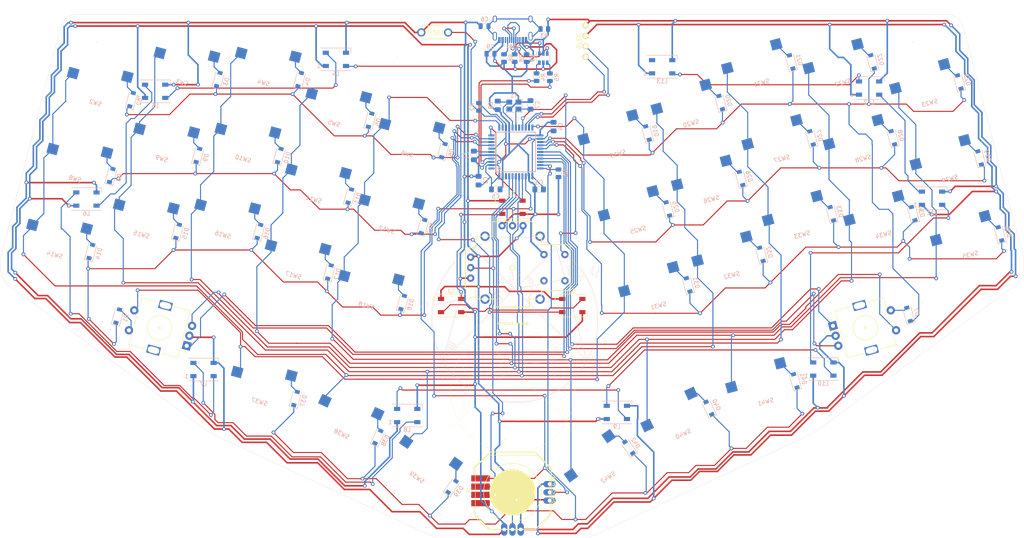
<source format=kicad_pcb>
(kicad_pcb (version 20171130) (host pcbnew "(5.1.9)-1")
  (title_block (title euclid36) (date 2021-04-22) (rev 1.2) (company "Sadek Baroudi"))
  (layers (0 F.Cu signal) (31 B.Cu signal) (34 B.Paste user) (35 F.Paste user) (36 B.SilkS user) (37 F.SilkS user) (38 B.Mask user) (39 F.Mask user) (44 Edge.Cuts user))
  (net 0 "")
  (net 1 row0)
  (net 2 "Net-(D2-Pad2)")
  (net 3 "Net-(D3-Pad2)")
  (net 4 "Net-(D4-Pad2)")
  (net 5 "Net-(D5-Pad2)")
  (net 6 "Net-(D6-Pad2)")
  (net 7 row1)
  (net 8 "Net-(D8-Pad2)")
  (net 9 "Net-(D9-Pad2)")
  (net 10 "Net-(D10-Pad2)")
  (net 11 "Net-(D11-Pad2)")
  (net 12 "Net-(D12-Pad2)")
  (net 13 row2)
  (net 14 "Net-(D14-Pad2)")
  (net 15 "Net-(D15-Pad2)")
  (net 16 "Net-(D16-Pad2)")
  (net 17 "Net-(D17-Pad2)")
  (net 18 "Net-(D18-Pad2)")
  (net 19 row3)
  (net 20 "Net-(D19-Pad2)")
  (net 21 "Net-(D20-Pad2)")
  (net 22 "Net-(D21-Pad2)")
  (net 23 "Net-(D22-Pad2)")
  (net 24 "Net-(D23-Pad2)")
  (net 25 row4)
  (net 26 "Net-(D25-Pad2)")
  (net 27 "Net-(D26-Pad2)")
  (net 28 "Net-(D27-Pad2)")
  (net 29 "Net-(D28-Pad2)")
  (net 30 "Net-(D29-Pad2)")
  (net 31 row5)
  (net 32 "Net-(D31-Pad2)")
  (net 33 "Net-(D32-Pad2)")
  (net 34 "Net-(D33-Pad2)")
  (net 35 "Net-(D34-Pad2)")
  (net 36 "Net-(D35-Pad2)")
  (net 37 row6)
  (net 38 "Net-(D37-Pad2)")
  (net 39 "Net-(D38-Pad2)")
  (net 40 "Net-(D39-Pad2)")
  (net 41 "Net-(D40-Pad2)")
  (net 42 "Net-(D41-Pad2)")
  (net 43 LED)
  (net 44 VCC)
  (net 45 GND)
  (net 46 col0)
  (net 47 col1)
  (net 48 col2)
  (net 49 col3)
  (net 50 col4)
  (net 51 col5)
  (net 52 reset)
  (net 53 "Net-(L1-Pad2)")
  (net 54 "Net-(L2-Pad2)")
  (net 55 "Net-(L3-Pad2)")
  (net 56 "Net-(L4-Pad2)")
  (net 57 "Net-(L5-Pad2)")
  (net 58 "Net-(L6-Pad2)")
  (net 59 "Net-(L7-Pad2)")
  (net 60 "Net-(L8-Pad2)")
  (net 61 "Net-(L10-Pad4)")
  (net 62 "Net-(L10-Pad2)")
  (net 63 "Net-(D42-Pad2)")
  (net 64 "Net-(L11-Pad2)")
  (net 65 "Net-(L12-Pad2)")
  (net 66 "Net-(L13-Pad2)")
  (net 67 SCL)
  (net 68 SDA)
  (net 69 ENC1A)
  (net 70 ENC1B)
  (net 71 ENC2A)
  (net 72 ENC2B)
  (net 73 "Net-(D7-Pad2)")
  (net 74 "Net-(D1-Pad2)")
  (net 75 "Net-(C1-Pad1)")
  (net 76 +5V)
  (net 77 "Net-(C6-Pad1)")
  (net 78 XTAL1)
  (net 79 XTAL2)
  (net 80 VBUS)
  (net 81 "Net-(R1-Pad2)")
  (net 82 "Net-(R4-Pad2)")
  (net 83 D-)
  (net 84 "Net-(R5-Pad2)")
  (net 85 D+)
  (net 86 "Net-(R6-Pad2)")
  (net 87 "Net-(R7-Pad2)")
  (net 88 D+BUS)
  (net 89 D-BUS)
  (net 90 "Net-(U2-Pad42)")
  (net 91 "Net-(U2-Pad18)")
  (net 92 "Net-(U2-Pad1)")
  (net 93 "Net-(USB1-Pad3)")
  (net 94 "Net-(USB1-Pad9)")
  (net 95 "Net-(JOY1-PadY)")
  (net 96 "Net-(JOY1-PadX)")
  (net 97 "Net-(S1-PadB1A)")
  (module _reviung-kbd:M2_Hole_NPTH_Outside (layer F.Cu) (at 150.75 127.7)
    (fp_text reference REF** (at 0 0.5) (layer F.SilkS))
    (fp_text value M2_Hole_NPTH_Outside)
    (pad "" np_thru_hole circle (at 0 0) (size 4 4) (drill 4) (layers *.Cu *.Mask))
  )
  (module _reviung-kbd:M2_Hole_NPTH_Outside (layer F.Cu) (at 251.93 94.48)
    (fp_text reference REF** (at 0 0.5) (layer F.SilkS))
    (fp_text value M2_Hole_NPTH_Outside)
    (pad "" np_thru_hole circle (at 0 0) (size 4 4) (drill 4) (layers *.Cu *.Mask))
  )
  (module _reviung-kbd:M2_Hole_NPTH_Outside (layer F.Cu) (at 51.14 94.36)
    (fp_text reference REF** (at 0 0.5) (layer F.SilkS))
    (fp_text value M2_Hole_NPTH_Outside)
    (pad "" np_thru_hole circle (at 0 0) (size 4 4) (drill 4) (layers *.Cu *.Mask))
  )
  (module _reviung-kbd:M2_Hole_NPTH_Outside (layer F.Cu) (at 249.65 31.36)
    (fp_text reference REF** (at 0 0.5) (layer F.SilkS))
    (fp_text value M2_Hole_NPTH_Outside)
    (pad "" np_thru_hole circle (at 0 0) (size 4 4) (drill 4) (layers *.Cu *.Mask))
  )
  (module _reviung-kbd:M2_Hole_NPTH_Outside (layer F.Cu) (at 176.24 35.61)
    (fp_text reference REF** (at 0 0.5) (layer F.SilkS))
    (fp_text value M2_Hole_NPTH_Outside)
    (pad "" np_thru_hole circle (at 0 0) (size 4 4) (drill 4) (layers *.Cu *.Mask))
  )
  (module _reviung-kbd:M2_Hole_NPTH_Outside (layer F.Cu) (at 124.63 35.21)
    (fp_text reference REF** (at 0 0.5) (layer F.SilkS))
    (fp_text value M2_Hole_NPTH_Outside)
    (pad "" np_thru_hole circle (at 0 0) (size 4 4) (drill 4) (layers *.Cu *.Mask))
  )
  (module _reviung-kbd:M2_Hole_NPTH_Outside (layer F.Cu) (at 51.86 31.36)
    (fp_text reference REF** (at 0 0.5) (layer F.SilkS))
    (fp_text value M2_Hole_NPTH_Outside)
    (pad "" np_thru_hole circle (at 0 0) (size 4 4) (drill 4) (layers *.Cu *.Mask))
  )
  (module SparkFun-Switches:JOYSTICK-PSP1000 (layer F.Cu) (at 150.61 140.94 90)
    (fp_text reference S2 (at 0 -10.795 270) (layer F.SilkS) (effects (font (size 0.6096 0.6096) (thickness 0.127))))
    (fp_text value JOYSTICK_SLIDE (at 0 10.033 270) (layer F.SilkS) (effects (font (size 0.6096 0.6096) (thickness 0.127))))
    (pad "" np_thru_hole circle (at -7.37362 10.0584 90) (size 1.99898 1.99898) (drill 1.99898) (layers *.Cu *.Mask))
    (pad "" np_thru_hole circle (at -8.89 -8.98398 90) (size 1.99898 1.99898) (drill 1.99898) (layers *.Cu *.Mask))
    (pad Y smd rect (at -0.99822 -7.74954 180) (size 4.49834 1.4986) (layers F.Cu F.Paste F.Mask) (net 95 "Net-(JOY1-PadY)"))
    (pad X smd rect (at 2.99974 -7.74954 180) (size 4.49834 1.4986) (layers F.Cu F.Paste F.Mask) (net 96 "Net-(JOY1-PadX)"))
    (pad VCC smd rect (at 0.99822 -7.74954 180) (size 4.49834 1.4986) (layers F.Cu F.Paste F.Mask) (net 44 VCC))
    (pad GND smd rect (at -2.99974 -7.74954 180) (size 4.49834 1.4986) (layers F.Cu F.Paste F.Mask) (net 45 GND))
  )
  (module SparkFun-Switches:JOYSTICK (layer F.Cu) (at 150.62 86.86 270)
    (fp_text reference S1 (at -13.335 0) (layer F.SilkS) (effects (font (size 0.6096 0.6096) (thickness 0.127))))
    (fp_text value JOYSTICK_THUMB (at 13.589 0) (layer F.SilkS) (effects (font (size 0.6096 0.6096) (thickness 0.127))))
    (pad V3 thru_hole circle (at -10.16 2.54 270) (size 1.778 1.778) (drill 0.889) (layers *.Cu *.Mask) (net 45 GND))
    (pad V2 thru_hole circle (at -10.16 0 270) (size 1.778 1.778) (drill 0.889) (layers *.Cu *.Mask) (net 96 "Net-(JOY1-PadX)"))
    (pad V1 thru_hole circle (at -10.16 -2.54 270) (size 1.778 1.778) (drill 0.889) (layers *.Cu *.Mask) (net 44 VCC))
    (pad MOUN thru_hole circle (at 7.62 -6.6675 270) (size 2.286 2.286) (drill 1.397) (layers *.Cu *.Mask))
    (pad MOUN thru_hole circle (at 7.62 6.6675 270) (size 2.286 2.286) (drill 1.397) (layers *.Cu *.Mask))
    (pad MOUN thru_hole circle (at -7.62 6.6675 270) (size 2.286 2.286) (drill 1.397) (layers *.Cu *.Mask))
    (pad MOUN thru_hole circle (at -7.62 -6.6675 270) (size 2.286 2.286) (drill 1.397) (layers *.Cu *.Mask))
    (pad H3 thru_hole circle (at 2.54 10.16 270) (size 1.778 1.778) (drill 0.889) (layers *.Cu *.Mask) (net 45 GND))
    (pad H2 thru_hole circle (at 0 10.16 270) (size 1.778 1.778) (drill 0.889) (layers *.Cu *.Mask) (net 95 "Net-(JOY1-PadY)"))
    (pad H1 thru_hole circle (at -2.54 10.16 270) (size 1.778 1.778) (drill 0.889) (layers *.Cu *.Mask) (net 44 VCC))
    (pad B2B thru_hole circle (at 3.175 -7.62 270) (size 1.778 1.778) (drill 0.89916) (layers *.Cu *.Mask))
    (pad B2A thru_hole circle (at -3.175 -7.62 270) (size 1.778 1.778) (drill 0.89916) (layers *.Cu *.Mask) (net 45 GND))
    (pad B1B thru_hole circle (at 3.175 -12.7 270) (size 1.778 1.778) (drill 0.89916) (layers *.Cu *.Mask))
    (pad B1A thru_hole circle (at -3.175 -12.7 270) (size 1.778 1.778) (drill 0.89916) (layers *.Cu *.Mask) (net 97 "Net-(S1-PadB1A)"))
  )
  (module adafruit-analog-thumbstick:JOYSTICK_ANALOG_MINITHM (layer F.Cu) (at 150.6 141.32 270)
    (fp_text reference JOY1 hide)
    (fp_text value JOYSTICK_ANALOG_XY hide)
    (pad "" np_thru_hole circle (at 6 6 270) (size 1.6 1.6) (drill 1.6) (layers *.Cu *.Mask))
    (pad "" np_thru_hole circle (at -6 -6 270) (size 1.6 1.6) (drill 1.6) (layers *.Cu *.Mask))
    (pad Y- thru_hole oval (at 9 2 270) (size 3 1.5) (drill 0.9) (layers *.Cu *.Mask) (net 45 GND))
    (pad Y thru_hole oval (at 9 0 270) (size 3 1.5) (drill 0.9) (layers *.Cu *.Mask) (net 95 "Net-(JOY1-PadY)"))
    (pad Y+ thru_hole oval (at 9 -2 270) (size 3 1.5) (drill 0.9) (layers *.Cu *.Mask) (net 44 VCC))
    (pad X+ thru_hole oval (at 2 -9) (size 3 1.5) (drill 0.9) (layers *.Cu *.Mask) (net 44 VCC))
    (pad X- thru_hole oval (at -2 -9) (size 3 1.5) (drill 0.9) (layers *.Cu *.Mask) (net 45 GND))
    (pad X thru_hole oval (at 0 -9) (size 3 1.5) (drill 0.9) (layers *.Cu *.Mask) (net 96 "Net-(JOY1-PadX)"))
  )
  (module Diode_SMD:D_SOD-123 (layer B.Cu) (at 246.62 98.18 105)
    (fp_text reference D7 (at 0 2 105) (layer B.SilkS) (effects (justify mirror)))
    (fp_text value 1N4148W)
    (pad 2 smd rect (at 1.65 0 105) (size 0.9 1.2) (layers B.Cu B.Paste B.Mask) (net 73 "Net-(D7-Pad2)"))
    (pad 1 smd rect (at -1.65 0 105) (size 0.9 1.2) (layers B.Cu B.Paste B.Mask) (net 19 row3))
  )
  (module Crystal:Crystal_SMD_3225-4Pin_3.2x2.5mm (layer B.Cu) (at 150.94 47.58 180)
    (fp_text reference Y1 (at 0 2.45) (layer B.SilkS) (effects (justify mirror)))
    (fp_text value XTAL)
    (pad 4 smd rect (at -1.1 0.85 180) (size 1.4 1.2) (layers B.Cu B.Paste B.Mask) (net 45 GND))
    (pad 3 smd rect (at 1.1 0.85 180) (size 1.4 1.2) (layers B.Cu B.Paste B.Mask) (net 79 XTAL2))
    (pad 2 smd rect (at 1.1 -0.85 180) (size 1.4 1.2) (layers B.Cu B.Paste B.Mask) (net 45 GND))
    (pad 1 smd rect (at -1.1 -0.85 180) (size 1.4 1.2) (layers B.Cu B.Paste B.Mask) (net 78 XTAL1))
  )
  (module _reviung-kbd:HRO-TYPE-C-31-M-12-Assembly (layer B.Cu) (at 150.66 23.98)
    (fp_text reference USB1 (at 0 9.25) (layer B.SilkS) (effects (font (size 0.8 0.8)) (justify mirror)))
    (fp_text value HRO-TYPE-C-31-M-12)
    (pad 12 smd rect (at 3.225 7.695) (size 0.6 1.45) (layers B.Cu B.Paste B.Mask) (net 45 GND))
    (pad 1 smd rect (at -3.225 7.695) (size 0.6 1.45) (layers B.Cu B.Paste B.Mask) (net 45 GND))
    (pad 11 smd rect (at 2.45 7.695) (size 0.6 1.45) (layers B.Cu B.Paste B.Mask) (net 80 VBUS))
    (pad 2 smd rect (at -2.45 7.695) (size 0.6 1.45) (layers B.Cu B.Paste B.Mask) (net 80 VBUS))
    (pad 3 smd rect (at -1.75 7.695) (size 0.3 1.45) (layers B.Cu B.Paste B.Mask) (net 93 "Net-(USB1-Pad3)"))
    (pad 10 smd rect (at 1.75 7.695) (size 0.3 1.45) (layers B.Cu B.Paste B.Mask) (net 87 "Net-(R7-Pad2)"))
    (pad 4 smd rect (at -1.25 7.695) (size 0.3 1.45) (layers B.Cu B.Paste B.Mask) (net 86 "Net-(R6-Pad2)"))
    (pad 9 smd rect (at 1.25 7.695) (size 0.3 1.45) (layers B.Cu B.Paste B.Mask) (net 94 "Net-(USB1-Pad9)"))
    (pad 5 smd rect (at -0.75 7.695) (size 0.3 1.45) (layers B.Cu B.Paste B.Mask) (net 89 D-BUS))
    (pad 8 smd rect (at 0.75 7.695) (size 0.3 1.45) (layers B.Cu B.Paste B.Mask) (net 88 D+BUS))
    (pad 7 smd rect (at 0.25 7.695) (size 0.3 1.45) (layers B.Cu B.Paste B.Mask) (net 89 D-BUS))
    (pad 6 smd rect (at -0.25 7.695) (size 0.3 1.45) (layers B.Cu B.Paste B.Mask) (net 88 D+BUS))
    (pad "" np_thru_hole circle (at 2.89 6.25) (size 0.65 0.65) (drill 0.65) (layers *.Cu *.Mask))
    (pad "" np_thru_hole circle (at -2.89 6.25) (size 0.65 0.65) (drill 0.65) (layers *.Cu *.Mask))
    (pad 13 thru_hole oval (at -4.32 6.78) (size 1 2.1) (drill oval 0.6 1.7) (layers *.Cu *.Mask) (net 77 "Net-(C6-Pad1)"))
    (pad 13 thru_hole oval (at 4.32 6.78) (size 1 2.1) (drill oval 0.6 1.7) (layers *.Cu *.Mask) (net 77 "Net-(C6-Pad1)"))
    (pad 13 thru_hole oval (at -4.32 2.6) (size 1 1.6) (drill oval 0.6 1.2) (layers *.Cu *.Mask) (net 77 "Net-(C6-Pad1)"))
    (pad 13 thru_hole oval (at 4.32 2.6) (size 1 1.6) (drill oval 0.6 1.2) (layers *.Cu *.Mask) (net 77 "Net-(C6-Pad1)"))
  )
  (module _reviung-kbd:ATMEGA32U4-AU (layer B.Cu) (at 151.42 58.81)
    (fp_text reference U2 (at -3.474 8.014 180) (layer B.SilkS) (effects (font (size 1.4 1.4) (thickness 0.05)) (justify mirror)))
    (fp_text value ATmega32U4-AU (at -2.55 -8.1261 180) (layer B.SilkS) (effects (font (size 1.4 1.4) (thickness 0.05)) (justify mirror)))
    (pad 44 smd rect (at -4 5.9) (size 0.5 1.5) (layers B.Cu B.Paste B.Mask) (net 76 +5V))
    (pad 43 smd rect (at -3.2 5.9) (size 0.5 1.5) (layers B.Cu B.Paste B.Mask) (net 45 GND))
    (pad 42 smd rect (at -2.4 5.9) (size 0.5 1.5) (layers B.Cu B.Paste B.Mask) (net 90 "Net-(U2-Pad42)"))
    (pad 41 smd rect (at -1.6 5.9) (size 0.5 1.5) (layers B.Cu B.Paste B.Mask) (net 95 "Net-(JOY1-PadY)"))
    (pad 40 smd rect (at -0.8 5.9) (size 0.5 1.5) (layers B.Cu B.Paste B.Mask) (net 50 col4))
    (pad 39 smd rect (at 0 5.9) (size 0.5 1.5) (layers B.Cu B.Paste B.Mask) (net 49 col3))
    (pad 38 smd rect (at 0.8 5.9) (size 0.5 1.5) (layers B.Cu B.Paste B.Mask) (net 48 col2))
    (pad 37 smd rect (at 1.6 5.9) (size 0.5 1.5) (layers B.Cu B.Paste B.Mask) (net 47 col1))
    (pad 36 smd rect (at 2.4 5.9) (size 0.5 1.5) (layers B.Cu B.Paste B.Mask) (net 96 "Net-(JOY1-PadX)"))
    (pad 35 smd rect (at 3.2 5.9) (size 0.5 1.5) (layers B.Cu B.Paste B.Mask) (net 45 GND))
    (pad 34 smd rect (at 4 5.9) (size 0.5 1.5) (layers B.Cu B.Paste B.Mask) (net 76 +5V))
    (pad 33 smd rect (at 5.9 4) (size 1.5 0.5) (layers B.Cu B.Paste B.Mask) (net 81 "Net-(R1-Pad2)"))
    (pad 32 smd rect (at 5.9 3.2) (size 1.5 0.5) (layers B.Cu B.Paste B.Mask) (net 37 row6))
    (pad 31 smd rect (at 5.9 2.4) (size 1.5 0.5) (layers B.Cu B.Paste B.Mask) (net 70 ENC1B))
    (pad 30 smd rect (at 5.9 1.6) (size 1.5 0.5) (layers B.Cu B.Paste B.Mask) (net 69 ENC1A))
    (pad 29 smd rect (at 5.9 0.8) (size 1.5 0.5) (layers B.Cu B.Paste B.Mask) (net 72 ENC2B))
    (pad 28 smd rect (at 5.9 0) (size 1.5 0.5) (layers B.Cu B.Paste B.Mask) (net 71 ENC2A))
    (pad 27 smd rect (at 5.9 -0.8) (size 1.5 0.5) (layers B.Cu B.Paste B.Mask) (net 31 row5))
    (pad 26 smd rect (at 5.9 -1.6) (size 1.5 0.5) (layers B.Cu B.Paste B.Mask) (net 25 row4))
    (pad 25 smd rect (at 5.9 -2.4) (size 1.5 0.5) (layers B.Cu B.Paste B.Mask) (net 19 row3))
    (pad 24 smd rect (at 5.9 -3.2) (size 1.5 0.5) (layers B.Cu B.Paste B.Mask) (net 76 +5V))
    (pad 23 smd rect (at 5.9 -4) (size 1.5 0.5) (layers B.Cu B.Paste B.Mask) (net 45 GND))
    (pad 22 smd rect (at 4 -5.9) (size 0.5 1.5) (layers B.Cu B.Paste B.Mask) (net 46 col0))
    (pad 21 smd rect (at 3.2 -5.9) (size 0.5 1.5) (layers B.Cu B.Paste B.Mask) (net 67 SCL))
    (pad 20 smd rect (at 2.4 -5.9) (size 0.5 1.5) (layers B.Cu B.Paste B.Mask) (net 68 SDA))
    (pad 19 smd rect (at 1.6 -5.9) (size 0.5 1.5) (layers B.Cu B.Paste B.Mask) (net 97 "Net-(S1-PadB1A)"))
    (pad 18 smd rect (at 0.8 -5.9) (size 0.5 1.5) (layers B.Cu B.Paste B.Mask) (net 91 "Net-(U2-Pad18)"))
    (pad 17 smd rect (at 0 -5.9) (size 0.5 1.5) (layers B.Cu B.Paste B.Mask) (net 78 XTAL1))
    (pad 16 smd rect (at -0.8 -5.9) (size 0.5 1.5) (layers B.Cu B.Paste B.Mask) (net 79 XTAL2))
    (pad 15 smd rect (at -1.6 -5.9) (size 0.5 1.5) (layers B.Cu B.Paste B.Mask) (net 45 GND))
    (pad 14 smd rect (at -2.4 -5.9) (size 0.5 1.5) (layers B.Cu B.Paste B.Mask) (net 76 +5V))
    (pad 13 smd rect (at -3.2 -5.9) (size 0.5 1.5) (layers B.Cu B.Paste B.Mask) (net 52 reset))
    (pad 12 smd rect (at -4 -5.9) (size 0.5 1.5) (layers B.Cu B.Paste B.Mask) (net 51 col5))
    (pad 11 smd rect (at -5.9 -4) (size 1.5 0.5) (layers B.Cu B.Paste B.Mask) (net 43 LED))
    (pad 10 smd rect (at -5.9 -3.2) (size 1.5 0.5) (layers B.Cu B.Paste B.Mask) (net 1 row0))
    (pad 9 smd rect (at -5.9 -2.4) (size 1.5 0.5) (layers B.Cu B.Paste B.Mask) (net 7 row1))
    (pad 8 smd rect (at -5.9 -1.6) (size 1.5 0.5) (layers B.Cu B.Paste B.Mask) (net 13 row2))
    (pad 7 smd rect (at -5.9 -0.8) (size 1.5 0.5) (layers B.Cu B.Paste B.Mask) (net 76 +5V))
    (pad 6 smd rect (at -5.9 0) (size 1.5 0.5) (layers B.Cu B.Paste B.Mask) (net 75 "Net-(C1-Pad1)"))
    (pad 5 smd rect (at -5.9 0.8) (size 1.5 0.5) (layers B.Cu B.Paste B.Mask) (net 45 GND))
    (pad 4 smd rect (at -5.9 1.6) (size 1.5 0.5) (layers B.Cu B.Paste B.Mask) (net 85 D+))
    (pad 3 smd rect (at -5.9 2.4) (size 1.5 0.5) (layers B.Cu B.Paste B.Mask) (net 83 D-))
    (pad 2 smd rect (at -5.9 3.2) (size 1.5 0.5) (layers B.Cu B.Paste B.Mask) (net 76 +5V))
    (pad 1 smd rect (at -5.9 4) (size 1.5 0.5) (layers B.Cu B.Paste B.Mask) (net 92 "Net-(U2-Pad1)"))
  )
  (module Package_TO_SOT_SMD:SOT-23-6 (layer B.Cu) (at 158.08 36.07 270)
    (fp_text reference U1 (at 0 2.9 90) (layer B.SilkS) (effects (justify mirror)))
    (fp_text value USBLC6-2SC6)
    (pad 5 smd rect (at 1.1 0 270) (size 1.06 0.65) (layers B.Cu B.Paste B.Mask) (net 80 VBUS))
    (pad 6 smd rect (at 1.1 0.95 270) (size 1.06 0.65) (layers B.Cu B.Paste B.Mask) (net 82 "Net-(R4-Pad2)"))
    (pad 4 smd rect (at 1.1 -0.95 270) (size 1.06 0.65) (layers B.Cu B.Paste B.Mask) (net 84 "Net-(R5-Pad2)"))
    (pad 3 smd rect (at -1.1 -0.95 270) (size 1.06 0.65) (layers B.Cu B.Paste B.Mask) (net 88 D+BUS))
    (pad 2 smd rect (at -1.1 0 270) (size 1.06 0.65) (layers B.Cu B.Paste B.Mask) (net 45 GND))
    (pad 1 smd rect (at -1.1 0.95 270) (size 1.06 0.65) (layers B.Cu B.Paste B.Mask) (net 89 D-BUS))
  )
  (module _reviung-kbd:RotaryEncoder_EC11 (layer F.Cu) (at 236.180392 101.435247 15)
    (fp_text reference SW7)
    (fp_text value RotaryEncoder_Switch)
    (pad A thru_hole rect (at -7.5 -2.5 15) (size 2 2) (drill 1) (layers *.Cu *.Mask) (net 71 ENC2A))
    (pad C thru_hole circle (at -7.5 0 15) (size 2 2) (drill 1) (layers *.Cu *.Mask) (net 45 GND))
    (pad B thru_hole circle (at -7.5 2.5 15) (size 2 2) (drill 1) (layers *.Cu *.Mask) (net 72 ENC2B))
    (pad "" np_thru_hole rect (at 0 -5.6 15) (size 3.2 2) (drill oval 2.8 1.5) (layers *.Cu *.Mask))
    (pad "" np_thru_hole rect (at 0 5.6 15) (size 3.2 2) (drill oval 2.8 1.5) (layers *.Cu *.Mask))
    (pad S2 thru_hole circle (at 7 -2.5 15) (size 2 2) (drill 1) (layers *.Cu *.Mask) (net 73 "Net-(D7-Pad2)"))
    (pad S1 thru_hole circle (at 7 2.5 15) (size 2 2) (drill 1) (layers *.Cu *.Mask) (net 51 col5))
  )
  (module _reviung-kbd:RotaryEncoder_EC11 (layer F.Cu) (at 65.051204 101.435247 165)
    (fp_text reference SW1)
    (fp_text value RotaryEncoder_Switch)
    (pad A thru_hole rect (at -7.5 -2.5 165) (size 2 2) (drill 1) (layers *.Cu *.Mask) (net 69 ENC1A))
    (pad C thru_hole circle (at -7.5 0 165) (size 2 2) (drill 1) (layers *.Cu *.Mask) (net 45 GND))
    (pad B thru_hole circle (at -7.5 2.5 165) (size 2 2) (drill 1) (layers *.Cu *.Mask) (net 70 ENC1B))
    (pad "" np_thru_hole rect (at 0 -5.6 165) (size 3.2 2) (drill oval 2.8 1.5) (layers *.Cu *.Mask))
    (pad "" np_thru_hole rect (at 0 5.6 165) (size 3.2 2) (drill oval 2.8 1.5) (layers *.Cu *.Mask))
    (pad S2 thru_hole circle (at 7 -2.5 165) (size 2 2) (drill 1) (layers *.Cu *.Mask) (net 74 "Net-(D1-Pad2)"))
    (pad S1 thru_hole circle (at 7 2.5 165) (size 2 2) (drill 1) (layers *.Cu *.Mask) (net 46 col0))
  )
  (module Resistor_SMD:R_0805_2012Metric (layer B.Cu) (at 151.14 36.06 90)
    (fp_text reference R8 (at 0 1.65 90) (layer B.SilkS) (effects (justify mirror)))
    (fp_text value 1.5K)
    (pad 2 smd roundrect (at 0.9125 0 90) (size 1.025 1.4) (layers B.Cu B.Paste B.Mask) (roundrect_rratio 0.2439014634146341) (net 88 D+BUS))
    (pad 1 smd roundrect (at -0.9125 0 90) (size 1.025 1.4) (layers B.Cu B.Paste B.Mask) (roundrect_rratio 0.2439014634146341) (net 80 VBUS))
  )
  (module Resistor_SMD:R_0805_2012Metric (layer B.Cu) (at 154.05 36.07 90)
    (fp_text reference R7 (at 0 1.65 90) (layer B.SilkS) (effects (justify mirror)))
    (fp_text value 5.1k)
    (pad 2 smd roundrect (at 0.9125 0 90) (size 1.025 1.4) (layers B.Cu B.Paste B.Mask) (roundrect_rratio 0.2439014634146341) (net 87 "Net-(R7-Pad2)"))
    (pad 1 smd roundrect (at -0.9125 0 90) (size 1.025 1.4) (layers B.Cu B.Paste B.Mask) (roundrect_rratio 0.2439014634146341) (net 45 GND))
  )
  (module Resistor_SMD:R_0805_2012Metric (layer B.Cu) (at 148.56 36.06 90)
    (fp_text reference R6 (at 0 1.65 90) (layer B.SilkS) (effects (justify mirror)))
    (fp_text value 5.1k)
    (pad 2 smd roundrect (at 0.9125 0 90) (size 1.025 1.4) (layers B.Cu B.Paste B.Mask) (roundrect_rratio 0.2439014634146341) (net 86 "Net-(R6-Pad2)"))
    (pad 1 smd roundrect (at -0.9125 0 90) (size 1.025 1.4) (layers B.Cu B.Paste B.Mask) (roundrect_rratio 0.2439014634146341) (net 45 GND))
  )
  (module Resistor_SMD:R_0805_2012Metric (layer B.Cu) (at 159.68 40.7 90)
    (fp_text reference R5 (at 0 1.65 90) (layer B.SilkS) (effects (justify mirror)))
    (fp_text value 22R)
    (pad 2 smd roundrect (at 0.9125 0 90) (size 1.025 1.4) (layers B.Cu B.Paste B.Mask) (roundrect_rratio 0.2439014634146341) (net 84 "Net-(R5-Pad2)"))
    (pad 1 smd roundrect (at -0.9125 0 90) (size 1.025 1.4) (layers B.Cu B.Paste B.Mask) (roundrect_rratio 0.2439014634146341) (net 85 D+))
  )
  (module Resistor_SMD:R_0805_2012Metric (layer B.Cu) (at 156.44 40.68 90)
    (fp_text reference R4 (at 0 1.65 90) (layer B.SilkS) (effects (justify mirror)))
    (fp_text value 22R)
    (pad 2 smd roundrect (at 0.9125 0 90) (size 1.025 1.4) (layers B.Cu B.Paste B.Mask) (roundrect_rratio 0.2439014634146341) (net 82 "Net-(R4-Pad2)"))
    (pad 1 smd roundrect (at -0.9125 0 90) (size 1.025 1.4) (layers B.Cu B.Paste B.Mask) (roundrect_rratio 0.2439014634146341) (net 83 D-))
  )
  (module Resistor_SMD:R_0805_2012Metric (layer B.Cu) (at 158.32 29.01)
    (fp_text reference R3 (at 0 1.65) (layer B.SilkS) (effects (justify mirror)))
    (fp_text value 1M)
    (pad 2 smd roundrect (at 0.9125 0) (size 1.025 1.4) (layers B.Cu B.Paste B.Mask) (roundrect_rratio 0.2439014634146341) (net 45 GND))
    (pad 1 smd roundrect (at -0.9125 0) (size 1.025 1.4) (layers B.Cu B.Paste B.Mask) (roundrect_rratio 0.2439014634146341) (net 77 "Net-(C6-Pad1)"))
  )
  (module Resistor_SMD:R_0805_2012Metric (layer B.Cu) (at 142.49 47.89 270)
    (fp_text reference R2 (at 0 1.65 90) (layer B.SilkS) (effects (justify mirror)))
    (fp_text value 10k)
    (pad 2 smd roundrect (at 0.9125 0 270) (size 1.025 1.4) (layers B.Cu B.Paste B.Mask) (roundrect_rratio 0.2439014634146341) (net 52 reset))
    (pad 1 smd roundrect (at -0.9125 0 270) (size 1.025 1.4) (layers B.Cu B.Paste B.Mask) (roundrect_rratio 0.2439014634146341) (net 76 +5V))
  )
  (module Resistor_SMD:R_0805_2012Metric (layer B.Cu) (at 161.76 63.98 90)
    (fp_text reference R1 (at 0 1.65 90) (layer B.SilkS) (effects (justify mirror)))
    (fp_text value 10k)
    (pad 2 smd roundrect (at 0.9125 0 90) (size 1.025 1.4) (layers B.Cu B.Paste B.Mask) (roundrect_rratio 0.2439014634146341) (net 81 "Net-(R1-Pad2)"))
    (pad 1 smd roundrect (at -0.9125 0 90) (size 1.025 1.4) (layers B.Cu B.Paste B.Mask) (roundrect_rratio 0.2439014634146341) (net 45 GND))
  )
  (module _reviung-kbd:OLED_v2 (layer F.Cu) (at 168.34 31.94 90)
    (fp_text reference OL1)
    (fp_text value OLED hide)
    (fp_text user OLED (at 0 -1.55 -90) (layer F.SilkS))
    (pad 4 thru_hole circle (at 3.81 0 90) (size 1.397 1.397) (drill 0.8128) (layers *.Cu F.SilkS B.Mask) (net 45 GND))
    (pad 3 thru_hole circle (at 1.27 0 90) (size 1.397 1.397) (drill 0.8128) (layers *.Cu F.SilkS B.Mask) (net 44 VCC))
    (pad 2 thru_hole circle (at -1.27 0 90) (size 1.397 1.397) (drill 0.8128) (layers *.Cu F.SilkS B.Mask) (net 67 SCL))
    (pad 1 thru_hole circle (at -3.81 0 90) (size 1.397 1.397) (drill 0.8128) (layers *.Cu F.SilkS B.Mask) (net 68 SDA))
  )
  (module Diode_SMD:D_SOD-123 (layer B.Cu) (at 54.92 98.61 75)
    (fp_text reference D1 (at 0 2 75) (layer B.SilkS) (effects (justify mirror)))
    (fp_text value 1N4148W)
    (pad 2 smd rect (at 1.65 0 75) (size 0.9 1.2) (layers B.Cu B.Paste B.Mask) (net 74 "Net-(D1-Pad2)"))
    (pad 1 smd rect (at -1.65 0 75) (size 0.9 1.2) (layers B.Cu B.Paste B.Mask) (net 13 row2))
  )
  (module Capacitor_SMD:C_0805_2012Metric (layer B.Cu) (at 145.28 35.02 180)
    (fp_text reference C9 (at 0 1.68) (layer B.SilkS) (effects (justify mirror)))
    (fp_text value 4.7n)
    (pad 2 smd roundrect (at 0.95 0 180) (size 1 1.45) (layers B.Cu B.Paste B.Mask) (net 45 GND))
    (pad 1 smd roundrect (at -0.95 0 180) (size 1 1.45) (layers B.Cu B.Paste B.Mask) (net 80 VBUS))
  )
  (module Capacitor_SMD:C_0805_2012Metric_Pad1.18x1.45mm_HandSolder (layer B.Cu) (at 147.04 47.52 270)
    (fp_text reference C8 (at 0 1.68 90) (layer B.SilkS) (effects (justify mirror)))
    (fp_text value 22pF)
    (pad 2 smd roundrect (at 1.0375 0 270) (size 1.175 1.45) (layers B.Cu B.Paste B.Mask) (roundrect_rratio 0.2127659574468085) (net 45 GND))
    (pad 1 smd roundrect (at -1.0375 0 270) (size 1.175 1.45) (layers B.Cu B.Paste B.Mask) (roundrect_rratio 0.2127659574468085) (net 79 XTAL2))
  )
  (module Capacitor_SMD:C_0805_2012Metric_Pad1.18x1.45mm_HandSolder (layer B.Cu) (at 154.98 47.41 90)
    (fp_text reference C7 (at 0 1.68 90) (layer B.SilkS) (effects (justify mirror)))
    (fp_text value 22pF)
    (pad 2 smd roundrect (at 1.0375 0 90) (size 1.175 1.45) (layers B.Cu B.Paste B.Mask) (roundrect_rratio 0.2127659574468085) (net 45 GND))
    (pad 1 smd roundrect (at -1.0375 0 90) (size 1.175 1.45) (layers B.Cu B.Paste B.Mask) (roundrect_rratio 0.2127659574468085) (net 78 XTAL1))
  )
  (module Capacitor_SMD:C_0805_2012Metric (layer B.Cu) (at 143.84 28.33 180)
    (fp_text reference C6 (at 0 1.68) (layer B.SilkS) (effects (justify mirror)))
    (fp_text value 4.7n)
    (pad 2 smd roundrect (at 0.95 0 180) (size 1 1.45) (layers B.Cu B.Paste B.Mask) (net 45 GND))
    (pad 1 smd roundrect (at -0.95 0 180) (size 1 1.45) (layers B.Cu B.Paste B.Mask) (net 77 "Net-(C6-Pad1)"))
  )
  (module Capacitor_SMD:C_0805_2012Metric_Pad1.18x1.45mm_HandSolder (layer B.Cu) (at 146.55 67.88)
    (fp_text reference C5 (at 0 1.68) (layer B.SilkS) (effects (justify mirror)))
    (fp_text value 10u)
    (pad 2 smd roundrect (at 1.0375 0) (size 1.175 1.45) (layers B.Cu B.Paste B.Mask) (roundrect_rratio 0.2127659574468085) (net 45 GND))
    (pad 1 smd roundrect (at -1.0375 0) (size 1.175 1.45) (layers B.Cu B.Paste B.Mask) (roundrect_rratio 0.2127659574468085) (net 76 +5V))
  )
  (module Capacitor_SMD:C_0805_2012Metric_Pad1.18x1.45mm_HandSolder (layer B.Cu) (at 160.56 52.66 90)
    (fp_text reference C4 (at 0 1.68 90) (layer B.SilkS) (effects (justify mirror)))
    (fp_text value 0.1uF)
    (pad 2 smd roundrect (at 1.0375 0 90) (size 1.175 1.45) (layers B.Cu B.Paste B.Mask) (roundrect_rratio 0.2127659574468085) (net 45 GND))
    (pad 1 smd roundrect (at -1.0375 0 90) (size 1.175 1.45) (layers B.Cu B.Paste B.Mask) (roundrect_rratio 0.2127659574468085) (net 76 +5V))
  )
  (module Capacitor_SMD:C_0805_2012Metric_Pad1.18x1.45mm_HandSolder (layer B.Cu) (at 157.07 67.89 180)
    (fp_text reference C3 (at 0 1.68) (layer B.SilkS) (effects (justify mirror)))
    (fp_text value 0.1uF)
    (pad 2 smd roundrect (at 1.0375 0 180) (size 1.175 1.45) (layers B.Cu B.Paste B.Mask) (roundrect_rratio 0.2127659574468085) (net 45 GND))
    (pad 1 smd roundrect (at -1.0375 0 180) (size 1.175 1.45) (layers B.Cu B.Paste B.Mask) (roundrect_rratio 0.2127659574468085) (net 76 +5V))
  )
  (module Capacitor_SMD:C_0805_2012Metric_Pad1.18x1.45mm_HandSolder (layer B.Cu) (at 142.39 65.77 90)
    (fp_text reference C2 (at 0 1.68 90) (layer B.SilkS) (effects (justify mirror)))
    (fp_text value 0.1uF)
    (pad 2 smd roundrect (at 1.0375 0 90) (size 1.175 1.45) (layers B.Cu B.Paste B.Mask) (roundrect_rratio 0.2127659574468085) (net 45 GND))
    (pad 1 smd roundrect (at -1.0375 0 90) (size 1.175 1.45) (layers B.Cu B.Paste B.Mask) (roundrect_rratio 0.2127659574468085) (net 76 +5V))
  )
  (module Capacitor_SMD:C_0805_2012Metric_Pad1.18x1.45mm_HandSolder (layer B.Cu) (at 141.25 59.66 270)
    (fp_text reference C1 (at 0 1.68 90) (layer B.SilkS) (effects (justify mirror)))
    (fp_text value 1uF)
    (pad 2 smd roundrect (at 1.0375 0 270) (size 1.175 1.45) (layers B.Cu B.Paste B.Mask) (roundrect_rratio 0.2127659574468085) (net 45 GND))
    (pad 1 smd roundrect (at -1.0375 0 270) (size 1.175 1.45) (layers B.Cu B.Paste B.Mask) (roundrect_rratio 0.2127659574468085) (net 75 "Net-(C1-Pad1)"))
  )
  (module LED_SMD:LED_WS2812B_PLCC4_5.0x5.0mm_P3.2mm (layer B.Cu) (at 186.89 38.16)
    (fp_text reference L13 (at 0 3.5) (layer B.SilkS) (effects (justify mirror)))
    (fp_text value WS2812B)
    (fp_text user 1 (at -4.15 1.6) (layer B.SilkS) (effects (justify mirror)))
    (pad 1 smd rect (at -2.45 1.6) (size 1.5 1) (layers B.Cu B.Paste B.Mask) (net 44 VCC))
    (pad 2 smd rect (at -2.45 -1.6) (size 1.5 1) (layers B.Cu B.Paste B.Mask) (net 66 "Net-(L13-Pad2)"))
    (pad 4 smd rect (at 2.45 1.6) (size 1.5 1) (layers B.Cu B.Paste B.Mask) (net 65 "Net-(L12-Pad2)"))
    (pad 3 smd rect (at 2.45 -1.6) (size 1.5 1) (layers B.Cu B.Paste B.Mask) (net 45 GND))
  )
  (module LED_SMD:LED_WS2812B_PLCC4_5.0x5.0mm_P3.2mm (layer B.Cu) (at 237.04 43.33)
    (fp_text reference L12 (at 0 3.5) (layer B.SilkS) (effects (justify mirror)))
    (fp_text value WS2812B)
    (fp_text user 1 (at -4.15 1.6) (layer B.SilkS) (effects (justify mirror)))
    (pad 1 smd rect (at -2.45 1.6) (size 1.5 1) (layers B.Cu B.Paste B.Mask) (net 44 VCC))
    (pad 2 smd rect (at -2.45 -1.6) (size 1.5 1) (layers B.Cu B.Paste B.Mask) (net 65 "Net-(L12-Pad2)"))
    (pad 4 smd rect (at 2.45 1.6) (size 1.5 1) (layers B.Cu B.Paste B.Mask) (net 64 "Net-(L11-Pad2)"))
    (pad 3 smd rect (at 2.45 -1.6) (size 1.5 1) (layers B.Cu B.Paste B.Mask) (net 45 GND))
  )
  (module _reviung-kbd:MXOnly-1U-Hotswap (layer F.Cu) (at 172.035243 135.213702 35)
    (fp_text reference SW42)
    (fp_text value SW_PUSH)
    (fp_text user %R (at 0 3.048 35) (layer B.SilkS) (effects (justify mirror)))
    (pad "" np_thru_hole circle (at 2.54 -5.08 35) (size 3 3) (drill 3) (layers *.Cu *.Mask))
    (pad "" np_thru_hole circle (at 0 0 35) (size 3.9878 3.9878) (drill 3.9878) (layers *.Cu *.Mask))
    (pad "" np_thru_hole circle (at -3.81 -2.54 35) (size 3 3) (drill 3) (layers *.Cu *.Mask))
    (pad "" np_thru_hole circle (at -5.08 0 83.0996) (size 1.75 1.75) (drill 1.75) (layers *.Cu *.Mask))
    (pad "" np_thru_hole circle (at 5.08 0 83.0996) (size 1.75 1.75) (drill 1.75) (layers *.Cu *.Mask))
    (pad 1 smd rect (at -7.085 -2.54 35) (size 2.55 2.5) (layers B.Cu B.Paste B.Mask) (net 51 col5))
    (pad 2 smd rect (at 5.842 -5.08 35) (size 2.55 2.5) (layers B.Cu B.Paste B.Mask) (net 63 "Net-(D42-Pad2)"))
  )
  (module _reviung-kbd:MXOnly-1U-Hotswap (layer F.Cu) (at 211.180392 116.435247 15)
    (fp_text reference SW41)
    (fp_text value SW_PUSH)
    (fp_text user %R (at 0 3.048 15) (layer B.SilkS) (effects (justify mirror)))
    (pad "" np_thru_hole circle (at 2.54 -5.08 15) (size 3 3) (drill 3) (layers *.Cu *.Mask))
    (pad "" np_thru_hole circle (at 0 0 15) (size 3.9878 3.9878) (drill 3.9878) (layers *.Cu *.Mask))
    (pad "" np_thru_hole circle (at -3.81 -2.54 15) (size 3 3) (drill 3) (layers *.Cu *.Mask))
    (pad "" np_thru_hole circle (at -5.08 0 63.0996) (size 1.75 1.75) (drill 1.75) (layers *.Cu *.Mask))
    (pad "" np_thru_hole circle (at 5.08 0 63.0996) (size 1.75 1.75) (drill 1.75) (layers *.Cu *.Mask))
    (pad 1 smd rect (at -7.085 -2.54 15) (size 2.55 2.5) (layers B.Cu B.Paste B.Mask) (net 50 col4))
    (pad 2 smd rect (at 5.842 -5.08 15) (size 2.55 2.5) (layers B.Cu B.Paste B.Mask) (net 42 "Net-(D41-Pad2)"))
  )
  (module _reviung-kbd:MXOnly-1U-Hotswap (layer F.Cu) (at 190.732731 124.418703 25)
    (fp_text reference SW40)
    (fp_text value SW_PUSH)
    (fp_text user %R (at 0 3.048 25) (layer B.SilkS) (effects (justify mirror)))
    (pad "" np_thru_hole circle (at 2.54 -5.08 25) (size 3 3) (drill 3) (layers *.Cu *.Mask))
    (pad "" np_thru_hole circle (at 0 0 25) (size 3.9878 3.9878) (drill 3.9878) (layers *.Cu *.Mask))
    (pad "" np_thru_hole circle (at -3.81 -2.54 25) (size 3 3) (drill 3) (layers *.Cu *.Mask))
    (pad "" np_thru_hole circle (at -5.08 0 73.0996) (size 1.75 1.75) (drill 1.75) (layers *.Cu *.Mask))
    (pad "" np_thru_hole circle (at 5.08 0 73.0996) (size 1.75 1.75) (drill 1.75) (layers *.Cu *.Mask))
    (pad 1 smd rect (at -7.085 -2.54 25) (size 2.55 2.5) (layers B.Cu B.Paste B.Mask) (net 49 col3))
    (pad 2 smd rect (at 5.842 -5.08 25) (size 2.55 2.5) (layers B.Cu B.Paste B.Mask) (net 41 "Net-(D40-Pad2)"))
  )
  (module _reviung-kbd:MXOnly-1U-Hotswap (layer F.Cu) (at 129.196353 135.213702 325)
    (fp_text reference SW39)
    (fp_text value SW_PUSH)
    (fp_text user %R (at 0 3.048 145) (layer B.SilkS) (effects (justify mirror)))
    (pad "" np_thru_hole circle (at 2.54 -5.08 325) (size 3 3) (drill 3) (layers *.Cu *.Mask))
    (pad "" np_thru_hole circle (at 0 0 325) (size 3.9878 3.9878) (drill 3.9878) (layers *.Cu *.Mask))
    (pad "" np_thru_hole circle (at -3.81 -2.54 325) (size 3 3) (drill 3) (layers *.Cu *.Mask))
    (pad "" np_thru_hole circle (at -5.08 0 13.0996) (size 1.75 1.75) (drill 1.75) (layers *.Cu *.Mask))
    (pad "" np_thru_hole circle (at 5.08 0 13.0996) (size 1.75 1.75) (drill 1.75) (layers *.Cu *.Mask))
    (pad 1 smd rect (at -7.085 -2.54 325) (size 2.55 2.5) (layers B.Cu B.Paste B.Mask) (net 48 col2))
    (pad 2 smd rect (at 5.842 -5.08 325) (size 2.55 2.5) (layers B.Cu B.Paste B.Mask) (net 40 "Net-(D39-Pad2)"))
  )
  (module _reviung-kbd:MXOnly-1U-Hotswap (layer F.Cu) (at 110.498865 124.418703 335)
    (fp_text reference SW38)
    (fp_text value SW_PUSH)
    (fp_text user %R (at 0 3.048 155) (layer B.SilkS) (effects (justify mirror)))
    (pad "" np_thru_hole circle (at 2.54 -5.08 335) (size 3 3) (drill 3) (layers *.Cu *.Mask))
    (pad "" np_thru_hole circle (at 0 0 335) (size 3.9878 3.9878) (drill 3.9878) (layers *.Cu *.Mask))
    (pad "" np_thru_hole circle (at -3.81 -2.54 335) (size 3 3) (drill 3) (layers *.Cu *.Mask))
    (pad "" np_thru_hole circle (at -5.08 0 23.0996) (size 1.75 1.75) (drill 1.75) (layers *.Cu *.Mask))
    (pad "" np_thru_hole circle (at 5.08 0 23.0996) (size 1.75 1.75) (drill 1.75) (layers *.Cu *.Mask))
    (pad 1 smd rect (at -7.085 -2.54 335) (size 2.55 2.5) (layers B.Cu B.Paste B.Mask) (net 47 col1))
    (pad 2 smd rect (at 5.842 -5.08 335) (size 2.55 2.5) (layers B.Cu B.Paste B.Mask) (net 39 "Net-(D38-Pad2)"))
  )
  (module _reviung-kbd:MXOnly-1U-Hotswap (layer F.Cu) (at 90.051204 116.435247 345)
    (fp_text reference SW37)
    (fp_text value SW_PUSH)
    (fp_text user %R (at 0 3.048 165) (layer B.SilkS) (effects (justify mirror)))
    (pad "" np_thru_hole circle (at 2.54 -5.08 345) (size 3 3) (drill 3) (layers *.Cu *.Mask))
    (pad "" np_thru_hole circle (at 0 0 345) (size 3.9878 3.9878) (drill 3.9878) (layers *.Cu *.Mask))
    (pad "" np_thru_hole circle (at -3.81 -2.54 345) (size 3 3) (drill 3) (layers *.Cu *.Mask))
    (pad "" np_thru_hole circle (at -5.08 0 33.0996) (size 1.75 1.75) (drill 1.75) (layers *.Cu *.Mask))
    (pad "" np_thru_hole circle (at 5.08 0 33.0996) (size 1.75 1.75) (drill 1.75) (layers *.Cu *.Mask))
    (pad 1 smd rect (at -7.085 -2.54 345) (size 2.55 2.5) (layers B.Cu B.Paste B.Mask) (net 46 col0))
    (pad 2 smd rect (at 5.842 -5.08 345) (size 2.55 2.5) (layers B.Cu B.Paste B.Mask) (net 38 "Net-(D37-Pad2)"))
  )
  (module _reviung-kbd:MXOnly-1U-Hotswap (layer F.Cu) (at 260.795146 80.789402 15)
    (fp_text reference SW35)
    (fp_text value SW_PUSH)
    (fp_text user %R (at 0 3.048 15) (layer B.SilkS) (effects (justify mirror)))
    (pad "" np_thru_hole circle (at 2.54 -5.08 15) (size 3 3) (drill 3) (layers *.Cu *.Mask))
    (pad "" np_thru_hole circle (at 0 0 15) (size 3.9878 3.9878) (drill 3.9878) (layers *.Cu *.Mask))
    (pad "" np_thru_hole circle (at -3.81 -2.54 15) (size 3 3) (drill 3) (layers *.Cu *.Mask))
    (pad "" np_thru_hole circle (at -5.08 0 63.0996) (size 1.75 1.75) (drill 1.75) (layers *.Cu *.Mask))
    (pad "" np_thru_hole circle (at 5.08 0 63.0996) (size 1.75 1.75) (drill 1.75) (layers *.Cu *.Mask))
    (pad 1 smd rect (at -7.085 -2.54 15) (size 2.55 2.5) (layers B.Cu B.Paste B.Mask) (net 50 col4))
    (pad 2 smd rect (at 5.842 -5.08 15) (size 2.55 2.5) (layers B.Cu B.Paste B.Mask) (net 36 "Net-(D35-Pad2)"))
  )
  (module _reviung-kbd:MXOnly-1U-Hotswap (layer F.Cu) (at 239.76466 75.906099 15)
    (fp_text reference SW34)
    (fp_text value SW_PUSH)
    (fp_text user %R (at 0 3.048 15) (layer B.SilkS) (effects (justify mirror)))
    (pad "" np_thru_hole circle (at 2.54 -5.08 15) (size 3 3) (drill 3) (layers *.Cu *.Mask))
    (pad "" np_thru_hole circle (at 0 0 15) (size 3.9878 3.9878) (drill 3.9878) (layers *.Cu *.Mask))
    (pad "" np_thru_hole circle (at -3.81 -2.54 15) (size 3 3) (drill 3) (layers *.Cu *.Mask))
    (pad "" np_thru_hole circle (at -5.08 0 63.0996) (size 1.75 1.75) (drill 1.75) (layers *.Cu *.Mask))
    (pad "" np_thru_hole circle (at 5.08 0 63.0996) (size 1.75 1.75) (drill 1.75) (layers *.Cu *.Mask))
    (pad 1 smd rect (at -7.085 -2.54 15) (size 2.55 2.5) (layers B.Cu B.Paste B.Mask) (net 49 col3))
    (pad 2 smd rect (at 5.842 -5.08 15) (size 2.55 2.5) (layers B.Cu B.Paste B.Mask) (net 35 "Net-(D34-Pad2)"))
  )
  (module _reviung-kbd:MXOnly-1U-Hotswap (layer F.Cu) (at 220.048973 75.929698 15)
    (fp_text reference SW33)
    (fp_text value SW_PUSH)
    (fp_text user %R (at 0 3.048 15) (layer B.SilkS) (effects (justify mirror)))
    (pad "" np_thru_hole circle (at 2.54 -5.08 15) (size 3 3) (drill 3) (layers *.Cu *.Mask))
    (pad "" np_thru_hole circle (at 0 0 15) (size 3.9878 3.9878) (drill 3.9878) (layers *.Cu *.Mask))
    (pad "" np_thru_hole circle (at -3.81 -2.54 15) (size 3 3) (drill 3) (layers *.Cu *.Mask))
    (pad "" np_thru_hole circle (at -5.08 0 63.0996) (size 1.75 1.75) (drill 1.75) (layers *.Cu *.Mask))
    (pad "" np_thru_hole circle (at 5.08 0 63.0996) (size 1.75 1.75) (drill 1.75) (layers *.Cu *.Mask))
    (pad 1 smd rect (at -7.085 -2.54 15) (size 2.55 2.5) (layers B.Cu B.Paste B.Mask) (net 48 col2))
    (pad 2 smd rect (at 5.842 -5.08 15) (size 2.55 2.5) (layers B.Cu B.Paste B.Mask) (net 34 "Net-(D33-Pad2)"))
  )
  (module _reviung-kbd:MXOnly-1U-Hotswap (layer F.Cu) (at 202.962888 85.767103 15)
    (fp_text reference SW32)
    (fp_text value SW_PUSH)
    (fp_text user %R (at 0 3.048 15) (layer B.SilkS) (effects (justify mirror)))
    (pad "" np_thru_hole circle (at 2.54 -5.08 15) (size 3 3) (drill 3) (layers *.Cu *.Mask))
    (pad "" np_thru_hole circle (at 0 0 15) (size 3.9878 3.9878) (drill 3.9878) (layers *.Cu *.Mask))
    (pad "" np_thru_hole circle (at -3.81 -2.54 15) (size 3 3) (drill 3) (layers *.Cu *.Mask))
    (pad "" np_thru_hole circle (at -5.08 0 63.0996) (size 1.75 1.75) (drill 1.75) (layers *.Cu *.Mask))
    (pad "" np_thru_hole circle (at 5.08 0 63.0996) (size 1.75 1.75) (drill 1.75) (layers *.Cu *.Mask))
    (pad 1 smd rect (at -7.085 -2.54 15) (size 2.55 2.5) (layers B.Cu B.Paste B.Mask) (net 47 col1))
    (pad 2 smd rect (at 5.842 -5.08 15) (size 2.55 2.5) (layers B.Cu B.Paste B.Mask) (net 33 "Net-(D32-Pad2)"))
  )
  (module _reviung-kbd:MXOnly-1U-Hotswap (layer F.Cu) (at 185.219402 93.151057 15)
    (fp_text reference SW31)
    (fp_text value SW_PUSH)
    (fp_text user %R (at 0 3.048 15) (layer B.SilkS) (effects (justify mirror)))
    (pad "" np_thru_hole circle (at 2.54 -5.08 15) (size 3 3) (drill 3) (layers *.Cu *.Mask))
    (pad "" np_thru_hole circle (at 0 0 15) (size 3.9878 3.9878) (drill 3.9878) (layers *.Cu *.Mask))
    (pad "" np_thru_hole circle (at -3.81 -2.54 15) (size 3 3) (drill 3) (layers *.Cu *.Mask))
    (pad "" np_thru_hole circle (at -5.08 0 63.0996) (size 1.75 1.75) (drill 1.75) (layers *.Cu *.Mask))
    (pad "" np_thru_hole circle (at 5.08 0 63.0996) (size 1.75 1.75) (drill 1.75) (layers *.Cu *.Mask))
    (pad 1 smd rect (at -7.085 -2.54 15) (size 2.55 2.5) (layers B.Cu B.Paste B.Mask) (net 46 col0))
    (pad 2 smd rect (at 5.842 -5.08 15) (size 2.55 2.5) (layers B.Cu B.Paste B.Mask) (net 32 "Net-(D31-Pad2)"))
  )
  (module _reviung-kbd:MXOnly-1U-Hotswap (layer F.Cu) (at 255.864644 62.388516 15)
    (fp_text reference SW29)
    (fp_text value SW_PUSH)
    (fp_text user %R (at 0 3.048 15) (layer B.SilkS) (effects (justify mirror)))
    (pad "" np_thru_hole circle (at 2.54 -5.08 15) (size 3 3) (drill 3) (layers *.Cu *.Mask))
    (pad "" np_thru_hole circle (at 0 0 15) (size 3.9878 3.9878) (drill 3.9878) (layers *.Cu *.Mask))
    (pad "" np_thru_hole circle (at -3.81 -2.54 15) (size 3 3) (drill 3) (layers *.Cu *.Mask))
    (pad "" np_thru_hole circle (at -5.08 0 63.0996) (size 1.75 1.75) (drill 1.75) (layers *.Cu *.Mask))
    (pad "" np_thru_hole circle (at 5.08 0 63.0996) (size 1.75 1.75) (drill 1.75) (layers *.Cu *.Mask))
    (pad 1 smd rect (at -7.085 -2.54 15) (size 2.55 2.5) (layers B.Cu B.Paste B.Mask) (net 50 col4))
    (pad 2 smd rect (at 5.842 -5.08 15) (size 2.55 2.5) (layers B.Cu B.Paste B.Mask) (net 30 "Net-(D29-Pad2)"))
  )
  (module _reviung-kbd:MXOnly-1U-Hotswap (layer F.Cu) (at 234.834158 57.505213 15)
    (fp_text reference SW28)
    (fp_text value SW_PUSH)
    (fp_text user %R (at 0 3.048 15) (layer B.SilkS) (effects (justify mirror)))
    (pad "" np_thru_hole circle (at 2.54 -5.08 15) (size 3 3) (drill 3) (layers *.Cu *.Mask))
    (pad "" np_thru_hole circle (at 0 0 15) (size 3.9878 3.9878) (drill 3.9878) (layers *.Cu *.Mask))
    (pad "" np_thru_hole circle (at -3.81 -2.54 15) (size 3 3) (drill 3) (layers *.Cu *.Mask))
    (pad "" np_thru_hole circle (at -5.08 0 63.0996) (size 1.75 1.75) (drill 1.75) (layers *.Cu *.Mask))
    (pad "" np_thru_hole circle (at 5.08 0 63.0996) (size 1.75 1.75) (drill 1.75) (layers *.Cu *.Mask))
    (pad 1 smd rect (at -7.085 -2.54 15) (size 2.55 2.5) (layers B.Cu B.Paste B.Mask) (net 49 col3))
    (pad 2 smd rect (at 5.842 -5.08 15) (size 2.55 2.5) (layers B.Cu B.Paste B.Mask) (net 29 "Net-(D28-Pad2)"))
  )
  (module _reviung-kbd:MXOnly-1U-Hotswap (layer F.Cu) (at 215.118471 57.528812 15)
    (fp_text reference SW27)
    (fp_text value SW_PUSH)
    (fp_text user %R (at 0 3.048 15) (layer B.SilkS) (effects (justify mirror)))
    (pad "" np_thru_hole circle (at 2.54 -5.08 15) (size 3 3) (drill 3) (layers *.Cu *.Mask))
    (pad "" np_thru_hole circle (at 0 0 15) (size 3.9878 3.9878) (drill 3.9878) (layers *.Cu *.Mask))
    (pad "" np_thru_hole circle (at -3.81 -2.54 15) (size 3 3) (drill 3) (layers *.Cu *.Mask))
    (pad "" np_thru_hole circle (at -5.08 0 63.0996) (size 1.75 1.75) (drill 1.75) (layers *.Cu *.Mask))
    (pad "" np_thru_hole circle (at 5.08 0 63.0996) (size 1.75 1.75) (drill 1.75) (layers *.Cu *.Mask))
    (pad 1 smd rect (at -7.085 -2.54 15) (size 2.55 2.5) (layers B.Cu B.Paste B.Mask) (net 48 col2))
    (pad 2 smd rect (at 5.842 -5.08 15) (size 2.55 2.5) (layers B.Cu B.Paste B.Mask) (net 28 "Net-(D27-Pad2)"))
  )
  (module _reviung-kbd:MXOnly-1U-Hotswap (layer F.Cu) (at 198.032386 67.366217 15)
    (fp_text reference SW26)
    (fp_text value SW_PUSH)
    (fp_text user %R (at 0 3.048 15) (layer B.SilkS) (effects (justify mirror)))
    (pad "" np_thru_hole circle (at 2.54 -5.08 15) (size 3 3) (drill 3) (layers *.Cu *.Mask))
    (pad "" np_thru_hole circle (at 0 0 15) (size 3.9878 3.9878) (drill 3.9878) (layers *.Cu *.Mask))
    (pad "" np_thru_hole circle (at -3.81 -2.54 15) (size 3 3) (drill 3) (layers *.Cu *.Mask))
    (pad "" np_thru_hole circle (at -5.08 0 63.0996) (size 1.75 1.75) (drill 1.75) (layers *.Cu *.Mask))
    (pad "" np_thru_hole circle (at 5.08 0 63.0996) (size 1.75 1.75) (drill 1.75) (layers *.Cu *.Mask))
    (pad 1 smd rect (at -7.085 -2.54 15) (size 2.55 2.5) (layers B.Cu B.Paste B.Mask) (net 47 col1))
    (pad 2 smd rect (at 5.842 -5.08 15) (size 2.55 2.5) (layers B.Cu B.Paste B.Mask) (net 27 "Net-(D26-Pad2)"))
  )
  (module _reviung-kbd:MXOnly-1U-Hotswap (layer F.Cu) (at 180.2889 74.750171 15)
    (fp_text reference SW25)
    (fp_text value SW_PUSH)
    (fp_text user %R (at 0 3.048 15) (layer B.SilkS) (effects (justify mirror)))
    (pad "" np_thru_hole circle (at 2.54 -5.08 15) (size 3 3) (drill 3) (layers *.Cu *.Mask))
    (pad "" np_thru_hole circle (at 0 0 15) (size 3.9878 3.9878) (drill 3.9878) (layers *.Cu *.Mask))
    (pad "" np_thru_hole circle (at -3.81 -2.54 15) (size 3 3) (drill 3) (layers *.Cu *.Mask))
    (pad "" np_thru_hole circle (at -5.08 0 63.0996) (size 1.75 1.75) (drill 1.75) (layers *.Cu *.Mask))
    (pad "" np_thru_hole circle (at 5.08 0 63.0996) (size 1.75 1.75) (drill 1.75) (layers *.Cu *.Mask))
    (pad 1 smd rect (at -7.085 -2.54 15) (size 2.55 2.5) (layers B.Cu B.Paste B.Mask) (net 46 col0))
    (pad 2 smd rect (at 5.842 -5.08 15) (size 2.55 2.5) (layers B.Cu B.Paste B.Mask) (net 26 "Net-(D25-Pad2)"))
  )
  (module _reviung-kbd:MXOnly-1U-Hotswap (layer F.Cu) (at 250.934142 43.98763 15)
    (fp_text reference SW23)
    (fp_text value SW_PUSH)
    (fp_text user %R (at 0 3.048 15) (layer B.SilkS) (effects (justify mirror)))
    (pad "" np_thru_hole circle (at 2.54 -5.08 15) (size 3 3) (drill 3) (layers *.Cu *.Mask))
    (pad "" np_thru_hole circle (at 0 0 15) (size 3.9878 3.9878) (drill 3.9878) (layers *.Cu *.Mask))
    (pad "" np_thru_hole circle (at -3.81 -2.54 15) (size 3 3) (drill 3) (layers *.Cu *.Mask))
    (pad "" np_thru_hole circle (at -5.08 0 63.0996) (size 1.75 1.75) (drill 1.75) (layers *.Cu *.Mask))
    (pad "" np_thru_hole circle (at 5.08 0 63.0996) (size 1.75 1.75) (drill 1.75) (layers *.Cu *.Mask))
    (pad 1 smd rect (at -7.085 -2.54 15) (size 2.55 2.5) (layers B.Cu B.Paste B.Mask) (net 50 col4))
    (pad 2 smd rect (at 5.842 -5.08 15) (size 2.55 2.5) (layers B.Cu B.Paste B.Mask) (net 24 "Net-(D23-Pad2)"))
  )
  (module _reviung-kbd:MXOnly-1U-Hotswap (layer F.Cu) (at 229.903656 39.104327 15)
    (fp_text reference SW22)
    (fp_text value SW_PUSH)
    (fp_text user %R (at 0 3.048 15) (layer B.SilkS) (effects (justify mirror)))
    (pad "" np_thru_hole circle (at 2.54 -5.08 15) (size 3 3) (drill 3) (layers *.Cu *.Mask))
    (pad "" np_thru_hole circle (at 0 0 15) (size 3.9878 3.9878) (drill 3.9878) (layers *.Cu *.Mask))
    (pad "" np_thru_hole circle (at -3.81 -2.54 15) (size 3 3) (drill 3) (layers *.Cu *.Mask))
    (pad "" np_thru_hole circle (at -5.08 0 63.0996) (size 1.75 1.75) (drill 1.75) (layers *.Cu *.Mask))
    (pad "" np_thru_hole circle (at 5.08 0 63.0996) (size 1.75 1.75) (drill 1.75) (layers *.Cu *.Mask))
    (pad 1 smd rect (at -7.085 -2.54 15) (size 2.55 2.5) (layers B.Cu B.Paste B.Mask) (net 49 col3))
    (pad 2 smd rect (at 5.842 -5.08 15) (size 2.55 2.5) (layers B.Cu B.Paste B.Mask) (net 23 "Net-(D22-Pad2)"))
  )
  (module _reviung-kbd:MXOnly-1U-Hotswap (layer F.Cu) (at 210.187969 39.127926 15)
    (fp_text reference SW21)
    (fp_text value SW_PUSH)
    (fp_text user %R (at 0 3.048 15) (layer B.SilkS) (effects (justify mirror)))
    (pad "" np_thru_hole circle (at 2.54 -5.08 15) (size 3 3) (drill 3) (layers *.Cu *.Mask))
    (pad "" np_thru_hole circle (at 0 0 15) (size 3.9878 3.9878) (drill 3.9878) (layers *.Cu *.Mask))
    (pad "" np_thru_hole circle (at -3.81 -2.54 15) (size 3 3) (drill 3) (layers *.Cu *.Mask))
    (pad "" np_thru_hole circle (at -5.08 0 63.0996) (size 1.75 1.75) (drill 1.75) (layers *.Cu *.Mask))
    (pad "" np_thru_hole circle (at 5.08 0 63.0996) (size 1.75 1.75) (drill 1.75) (layers *.Cu *.Mask))
    (pad 1 smd rect (at -7.085 -2.54 15) (size 2.55 2.5) (layers B.Cu B.Paste B.Mask) (net 48 col2))
    (pad 2 smd rect (at 5.842 -5.08 15) (size 2.55 2.5) (layers B.Cu B.Paste B.Mask) (net 22 "Net-(D21-Pad2)"))
  )
  (module _reviung-kbd:MXOnly-1U-Hotswap (layer F.Cu) (at 193.101884 48.965331 15)
    (fp_text reference SW20)
    (fp_text value SW_PUSH)
    (fp_text user %R (at 0 3.048 15) (layer B.SilkS) (effects (justify mirror)))
    (pad "" np_thru_hole circle (at 2.54 -5.08 15) (size 3 3) (drill 3) (layers *.Cu *.Mask))
    (pad "" np_thru_hole circle (at 0 0 15) (size 3.9878 3.9878) (drill 3.9878) (layers *.Cu *.Mask))
    (pad "" np_thru_hole circle (at -3.81 -2.54 15) (size 3 3) (drill 3) (layers *.Cu *.Mask))
    (pad "" np_thru_hole circle (at -5.08 0 63.0996) (size 1.75 1.75) (drill 1.75) (layers *.Cu *.Mask))
    (pad "" np_thru_hole circle (at 5.08 0 63.0996) (size 1.75 1.75) (drill 1.75) (layers *.Cu *.Mask))
    (pad 1 smd rect (at -7.085 -2.54 15) (size 2.55 2.5) (layers B.Cu B.Paste B.Mask) (net 47 col1))
    (pad 2 smd rect (at 5.842 -5.08 15) (size 2.55 2.5) (layers B.Cu B.Paste B.Mask) (net 21 "Net-(D20-Pad2)"))
  )
  (module _reviung-kbd:MXOnly-1U-Hotswap (layer F.Cu) (at 175.358398 56.349285 15)
    (fp_text reference SW19)
    (fp_text value SW_PUSH)
    (fp_text user %R (at 0 3.048 15) (layer B.SilkS) (effects (justify mirror)))
    (pad "" np_thru_hole circle (at 2.54 -5.08 15) (size 3 3) (drill 3) (layers *.Cu *.Mask))
    (pad "" np_thru_hole circle (at 0 0 15) (size 3.9878 3.9878) (drill 3.9878) (layers *.Cu *.Mask))
    (pad "" np_thru_hole circle (at -3.81 -2.54 15) (size 3 3) (drill 3) (layers *.Cu *.Mask))
    (pad "" np_thru_hole circle (at -5.08 0 63.0996) (size 1.75 1.75) (drill 1.75) (layers *.Cu *.Mask))
    (pad "" np_thru_hole circle (at 5.08 0 63.0996) (size 1.75 1.75) (drill 1.75) (layers *.Cu *.Mask))
    (pad 1 smd rect (at -7.085 -2.54 15) (size 2.55 2.5) (layers B.Cu B.Paste B.Mask) (net 46 col0))
    (pad 2 smd rect (at 5.842 -5.08 15) (size 2.55 2.5) (layers B.Cu B.Paste B.Mask) (net 20 "Net-(D19-Pad2)"))
  )
  (module _reviung-kbd:MXOnly-1U-Hotswap (layer F.Cu) (at 116.012194 93.151057 345)
    (fp_text reference SW18)
    (fp_text value SW_PUSH)
    (fp_text user %R (at 0 3.048 165) (layer B.SilkS) (effects (justify mirror)))
    (pad "" np_thru_hole circle (at 2.54 -5.08 345) (size 3 3) (drill 3) (layers *.Cu *.Mask))
    (pad "" np_thru_hole circle (at 0 0 345) (size 3.9878 3.9878) (drill 3.9878) (layers *.Cu *.Mask))
    (pad "" np_thru_hole circle (at -3.81 -2.54 345) (size 3 3) (drill 3) (layers *.Cu *.Mask))
    (pad "" np_thru_hole circle (at -5.08 0 33.0996) (size 1.75 1.75) (drill 1.75) (layers *.Cu *.Mask))
    (pad "" np_thru_hole circle (at 5.08 0 33.0996) (size 1.75 1.75) (drill 1.75) (layers *.Cu *.Mask))
    (pad 1 smd rect (at -7.085 -2.54 345) (size 2.55 2.5) (layers B.Cu B.Paste B.Mask) (net 51 col5))
    (pad 2 smd rect (at 5.842 -5.08 345) (size 2.55 2.5) (layers B.Cu B.Paste B.Mask) (net 18 "Net-(D18-Pad2)"))
  )
  (module _reviung-kbd:MXOnly-1U-Hotswap (layer F.Cu) (at 98.268708 85.767103 345)
    (fp_text reference SW17)
    (fp_text value SW_PUSH)
    (fp_text user %R (at 0 3.048 165) (layer B.SilkS) (effects (justify mirror)))
    (pad "" np_thru_hole circle (at 2.54 -5.08 345) (size 3 3) (drill 3) (layers *.Cu *.Mask))
    (pad "" np_thru_hole circle (at 0 0 345) (size 3.9878 3.9878) (drill 3.9878) (layers *.Cu *.Mask))
    (pad "" np_thru_hole circle (at -3.81 -2.54 345) (size 3 3) (drill 3) (layers *.Cu *.Mask))
    (pad "" np_thru_hole circle (at -5.08 0 33.0996) (size 1.75 1.75) (drill 1.75) (layers *.Cu *.Mask))
    (pad "" np_thru_hole circle (at 5.08 0 33.0996) (size 1.75 1.75) (drill 1.75) (layers *.Cu *.Mask))
    (pad 1 smd rect (at -7.085 -2.54 345) (size 2.55 2.5) (layers B.Cu B.Paste B.Mask) (net 50 col4))
    (pad 2 smd rect (at 5.842 -5.08 345) (size 2.55 2.5) (layers B.Cu B.Paste B.Mask) (net 17 "Net-(D17-Pad2)"))
  )
  (module _reviung-kbd:MXOnly-1U-Hotswap (layer F.Cu) (at 81.182623 75.929698 345)
    (fp_text reference SW16)
    (fp_text value SW_PUSH)
    (fp_text user %R (at 0 3.048 165) (layer B.SilkS) (effects (justify mirror)))
    (pad "" np_thru_hole circle (at 2.54 -5.08 345) (size 3 3) (drill 3) (layers *.Cu *.Mask))
    (pad "" np_thru_hole circle (at 0 0 345) (size 3.9878 3.9878) (drill 3.9878) (layers *.Cu *.Mask))
    (pad "" np_thru_hole circle (at -3.81 -2.54 345) (size 3 3) (drill 3) (layers *.Cu *.Mask))
    (pad "" np_thru_hole circle (at -5.08 0 33.0996) (size 1.75 1.75) (drill 1.75) (layers *.Cu *.Mask))
    (pad "" np_thru_hole circle (at 5.08 0 33.0996) (size 1.75 1.75) (drill 1.75) (layers *.Cu *.Mask))
    (pad 1 smd rect (at -7.085 -2.54 345) (size 2.55 2.5) (layers B.Cu B.Paste B.Mask) (net 49 col3))
    (pad 2 smd rect (at 5.842 -5.08 345) (size 2.55 2.5) (layers B.Cu B.Paste B.Mask) (net 16 "Net-(D16-Pad2)"))
  )
  (module _reviung-kbd:MXOnly-1U-Hotswap (layer F.Cu) (at 61.466936 75.906099 345)
    (fp_text reference SW15)
    (fp_text value SW_PUSH)
    (fp_text user %R (at 0 3.048 165) (layer B.SilkS) (effects (justify mirror)))
    (pad "" np_thru_hole circle (at 2.54 -5.08 345) (size 3 3) (drill 3) (layers *.Cu *.Mask))
    (pad "" np_thru_hole circle (at 0 0 345) (size 3.9878 3.9878) (drill 3.9878) (layers *.Cu *.Mask))
    (pad "" np_thru_hole circle (at -3.81 -2.54 345) (size 3 3) (drill 3) (layers *.Cu *.Mask))
    (pad "" np_thru_hole circle (at -5.08 0 33.0996) (size 1.75 1.75) (drill 1.75) (layers *.Cu *.Mask))
    (pad "" np_thru_hole circle (at 5.08 0 33.0996) (size 1.75 1.75) (drill 1.75) (layers *.Cu *.Mask))
    (pad 1 smd rect (at -7.085 -2.54 345) (size 2.55 2.5) (layers B.Cu B.Paste B.Mask) (net 48 col2))
    (pad 2 smd rect (at 5.842 -5.08 345) (size 2.55 2.5) (layers B.Cu B.Paste B.Mask) (net 15 "Net-(D15-Pad2)"))
  )
  (module _reviung-kbd:MXOnly-1U-Hotswap (layer F.Cu) (at 40.43645 80.789403 345)
    (fp_text reference SW14)
    (fp_text value SW_PUSH)
    (fp_text user %R (at 0 3.048 165) (layer B.SilkS) (effects (justify mirror)))
    (pad "" np_thru_hole circle (at 2.54 -5.08 345) (size 3 3) (drill 3) (layers *.Cu *.Mask))
    (pad "" np_thru_hole circle (at 0 0 345) (size 3.9878 3.9878) (drill 3.9878) (layers *.Cu *.Mask))
    (pad "" np_thru_hole circle (at -3.81 -2.54 345) (size 3 3) (drill 3) (layers *.Cu *.Mask))
    (pad "" np_thru_hole circle (at -5.08 0 33.0996) (size 1.75 1.75) (drill 1.75) (layers *.Cu *.Mask))
    (pad "" np_thru_hole circle (at 5.08 0 33.0996) (size 1.75 1.75) (drill 1.75) (layers *.Cu *.Mask))
    (pad 1 smd rect (at -7.085 -2.54 345) (size 2.55 2.5) (layers B.Cu B.Paste B.Mask) (net 47 col1))
    (pad 2 smd rect (at 5.842 -5.08 345) (size 2.55 2.5) (layers B.Cu B.Paste B.Mask) (net 14 "Net-(D14-Pad2)"))
  )
  (module _reviung-kbd:MXOnly-1U-Hotswap (layer F.Cu) (at 120.942696 74.750171 345)
    (fp_text reference SW12)
    (fp_text value SW_PUSH)
    (fp_text user %R (at 0 3.048 165) (layer B.SilkS) (effects (justify mirror)))
    (pad "" np_thru_hole circle (at 2.54 -5.08 345) (size 3 3) (drill 3) (layers *.Cu *.Mask))
    (pad "" np_thru_hole circle (at 0 0 345) (size 3.9878 3.9878) (drill 3.9878) (layers *.Cu *.Mask))
    (pad "" np_thru_hole circle (at -3.81 -2.54 345) (size 3 3) (drill 3) (layers *.Cu *.Mask))
    (pad "" np_thru_hole circle (at -5.08 0 33.0996) (size 1.75 1.75) (drill 1.75) (layers *.Cu *.Mask))
    (pad "" np_thru_hole circle (at 5.08 0 33.0996) (size 1.75 1.75) (drill 1.75) (layers *.Cu *.Mask))
    (pad 1 smd rect (at -7.085 -2.54 345) (size 2.55 2.5) (layers B.Cu B.Paste B.Mask) (net 51 col5))
    (pad 2 smd rect (at 5.842 -5.08 345) (size 2.55 2.5) (layers B.Cu B.Paste B.Mask) (net 12 "Net-(D12-Pad2)"))
  )
  (module _reviung-kbd:MXOnly-1U-Hotswap (layer F.Cu) (at 103.19921 67.366217 345)
    (fp_text reference SW11)
    (fp_text value SW_PUSH)
    (fp_text user %R (at 0 3.048 165) (layer B.SilkS) (effects (justify mirror)))
    (pad "" np_thru_hole circle (at 2.54 -5.08 345) (size 3 3) (drill 3) (layers *.Cu *.Mask))
    (pad "" np_thru_hole circle (at 0 0 345) (size 3.9878 3.9878) (drill 3.9878) (layers *.Cu *.Mask))
    (pad "" np_thru_hole circle (at -3.81 -2.54 345) (size 3 3) (drill 3) (layers *.Cu *.Mask))
    (pad "" np_thru_hole circle (at -5.08 0 33.0996) (size 1.75 1.75) (drill 1.75) (layers *.Cu *.Mask))
    (pad "" np_thru_hole circle (at 5.08 0 33.0996) (size 1.75 1.75) (drill 1.75) (layers *.Cu *.Mask))
    (pad 1 smd rect (at -7.085 -2.54 345) (size 2.55 2.5) (layers B.Cu B.Paste B.Mask) (net 50 col4))
    (pad 2 smd rect (at 5.842 -5.08 345) (size 2.55 2.5) (layers B.Cu B.Paste B.Mask) (net 11 "Net-(D11-Pad2)"))
  )
  (module _reviung-kbd:MXOnly-1U-Hotswap (layer F.Cu) (at 86.113125 57.528812 345)
    (fp_text reference SW10)
    (fp_text value SW_PUSH)
    (fp_text user %R (at 0 3.048 165) (layer B.SilkS) (effects (justify mirror)))
    (pad "" np_thru_hole circle (at 2.54 -5.08 345) (size 3 3) (drill 3) (layers *.Cu *.Mask))
    (pad "" np_thru_hole circle (at 0 0 345) (size 3.9878 3.9878) (drill 3.9878) (layers *.Cu *.Mask))
    (pad "" np_thru_hole circle (at -3.81 -2.54 345) (size 3 3) (drill 3) (layers *.Cu *.Mask))
    (pad "" np_thru_hole circle (at -5.08 0 33.0996) (size 1.75 1.75) (drill 1.75) (layers *.Cu *.Mask))
    (pad "" np_thru_hole circle (at 5.08 0 33.0996) (size 1.75 1.75) (drill 1.75) (layers *.Cu *.Mask))
    (pad 1 smd rect (at -7.085 -2.54 345) (size 2.55 2.5) (layers B.Cu B.Paste B.Mask) (net 49 col3))
    (pad 2 smd rect (at 5.842 -5.08 345) (size 2.55 2.5) (layers B.Cu B.Paste B.Mask) (net 10 "Net-(D10-Pad2)"))
  )
  (module _reviung-kbd:MXOnly-1U-Hotswap (layer F.Cu) (at 66.397438 57.505213 345)
    (fp_text reference SW9)
    (fp_text value SW_PUSH)
    (fp_text user %R (at 0 3.048 165) (layer B.SilkS) (effects (justify mirror)))
    (pad "" np_thru_hole circle (at 2.54 -5.08 345) (size 3 3) (drill 3) (layers *.Cu *.Mask))
    (pad "" np_thru_hole circle (at 0 0 345) (size 3.9878 3.9878) (drill 3.9878) (layers *.Cu *.Mask))
    (pad "" np_thru_hole circle (at -3.81 -2.54 345) (size 3 3) (drill 3) (layers *.Cu *.Mask))
    (pad "" np_thru_hole circle (at -5.08 0 33.0996) (size 1.75 1.75) (drill 1.75) (layers *.Cu *.Mask))
    (pad "" np_thru_hole circle (at 5.08 0 33.0996) (size 1.75 1.75) (drill 1.75) (layers *.Cu *.Mask))
    (pad 1 smd rect (at -7.085 -2.54 345) (size 2.55 2.5) (layers B.Cu B.Paste B.Mask) (net 48 col2))
    (pad 2 smd rect (at 5.842 -5.08 345) (size 2.55 2.5) (layers B.Cu B.Paste B.Mask) (net 9 "Net-(D9-Pad2)"))
  )
  (module _reviung-kbd:MXOnly-1U-Hotswap (layer F.Cu) (at 45.366952 62.388517 345)
    (fp_text reference SW8)
    (fp_text value SW_PUSH)
    (fp_text user %R (at 0 3.048 165) (layer B.SilkS) (effects (justify mirror)))
    (pad "" np_thru_hole circle (at 2.54 -5.08 345) (size 3 3) (drill 3) (layers *.Cu *.Mask))
    (pad "" np_thru_hole circle (at 0 0 345) (size 3.9878 3.9878) (drill 3.9878) (layers *.Cu *.Mask))
    (pad "" np_thru_hole circle (at -3.81 -2.54 345) (size 3 3) (drill 3) (layers *.Cu *.Mask))
    (pad "" np_thru_hole circle (at -5.08 0 33.0996) (size 1.75 1.75) (drill 1.75) (layers *.Cu *.Mask))
    (pad "" np_thru_hole circle (at 5.08 0 33.0996) (size 1.75 1.75) (drill 1.75) (layers *.Cu *.Mask))
    (pad 1 smd rect (at -7.085 -2.54 345) (size 2.55 2.5) (layers B.Cu B.Paste B.Mask) (net 47 col1))
    (pad 2 smd rect (at 5.842 -5.08 345) (size 2.55 2.5) (layers B.Cu B.Paste B.Mask) (net 8 "Net-(D8-Pad2)"))
  )
  (module _reviung-kbd:MXOnly-1U-Hotswap (layer F.Cu) (at 125.873198 56.349285 345)
    (fp_text reference SW6)
    (fp_text value SW_PUSH)
    (fp_text user %R (at 0 3.048 165) (layer B.SilkS) (effects (justify mirror)))
    (pad "" np_thru_hole circle (at 2.54 -5.08 345) (size 3 3) (drill 3) (layers *.Cu *.Mask))
    (pad "" np_thru_hole circle (at 0 0 345) (size 3.9878 3.9878) (drill 3.9878) (layers *.Cu *.Mask))
    (pad "" np_thru_hole circle (at -3.81 -2.54 345) (size 3 3) (drill 3) (layers *.Cu *.Mask))
    (pad "" np_thru_hole circle (at -5.08 0 33.0996) (size 1.75 1.75) (drill 1.75) (layers *.Cu *.Mask))
    (pad "" np_thru_hole circle (at 5.08 0 33.0996) (size 1.75 1.75) (drill 1.75) (layers *.Cu *.Mask))
    (pad 1 smd rect (at -7.085 -2.54 345) (size 2.55 2.5) (layers B.Cu B.Paste B.Mask) (net 51 col5))
    (pad 2 smd rect (at 5.842 -5.08 345) (size 2.55 2.5) (layers B.Cu B.Paste B.Mask) (net 6 "Net-(D6-Pad2)"))
  )
  (module _reviung-kbd:MXOnly-1U-Hotswap (layer F.Cu) (at 108.129712 48.965331 345)
    (fp_text reference SW5)
    (fp_text value SW_PUSH)
    (fp_text user %R (at 0 3.048 165) (layer B.SilkS) (effects (justify mirror)))
    (pad "" np_thru_hole circle (at 2.54 -5.08 345) (size 3 3) (drill 3) (layers *.Cu *.Mask))
    (pad "" np_thru_hole circle (at 0 0 345) (size 3.9878 3.9878) (drill 3.9878) (layers *.Cu *.Mask))
    (pad "" np_thru_hole circle (at -3.81 -2.54 345) (size 3 3) (drill 3) (layers *.Cu *.Mask))
    (pad "" np_thru_hole circle (at -5.08 0 33.0996) (size 1.75 1.75) (drill 1.75) (layers *.Cu *.Mask))
    (pad "" np_thru_hole circle (at 5.08 0 33.0996) (size 1.75 1.75) (drill 1.75) (layers *.Cu *.Mask))
    (pad 1 smd rect (at -7.085 -2.54 345) (size 2.55 2.5) (layers B.Cu B.Paste B.Mask) (net 50 col4))
    (pad 2 smd rect (at 5.842 -5.08 345) (size 2.55 2.5) (layers B.Cu B.Paste B.Mask) (net 5 "Net-(D5-Pad2)"))
  )
  (module _reviung-kbd:MXOnly-1U-Hotswap (layer F.Cu) (at 91.043627 39.127926 345)
    (fp_text reference SW4)
    (fp_text value SW_PUSH)
    (fp_text user %R (at 0 3.048 165) (layer B.SilkS) (effects (justify mirror)))
    (pad "" np_thru_hole circle (at 2.54 -5.08 345) (size 3 3) (drill 3) (layers *.Cu *.Mask))
    (pad "" np_thru_hole circle (at 0 0 345) (size 3.9878 3.9878) (drill 3.9878) (layers *.Cu *.Mask))
    (pad "" np_thru_hole circle (at -3.81 -2.54 345) (size 3 3) (drill 3) (layers *.Cu *.Mask))
    (pad "" np_thru_hole circle (at -5.08 0 33.0996) (size 1.75 1.75) (drill 1.75) (layers *.Cu *.Mask))
    (pad "" np_thru_hole circle (at 5.08 0 33.0996) (size 1.75 1.75) (drill 1.75) (layers *.Cu *.Mask))
    (pad 1 smd rect (at -7.085 -2.54 345) (size 2.55 2.5) (layers B.Cu B.Paste B.Mask) (net 49 col3))
    (pad 2 smd rect (at 5.842 -5.08 345) (size 2.55 2.5) (layers B.Cu B.Paste B.Mask) (net 4 "Net-(D4-Pad2)"))
  )
  (module _reviung-kbd:MXOnly-1U-Hotswap (layer F.Cu) (at 71.32794 39.104327 345)
    (fp_text reference SW3)
    (fp_text value SW_PUSH)
    (fp_text user %R (at 0 3.048 165) (layer B.SilkS) (effects (justify mirror)))
    (pad "" np_thru_hole circle (at 2.54 -5.08 345) (size 3 3) (drill 3) (layers *.Cu *.Mask))
    (pad "" np_thru_hole circle (at 0 0 345) (size 3.9878 3.9878) (drill 3.9878) (layers *.Cu *.Mask))
    (pad "" np_thru_hole circle (at -3.81 -2.54 345) (size 3 3) (drill 3) (layers *.Cu *.Mask))
    (pad "" np_thru_hole circle (at -5.08 0 33.0996) (size 1.75 1.75) (drill 1.75) (layers *.Cu *.Mask))
    (pad "" np_thru_hole circle (at 5.08 0 33.0996) (size 1.75 1.75) (drill 1.75) (layers *.Cu *.Mask))
    (pad 1 smd rect (at -7.085 -2.54 345) (size 2.55 2.5) (layers B.Cu B.Paste B.Mask) (net 48 col2))
    (pad 2 smd rect (at 5.842 -5.08 345) (size 2.55 2.5) (layers B.Cu B.Paste B.Mask) (net 3 "Net-(D3-Pad2)"))
  )
  (module _reviung-kbd:MXOnly-1U-Hotswap (layer F.Cu) (at 50.297454 43.987631 345)
    (fp_text reference SW2)
    (fp_text value SW_PUSH)
    (fp_text user %R (at 0 3.048 165) (layer B.SilkS) (effects (justify mirror)))
    (pad "" np_thru_hole circle (at 2.54 -5.08 345) (size 3 3) (drill 3) (layers *.Cu *.Mask))
    (pad "" np_thru_hole circle (at 0 0 345) (size 3.9878 3.9878) (drill 3.9878) (layers *.Cu *.Mask))
    (pad "" np_thru_hole circle (at -3.81 -2.54 345) (size 3 3) (drill 3) (layers *.Cu *.Mask))
    (pad "" np_thru_hole circle (at -5.08 0 33.0996) (size 1.75 1.75) (drill 1.75) (layers *.Cu *.Mask))
    (pad "" np_thru_hole circle (at 5.08 0 33.0996) (size 1.75 1.75) (drill 1.75) (layers *.Cu *.Mask))
    (pad 1 smd rect (at -7.085 -2.54 345) (size 2.55 2.5) (layers B.Cu B.Paste B.Mask) (net 47 col1))
    (pad 2 smd rect (at 5.842 -5.08 345) (size 2.55 2.5) (layers B.Cu B.Paste B.Mask) (net 2 "Net-(D2-Pad2)"))
  )
  (module _reviung-kbd:ResetSW_1side (layer F.Cu) (at 131.7625 29.845)
    (fp_text reference RESET1 hide)
    (fp_text value SW_PUSH)
    (fp_text user RESET (at 0 0) (layer F.SilkS))
    (pad 2 thru_hole circle (at -3.25 0) (size 2 2) (drill 1.3) (layers *.Cu B.Mask) (net 45 GND))
    (pad 1 thru_hole circle (at 3.25 0) (size 2 2) (drill 1.3) (layers *.Cu B.Mask) (net 52 reset))
  )
  (module Diode_SMD:D_SOD-123 (layer B.Cu) (at 58.271171 46.124182 75)
    (fp_text reference D2 (at 0 2 255) (layer B.SilkS) (effects (justify mirror)))
    (fp_text value 1N4148W)
    (pad 2 smd rect (at 1.65 0 75) (size 0.9 1.2) (layers B.Cu B.Paste B.Mask) (net 2 "Net-(D2-Pad2)"))
    (pad 1 smd rect (at -1.65 0 75) (size 0.9 1.2) (layers B.Cu B.Paste B.Mask) (net 1 row0))
  )
  (module Diode_SMD:D_SOD-123 (layer B.Cu) (at 79.301657 41.240878 75)
    (fp_text reference D3 (at 0 2 255) (layer B.SilkS) (effects (justify mirror)))
    (fp_text value 1N4148W)
    (pad 1 smd rect (at -1.65 0 75) (size 0.9 1.2) (layers B.Cu B.Paste B.Mask) (net 1 row0))
    (pad 2 smd rect (at 1.65 0 75) (size 0.9 1.2) (layers B.Cu B.Paste B.Mask) (net 3 "Net-(D3-Pad2)"))
  )
  (module Diode_SMD:D_SOD-123 (layer B.Cu) (at 99.017344 41.264477 75)
    (fp_text reference D4 (at 0 2 255) (layer B.SilkS) (effects (justify mirror)))
    (fp_text value 1N4148W)
    (pad 2 smd rect (at 1.65 0 75) (size 0.9 1.2) (layers B.Cu B.Paste B.Mask) (net 4 "Net-(D4-Pad2)"))
    (pad 1 smd rect (at -1.65 0 75) (size 0.9 1.2) (layers B.Cu B.Paste B.Mask) (net 1 row0))
  )
  (module Diode_SMD:D_SOD-123 (layer B.Cu) (at 116.103429 51.101882 75)
    (fp_text reference D5 (at 0 2 255) (layer B.SilkS) (effects (justify mirror)))
    (fp_text value 1N4148W)
    (pad 1 smd rect (at -1.65 0 75) (size 0.9 1.2) (layers B.Cu B.Paste B.Mask) (net 1 row0))
    (pad 2 smd rect (at 1.65 0 75) (size 0.9 1.2) (layers B.Cu B.Paste B.Mask) (net 5 "Net-(D5-Pad2)"))
  )
  (module Diode_SMD:D_SOD-123 (layer B.Cu) (at 133.846915 58.485836 75)
    (fp_text reference D6 (at 0 2 255) (layer B.SilkS) (effects (justify mirror)))
    (fp_text value 1N4148W)
    (pad 2 smd rect (at 1.65 0 75) (size 0.9 1.2) (layers B.Cu B.Paste B.Mask) (net 6 "Net-(D6-Pad2)"))
    (pad 1 smd rect (at -1.65 0 75) (size 0.9 1.2) (layers B.Cu B.Paste B.Mask) (net 1 row0))
  )
  (module Diode_SMD:D_SOD-123 (layer B.Cu) (at 53.340669 64.525068 75)
    (fp_text reference D8 (at 0 2 255) (layer B.SilkS) (effects (justify mirror)))
    (fp_text value 1N4148W)
    (pad 1 smd rect (at -1.65 0 75) (size 0.9 1.2) (layers B.Cu B.Paste B.Mask) (net 7 row1))
    (pad 2 smd rect (at 1.65 0 75) (size 0.9 1.2) (layers B.Cu B.Paste B.Mask) (net 8 "Net-(D8-Pad2)"))
  )
  (module Diode_SMD:D_SOD-123 (layer B.Cu) (at 74.371155 59.641764 75)
    (fp_text reference D9 (at 0 2 255) (layer B.SilkS) (effects (justify mirror)))
    (fp_text value 1N4148W)
    (pad 2 smd rect (at 1.65 0 75) (size 0.9 1.2) (layers B.Cu B.Paste B.Mask) (net 9 "Net-(D9-Pad2)"))
    (pad 1 smd rect (at -1.65 0 75) (size 0.9 1.2) (layers B.Cu B.Paste B.Mask) (net 7 row1))
  )
  (module Diode_SMD:D_SOD-123 (layer B.Cu) (at 94.086842 59.665363 75)
    (fp_text reference D10 (at 0 2 255) (layer B.SilkS) (effects (justify mirror)))
    (fp_text value 1N4148W)
    (pad 1 smd rect (at -1.65 0 75) (size 0.9 1.2) (layers B.Cu B.Paste B.Mask) (net 7 row1))
    (pad 2 smd rect (at 1.65 0 75) (size 0.9 1.2) (layers B.Cu B.Paste B.Mask) (net 10 "Net-(D10-Pad2)"))
  )
  (module Diode_SMD:D_SOD-123 (layer B.Cu) (at 111.172927 69.502768 75)
    (fp_text reference D11 (at 0 2 255) (layer B.SilkS) (effects (justify mirror)))
    (fp_text value 1N4148W)
    (pad 2 smd rect (at 1.65 0 75) (size 0.9 1.2) (layers B.Cu B.Paste B.Mask) (net 11 "Net-(D11-Pad2)"))
    (pad 1 smd rect (at -1.65 0 75) (size 0.9 1.2) (layers B.Cu B.Paste B.Mask) (net 7 row1))
  )
  (module Diode_SMD:D_SOD-123 (layer B.Cu) (at 128.916413 76.886722 75)
    (fp_text reference D12 (at 0 2 255) (layer B.SilkS) (effects (justify mirror)))
    (fp_text value 1N4148W)
    (pad 1 smd rect (at -1.65 0 75) (size 0.9 1.2) (layers B.Cu B.Paste B.Mask) (net 7 row1))
    (pad 2 smd rect (at 1.65 0 75) (size 0.9 1.2) (layers B.Cu B.Paste B.Mask) (net 12 "Net-(D12-Pad2)"))
  )
  (module Diode_SMD:D_SOD-123 (layer B.Cu) (at 48.410167 82.925954 75)
    (fp_text reference D14 (at 0 2 255) (layer B.SilkS) (effects (justify mirror)))
    (fp_text value 1N4148W)
    (pad 2 smd rect (at 1.65 0 75) (size 0.9 1.2) (layers B.Cu B.Paste B.Mask) (net 14 "Net-(D14-Pad2)"))
    (pad 1 smd rect (at -1.65 0 75) (size 0.9 1.2) (layers B.Cu B.Paste B.Mask) (net 13 row2))
  )
  (module Diode_SMD:D_SOD-123 (layer B.Cu) (at 69.440653 78.04265 75)
    (fp_text reference D15 (at 0 2 255) (layer B.SilkS) (effects (justify mirror)))
    (fp_text value 1N4148W)
    (pad 1 smd rect (at -1.65 0 75) (size 0.9 1.2) (layers B.Cu B.Paste B.Mask) (net 13 row2))
    (pad 2 smd rect (at 1.65 0 75) (size 0.9 1.2) (layers B.Cu B.Paste B.Mask) (net 15 "Net-(D15-Pad2)"))
  )
  (module Diode_SMD:D_SOD-123 (layer B.Cu) (at 89.15634 78.066249 75)
    (fp_text reference D16 (at 0 2 255) (layer B.SilkS) (effects (justify mirror)))
    (fp_text value 1N4148W)
    (pad 2 smd rect (at 1.65 0 75) (size 0.9 1.2) (layers B.Cu B.Paste B.Mask) (net 16 "Net-(D16-Pad2)"))
    (pad 1 smd rect (at -1.65 0 75) (size 0.9 1.2) (layers B.Cu B.Paste B.Mask) (net 13 row2))
  )
  (module Diode_SMD:D_SOD-123 (layer B.Cu) (at 106.242425 87.903654 75)
    (fp_text reference D17 (at 0 2 255) (layer B.SilkS) (effects (justify mirror)))
    (fp_text value 1N4148W)
    (pad 1 smd rect (at -1.65 0 75) (size 0.9 1.2) (layers B.Cu B.Paste B.Mask) (net 13 row2))
    (pad 2 smd rect (at 1.65 0 75) (size 0.9 1.2) (layers B.Cu B.Paste B.Mask) (net 17 "Net-(D17-Pad2)"))
  )
  (module Diode_SMD:D_SOD-123 (layer B.Cu) (at 123.985911 95.287608 75)
    (fp_text reference D18 (at 0 2 255) (layer B.SilkS) (effects (justify mirror)))
    (fp_text value 1N4148W)
    (pad 2 smd rect (at 1.65 0 75) (size 0.9 1.2) (layers B.Cu B.Paste B.Mask) (net 18 "Net-(D18-Pad2)"))
    (pad 1 smd rect (at -1.65 0 75) (size 0.9 1.2) (layers B.Cu B.Paste B.Mask) (net 13 row2))
  )
  (module Diode_SMD:D_SOD-123 (layer B.Cu) (at 183.332115 54.212734 105)
    (fp_text reference D19 (at 0 2 285) (layer B.SilkS) (effects (justify mirror)))
    (fp_text value 1N4148W)
    (pad 2 smd rect (at 1.65 0 105) (size 0.9 1.2) (layers B.Cu B.Paste B.Mask) (net 20 "Net-(D19-Pad2)"))
    (pad 1 smd rect (at -1.65 0 105) (size 0.9 1.2) (layers B.Cu B.Paste B.Mask) (net 19 row3))
  )
  (module Diode_SMD:D_SOD-123 (layer B.Cu) (at 201.075601 46.82878 105)
    (fp_text reference D20 (at 0 2 285) (layer B.SilkS) (effects (justify mirror)))
    (fp_text value 1N4148W)
    (pad 1 smd rect (at -1.65 0 105) (size 0.9 1.2) (layers B.Cu B.Paste B.Mask) (net 19 row3))
    (pad 2 smd rect (at 1.65 0 105) (size 0.9 1.2) (layers B.Cu B.Paste B.Mask) (net 21 "Net-(D20-Pad2)"))
  )
  (module Diode_SMD:D_SOD-123 (layer B.Cu) (at 218.161686 36.991375 105)
    (fp_text reference D21 (at 0 2 285) (layer B.SilkS) (effects (justify mirror)))
    (fp_text value 1N4148W)
    (pad 2 smd rect (at 1.65 0 105) (size 0.9 1.2) (layers B.Cu B.Paste B.Mask) (net 22 "Net-(D21-Pad2)"))
    (pad 1 smd rect (at -1.65 0 105) (size 0.9 1.2) (layers B.Cu B.Paste B.Mask) (net 19 row3))
  )
  (module Diode_SMD:D_SOD-123 (layer B.Cu) (at 237.877373 36.967776 105)
    (fp_text reference D22 (at 0 2 285) (layer B.SilkS) (effects (justify mirror)))
    (fp_text value 1N4148W)
    (pad 1 smd rect (at -1.65 0 105) (size 0.9 1.2) (layers B.Cu B.Paste B.Mask) (net 19 row3))
    (pad 2 smd rect (at 1.65 0 105) (size 0.9 1.2) (layers B.Cu B.Paste B.Mask) (net 23 "Net-(D22-Pad2)"))
  )
  (module Diode_SMD:D_SOD-123 (layer B.Cu) (at 258.907859 41.851079 105)
    (fp_text reference D23 (at 0 2 285) (layer B.SilkS) (effects (justify mirror)))
    (fp_text value 1N4148W)
    (pad 1 smd rect (at -1.65 0 105) (size 0.9 1.2) (layers B.Cu B.Paste B.Mask) (net 19 row3))
    (pad 2 smd rect (at 1.65 0 105) (size 0.9 1.2) (layers B.Cu B.Paste B.Mask) (net 24 "Net-(D23-Pad2)"))
  )
  (module Diode_SMD:D_SOD-123 (layer B.Cu) (at 188.262617 72.61362 105)
    (fp_text reference D25 (at 0 2 285) (layer B.SilkS) (effects (justify mirror)))
    (fp_text value 1N4148W)
    (pad 1 smd rect (at -1.65 0 105) (size 0.9 1.2) (layers B.Cu B.Paste B.Mask) (net 25 row4))
    (pad 2 smd rect (at 1.65 0 105) (size 0.9 1.2) (layers B.Cu B.Paste B.Mask) (net 26 "Net-(D25-Pad2)"))
  )
  (module Diode_SMD:D_SOD-123 (layer B.Cu) (at 206.006103 65.229666 105)
    (fp_text reference D26 (at 0 2 285) (layer B.SilkS) (effects (justify mirror)))
    (fp_text value 1N4148W)
    (pad 2 smd rect (at 1.65 0 105) (size 0.9 1.2) (layers B.Cu B.Paste B.Mask) (net 27 "Net-(D26-Pad2)"))
    (pad 1 smd rect (at -1.65 0 105) (size 0.9 1.2) (layers B.Cu B.Paste B.Mask) (net 25 row4))
  )
  (module Diode_SMD:D_SOD-123 (layer B.Cu) (at 223.092188 55.392261 105)
    (fp_text reference D27 (at 0 2 285) (layer B.SilkS) (effects (justify mirror)))
    (fp_text value 1N4148W)
    (pad 1 smd rect (at -1.65 0 105) (size 0.9 1.2) (layers B.Cu B.Paste B.Mask) (net 25 row4))
    (pad 2 smd rect (at 1.65 0 105) (size 0.9 1.2) (layers B.Cu B.Paste B.Mask) (net 28 "Net-(D27-Pad2)"))
  )
  (module Diode_SMD:D_SOD-123 (layer B.Cu) (at 242.807875 55.368662 105)
    (fp_text reference D28 (at 0 2 285) (layer B.SilkS) (effects (justify mirror)))
    (fp_text value 1N4148W)
    (pad 2 smd rect (at 1.65 0 105) (size 0.9 1.2) (layers B.Cu B.Paste B.Mask) (net 29 "Net-(D28-Pad2)"))
    (pad 1 smd rect (at -1.65 0 105) (size 0.9 1.2) (layers B.Cu B.Paste B.Mask) (net 25 row4))
  )
  (module Diode_SMD:D_SOD-123 (layer B.Cu) (at 263.838361 60.251965 105)
    (fp_text reference D29 (at 0 2 285) (layer B.SilkS) (effects (justify mirror)))
    (fp_text value 1N4148W)
    (pad 2 smd rect (at 1.65 0 105) (size 0.9 1.2) (layers B.Cu B.Paste B.Mask) (net 30 "Net-(D29-Pad2)"))
    (pad 1 smd rect (at -1.65 0 105) (size 0.9 1.2) (layers B.Cu B.Paste B.Mask) (net 25 row4))
  )
  (module Diode_SMD:D_SOD-123 (layer B.Cu) (at 193.193119 91.014506 105)
    (fp_text reference D31 (at 0 2 285) (layer B.SilkS) (effects (justify mirror)))
    (fp_text value 1N4148W)
    (pad 2 smd rect (at 1.65 0 105) (size 0.9 1.2) (layers B.Cu B.Paste B.Mask) (net 32 "Net-(D31-Pad2)"))
    (pad 1 smd rect (at -1.65 0 105) (size 0.9 1.2) (layers B.Cu B.Paste B.Mask) (net 31 row5))
  )
  (module Diode_SMD:D_SOD-123 (layer B.Cu) (at 210.936605 83.630552 105)
    (fp_text reference D32 (at 0 2 285) (layer B.SilkS) (effects (justify mirror)))
    (fp_text value 1N4148W)
    (pad 1 smd rect (at -1.65 0 105) (size 0.9 1.2) (layers B.Cu B.Paste B.Mask) (net 31 row5))
    (pad 2 smd rect (at 1.65 0 105) (size 0.9 1.2) (layers B.Cu B.Paste B.Mask) (net 33 "Net-(D32-Pad2)"))
  )
  (module Diode_SMD:D_SOD-123 (layer B.Cu) (at 228.02269 73.793147 105)
    (fp_text reference D33 (at 0 2 285) (layer B.SilkS) (effects (justify mirror)))
    (fp_text value 1N4148W)
    (pad 2 smd rect (at 1.65 0 105) (size 0.9 1.2) (layers B.Cu B.Paste B.Mask) (net 34 "Net-(D33-Pad2)"))
    (pad 1 smd rect (at -1.65 0 105) (size 0.9 1.2) (layers B.Cu B.Paste B.Mask) (net 31 row5))
  )
  (module Diode_SMD:D_SOD-123 (layer B.Cu) (at 247.738377 73.769548 105)
    (fp_text reference D34 (at 0 2 285) (layer B.SilkS) (effects (justify mirror)))
    (fp_text value 1N4148W)
    (pad 1 smd rect (at -1.65 0 105) (size 0.9 1.2) (layers B.Cu B.Paste B.Mask) (net 31 row5))
    (pad 2 smd rect (at 1.65 0 105) (size 0.9 1.2) (layers B.Cu B.Paste B.Mask) (net 35 "Net-(D34-Pad2)"))
  )
  (module Diode_SMD:D_SOD-123 (layer B.Cu) (at 268.768863 78.652851 105)
    (fp_text reference D35 (at 0 2 285) (layer B.SilkS) (effects (justify mirror)))
    (fp_text value 1N4148W)
    (pad 1 smd rect (at -1.65 0 105) (size 0.9 1.2) (layers B.Cu B.Paste B.Mask) (net 31 row5))
    (pad 2 smd rect (at 1.65 0 105) (size 0.9 1.2) (layers B.Cu B.Paste B.Mask) (net 36 "Net-(D35-Pad2)"))
  )
  (module Diode_SMD:D_SOD-123 (layer B.Cu) (at 98.024921 118.571798 75)
    (fp_text reference D37 (at 0 2 255) (layer B.SilkS) (effects (justify mirror)))
    (fp_text value 1N4148W)
    (pad 2 smd rect (at 1.65 0 75) (size 0.9 1.2) (layers B.Cu B.Paste B.Mask) (net 38 "Net-(D37-Pad2)"))
    (pad 1 smd rect (at -1.65 0 75) (size 0.9 1.2) (layers B.Cu B.Paste B.Mask) (net 37 row6))
  )
  (module Diode_SMD:D_SOD-123 (layer B.Cu) (at 117.980435 127.907416 65)
    (fp_text reference D38 (at 0 2.000001 245) (layer B.SilkS) (effects (justify mirror)))
    (fp_text value 1N4148W)
    (pad 2 smd rect (at 1.65 0 65) (size 0.9 1.2) (layers B.Cu B.Paste B.Mask) (net 39 "Net-(D38-Pad2)"))
    (pad 1 smd rect (at -1.65 0 65) (size 0.9 1.2) (layers B.Cu B.Paste B.Mask) (net 37 row6))
  )
  (module Diode_SMD:D_SOD-123 (layer B.Cu) (at 135.958453 139.948575 55)
    (fp_text reference D39 (at 0 2 235) (layer B.SilkS) (effects (justify mirror)))
    (fp_text value 1N4148W)
    (pad 1 smd rect (at -1.65 0 55) (size 0.9 1.2) (layers B.Cu B.Paste B.Mask) (net 37 row6))
    (pad 2 smd rect (at 1.65 0 55) (size 0.9 1.2) (layers B.Cu B.Paste B.Mask) (net 40 "Net-(D39-Pad2)"))
  )
  (module Diode_SMD:D_SOD-123 (layer B.Cu) (at 198.214301 120.92999 115)
    (fp_text reference D40 (at 0 2.000001 295) (layer B.SilkS) (effects (justify mirror)))
    (fp_text value 1N4148W)
    (pad 1 smd rect (at -1.65 0 115) (size 0.9 1.2) (layers B.Cu B.Paste B.Mask) (net 37 row6))
    (pad 2 smd rect (at 1.65 0 115) (size 0.9 1.2) (layers B.Cu B.Paste B.Mask) (net 41 "Net-(D40-Pad2)"))
  )
  (module Diode_SMD:D_SOD-123 (layer B.Cu) (at 219.154109 114.298696 105)
    (fp_text reference D41 (at 0 2 285) (layer B.SilkS) (effects (justify mirror)))
    (fp_text value 1N4148W)
    (pad 2 smd rect (at 1.65 0 105) (size 0.9 1.2) (layers B.Cu B.Paste B.Mask) (net 42 "Net-(D41-Pad2)"))
    (pad 1 smd rect (at -1.65 0 105) (size 0.9 1.2) (layers B.Cu B.Paste B.Mask) (net 37 row6))
  )
  (module Diode_SMD:D_SOD-123 (layer B.Cu) (at 178.797343 130.478829 125)
    (fp_text reference D42 (at 0 2 305) (layer B.SilkS) (effects (justify mirror)))
    (fp_text value 1N4148W)
    (pad 1 smd rect (at -1.65 0 125) (size 0.9 1.2) (layers B.Cu B.Paste B.Mask) (net 37 row6))
    (pad 2 smd rect (at 1.65 0 125) (size 0.9 1.2) (layers B.Cu B.Paste B.Mask) (net 63 "Net-(D42-Pad2)"))
  )
  (module LED_SMD:LED_WS2812B_PLCC4_5.0x5.0mm_P3.2mm (layer F.Cu) (at 150.6 72.23125)
    (fp_text reference L1 (at 0 -3.5) (layer F.SilkS))
    (fp_text value WS2812B)
    (fp_text user 1 (at -4.15 -1.6) (layer F.SilkS))
    (pad 1 smd rect (at -2.45 -1.6) (size 1.5 1) (layers F.Cu F.Paste F.Mask) (net 44 VCC))
    (pad 2 smd rect (at -2.45 1.6) (size 1.5 1) (layers F.Cu F.Paste F.Mask) (net 53 "Net-(L1-Pad2)"))
    (pad 4 smd rect (at 2.45 -1.6) (size 1.5 1) (layers F.Cu F.Paste F.Mask) (net 43 LED))
    (pad 3 smd rect (at 2.45 1.6) (size 1.5 1) (layers F.Cu F.Paste F.Mask) (net 45 GND))
  )
  (module LED_SMD:LED_WS2812B_PLCC4_5.0x5.0mm_P3.2mm (layer F.Cu) (at 135.73125 96.04375)
    (fp_text reference L2 (at 0.005 -3.53625) (layer F.SilkS))
    (fp_text value WS2812B)
    (fp_text user 1 (at -4.15 -1.6) (layer F.SilkS))
    (pad 3 smd rect (at 2.45 1.6) (size 1.5 1) (layers F.Cu F.Paste F.Mask) (net 45 GND))
    (pad 4 smd rect (at 2.45 -1.6) (size 1.5 1) (layers F.Cu F.Paste F.Mask) (net 53 "Net-(L1-Pad2)"))
    (pad 2 smd rect (at -2.45 1.6) (size 1.5 1) (layers F.Cu F.Paste F.Mask) (net 54 "Net-(L2-Pad2)"))
    (pad 1 smd rect (at -2.45 -1.6) (size 1.5 1) (layers F.Cu F.Paste F.Mask) (net 44 VCC))
  )
  (module LED_SMD:LED_WS2812B_PLCC4_5.0x5.0mm_P3.2mm (layer F.Cu) (at 165.1 96.04375)
    (fp_text reference L3 (at 0 -3.5) (layer F.SilkS))
    (fp_text value WS2812B)
    (fp_text user 1 (at -4.15 -1.6) (layer F.SilkS))
    (pad 1 smd rect (at -2.45 -1.6) (size 1.5 1) (layers F.Cu F.Paste F.Mask) (net 44 VCC))
    (pad 2 smd rect (at -2.45 1.6) (size 1.5 1) (layers F.Cu F.Paste F.Mask) (net 55 "Net-(L3-Pad2)"))
    (pad 4 smd rect (at 2.45 -1.6) (size 1.5 1) (layers F.Cu F.Paste F.Mask) (net 54 "Net-(L2-Pad2)"))
    (pad 3 smd rect (at 2.45 1.6) (size 1.5 1) (layers F.Cu F.Paste F.Mask) (net 45 GND))
  )
  (module LED_SMD:LED_WS2812B_PLCC4_5.0x5.0mm_P3.2mm (layer B.Cu) (at 107.81 36.37)
    (fp_text reference L4 (at 0 3.5) (layer B.SilkS) (effects (justify mirror)))
    (fp_text value WS2812B)
    (fp_text user 1 (at -4.15 1.6) (layer B.SilkS) (effects (justify mirror)))
    (pad 1 smd rect (at -2.45 1.6) (size 1.5 1) (layers B.Cu B.Paste B.Mask) (net 44 VCC))
    (pad 2 smd rect (at -2.45 -1.6) (size 1.5 1) (layers B.Cu B.Paste B.Mask) (net 56 "Net-(L4-Pad2)"))
    (pad 4 smd rect (at 2.45 1.6) (size 1.5 1) (layers B.Cu B.Paste B.Mask) (net 55 "Net-(L3-Pad2)"))
    (pad 3 smd rect (at 2.45 -1.6) (size 1.5 1) (layers B.Cu B.Paste B.Mask) (net 45 GND))
  )
  (module LED_SMD:LED_WS2812B_PLCC4_5.0x5.0mm_P3.2mm (layer B.Cu) (at 63.99 44.11)
    (fp_text reference L5 (at 0 3.5) (layer B.SilkS) (effects (justify mirror)))
    (fp_text value WS2812B)
    (fp_text user 1 (at -4.15 1.6) (layer B.SilkS) (effects (justify mirror)))
    (pad 3 smd rect (at 2.45 -1.6) (size 1.5 1) (layers B.Cu B.Paste B.Mask) (net 45 GND))
    (pad 4 smd rect (at 2.45 1.6) (size 1.5 1) (layers B.Cu B.Paste B.Mask) (net 56 "Net-(L4-Pad2)"))
    (pad 2 smd rect (at -2.45 -1.6) (size 1.5 1) (layers B.Cu B.Paste B.Mask) (net 57 "Net-(L5-Pad2)"))
    (pad 1 smd rect (at -2.45 1.6) (size 1.5 1) (layers B.Cu B.Paste B.Mask) (net 44 VCC))
  )
  (module LED_SMD:LED_WS2812B_PLCC4_5.0x5.0mm_P3.2mm (layer B.Cu) (at 47.33 70.23)
    (fp_text reference L6 (at 0 3.5) (layer B.SilkS) (effects (justify mirror)))
    (fp_text value WS2812B)
    (fp_text user 1 (at -4.15 1.6) (layer B.SilkS) (effects (justify mirror)))
    (pad 3 smd rect (at 2.45 -1.6) (size 1.5 1) (layers B.Cu B.Paste B.Mask) (net 45 GND))
    (pad 4 smd rect (at 2.45 1.6) (size 1.5 1) (layers B.Cu B.Paste B.Mask) (net 57 "Net-(L5-Pad2)"))
    (pad 2 smd rect (at -2.45 -1.6) (size 1.5 1) (layers B.Cu B.Paste B.Mask) (net 58 "Net-(L6-Pad2)"))
    (pad 1 smd rect (at -2.45 1.6) (size 1.5 1) (layers B.Cu B.Paste B.Mask) (net 44 VCC))
  )
  (module LED_SMD:LED_WS2812B_PLCC4_5.0x5.0mm_P3.2mm (layer B.Cu) (at 75.72 111.55)
    (fp_text reference L7 (at 0 3.5) (layer B.SilkS) (effects (justify mirror)))
    (fp_text value WS2812B)
    (fp_text user 1 (at -4.15 1.6) (layer B.SilkS) (effects (justify mirror)))
    (pad 3 smd rect (at 2.45 -1.6) (size 1.5 1) (layers B.Cu B.Paste B.Mask) (net 45 GND))
    (pad 4 smd rect (at 2.45 1.6) (size 1.5 1) (layers B.Cu B.Paste B.Mask) (net 58 "Net-(L6-Pad2)"))
    (pad 2 smd rect (at -2.45 -1.6) (size 1.5 1) (layers B.Cu B.Paste B.Mask) (net 59 "Net-(L7-Pad2)"))
    (pad 1 smd rect (at -2.45 1.6) (size 1.5 1) (layers B.Cu B.Paste B.Mask) (net 44 VCC))
  )
  (module LED_SMD:LED_WS2812B_PLCC4_5.0x5.0mm_P3.2mm (layer B.Cu) (at 125.09 122.7)
    (fp_text reference L8 (at 0 3.5) (layer B.SilkS) (effects (justify mirror)))
    (fp_text value WS2812B)
    (fp_text user 1 (at -4.15 1.6) (layer B.SilkS) (effects (justify mirror)))
    (pad 3 smd rect (at 2.45 -1.6) (size 1.5 1) (layers B.Cu B.Paste B.Mask) (net 45 GND))
    (pad 4 smd rect (at 2.45 1.6) (size 1.5 1) (layers B.Cu B.Paste B.Mask) (net 59 "Net-(L7-Pad2)"))
    (pad 2 smd rect (at -2.45 -1.6) (size 1.5 1) (layers B.Cu B.Paste B.Mask) (net 60 "Net-(L8-Pad2)"))
    (pad 1 smd rect (at -2.45 1.6) (size 1.5 1) (layers B.Cu B.Paste B.Mask) (net 44 VCC))
  )
  (module LED_SMD:LED_WS2812B_PLCC4_5.0x5.0mm_P3.2mm (layer B.Cu) (at 175.91 121.95)
    (fp_text reference L9 (at 0 3.5) (layer B.SilkS) (effects (justify mirror)))
    (fp_text value WS2812B)
    (fp_text user 1 (at -4.15 1.6) (layer B.SilkS) (effects (justify mirror)))
    (pad 3 smd rect (at 2.45 -1.6) (size 1.5 1) (layers B.Cu B.Paste B.Mask) (net 45 GND))
    (pad 4 smd rect (at 2.45 1.6) (size 1.5 1) (layers B.Cu B.Paste B.Mask) (net 60 "Net-(L8-Pad2)"))
    (pad 2 smd rect (at -2.45 -1.6) (size 1.5 1) (layers B.Cu B.Paste B.Mask) (net 61 "Net-(L10-Pad4)"))
    (pad 1 smd rect (at -2.45 1.6) (size 1.5 1) (layers B.Cu B.Paste B.Mask) (net 44 VCC))
  )
  (module LED_SMD:LED_WS2812B_PLCC4_5.0x5.0mm_P3.2mm (layer B.Cu) (at 225.95 111.44)
    (fp_text reference L10 (at 0 3.5) (layer B.SilkS) (effects (justify mirror)))
    (fp_text value WS2812B)
    (fp_text user 1 (at -4.15 1.6) (layer B.SilkS) (effects (justify mirror)))
    (pad 1 smd rect (at -2.45 1.6) (size 1.5 1) (layers B.Cu B.Paste B.Mask) (net 44 VCC))
    (pad 2 smd rect (at -2.45 -1.6) (size 1.5 1) (layers B.Cu B.Paste B.Mask) (net 62 "Net-(L10-Pad2)"))
    (pad 4 smd rect (at 2.45 1.6) (size 1.5 1) (layers B.Cu B.Paste B.Mask) (net 61 "Net-(L10-Pad4)"))
    (pad 3 smd rect (at 2.45 -1.6) (size 1.5 1) (layers B.Cu B.Paste B.Mask) (net 45 GND))
  )
  (module LED_SMD:LED_WS2812B_PLCC4_5.0x5.0mm_P3.2mm (layer B.Cu) (at 252.31 70.03)
    (fp_text reference L11 (at 0 3.5) (layer B.SilkS) (effects (justify mirror)))
    (fp_text value WS2812B)
    (fp_text user 1 (at -4.15 1.6) (layer B.SilkS) (effects (justify mirror)))
    (pad 1 smd rect (at -2.45 1.6) (size 1.5 1) (layers B.Cu B.Paste B.Mask) (net 44 VCC))
    (pad 2 smd rect (at -2.45 -1.6) (size 1.5 1) (layers B.Cu B.Paste B.Mask) (net 64 "Net-(L11-Pad2)"))
    (pad 4 smd rect (at 2.45 1.6) (size 1.5 1) (layers B.Cu B.Paste B.Mask) (net 62 "Net-(L10-Pad2)"))
    (pad 3 smd rect (at 2.45 -1.6) (size 1.5 1) (layers B.Cu B.Paste B.Mask) (net 45 GND))
  )
  (gr_line (start 140.238823 79.88852) (end 140.332364 80.72912) (layer B.SilkS) (width 0.04))
  (gr_arc (start 138.19319 80.398501) (end 140.507071 80.796974) (angle -5.11131102) (layer B.SilkS) (width 0.04))
  (gr_arc (start 140.457271 80.788399) (end 140.457272 80.838931) (angle -80.22895636) (layer B.SilkS) (width 0.04))
  (gr_arc (start 140.457272 80.712986) (end 140.332364 80.72912) (angle -82.64001848) (layer B.SilkS) (width 0.04))
  (gr_line (start 140.183528 79.064171) (end 140.238823 79.88852) (layer B.SilkS) (width 0.04))
  (gr_arc (start 140.267942 78.837309) (end 140.40333 78.808547) (angle -47.5712413) (layer B.SilkS) (width 0.04))
  (gr_arc (start 163.957885 79.529344) (end 163.931739 79.55549) (angle -78.08031358) (layer B.SilkS) (width 0.04))
  (gr_arc (start 164.007242 79.479987) (end 163.901682 79.49606) (angle -36.34233659) (layer B.SilkS) (width 0.04))
  (gr_arc (start 164.409436 79.418746) (end 163.896393 79.394695) (angle -11.3417137) (layer B.SilkS) (width 0.04))
  (gr_arc (start 140.309771 78.766113) (end 140.338055 78.717972) (angle -91.30353932) (layer B.SilkS) (width 0.04))
  (gr_arc (start 137.425774 79.441106) (end 140.457317 79.165935) (angle -6.807257071) (layer B.SilkS) (width 0.04))
  (gr_line (start 140.542079 80.314826) (end 140.526552 79.988931) (layer B.SilkS) (width 0.04))
  (gr_arc (start 140.799501 79.039048) (end 140.261 78.738931) (angle -31.46722074) (layer B.SilkS) (width 0.04))
  (gr_arc (start 164.59753 79.427564) (end 163.912854 79.272989) (angle -10.0379848) (layer B.SilkS) (width 0.04))
  (gr_arc (start 164.799203 79.473097) (end 163.950863 79.147557) (angle -8.271521522) (layer B.SilkS) (width 0.04))
  (gr_line (start 140.526552 79.988931) (end 140.457317 79.165935) (layer B.SilkS) (width 0.04))
  (gr_arc (start 137.773899 80.364328) (end 140.533371 80.589244) (angle -5.68417981) (layer B.SilkS) (width 0.04))
  (gr_arc (start 166.860737 111.329508) (end 170.093687 112.156225) (angle -5.259058472) (layer B.SilkS) (width 0.04))
  (gr_line (start 169.883681 111.86736) (end 169.815972 112.148798) (layer B.SilkS) (width 0.04))
  (gr_arc (start 170.64668 112.16863) (end 170.860527 112.474629) (angle -22.91634412) (layer B.SilkS) (width 0.04))
  (gr_arc (start 131.728586 109.713197) (end 131.740207 109.679151) (angle -71.60286407) (layer B.SilkS) (width 0.04))
  (gr_arc (start 170.484003 112.06644) (end 170.962801 112.367209) (angle -16.7905605) (layer B.SilkS) (width 0.04))
  (gr_arc (start 131.724478 109.710074) (end 131.699948 109.691425) (angle -79.82950774) (layer B.SilkS) (width 0.04))
  (gr_arc (start 170.39417 112.041788) (end 171.029273 112.216074) (angle -15.50779917) (layer B.SilkS) (width 0.04))
  (gr_arc (start 168.289626 111.756874) (end 169.760882 112.321447) (angle -6.592695981) (layer B.SilkS) (width 0.04))
  (gr_arc (start 130.329277 110.242658) (end 132.006181 111.518963) (angle -13.41319068) (layer B.SilkS) (width 0.04))
  (gr_arc (start 170.331956 112.041963) (end 171.05275 112.039921) (angle -14.49275508) (layer B.SilkS) (width 0.04))
  (gr_arc (start 173.302958 111.748355) (end 170.070008 110.921638) (angle -5.259058472) (layer B.SilkS) (width 0.04))
  (gr_line (start 170.155854 111.856415) (end 170.212703 111.533543) (layer B.SilkS) (width 0.04))
  (gr_arc (start 169.995147 112.484416) (end 169.728512 112.443044) (angle -21.94140155) (layer B.SilkS) (width 0.04))
  (gr_arc (start 171.895014 111.633214) (end 171.001979 111.689732) (angle -11.03373915) (layer B.SilkS) (width 0.04))
  (gr_arc (start 171.210766 111.466582) (end 171.118047 111.316559) (angle -34.04483359) (layer B.SilkS) (width 0.04))
  (gr_arc (start 170.760317 111.025262) (end 171.186809 111.241779) (angle -15.61570375) (layer B.SilkS) (width 0.04))
  (gr_arc (start 170.613487 110.995923) (end 171.229349 111.118982) (angle -13.68062749) (layer B.SilkS) (width 0.04))
  (gr_arc (start 170.515808 110.999985) (end 171.240981 110.969834) (angle -12.27407103) (layer B.SilkS) (width 0.04))
  (gr_arc (start 171.874069 111.320989) (end 170.402813 110.756415) (angle -6.592695981) (layer B.SilkS) (width 0.04))
  (gr_arc (start 170.314846 112.534023) (end 169.760882 112.321447) (angle -12.17351706) (layer B.SilkS) (width 0.04))
  (gr_arc (start 131.54846 111.767286) (end 131.524627 111.764751) (angle -112.0447645) (layer B.SilkS) (width 0.04))
  (gr_arc (start 171.929373 111.397108) (end 170.153741 110.668795) (angle -7.957934163) (layer B.SilkS) (width 0.04))
  (gr_arc (start 170.29832 110.563197) (end 170.431329 110.532192) (angle -32.90681953) (layer B.SilkS) (width 0.04))
  (gr_arc (start 169.834888 112.541499) (end 169.834888 112.638931) (angle -59.05335805) (layer B.SilkS) (width 0.04))
  (gr_line (start 170.007842 111.221447) (end 169.950992 111.54432) (layer B.SilkS) (width 0.04))
  (gr_arc (start 131.478308 111.117195) (end 131.715971 111.736536) (angle -31.73142392) (layer B.SilkS) (width 0.04))
  (gr_arc (start 131.021833 109.92764) (end 131.555056 111.790328) (angle -5.018995331) (layer B.SilkS) (width 0.04))
  (gr_arc (start 171.726828 111.643858) (end 171.010037 111.526721) (angle -12.90242469) (layer B.SilkS) (width 0.04))
  (gr_arc (start 170.328807 110.536364) (end 170.328807 110.438931) (angle -59.05335805) (layer B.SilkS) (width 0.04))
  (gr_arc (start 169.834888 112.546267) (end 169.770551 112.612956) (angle -43.97188451) (layer B.SilkS) (width 0.04))
  (gr_line (start 131.924234 109.745558) (end 131.740207 109.679151) (layer B.SilkS) (width 0.04))
  (gr_arc (start 131.716619 110.290997) (end 132.063661 109.821775) (angle -15.6483247) (layer B.SilkS) (width 0.04))
  (gr_arc (start 131.626876 110.47359) (end 132.40415 110.618051) (angle -28.1373628) (layer B.SilkS) (width 0.04))
  (gr_arc (start 130.289377 110.225009) (end 132.256506 111.095154) (angle -13.3332494) (layer B.SilkS) (width 0.04))
  (gr_arc (start 171.534844 111.612484) (end 171.04995 111.394181) (angle -14.95653532) (layer B.SilkS) (width 0.04))
  (gr_arc (start 168.234322 111.680755) (end 170.009954 112.409067) (angle -7.957934163) (layer B.SilkS) (width 0.04))
  (gr_arc (start 170.168548 110.593447) (end 170.435183 110.634819) (angle -21.94140155) (layer B.SilkS) (width 0.04))
  (gr_arc (start 171.019262 111.156721) (end 171.118047 111.316559) (angle -31.36713879) (layer B.SilkS) (width 0.04))
  (gr_arc (start 168.756665 111.895004) (end 169.91845 112.591603) (angle -8.644581355) (layer B.SilkS) (width 0.04))
  (gr_arc (start 170.328807 110.531596) (end 170.393144 110.464907) (angle -43.97188451) (layer B.SilkS) (width 0.04))
  (gr_arc (start 131.651953 111.778291) (end 131.554988 111.694667) (angle -34.70515498) (layer B.SilkS) (width 0.04))
  (gr_arc (start 171.40703 111.182859) (end 170.245245 110.48626) (angle -8.644581355) (layer B.SilkS) (width 0.04))
  (gr_arc (start 131.471959 110.621797) (end 132.199473 109.942922) (angle -10.49383074) (layer B.SilkS) (width 0.04))
  (gr_arc (start 169.848849 110.54384) (end 170.402813 110.756415) (angle -12.17351706) (layer B.SilkS) (width 0.04))
  (gr_line (start 170.280014 111.210503) (end 170.347723 110.929064) (layer B.SilkS) (width 0.04))
  (gr_line (start 170.212703 111.533543) (end 170.280014 111.210503) (layer B.SilkS) (width 0.04))
  (gr_arc (start 131.464508 110.628749) (end 132.311675 110.087603) (angle -10.44991939) (layer B.SilkS) (width 0.04))
  (gr_arc (start 131.786937 110.42279) (end 132.380418 110.234426) (angle -14.96041486) (layer B.SilkS) (width 0.04))
  (gr_line (start 169.950992 111.54432) (end 169.883681 111.86736) (layer B.SilkS) (width 0.04))
  (gr_line (start 131.701791 109.730926) (end 131.831848 109.867082) (layer B.SilkS) (width 0.04))
  (gr_arc (start 169.865375 112.514666) (end 169.732367 112.54567) (angle -32.90681953) (layer B.SilkS) (width 0.04))
  (gr_arc (start 130.296252 95.846704) (end 129.79247 95.909641) (angle -14.99555853) (layer B.SilkS) (width 0.04))
  (gr_arc (start 130.49995 111.782264) (end 130.443326 111.784503) (angle -87.73523178) (layer B.SilkS) (width 0.04))
  (gr_line (start 130.759807 109.839257) (end 130.729813 110.120329) (layer B.SilkS) (width 0.04))
  (gr_arc (start 129.506046 95.738932) (end 130.081848 95.738931) (angle -11.27724132) (layer B.SilkS) (width 0.04))
  (gr_arc (start 131.158931 95.738932) (end 129.79247 95.568222) (angle -7.12094807) (layer B.SilkS) (width 0.04))
  (gr_line (start 130.729813 110.120329) (end 130.670389 110.464315) (layer B.SilkS) (width 0.04))
  (gr_arc (start 125.817516 95.072449) (end 128.860846 95.808078) (angle -5.552936798) (layer B.SilkS) (width 0.04))
  (gr_arc (start 129.506046 95.738931) (end 130.07073 95.851533) (angle -11.27724132) (layer B.SilkS) (width 0.04))
  (gr_arc (start 128.484354 97.282286) (end 128.5216 97.426033) (angle -30.6236843) (layer B.SilkS) (width 0.04))
  (gr_arc (start 128.420394 97.035432) (end 128.420394 97.438931) (angle -14.52608188) (layer B.SilkS) (width 0.04))
  (gr_arc (start 129.906052 96.066292) (end 129.875066 96.104335) (angle -70.88096266) (layer B.SilkS) (width 0.04))
  (gr_arc (start 128.444648 97.246195) (end 128.241027 97.242287) (angle -42.61277449) (layer B.SilkS) (width 0.04))
  (gr_arc (start 129.832764 95.530152) (end 129.989356 95.425277) (angle -24.4708833) (layer B.SilkS) (width 0.04))
  (gr_arc (start 130.647758 109.830457) (end 130.759807 109.839257) (angle -49.49040556) (layer B.SilkS) (width 0.04))
  (gr_arc (start 129.568221 95.707326) (end 130.037785 95.516497) (angle -11.69490792) (layer B.SilkS) (width 0.04))
  (gr_arc (start 129.980339 95.975088) (end 129.82591 96.037848) (angle -28.71982912) (layer B.SilkS) (width 0.04))
  (gr_arc (start 130.924946 110.449401) (end 130.924947 109.638931) (angle -7.905285156) (layer B.SilkS) (width 0.04))
  (gr_arc (start 130.38443 111.601794) (end 130.570081 111.812437) (angle -20.02759675) (layer B.SilkS) (width 0.04))
  (gr_line (start 128.764842 96.162185) (end 128.860846 95.808078) (layer B.SilkS) (width 0.04))
  (gr_arc (start 129.906052 95.411571) (end 129.931848 95.369833) (angle -70.88096266) (layer B.SilkS) (width 0.04))
  (gr_line (start 128.569514 95.917323) (end 128.441503 96.338931) (layer B.SilkS) (width 0.04))
  (gr_arc (start 129.475425 95.732826) (end 130.037785 95.961366) (angle -10.83937678) (layer B.SilkS) (width 0.04))
  (gr_line (start 128.701068 95.562056) (end 128.569514 95.917323) (layer B.SilkS) (width 0.04))
  (gr_arc (start 130.761812 109.716404) (end 130.713488 109.708905) (angle -53.82016286) (layer B.SilkS) (width 0.04))
  (gr_arc (start 131.026054 109.772977) (end 131.136277 109.766788) (angle -60.45624342) (layer B.SilkS) (width 0.04))
  (gr_line (start 130.967059 110.388931) (end 131.112447 109.95654) (layer B.SilkS) (width 0.04))
  (gr_line (start 130.578668 110.850983) (end 130.491761 111.229876) (layer B.SilkS) (width 0.04))
  (gr_line (start 130.670389 110.464315) (end 130.578668 110.850983) (layer B.SilkS) (width 0.04))
  (gr_arc (start 129.980339 95.502775) (end 129.875066 95.373528) (angle -28.71982912) (layer B.SilkS) (width 0.04))
  (gr_arc (start 129.568221 95.770537) (end 129.989356 96.052585) (angle -11.69490792) (layer B.SilkS) (width 0.04))
  (gr_line (start 128.666399 96.528684) (end 128.764842 96.162185) (layer B.SilkS) (width 0.04))
  (gr_arc (start 128.760698 97.160531) (end 128.567985 97.14477) (angle -36.3930621) (layer B.SilkS) (width 0.04))
  (gr_arc (start 129.475425 95.745037) (end 130.07073 95.62633) (angle -10.83937678) (layer B.SilkS) (width 0.04))
  (gr_line (start 128.567985 97.14477) (end 128.600692 96.866152) (layer B.SilkS) (width 0.04))
  (gr_arc (start 128.895186 95.282949) (end 128.939151 95.285124) (angle -92.83145158) (layer B.SilkS) (width 0.04))
  (gr_arc (start 128.529366 97.327063) (end 128.58963 97.387012) (angle -43.37794344) (layer B.SilkS) (width 0.04))
  (gr_arc (start 129.531634 97.267054) (end 128.279057 96.955076) (angle -12.88666106) (layer B.SilkS) (width 0.04))
  (gr_line (start 131.743061 111.48179) (end 131.554988 111.694667) (layer B.SilkS) (width 0.04))
  (gr_arc (start 130.868242 110.69009) (end 131.743061 111.48179) (angle -21.50849208) (layer B.SilkS) (width 0.04))
  (gr_arc (start 130.517284 110.557921) (end 131.97241 111.105916) (angle -17.48885687) (layer B.SilkS) (width 0.04))
  (gr_arc (start 130.669109 110.56627) (end 132.069831 110.64329) (angle -18.42343343) (layer B.SilkS) (width 0.04))
  (gr_arc (start 126.453024 95.162169) (end 128.917747 95.510137) (angle -5.20454131) (layer B.SilkS) (width 0.04))
  (gr_arc (start 128.492766 97.326122) (end 128.614342 97.329247) (angle -33.18962713) (layer B.SilkS) (width 0.04))
  (gr_arc (start 131.301479 110.393557) (end 132.022381 110.196663) (angle -29.51270014) (layer B.SilkS) (width 0.04))
  (gr_arc (start 132.424085 111.70617) (end 130.448041 111.548722) (angle -6.820308965) (layer B.SilkS) (width 0.04))
  (gr_arc (start 128.420394 97.267663) (end 128.292148 97.381179) (angle -48.48666869) (layer B.SilkS) (width 0.04))
  (gr_arc (start 128.895186 95.317394) (end 128.895187 95.238931) (angle -64.64550729) (layer B.SilkS) (width 0.04))
  (gr_arc (start 130.764586 109.716834) (end 130.73909 109.671847) (angle -51.63798161) (layer B.SilkS) (width 0.04))
  (gr_arc (start 130.924947 109.977282) (end 131.075019 109.674034) (angle -26.33012733) (layer B.SilkS) (width 0.04))
  (gr_arc (start 130.60598 109.796564) (end 131.112447 109.95654) (angle -20.74337151) (layer B.SilkS) (width 0.04))
  (gr_arc (start 129.832764 95.947711) (end 129.931848 96.10803) (angle -24.4708833) (layer B.SilkS) (width 0.04))
  (gr_arc (start 130.842256 109.853883) (end 130.813478 109.646633) (angle -21.63638234) (layer B.SilkS) (width 0.04))
  (gr_line (start 130.863957 110.701746) (end 130.967059 110.388931) (layer B.SilkS) (width 0.04))
  (gr_line (start 130.775449 111.021431) (end 130.863957 110.701746) (layer B.SilkS) (width 0.04))
  (gr_line (start 130.711232 111.305423) (end 130.775449 111.021431) (layer B.SilkS) (width 0.04))
  (gr_arc (start 130.49995 111.732865) (end 130.49995 111.838931) (angle -41.39125524) (layer B.SilkS) (width 0.04))
  (gr_arc (start 133.275664 111.774022) (end 130.491761 111.229876) (angle -6.504074506) (layer B.SilkS) (width 0.04))
  (gr_line (start 128.824282 95.283795) (end 128.701068 95.562056) (layer B.SilkS) (width 0.04))
  (gr_line (start 128.600692 96.866152) (end 128.666399 96.528684) (layer B.SilkS) (width 0.04))
  (gr_arc (start 131.756041 111.515654) (end 130.711232 111.305423) (angle -9.940080647) (layer B.SilkS) (width 0.04))
  (gr_arc (start 130.01251 111.471923) (end 130.673834 111.622858) (angle -11.41967259) (layer B.SilkS) (width 0.04))
  (gr_arc (start 130.296252 95.631159) (end 129.82591 95.440015) (angle -14.99555853) (layer B.SilkS) (width 0.04))
  (gr_arc (start 131.158931 95.738931) (end 129.781848 95.738931) (angle -7.12094807) (layer B.SilkS) (width 0.04))
  (gr_arc (start 130.242315 111.524371) (end 130.630994 111.736119) (angle -15.72451382) (layer B.SilkS) (width 0.04))
  (gr_arc (start 139.004875 80.608397) (end 139.275378 80.562362) (angle -14.13844895) (layer B.SilkS) (width 0.04))
  (gr_arc (start 139.051589 80.738367) (end 138.950545 80.715351) (angle -36.62831883) (layer B.SilkS) (width 0.04))
  (gr_arc (start 170.427361 86.459922) (end 170.447463 86.465966) (angle -106.7356778) (layer B.SilkS) (width 0.04))
  (gr_arc (start 139.656842 81.056102) (end 139.035646 80.562377) (angle -6.7600867) (layer B.SilkS) (width 0.04))
  (gr_arc (start 139.193651 80.484568) (end 139.227377 80.453823) (angle -47.64826273) (layer B.SilkS) (width 0.04))
  (gr_arc (start 139.419689 80.841478) (end 139.151506 80.452039) (angle -8.805234838) (layer B.SilkS) (width 0.04))
  (gr_arc (start 139.193651 80.51324) (end 139.193651 80.438931) (angle -34.55284147) (layer B.SilkS) (width 0.04))
  (gr_arc (start 172.069092 89.142473) (end 171.021848 88.194732) (angle -15.77948644) (layer B.SilkS) (width 0.04))
  (gr_arc (start 139.518609 80.946233) (end 139.095053 80.497681) (angle -8.164172782) (layer B.SilkS) (width 0.04))
  (gr_line (start 170.212845 86.80468) (end 170.331779 86.664207) (layer B.SilkS) (width 0.04))
  (gr_arc (start 169.307532 87.099325) (end 171.152266 88.002187) (angle -8.181110776) (layer B.SilkS) (width 0.04))
  (gr_arc (start 169.122366 87.039527) (end 171.261973 87.730489) (angle -7.929320676) (layer B.SilkS) (width 0.04))
  (gr_arc (start 170.102177 88.449594) (end 170.033561 88.60146) (angle -69.31440218) (layer B.SilkS) (width 0.04))
  (gr_arc (start 171.896074 87.898081) (end 169.890269 87.778211) (angle -14.40167392) (layer B.SilkS) (width 0.04))
  (gr_arc (start 171.079261 88.654059) (end 170.953734 88.709881) (angle -46.38844979) (layer B.SilkS) (width 0.04))
  (gr_line (start 128.441503 96.338931) (end 128.279057 96.955076) (layer B.SilkS) (width 0.04))
  (gr_line (start 170.362051 86.463688) (end 170.223332 86.593729) (layer B.SilkS) (width 0.04))
  (gr_arc (start 172.476183 86.988052) (end 171.408848 86.692723) (angle -10.334191) (layer B.SilkS) (width 0.04))
  (gr_arc (start 170.985905 88.982135) (end 171.168867 89.04763) (angle -47.66844888) (layer B.SilkS) (width 0.04))
  (gr_arc (start 170.404913 87.636414) (end 171.021848 88.194732) (angle -16.06640931) (layer B.SilkS) (width 0.04))
  (gr_arc (start 170.427361 86.537457) (end 170.427361 86.438931) (angle -41.51943597) (layer B.SilkS) (width 0.04))
  (gr_arc (start 171.7994 88.462831) (end 169.896364 86.965903) (angle -6.564071688) (layer B.SilkS) (width 0.04))
  (gr_arc (start 170.207793 88.50477) (end 170.250019 88.518614) (angle -57.36055348) (layer B.SilkS) (width 0.04))
  (gr_arc (start 139.094144 80.638931) (end 139.265635 80.715243) (angle -23.98838598) (layer B.SilkS) (width 0.04))
  (gr_arc (start 171.578433 88.37545) (end 169.603612 87.44046) (angle -6.539111137) (layer B.SilkS) (width 0.04))
  (gr_arc (start 171.498312 86.601734) (end 171.521848 86.563653) (angle -88.72760528) (layer B.SilkS) (width 0.04))
  (gr_arc (start 170.000785 86.984508) (end 171.661409 87.278185) (angle -15.83240443) (layer B.SilkS) (width 0.04))
  (gr_arc (start 170.115181 88.24366) (end 169.923486 88.280858) (angle -79.01833429) (layer B.SilkS) (width 0.04))
  (gr_arc (start 171.857986 89.037837) (end 170.803588 88.51523) (angle -18.09345042) (layer B.SilkS) (width 0.04))
  (gr_arc (start 139.107416 80.563178) (end 139.25594 80.497681) (angle -18.55504099) (layer B.SilkS) (width 0.04))
  (gr_arc (start 170.092171 87.841414) (end 169.481848 87.841414) (angle -28.69207954) (layer B.SilkS) (width 0.04))
  (gr_line (start 170.063633 86.764031) (end 169.896364 86.965903) (layer B.SilkS) (width 0.04))
  (gr_arc (start 170.398747 87.793202) (end 169.77682 88.425537) (angle -20.21021621) (layer B.SilkS) (width 0.04))
  (gr_arc (start 170.009385 87.841414) (end 169.509981 87.671439) (angle -18.79636548) (layer B.SilkS) (width 0.04))
  (gr_arc (start 139.070044 80.616637) (end 139.070044 80.838931) (angle -21.32833259) (layer B.SilkS) (width 0.04))
  (gr_arc (start 174.18911 87.141901) (end 171.373183 86.888983) (angle -5.132385338) (layer B.SilkS) (width 0.04))
  (gr_arc (start 171.346262 86.847756) (end 171.678534 86.813985) (angle -52.47906786) (layer B.SilkS) (width 0.04))
  (gr_arc (start 170.091001 87.156456) (end 171.231848 88.203477) (angle -18.31572476) (layer B.SilkS) (width 0.04))
  (gr_arc (start 170.969016 87.489006) (end 170.212845 86.80468) (angle -25.88560158) (layer B.SilkS) (width 0.04))
  (gr_arc (start 172.494221 87.933826) (end 169.989953 87.203466) (angle -12.83914097) (layer B.SilkS) (width 0.04))
  (gr_arc (start 171.236508 88.947487) (end 170.693422 88.868535) (angle -28.11433643) (layer B.SilkS) (width 0.04))
  (gr_arc (start 170.094198 86.359743) (end 170.412396 86.54637) (angle -13.65664876) (layer B.SilkS) (width 0.04))
  (gr_arc (start 139.073458 80.625383) (end 139.150895 80.823707) (angle -22.02973587) (layer B.SilkS) (width 0.04))
  (gr_arc (start 170.115181 88.80441) (end 170.195814 88.447937) (angle -12.74569682) (layer B.SilkS) (width 0.04))
  (gr_arc (start 170.177339 88.529614) (end 170.242226 88.476678) (angle -38.04601125) (layer B.SilkS) (width 0.04))
  (gr_arc (start 139.080532 80.632875) (end 139.21963 80.780181) (angle -22.65333766) (layer B.SilkS) (width 0.04))
  (gr_arc (start 138.825453 80.638932) (end 139.281848 80.638931) (angle -9.658242952) (layer B.SilkS) (width 0.04))
  (gr_arc (start 139.035042 80.745664) (end 138.956768 80.780181) (angle -41.32693324) (layer B.SilkS) (width 0.04))
  (gr_arc (start 171.920501 88.537404) (end 169.737719 87.19326) (angle -6.289039169) (layer B.SilkS) (width 0.04))
  (gr_arc (start 169.704873 87.141902) (end 171.336835 87.428721) (angle -9.967988276) (layer B.SilkS) (width 0.04))
  (gr_arc (start 171.809068 86.803463) (end 171.460763 86.577359) (angle -17.52326199) (layer B.SilkS) (width 0.04))
  (gr_arc (start 170.870044 88.882951) (end 170.870044 89.238931) (angle -31.49488171) (layer B.SilkS) (width 0.04))
  (gr_arc (start 169.519937 86.899467) (end 171.503081 87.791919) (angle -14.19963556) (layer B.SilkS) (width 0.04))
  (gr_arc (start 171.488168 88.783239) (end 171.037133 88.434471) (angle -18.79704841) (layer B.SilkS) (width 0.04))
  (gr_line (start 171.037133 88.434471) (end 171.231848 88.203477) (layer B.SilkS) (width 0.04))
  (gr_arc (start 171.093169 88.647874) (end 170.94881 88.598403) (angle -42.89117011) (layer B.SilkS) (width 0.04))
  (gr_arc (start 170.956658 88.997668) (end 171.157533 88.890984) (angle -42.39049774) (layer B.SilkS) (width 0.04))
  (gr_line (start 170.223332 86.593729) (end 170.063633 86.764031) (layer B.SilkS) (width 0.04))
  (gr_arc (start 170.132747 88.480165) (end 170.220014 88.567432) (angle -26.84769791) (layer B.SilkS) (width 0.04))
  (gr_arc (start 170.915333 88.956872) (end 171.056016 89.186491) (angle -38.80910067) (layer B.SilkS) (width 0.04))
  (gr_arc (start 170.870044 89.079731) (end 170.720296 89.13377) (angle -70.15718843) (layer B.SilkS) (width 0.04))
  (gr_arc (start 169.526365 86.0267) (end 170.331779 86.664207) (angle -7.970295113) (layer B.SilkS) (width 0.04))
  (gr_arc (start 170.653481 87.534206) (end 169.556788 88.134432) (angle -16.78326591) (layer B.SilkS) (width 0.04))
  (gr_arc (start 139.070044 80.670176) (end 138.999055 80.823274) (angle -24.87638446) (layer B.SilkS) (width 0.04))
  (gr_arc (start 151.719335 98.668451) (end 137.083985 113.64323) (angle -9.771942406) (layer B.SilkS) (width 0.04))
  (gr_arc (start 167.199337 107.492429) (end 165.809678 105.564024) (angle -7.827454661) (layer B.SilkS) (width 0.04))
  (gr_line (start 133.82043 109.602066) (end 142.500565 100.92021) (layer B.SilkS) (width 0.04))
  (gr_arc (start 136.393279 106.543741) (end 136.39328 106.638931) (angle -87.01373166) (layer B.SilkS) (width 0.04))
  (gr_line (start 167.023287 105.335001) (end 166.325057 105.753857) (layer B.SilkS) (width 0.04))
  (gr_line (start 165.809678 105.564024) (end 166.128342 105.35425) (layer B.SilkS) (width 0.04))
  (gr_line (start 166.325057 105.753857) (end 165.599652 106.118081) (layer B.SilkS) (width 0.04))
  (gr_line (start 136.755107 106.141497) (end 136.025586 105.746274) (layer B.SilkS) (width 0.04))
  (gr_line (start 142.500565 100.92021) (end 151.1807 92.238355) (layer B.SilkS) (width 0.04))
  (gr_arc (start 151.228845 99.781782) (end 154.075734 119.251891) (angle -11.76485441) (layer B.SilkS) (width 0.04))
  (gr_line (start 152.27751 119.402241) (end 150.101765 119.372103) (layer B.SilkS) (width 0.04))
  (gr_arc (start 139.195936 80.771245) (end 138.981848 80.638931) (angle -18.88582709) (layer B.SilkS) (width 0.04))
  (gr_arc (start 167.32356 105.619176) (end 167.481848 105.619176) (angle -53.26771983) (layer B.SilkS) (width 0.04))
  (gr_arc (start 167.513896 106.504254) (end 167.275237 105.462142) (angle -15.6540276) (layer B.SilkS) (width 0.04))
  (gr_arc (start 167.314102 105.63185) (end 167.418228 105.492319) (angle -49.63142293) (layer B.SilkS) (width 0.04))
  (gr_arc (start 167.501102 106.418557) (end 167.072418 104.870867) (angle -13.15553975) (layer B.SilkS) (width 0.04))
  (gr_line (start 166.531848 105.836739) (end 167.002898 105.565193) (layer B.SilkS) (width 0.04))
  (gr_arc (start 168.037263 108.305803) (end 166.531848 105.836739) (angle -8.708660695) (layer B.SilkS) (width 0.04))
  (gr_arc (start 167.080816 107.169169) (end 166.175362 106.093141) (angle -14.93302969) (layer B.SilkS) (width 0.04))
  (gr_arc (start 165.970415 106.152752) (end 165.970416 106.638931) (angle -31.46024913) (layer B.SilkS) (width 0.04))
  (gr_arc (start 136.39328 106.152752) (end 136.139539 106.567464) (angle -31.46024913) (layer B.SilkS) (width 0.04))
  (gr_line (start 151.1807 92.238355) (end 159.862221 100.919876) (layer B.SilkS) (width 0.04))
  (gr_arc (start 151.726856 98.657516) (end 139.837951 115.909976) (angle -9.76873967) (layer B.SilkS) (width 0.04))
  (gr_arc (start 135.077983 105.619176) (end 134.881848 105.619176) (angle -54.08347186) (layer B.SilkS) (width 0.04))
  (gr_line (start 166.128342 105.35425) (end 166.731422 105.009052) (layer B.SilkS) (width 0.04))
  (gr_arc (start 135.971264 106.629043) (end 136.952179 105.997107) (angle -9.372257627) (layer B.SilkS) (width 0.04))
  (gr_arc (start 151.282096 99.619917) (end 142.937589 117.677039) (angle -10.15670009) (layer B.SilkS) (width 0.04))
  (gr_line (start 134.79577 110.970499) (end 133.82043 109.602066) (layer B.SilkS) (width 0.04))
  (gr_arc (start 165.47003 106.007326) (end 165.397561 105.951253) (angle -69.44825128) (layer B.SilkS) (width 0.04))
  (gr_line (start 159.862221 100.919876) (end 168.543742 109.601398) (layer B.SilkS) (width 0.04))
  (gr_arc (start 151.961236 104.790801) (end 152.27751 119.402241) (angle -7.078818833) (layer B.SilkS) (width 0.04))
  (gr_arc (start 136.823563 106.005594) (end 136.755107 106.141497) (angle -85.01757166) (layer B.SilkS) (width 0.04))
  (gr_arc (start 136.882482 106.042008) (end 136.953008 106.085595) (angle -64.5082673) (layer B.SilkS) (width 0.04))
  (gr_arc (start 166.172147 106.533217) (end 165.92866 106.362807) (angle -37.97333383) (layer B.SilkS) (width 0.04))
  (gr_arc (start 165.970416 106.543741) (end 165.875354 106.5487) (angle -87.01373166) (layer B.SilkS) (width 0.04))
  (gr_arc (start 134.326432 108.305803) (end 136.188333 106.093141) (angle -8.708660695) (layer B.SilkS) (width 0.04))
  (gr_line (start 166.81397 106.188318) (end 166.224156 106.567464) (layer B.SilkS) (width 0.04))
  (gr_line (start 167.400766 105.778021) (end 166.81397 106.188318) (layer B.SilkS) (width 0.04))
  (gr_arc (start 167.285712 105.619176) (end 167.400766 105.778021) (angle -54.08347186) (layer B.SilkS) (width 0.04))
  (gr_arc (start 166.716026 104.867616) (end 167.023287 105.335001) (angle -38.24393997) (layer B.SilkS) (width 0.04))
  (gr_arc (start 135.649033 104.83175) (end 135.106412 105.012624) (angle -37.09078524) (layer B.SilkS) (width 0.04))
  (gr_line (start 135.83927 105.127108) (end 136.416752 105.493423) (layer B.SilkS) (width 0.04))
  (gr_line (start 136.025586 105.746274) (end 135.325276 105.303274) (layer B.SilkS) (width 0.04))
  (gr_arc (start 134.849799 106.504254) (end 135.360797 105.565193) (angle -15.6540276) (layer B.SilkS) (width 0.04))
  (gr_line (start 135.360797 105.565193) (end 135.831848 105.836739) (layer B.SilkS) (width 0.04))
  (gr_arc (start 135.049593 105.63185) (end 135.088458 105.462142) (angle -49.63142293) (layer B.SilkS) (width 0.04))
  (gr_arc (start 136.191548 106.533217) (end 136.488341 106.5487) (angle -37.97333383) (layer B.SilkS) (width 0.04))
  (gr_arc (start 150.946482 99.459208) (end 134.79577 110.970499) (angle -10.17774347) (layer B.SilkS) (width 0.04))
  (gr_arc (start 167.120333 105.002385) (end 167.24666 105.044494) (angle -64.04057622) (layer B.SilkS) (width 0.04))
  (gr_line (start 150.101765 119.372103) (end 147.954725 119.189413) (layer B.SilkS) (width 0.04))
  (gr_arc (start 135.538084 107.021323) (end 136.836175 105.845803) (angle -8.298987569) (layer B.SilkS) (width 0.04))
  (gr_arc (start 134.486123 107.423369) (end 135.83927 105.127108) (angle -10.36072209) (layer B.SilkS) (width 0.04))
  (gr_arc (start 149.495595 106.45602) (end 146.252564 118.865546) (angle -7.745959619) (layer B.SilkS) (width 0.04))
  (gr_arc (start 135.282879 107.169169) (end 136.435036 106.362807) (angle -14.93302969) (layer B.SilkS) (width 0.04))
  (gr_arc (start 135.040135 105.619176) (end 134.945467 105.492319) (angle -53.26771983) (layer B.SilkS) (width 0.04))
  (gr_line (start 135.549725 106.188318) (end 134.962929 105.778021) (layer B.SilkS) (width 0.04))
  (gr_arc (start 134.608828 108.147093) (end 136.652909 105.670747) (angle -5.271427829) (layer B.SilkS) (width 0.04))
  (gr_arc (start 135.250033 105.341451) (end 135.404237 104.921192) (angle -29.996734) (layer B.SilkS) (width 0.04))
  (gr_arc (start 135.188221 104.985355) (end 135.173473 104.90039) (angle -98.58755115) (layer B.SilkS) (width 0.04))
  (gr_line (start 168.543742 109.601398) (end 167.580135 110.951772) (layer B.SilkS) (width 0.04))
  (gr_arc (start 166.666825 106.933337) (end 165.559996 105.771249) (angle -8.664491866) (layer B.SilkS) (width 0.04))
  (gr_arc (start 165.531232 105.969501) (end 165.392086 106.055498) (angle -83.00799473) (layer B.SilkS) (width 0.04))
  (gr_line (start 136.139539 106.567464) (end 135.549725 106.188318) (layer B.SilkS) (width 0.04))
  (gr_arc (start 167.111379 105.011529) (end 167.213491 104.907236) (angle -59.87634681) (layer B.SilkS) (width 0.04))
  (gr_arc (start 154.575267 90.839925) (end 155.080942 90.838931) (angle -18.15243845) (layer B.SilkS) (width 0.04))
  (gr_line (start 155.831848 91.23285) (end 156.14614 91.224861) (layer B.SilkS) (width 0.04))
  (gr_arc (start 155.308859 90.556903) (end 155.681848 90.556903) (angle -22.99984001) (layer B.SilkS) (width 0.04))
  (gr_arc (start 156.35648 90.37246) (end 155.70715 90.672117) (angle -12.13603665) (layer B.SilkS) (width 0.04))
  (gr_line (start 161.179192 82.237038) (end 161.432325 82.887985) (layer B.SilkS) (width 0.04))
  (gr_line (start 161.432325 82.887985) (end 161.587375 83.283557) (layer B.SilkS) (width 0.04))
  (gr_arc (start 153.641981 90.23318) (end 154.680324 89.186169) (angle -6.879385405) (layer B.SilkS) (width 0.04))
  (gr_arc (start 154.458845 89.222182) (end 154.458845 89.038931) (angle -41.10197636) (layer B.SilkS) (width 0.04))
  (gr_arc (start 154.405155 89.160639) (end 154.338377 89.084095) (angle -63.63169148) (layer B.SilkS) (width 0.04))
  (gr_arc (start 155.155613 88.96329) (end 154.306916 89.186473) (angle -15.16168265) (layer B.SilkS) (width 0.04))
  (gr_line (start 154.6811 89.884097) (end 154.39483 89.400676) (layer B.SilkS) (width 0.04))
  (gr_line (start 154.833969 90.15681) (end 154.6811 89.884097) (layer B.SilkS) (width 0.04))
  (gr_line (start 157.914798 85.505936) (end 161.179192 82.237038) (layer B.SilkS) (width 0.04))
  (gr_line (start 154.48975 89.963216) (end 154.660789 90.288931) (layer B.SilkS) (width 0.04))
  (gr_arc (start 155.849654 92.84309) (end 155.831848 91.23285) (angle -11.43636139) (layer B.SilkS) (width 0.04))
  (gr_line (start 154.963245 90.434699) (end 154.833969 90.15681) (layer B.SilkS) (width 0.04))
  (gr_line (start 155.055466 90.68144) (end 154.963245 90.434699) (layer B.SilkS) (width 0.04))
  (gr_line (start 155.382991 90.304682) (end 155.477101 90.526448) (layer B.SilkS) (width 0.04))
  (gr_line (start 151.581848 91.878644) (end 152.775587 90.658788) (layer B.SilkS) (width 0.04))
  (gr_arc (start 154.605779 90.857724) (end 155.537041 90.81652) (angle -18.2833878) (layer B.SilkS) (width 0.04))
  (gr_line (start 152.775587 90.658788) (end 153.242886 90.191272) (layer B.SilkS) (width 0.04))
  (gr_line (start 154.176135 89.475187) (end 154.323878 89.688619) (layer B.SilkS) (width 0.04))
  (gr_arc (start 154.104686 89.569174) (end 154.104686 89.438931) (angle -41.72340647) (layer B.SilkS) (width 0.04))
  (gr_arc (start 155.051411 90.83899) (end 155.039235 90.865893) (angle -114.46435) (layer B.SilkS) (width 0.04))
  (gr_arc (start 155.127099 90.671762) (end 154.957766 90.801119) (angle -28.2714462) (layer B.SilkS) (width 0.04))
  (gr_line (start 154.660789 90.288931) (end 154.822775 90.595923) (layer B.SilkS) (width 0.04))
  (gr_line (start 152.640594 91.668105) (end 152.281848 91.740847) (layer B.SilkS) (width 0.04))
  (gr_arc (start 161.67608 83.248513) (end 161.587375 83.283557) (angle -34.05895572) (layer B.SilkS) (width 0.04))
  (gr_arc (start 155.956809 90.556902) (end 155.681848 90.556903) (angle -24.77264532) (layer B.SilkS) (width 0.04))
  (gr_line (start 154.323878 89.688619) (end 154.48975 89.963216) (layer B.SilkS) (width 0.04))
  (gr_arc (start 154.104686 89.52746) (end 154.176135 89.475187) (angle -53.81019111) (layer B.SilkS) (width 0.04))
  (gr_line (start 153.658427 89.797264) (end 154.018006 89.471965) (layer B.SilkS) (width 0.04))
  (gr_line (start 155.530354 90.14852) (end 155.363575 89.84497) (layer B.SilkS) (width 0.04))
  (gr_arc (start 156.141826 91.116448) (end 156.14614 91.224861) (angle -44.1103409) (layer B.SilkS) (width 0.04))
  (gr_line (start 153.242886 90.191272) (end 153.658427 89.797264) (layer B.SilkS) (width 0.04))
  (gr_line (start 155.250385 90.036646) (end 155.382991 90.304682) (layer B.SilkS) (width 0.04))
  (gr_line (start 152.281848 91.740847) (end 151.581848 91.878644) (layer B.SilkS) (width 0.04))
  (gr_arc (start 154.96951 90.271473) (end 155.174951 91.108391) (angle -20.25865268) (layer B.SilkS) (width 0.04))
  (gr_line (start 154.650404 88.774833) (end 157.914798 85.505936) (layer B.SilkS) (width 0.04))
  (gr_line (start 155.652197 90.411166) (end 155.530354 90.14852) (layer B.SilkS) (width 0.04))
  (gr_arc (start 155.80852 91.65392) (end 155.357832 91.378184) (angle -26.62388038) (layer B.SilkS) (width 0.04))
  (gr_arc (start 155.563288 91.503884) (end 155.512924 91.268351) (angle -46.47135395) (layer B.SilkS) (width 0.04))
  (gr_line (start 153.757384 91.430617) (end 153.169799 91.556643) (layer B.SilkS) (width 0.04))
  (gr_line (start 155.103479 89.767378) (end 155.250385 90.036646) (layer B.SilkS) (width 0.04))
  (gr_line (start 155.166126 89.534792) (end 154.650404 88.774833) (layer B.SilkS) (width 0.04))
  (gr_arc (start 161.628959 83.317373) (end 161.622217 83.327225) (angle -134.6442996) (layer B.SilkS) (width 0.04))
  (gr_line (start 155.363575 89.84497) (end 155.166126 89.534792) (layer B.SilkS) (width 0.04))
  (gr_arc (start 156.442491 90.31788) (end 155.897966 90.92549) (angle -11.64736135) (layer B.SilkS) (width 0.04))
  (gr_arc (start 156.343877 89.742247) (end 154.822775 90.595923) (angle -8.074674609) (layer B.SilkS) (width 0.04))
  (gr_line (start 153.169799 91.556643) (end 152.640594 91.668105) (layer B.SilkS) (width 0.04))
  (gr_arc (start 156.46996 90.28723) (end 155.78466 90.801931) (angle -11.22534203) (layer B.SilkS) (width 0.04))
  (gr_arc (start 155.343632 90.825078) (end 155.452032 90.985482) (angle -58.48294551) (layer B.SilkS) (width 0.04))
  (gr_line (start 154.321682 91.307272) (end 153.757384 91.430617) (layer B.SilkS) (width 0.04))
  (gr_line (start 155.174951 91.108391) (end 154.321682 91.307272) (layer B.SilkS) (width 0.04))
  (gr_arc (start 156.195305 91.167395) (end 156.220383 91.191286) (angle -99.13995964) (layer B.SilkS) (width 0.04))
  (gr_line (start 154.964265 89.540166) (end 155.103479 89.767378) (layer B.SilkS) (width 0.04))
  (gr_line (start 156.214909 91.138839) (end 156.031848 91.022912) (layer B.SilkS) (width 0.04))
  (gr_arc (start 151.014426 99.195243) (end 157.985797 118.262407) (angle -11.49237087) (layer B.SilkS) (width 0.04))
  (gr_arc (start 150.92864 99.055655) (end 161.644924 116.491176) (angle -11.44459144) (layer B.SilkS) (width 0.04))
  (gr_arc (start 150.967231 99.097033) (end 164.891412 114.018179) (angle -11.46836698) (layer B.SilkS) (width 0.04))
  (gr_arc (start 153.379684 90.497668) (end 154.825551 89.348249) (angle -6.754591085) (layer B.SilkS) (width 0.04))
  (gr_arc (start 154.458846 89.183208) (end 154.547438 89.069335) (angle -37.88258771) (layer B.SilkS) (width 0.04))
  (gr_line (start 161.640706 83.315246) (end 161.579843 82.988931) (layer B.SilkS) (width 0.04))
  (gr_arc (start 152.801854 90.957031) (end 154.964265 89.540166) (angle -5.249895965) (layer B.SilkS) (width 0.04))
  (gr_line (start 166.352612 106.669952) (end 166.83227 106.36914) (layer B.SilkS) (width 0.04))
  (gr_line (start 167.662493 105.458286) (end 167.409512 104.535089) (layer B.SilkS) (width 0.04))
  (gr_arc (start 164.448897 104.579198) (end 167.115875 104.291302) (angle -9.165185973) (layer B.SilkS) (width 0.04))
  (gr_line (start 166.930862 103.373536) (end 166.971769 103.60794) (layer B.SilkS) (width 0.04))
  (gr_line (start 154.248707 94.903095) (end 154.66453 94.221013) (layer B.SilkS) (width 0.04))
  (gr_line (start 154.66453 94.221013) (end 154.823157 93.945199) (layer B.SilkS) (width 0.04))
  (gr_line (start 154.31959 91.533185) (end 155.057333 91.407914) (layer B.SilkS) (width 0.04))
  (gr_line (start 167.371824 108.029032) (end 166.954134 107.60554) (layer B.SilkS) (width 0.04))
  (gr_line (start 153.961603 91.597963) (end 154.31959 91.533185) (layer B.SilkS) (width 0.04))
  (gr_line (start 153.482834 91.692228) (end 153.961603 91.597963) (layer B.SilkS) (width 0.04))
  (gr_line (start 152.972534 91.797541) (end 153.482834 91.692228) (layer B.SilkS) (width 0.04))
  (gr_line (start 159.685067 100.342153) (end 154.248707 94.903095) (layer B.SilkS) (width 0.04))
  (gr_arc (start 168.196723 107.950627) (end 168.170664 107.961798) (angle -111.7939963) (layer B.SilkS) (width 0.04))
  (gr_line (start 167.98388 107.431135) (end 168.082086 107.737208) (layer B.SilkS) (width 0.04))
  (gr_line (start 167.902943 106.393455) (end 167.662493 105.458286) (layer B.SilkS) (width 0.04))
  (gr_line (start 152.507039 91.898694) (end 152.972534 91.797541) (layer B.SilkS) (width 0.04))
  (gr_line (start 168.082086 107.737208) (end 168.170664 107.961798) (layer B.SilkS) (width 0.04))
  (gr_line (start 154.816948 93.622385) (end 154.661626 93.901804) (layer B.SilkS) (width 0.04))
  (gr_line (start 151.43223 92.138931) (end 152.507039 91.898694) (layer B.SilkS) (width 0.04))
  (gr_line (start 154.661626 93.901804) (end 154.494152 94.189561) (layer B.SilkS) (width 0.04))
  (gr_line (start 152.663279 93.338931) (end 151.43223 92.138931) (layer B.SilkS) (width 0.04))
  (gr_line (start 153.148184 93.803259) (end 152.663279 93.338931) (layer B.SilkS) (width 0.04))
  (gr_line (start 153.961565 94.535363) (end 153.586281 94.2049) (layer B.SilkS) (width 0.04))
  (gr_arc (start 153.039024 93.34859) (end 154.170937 94.582189) (angle -7.579300758) (layer B.SilkS) (width 0.04))
  (gr_arc (start 156.864767 94.819901) (end 154.948299 93.421775) (angle -5.793889698) (layer B.SilkS) (width 0.04))
  (gr_arc (start 155.451738 93.789051) (end 155.036964 93.323965) (angle -12.16071894) (layer B.SilkS) (width 0.04))
  (gr_line (start 154.955828 93.680543) (end 155.05272 93.454253) (layer B.SilkS) (width 0.04))
  (gr_line (start 154.823157 93.945199) (end 154.955828 93.680543) (layer B.SilkS) (width 0.04))
  (gr_line (start 166.971769 103.60794) (end 167.03597 103.870177) (layer B.SilkS) (width 0.04))
  (gr_arc (start 167.551967 106.547321) (end 167.551967 106.038931) (angle -27.76684012) (layer B.SilkS) (width 0.04))
  (gr_arc (start 168.153456 107.90736) (end 168.216771 107.970675) (angle -56.9845745) (layer B.SilkS) (width 0.04))
  (gr_line (start 167.973732 108.611735) (end 167.371824 108.029032) (layer B.SilkS) (width 0.04))
  (gr_arc (start 166.42113 104.106339) (end 166.834932 104.749785) (angle -23.38978416) (layer B.SilkS) (width 0.04))
  (gr_line (start 167.409512 104.535089) (end 167.183245 103.771701) (layer B.SilkS) (width 0.04))
  (gr_line (start 165.121428 105.781211) (end 159.685067 100.342153) (layer B.SilkS) (width 0.04))
  (gr_line (start 166.170339 105.160071) (end 165.121428 105.781211) (layer B.SilkS) (width 0.04))
  (gr_line (start 166.834932 104.749785) (end 166.170339 105.160071) (layer B.SilkS) (width 0.04))
  (gr_arc (start 166.754824 104.330277) (end 167.056365 104.532637) (angle -40.0262319) (layer B.SilkS) (width 0.04))
  (gr_line (start 168.091014 107.195598) (end 167.902943 106.393455) (layer B.SilkS) (width 0.04))
  (gr_line (start 168.241045 107.888767) (end 168.091014 107.195598) (layer B.SilkS) (width 0.04))
  (gr_line (start 167.884437 107.049727) (end 167.98388 107.431135) (layer B.SilkS) (width 0.04))
  (gr_line (start 167.686749 106.335853) (end 167.784992 106.662234) (layer B.SilkS) (width 0.04))
  (gr_line (start 167.595311 106.069461) (end 167.686749 106.335853) (layer B.SilkS) (width 0.04))
  (gr_line (start 166.602028 107.224238) (end 166.31686 106.896082) (layer B.SilkS) (width 0.04))
  (gr_arc (start 167.551967 106.084964) (end 167.595311 106.069461) (angle -70.31801376) (layer B.SilkS) (width 0.04))
  (gr_line (start 166.83227 106.36914) (end 167.315122 106.097472) (layer B.SilkS) (width 0.04))
  (gr_arc (start 166.438388 106.8009) (end 166.352612 106.669952) (angle -56.77352736) (layer B.SilkS) (width 0.04))
  (gr_arc (start 166.993892 103.176948) (end 166.935528 103.118584) (angle -48.94149763) (layer B.SilkS) (width 0.04))
  (gr_line (start 153.586281 94.2049) (end 153.148184 93.803259) (layer B.SilkS) (width 0.04))
  (gr_arc (start 154.190591 94.271452) (end 153.961565 94.535363) (angle -21.93095542) (layer B.SilkS) (width 0.04))
  (gr_line (start 166.911548 103.182621) (end 166.930862 103.373536) (layer B.SilkS) (width 0.04))
  (gr_arc (start 152.586863 92.970762) (end 154.323757 94.422114) (angle -7.302739325) (layer B.SilkS) (width 0.04))
  (gr_arc (start 154.107356 94.512896) (end 154.076706 94.601804) (angle -61.55954727) (layer B.SilkS) (width 0.04))
  (gr_arc (start 155.051076 93.339789) (end 155.072261 93.338931) (angle -129.410492) (layer B.SilkS) (width 0.04))
  (gr_line (start 167.183245 103.771701) (end 166.980935 103.129604) (layer B.SilkS) (width 0.04))
  (gr_arc (start 166.954874 103.13793) (end 166.980935 103.129604) (angle -117.2835002) (layer B.SilkS) (width 0.04))
  (gr_line (start 166.954134 107.60554) (end 166.602028 107.224238) (layer B.SilkS) (width 0.04))
  (gr_line (start 155.246906 92.188931) (end 155.282054 91.609389) (layer B.SilkS) (width 0.04))
  (gr_line (start 155.211965 93.138931) (end 155.246906 92.188931) (layer B.SilkS) (width 0.04))
  (gr_line (start 155.134649 92.273423) (end 155.211965 93.138931) (layer B.SilkS) (width 0.04))
  (gr_arc (start 166.428731 106.8009) (end 166.281848 106.800899) (angle -40.39197418) (layer B.SilkS) (width 0.04))
  (gr_line (start 155.057333 91.407914) (end 155.134649 92.273423) (layer B.SilkS) (width 0.04))
  (gr_arc (start 154.789671 93.350364) (end 155.05272 93.454253) (angle -23.8677848) (layer B.SilkS) (width 0.04))
  (gr_line (start 167.784992 106.662234) (end 167.884437 107.049727) (layer B.SilkS) (width 0.04))
  (gr_line (start 140.676092 83.917214) (end 141.132193 82.190685) (layer B.SilkS) (width 0.04))
  (gr_arc (start 150.590129 99.594976) (end 170.63842 94.872473) (angle -12.42146546) (layer B.SilkS) (width 0.04))
  (gr_line (start 148.115475 89.173968) (end 147.699409 89.856449) (layer B.SilkS) (width 0.04))
  (gr_arc (start 167.915891 89.302127) (end 168.090318 88.938792) (angle -39.63181724) (layer B.SilkS) (width 0.04))
  (gr_line (start 167.590831 88.959831) (end 167.818474 88.911043) (layer B.SilkS) (width 0.04))
  (gr_line (start 132.450938 95.604934) (end 131.577653 95.756338) (layer B.SilkS) (width 0.04))
  (gr_line (start 167.688876 88.665168) (end 167.390306 88.769344) (layer B.SilkS) (width 0.04))
  (gr_arc (start 163.019731 82.712431) (end 161.55848 82.592108) (angle -15.57737902) (layer B.SilkS) (width 0.04))
  (gr_arc (start 150.970192 99.42267) (end 135.73833 86.76873) (angle -6.863128026) (layer B.SilkS) (width 0.04))
  (gr_line (start 140.60306 83.372909) (end 140.351938 84.367368) (layer B.SilkS) (width 0.04))
  (gr_arc (start 140.236031 85.467141) (end 140.103231 85.436821) (angle -57.86086696) (layer B.SilkS) (width 0.04))
  (gr_arc (start 140.616782 82.672348) (end 140.807055 82.745362) (angle -58.6749531) (layer B.SilkS) (width 0.04))
  (gr_arc (start 141.629722 84.870878) (end 140.607688 82.503761) (angle -12.07387258) (layer B.SilkS) (width 0.04))
  (gr_arc (start 169.013849 107.515702) (end 167.973732 108.611735) (angle -12.68309372) (layer B.SilkS) (width 0.04))
  (gr_arc (start 168.277463 108.750146) (end 168.239755 108.813358) (angle -93.09190116) (layer B.SilkS) (width 0.04))
  (gr_arc (start 152.908422 99.933538) (end 169.393947 107.738931) (angle -13.52190557) (layer B.SilkS) (width 0.04))
  (gr_arc (start 168.124868 108.669945) (end 168.342617 108.78439) (angle -38.91731143) (layer B.SilkS) (width 0.04))
  (gr_arc (start 150.776106 99.297321) (end 134.335355 88.679578) (angle -6.923806622) (layer B.SilkS) (width 0.04))
  (gr_line (start 168.270564 108.138931) (end 168.366182 108.6222) (layer B.SilkS) (width 0.04))
  (gr_line (start 168.500827 108.638931) (end 168.270564 108.138931) (layer B.SilkS) (width 0.04))
  (gr_arc (start 151.191376 99.574356) (end 170.762013 103.667973) (angle -12.62208814) (layer B.SilkS) (width 0.04))
  (gr_arc (start 161.681691 82.602254) (end 161.699546 82.479922) (angle -93.59698048) (layer B.SilkS) (width 0.04))
  (gr_line (start 140.495402 84.573705) (end 140.676092 83.917214) (layer B.SilkS) (width 0.04))
  (gr_arc (start 131.565425 95.685225) (end 131.515152 95.736986) (angle -53.92095258) (layer B.SilkS) (width 0.04))
  (gr_arc (start 165.874611 91.00235) (end 168.625262 89.603093) (angle -10.22211699) (layer B.SilkS) (width 0.04))
  (gr_line (start 166.222497 86.342346) (end 167.807893 88.132056) (layer B.SilkS) (width 0.04))
  (gr_line (start 140.330389 85.112992) (end 140.495402 84.573705) (layer B.SilkS) (width 0.04))
  (gr_line (start 144.623834 85.682326) (end 148.115475 89.173968) (layer B.SilkS) (width 0.04))
  (gr_arc (start 167.591306 88.401743) (end 167.688876 88.665168) (angle -25.26361672) (layer B.SilkS) (width 0.04))
  (gr_arc (start 161.589484 83.233974) (end 162.023368 82.607514) (angle -26.40204723) (layer B.SilkS) (width 0.04))
  (gr_line (start 140.351938 84.367368) (end 140.103231 85.436821) (layer B.SilkS) (width 0.04))
  (gr_line (start 133.442485 95.423875) (end 132.450938 95.604934) (layer B.SilkS) (width 0.04))
  (gr_arc (start 167.545117 88.356491) (end 167.791969 88.598331) (angle -84.91284463) (layer B.SilkS) (width 0.04))
  (gr_arc (start 168.724905 108.813376) (end 168.656309 108.875113) (angle -93.23208252) (layer B.SilkS) (width 0.04))
  (gr_arc (start 140.664549 82.635455) (end 140.778074 82.547771) (angle -75.6716823) (layer B.SilkS) (width 0.04))
  (gr_line (start 167.245732 89.018316) (end 167.590831 88.959831) (layer B.SilkS) (width 0.04))
  (gr_line (start 134.60715 95.196482) (end 133.442485 95.423875) (layer B.SilkS) (width 0.04))
  (gr_line (start 166.85844 89.075819) (end 167.245732 89.018316) (layer B.SilkS) (width 0.04))
  (gr_line (start 167.024948 88.8793) (end 166.618035 88.983062) (layer B.SilkS) (width 0.04))
  (gr_line (start 167.390306 88.769344) (end 167.024948 88.8793) (layer B.SilkS) (width 0.04))
  (gr_arc (start 152.939833 101.391659) (end 139.261674 83.412603) (angle -6.262244845) (layer B.SilkS) (width 0.04))
  (gr_arc (start 131.71028 95.536084) (end 131.44301 95.452399) (angle -63.22111741) (layer B.SilkS) (width 0.04))
  (gr_line (start 132.590213 92.083989) (end 133.17529 90.738931) (layer B.SilkS) (width 0.04))
  (gr_arc (start 169.356638 108.244807) (end 168.500827 108.638931) (angle -17.26030482) (layer B.SilkS) (width 0.04))
  (gr_arc (start 168.158618 108.251417) (end 168.790412 108.878382) (angle -18.62197854) (layer B.SilkS) (width 0.04))
  (gr_line (start 168.625262 89.603093) (end 169.153308 90.670606) (layer B.SilkS) (width 0.04))
  (gr_arc (start 167.801371 89.540678) (end 168.333283 89.13716) (angle -27.17112496) (layer B.SilkS) (width 0.04))
  (gr_line (start 141.132193 82.190685) (end 144.623834 85.682326) (layer B.SilkS) (width 0.04))
  (gr_line (start 166.481848 89.123499) (end 166.85844 89.075819) (layer B.SilkS) (width 0.04))
  (gr_arc (start 140.158326 85.544846) (end 140.139711 85.563461) (angle -116.0920113) (layer B.SilkS) (width 0.04))
  (gr_line (start 164.452188 84.549899) (end 166.222497 86.342346) (layer B.SilkS) (width 0.04))
  (gr_line (start 137.632452 94.5912) (end 134.60715 95.196482) (layer B.SilkS) (width 0.04))
  (gr_line (start 140.183231 85.553377) (end 140.330389 85.112992) (layer B.SilkS) (width 0.04))
  (gr_line (start 131.987711 93.763968) (end 132.590213 92.083989) (layer B.SilkS) (width 0.04))
  (gr_line (start 131.44301 95.452399) (end 131.987711 93.763968) (layer B.SilkS) (width 0.04))
  (gr_line (start 165.581848 89.227193) (end 166.481848 89.123499) (layer B.SilkS) (width 0.04))
  (gr_arc (start 151.677703 98.113833) (end 164.452188 84.549899) (angle -6.620862085) (layer B.SilkS) (width 0.04))
  (gr_line (start 166.618035 88.983062) (end 165.581848 89.227193) (layer B.SilkS) (width 0.04))
  (gr_arc (start 146.72049 85.014556) (end 140.807055 82.745362) (angle -5.971847665) (layer B.SilkS) (width 0.04))
  (gr_line (start 162.023368 82.607514) (end 162.803087 83.167476) (layer B.SilkS) (width 0.04))
  (gr_line (start 139.261674 83.412603) (end 140.13516 82.769906) (layer B.SilkS) (width 0.04))
  (gr_arc (start 151.441841 99.814519) (end 137.382148 85.011887) (angle -6.756193974) (layer B.SilkS) (width 0.04))
  (gr_line (start 169.393947 107.738931) (end 168.95754 108.643811) (layer B.SilkS) (width 0.04))
  (gr_arc (start 150.645103 99.582039) (end 171.183576 99.292476) (angle -12.44705848) (layer B.SilkS) (width 0.04))
  (gr_line (start 131.898498 104.793535) (end 131.518781 103.160837) (layer B.SilkS) (width 0.04))
  (gr_arc (start 134.205077 108.251417) (end 133.406155 108.643811) (angle -18.62197854) (layer B.SilkS) (width 0.04))
  (gr_arc (start 137.373078 94.976759) (end 137.452737 94.985052) (angle -50.94333376) (layer B.SilkS) (width 0.04))
  (gr_arc (start 135.934964 106.8009) (end 136.046835 106.896082) (angle -40.39197418) (layer B.SilkS) (width 0.04))
  (gr_line (start 137.42442 95.203364) (end 137.373439 95.469712) (layer B.SilkS) (width 0.04))
  (gr_arc (start 131.875188 96.48871) (end 131.770733 96.034659) (angle -45.32698913) (layer B.SilkS) (width 0.04))
  (gr_line (start 131.185154 98.391133) (end 131.28304 96.836478) (layer B.SilkS) (width 0.04))
  (gr_arc (start 147.231456 100.986448) (end 132.387094 106.337828) (angle -5.511936921) (layer B.SilkS) (width 0.04))
  (gr_line (start 134.093131 108.138931) (end 133.862868 108.638931) (layer B.SilkS) (width 0.04))
  (gr_line (start 135.048573 106.097472) (end 135.531425 106.36914) (layer B.SilkS) (width 0.04))
  (gr_arc (start 146.146422 99.77772) (end 131.166738 100.064592) (angle -5.481702149) (layer B.SilkS) (width 0.04))
  (gr_arc (start 134.086232 108.750146) (end 134.021078 108.78439) (angle -93.09190116) (layer B.SilkS) (width 0.04))
  (gr_arc (start 134.238827 108.669945) (end 133.997513 108.6222) (angle -38.91731143) (layer B.SilkS) (width 0.04))
  (gr_line (start 134.676946 106.335853) (end 134.768384 106.069461) (layer B.SilkS) (width 0.04))
  (gr_line (start 131.518781 103.160837) (end 131.262648 101.494257) (layer B.SilkS) (width 0.04))
  (gr_arc (start 139.138096 89.001763) (end 139.257147 89.030651) (angle -58.63934687) (layer B.SilkS) (width 0.04))
  (gr_line (start 135.761667 107.224238) (end 135.409561 107.60554) (layer B.SilkS) (width 0.04))
  (gr_arc (start 138.187114 94.13161) (end 137.994064 94.370576) (angle -30.08481376) (layer B.SilkS) (width 0.04))
  (gr_line (start 132.387094 106.337828) (end 131.898498 104.793535) (layer B.SilkS) (width 0.04))
  (gr_line (start 133.997513 108.6222) (end 134.093131 108.138931) (layer B.SilkS) (width 0.04))
  (gr_line (start 137.452737 94.985052) (end 137.42442 95.203364) (layer B.SilkS) (width 0.04))
  (gr_line (start 136.046835 106.896082) (end 135.761667 107.224238) (layer B.SilkS) (width 0.04))
  (gr_line (start 134.280511 107.73611) (end 134.379549 107.430878) (layer B.SilkS) (width 0.04))
  (gr_line (start 138.385883 91.710466) (end 137.632452 94.5912) (layer B.SilkS) (width 0.04))
  (gr_line (start 138.680965 90.611751) (end 138.385883 91.710466) (layer B.SilkS) (width 0.04))
  (gr_line (start 138.943082 89.701035) (end 138.680965 90.611751) (layer B.SilkS) (width 0.04))
  (gr_arc (start 138.522836 91.975009) (end 138.13986 94.435156) (angle -6.443618428) (layer B.SilkS) (width 0.04))
  (gr_line (start 134.578703 106.662234) (end 134.676946 106.335853) (layer B.SilkS) (width 0.04))
  (gr_arc (start 138.671393 95.921048) (end 138.390874 94.612995) (angle -14.88807145) (layer B.SilkS) (width 0.04))
  (gr_arc (start 133.007057 108.244807) (end 133.707386 108.875113) (angle -17.26030482) (layer B.SilkS) (width 0.04))
  (gr_arc (start 137.212791 95.137046) (end 137.42971 94.920127) (angle -57.1847627) (layer B.SilkS) (width 0.04))
  (gr_line (start 131.770733 96.034659) (end 134.446449 95.429315) (layer B.SilkS) (width 0.04))
  (gr_line (start 137.955834 94.088931) (end 138.384103 92.53607) (layer B.SilkS) (width 0.04))
  (gr_line (start 138.390874 94.612995) (end 138.981848 94.486257) (layer B.SilkS) (width 0.04))
  (gr_line (start 134.991872 108.029032) (end 134.389963 108.611735) (layer B.SilkS) (width 0.04))
  (gr_arc (start 138.853594 95.678114) (end 137.844605 94.912618) (angle -16.56897239) (layer B.SilkS) (width 0.04))
  (gr_line (start 137.297542 95.770177) (end 137.065717 96.624981) (layer B.SilkS) (width 0.04))
  (gr_line (start 138.384103 92.53607) (end 138.826305 90.796748) (layer B.SilkS) (width 0.04))
  (gr_arc (start 134.811728 106.547321) (end 135.048573 106.097472) (angle -27.76684012) (layer B.SilkS) (width 0.04))
  (gr_arc (start 134.811728 106.084964) (end 134.811728 106.038931) (angle -70.31801376) (layer B.SilkS) (width 0.04))
  (gr_arc (start 138.440642 94.228752) (end 137.955834 94.088931) (angle -19.66478405) (layer B.SilkS) (width 0.04))
  (gr_arc (start 138.35497 95.299821) (end 138.064211 94.728981) (angle -25.82111205) (layer B.SilkS) (width 0.04))
  (gr_arc (start 137.135808 96.66042) (end 137.111319 96.718121) (angle -95.14367277) (layer B.SilkS) (width 0.04))
  (gr_line (start 134.479258 107.049727) (end 134.578703 106.662234) (layer B.SilkS) (width 0.04))
  (gr_line (start 134.446449 95.429315) (end 137.148043 94.837187) (layer B.SilkS) (width 0.04))
  (gr_arc (start 132.621556 96.949992) (end 131.47886 96.243766) (angle -26.87007684) (layer B.SilkS) (width 0.04))
  (gr_line (start 134.379549 107.430878) (end 134.479258 107.049727) (layer B.SilkS) (width 0.04))
  (gr_arc (start 133.63879 108.813376) (end 133.573283 108.878382) (angle -93.23208252) (layer B.SilkS) (width 0.04))
  (gr_arc (start 135.925307 106.8009) (end 136.081848 106.800899) (angle -56.77352736) (layer B.SilkS) (width 0.04))
  (gr_arc (start 133.349846 107.515702) (end 134.12394 108.813358) (angle -12.68309372) (layer B.SilkS) (width 0.04))
  (gr_line (start 139.17793 88.926785) (end 138.943082 89.701035) (layer B.SilkS) (width 0.04))
  (gr_line (start 133.406155 108.643811) (end 132.969748 107.738931) (layer B.SilkS) (width 0.04))
  (gr_arc (start 139.204828 88.935031) (end 139.224721 88.915138) (angle -117.9561103) (layer B.SilkS) (width 0.04))
  (gr_line (start 131.166738 100.064592) (end 131.185154 98.391133) (layer B.SilkS) (width 0.04))
  (gr_line (start 138.826305 90.796748) (end 139.257147 89.030651) (layer B.SilkS) (width 0.04))
  (gr_arc (start 138.090979 94.25061) (end 137.937057 94.260232) (angle -47.48981933) (layer B.SilkS) (width 0.04))
  (gr_line (start 138.981848 94.486257) (end 138.41837 94.462594) (layer B.SilkS) (width 0.04))
  (gr_line (start 135.409561 107.60554) (end 134.991872 108.029032) (layer B.SilkS) (width 0.04))
  (gr_line (start 134.191074 107.957968) (end 134.280511 107.73611) (layer B.SilkS) (width 0.04))
  (gr_line (start 137.460482 95.839332) (end 137.668205 95.232137) (layer B.SilkS) (width 0.04))
  (gr_line (start 137.195472 96.679637) (end 137.460482 95.839332) (layer B.SilkS) (width 0.04))
  (gr_arc (start 137.142249 96.645243) (end 137.065717 96.624981) (angle -81.8317186) (layer B.SilkS) (width 0.04))
  (gr_line (start 137.373439 95.469712) (end 137.297542 95.770177) (layer B.SilkS) (width 0.04))
  (gr_line (start 135.531425 106.36914) (end 136.011083 106.669952) (layer B.SilkS) (width 0.04))
  (gr_line (start 143.563742 93.442454) (end 142.228899 93.710023) (layer B.SilkS) (width 0.04))
  (gr_arc (start 147.630865 92.400779) (end 147.769682 92.793558) (angle -19.89431164) (layer B.SilkS) (width 0.04))
  (gr_line (start 147.954324 94.715112) (end 148.023723 94.90973) (layer B.SilkS) (width 0.04))
  (gr_arc (start 145.581353 94.763856) (end 147.542674 93.614435) (angle -5.928790277) (layer B.SilkS) (width 0.04))
  (gr_line (start 147.693373 94.211487) (end 147.843444 94.476284) (layer B.SilkS) (width 0.04))
  (gr_arc (start 147.623629 92.334168) (end 147.372084 92.483885) (angle -37.28229264) (layer B.SilkS) (width 0.04))
  (gr_arc (start 147.722716 93.242887) (end 147.885574 92.676905) (angle -14.04529532) (layer B.SilkS) (width 0.04))
  (gr_arc (start 147.95528 94.930863) (end 148.005931 94.981515) (angle -62.15925245) (layer B.SilkS) (width 0.04))
  (gr_arc (start 147.767037 91.978453) (end 147.514174 92.605663) (angle -19.94958339) (layer B.SilkS) (width 0.04))
  (gr_line (start 136.977773 97.162162) (end 136.552282 98.635669) (layer B.SilkS) (width 0.04))
  (gr_line (start 147.695465 93.888931) (end 147.542674 93.614435) (layer B.SilkS) (width 0.04))
  (gr_line (start 147.067721 93.964257) (end 146.695246 93.138931) (layer B.SilkS) (width 0.04))
  (gr_arc (start 147.574613 93.350389) (end 147.291434 93.338931) (angle -23.74354265) (layer B.SilkS) (width 0.04))
  (gr_arc (start 145.467096 95.724694) (end 147.954324 94.715112) (angle -5.622567057) (layer B.SilkS) (width 0.04))
  (gr_arc (start 147.878243 92.702383) (end 147.895055 92.722881) (angle -124.5883472) (layer B.SilkS) (width 0.04))
  (gr_arc (start 147.31266 93.33979) (end 147.326587 93.323749) (angle -128.6483681) (layer B.SilkS) (width 0.04))
  (gr_line (start 142.228899 93.710023) (end 141.140652 93.94634) (layer B.SilkS) (width 0.04))
  (gr_arc (start 140.420676 93.700439) (end 140.255246 94.196731) (angle -28.67267689) (layer B.SilkS) (width 0.04))
  (gr_line (start 135.149178 104.528348) (end 136.113123 100.93364) (layer B.SilkS) (width 0.04))
  (gr_line (start 147.438547 92.904302) (end 147.769682 92.793558) (layer B.SilkS) (width 0.04))
  (gr_line (start 147.31079 93.453921) (end 147.406166 93.677745) (layer B.SilkS) (width 0.04))
  (gr_line (start 147.081848 92.758047) (end 143.563742 93.442454) (layer B.SilkS) (width 0.04))
  (gr_line (start 147.858166 94.17627) (end 147.695465 93.888931) (layer B.SilkS) (width 0.04))
  (gr_line (start 142.405753 100.587297) (end 137.181848 105.78067) (layer B.SilkS) (width 0.04))
  (gr_line (start 146.723083 93.673528) (end 147.021098 94.213949) (layer B.SilkS) (width 0.04))
  (gr_line (start 147.286053 92.247369) (end 147.228289 91.788931) (layer B.SilkS) (width 0.04))
  (gr_line (start 140.513655 94.215248) (end 142.900504 93.780537) (layer B.SilkS) (width 0.04))
  (gr_arc (start 147.893689 94.869272) (end 147.828182 95.01386) (angle -69.37350227) (layer B.SilkS) (width 0.04))
  (gr_line (start 145.080561 93.367567) (end 146.097193 93.123878) (layer B.SilkS) (width 0.04))
  (gr_line (start 142.900504 93.780537) (end 145.080561 93.367567) (layer B.SilkS) (width 0.04))
  (gr_line (start 147.15173 90.938931) (end 147.116789 91.848489) (layer B.SilkS) (width 0.04))
  (gr_line (start 148.019595 94.418619) (end 147.858166 94.17627) (layer B.SilkS) (width 0.04))
  (gr_arc (start 148.121491 94.366468) (end 147.599035 94.848325) (angle -22.94130277) (layer B.SilkS) (width 0.04))
  (gr_line (start 147.406166 93.677745) (end 147.536965 93.939322) (layer B.SilkS) (width 0.04))
  (gr_arc (start 146.947715 93.760128) (end 147.413456 93.417994) (angle -12.73381608) (layer B.SilkS) (width 0.04))
  (gr_line (start 141.140652 93.94634) (end 140.257244 94.151798) (layer B.SilkS) (width 0.04))
  (gr_arc (start 134.16406 107.94606) (end 134.143185 107.966935) (angle -111.2118017) (layer B.SilkS) (width 0.04))
  (gr_arc (start 134.209501 107.90062) (end 134.118395 107.878365) (angle -58.72664133) (layer B.SilkS) (width 0.04))
  (gr_line (start 134.505085 106.301501) (end 134.118395 107.878365) (layer B.SilkS) (width 0.04))
  (gr_line (start 134.954715 104.523005) (end 134.505085 106.301501) (layer B.SilkS) (width 0.04))
  (gr_line (start 135.506607 102.428791) (end 134.954715 104.523005) (layer B.SilkS) (width 0.04))
  (gr_line (start 136.069517 100.353177) (end 135.506607 102.428791) (layer B.SilkS) (width 0.04))
  (gr_line (start 147.021098 94.213949) (end 147.629658 95.393924) (layer B.SilkS) (width 0.04))
  (gr_line (start 136.552282 98.635669) (end 136.069517 100.353177) (layer B.SilkS) (width 0.04))
  (gr_line (start 137.181848 105.78067) (end 136.165513 105.154509) (layer B.SilkS) (width 0.04))
  (gr_line (start 147.629658 95.393924) (end 142.405753 100.587297) (layer B.SilkS) (width 0.04))
  (gr_arc (start 152.632541 91.452819) (end 147.067721 93.964257) (angle -5.552020603) (layer B.SilkS) (width 0.04))
  (gr_arc (start 145.742898 93.959777) (end 146.481717 93.333581) (angle -16.28966339) (layer B.SilkS) (width 0.04))
  (gr_line (start 147.116789 91.848489) (end 147.081848 92.758047) (layer B.SilkS) (width 0.04))
  (gr_line (start 147.228289 91.788931) (end 147.15173 90.938931) (layer B.SilkS) (width 0.04))
  (gr_line (start 148.164088 94.602381) (end 148.019595 94.418619) (layer B.SilkS) (width 0.04))
  (gr_arc (start 136.999145 97.168363) (end 137.020342 97.161583) (angle -146.0834919) (layer B.SilkS) (width 0.04))
  (gr_arc (start 136.775098 97.240026) (end 137.025718 97.299079) (angle -30.99594362) (layer B.SilkS) (width 0.04))
  (gr_line (start 136.777246 98.342781) (end 137.025718 97.299079) (layer B.SilkS) (width 0.04))
  (gr_arc (start 147.950644 92.139533) (end 147.286053 92.247369) (angle -21.54415733) (layer B.SilkS) (width 0.04))
  (gr_line (start 136.478509 99.542967) (end 136.777246 98.342781) (layer B.SilkS) (width 0.04))
  (gr_line (start 146.695246 93.138931) (end 147.438547 92.904302) (layer B.SilkS) (width 0.04))
  (gr_arc (start 149.055909 93.504659) (end 147.336807 94.490869) (angle -12.84325333) (layer B.SilkS) (width 0.04))
  (gr_line (start 136.113123 100.93364) (end 136.478509 99.542967) (layer B.SilkS) (width 0.04))
  (gr_line (start 136.165513 105.154509) (end 135.149178 104.528348) (layer B.SilkS) (width 0.04))
  (gr_arc (start 144.623057 94.908911) (end 146.723083 93.673528) (angle -9.816322781) (layer B.SilkS) (width 0.04))
  (gr_arc (start 146.156749 93.33278) (end 146.276414 93.151485) (angle -49.33950762) (layer B.SilkS) (width 0.04))
  (gr_line (start 147.536965 93.939322) (end 147.693373 94.211487) (layer B.SilkS) (width 0.04))
  (gr_arc (start 140.26264 94.174549) (end 140.257244 94.151798) (angle -148.2224578) (layer B.SilkS) (width 0.04))
  (gr_line (start 142.902743 83.67098) (end 141.540316 82.267559) (layer B.SilkS) (width 0.04))
  (gr_arc (start 160.761284 82.02007) (end 160.847631 82.104211) (angle -44.25869816) (layer B.SilkS) (width 0.04))
  (gr_arc (start 141.77488 82.120311) (end 141.643862 81.856711) (angle -63.22620973) (layer B.SilkS) (width 0.04))
  (gr_line (start 156.238006 80.099377) (end 156.856213 80.268789) (layer B.SilkS) (width 0.04))
  (gr_line (start 153.991741 79.652964) (end 154.677356 79.764036) (layer B.SilkS) (width 0.04))
  (gr_line (start 142.857101 81.279161) (end 144.225934 80.708961) (layer B.SilkS) (width 0.04))
  (gr_line (start 141.643862 81.856711) (end 142.857101 81.279161) (layer B.SilkS) (width 0.04))
  (gr_arc (start 149.655217 89.972826) (end 150.026864 92.401062) (angle -10.35843494) (layer B.SilkS) (width 0.04))
  (gr_line (start 144.225934 80.708961) (end 145.581848 80.250875) (layer B.SilkS) (width 0.04))
  (gr_line (start 148.338836 89.475123) (end 148.721887 89.815115) (layer B.SilkS) (width 0.04))
  (gr_line (start 148.395165 92.603249) (end 149.165896 92.520163) (layer B.SilkS) (width 0.04))
  (gr_arc (start 148.39268 92.576231) (end 148.381848 92.551355) (angle -161.7250513) (layer B.SilkS) (width 0.04))
  (gr_arc (start 147.31266 90.738073) (end 147.291434 90.738931) (angle -128.6483681) (layer B.SilkS) (width 0.04))
  (gr_line (start 148.019453 89.659244) (end 148.163824 89.475416) (layer B.SilkS) (width 0.04))
  (gr_line (start 149.165896 92.520163) (end 150.026864 92.401062) (layer B.SilkS) (width 0.04))
  (gr_line (start 149.756868 92.232225) (end 149.292253 92.327452) (layer B.SilkS) (width 0.04))
  (gr_line (start 154.677356 79.764036) (end 155.46795 79.922151) (layer B.SilkS) (width 0.04))
  (gr_line (start 156.856213 80.268789) (end 158.041356 80.675372) (layer B.SilkS) (width 0.04))
  (gr_line (start 148.86826 92.421687) (end 148.51475 92.506364) (layer B.SilkS) (width 0.04))
  (gr_line (start 150.931889 92.000184) (end 149.756868 92.232225) (layer B.SilkS) (width 0.04))
  (gr_arc (start 151.153081 99.821648) (end 149.70913 79.511964) (angle -5.994979386) (layer B.SilkS) (width 0.04))
  (gr_arc (start 148.792158 83.386947) (end 148.587877 79.367073) (angle -7.488413346) (layer B.SilkS) (width 0.04))
  (gr_arc (start 145.581353 89.314007) (end 147.413456 90.659869) (angle -5.928790277) (layer B.SilkS) (width 0.04))
  (gr_line (start 146.323993 87.093956) (end 144.466747 85.255149) (layer B.SilkS) (width 0.04))
  (gr_arc (start 151.202059 99.709902) (end 153.991741 79.652964) (angle -6.052693642) (layer B.SilkS) (width 0.04))
  (gr_line (start 147.858131 89.901592) (end 148.019453 89.659244) (layer B.SilkS) (width 0.04))
  (gr_arc (start 147.573999 90.727499) (end 147.310983 90.623596) (angle -23.87299904) (layer B.SilkS) (width 0.04))
  (gr_line (start 158.041356 80.675372) (end 159.41608 81.23806) (layer B.SilkS) (width 0.04))
  (gr_line (start 147.540688 90.132417) (end 147.407939 90.397203) (layer B.SilkS) (width 0.04))
  (gr_arc (start 141.692924 82.119818) (end 141.480521 82.118539) (angle -44.41650728) (layer B.SilkS) (width 0.04))
  (gr_line (start 147.699409 89.856449) (end 147.540688 90.132417) (layer B.SilkS) (width 0.04))
  (gr_arc (start 160.679464 82.02007) (end 160.881848 82.02007) (angle -65.65398896) (layer B.SilkS) (width 0.04))
  (gr_line (start 159.41608 81.23806) (end 160.762896 81.835683) (layer B.SilkS) (width 0.04))
  (gr_line (start 150.642688 79.31795) (end 149.535237 79.331025) (layer B.SilkS) (width 0.04))
  (gr_line (start 157.887334 85.12586) (end 156.025319 86.995487) (layer B.SilkS) (width 0.04))
  (gr_line (start 155.46795 79.922151) (end 156.238006 80.099377) (layer B.SilkS) (width 0.04))
  (gr_arc (start 148.242886 94.535718) (end 148.164088 94.602381) (angle -49.76890543) (layer B.SilkS) (width 0.04))
  (gr_arc (start 148.659504 91.270562) (end 150.335885 92.576276) (angle -7.674764312) (layer B.SilkS) (width 0.04))
  (gr_arc (start 148.242403 89.585498) (end 148.338836 89.475123) (angle -41.14302477) (layer B.SilkS) (width 0.04))
  (gr_arc (start 148.242403 89.541793) (end 148.242403 89.438931) (angle -49.81173833) (layer B.SilkS) (width 0.04))
  (gr_arc (start 148.714633 93.315601) (end 148.51475 92.506364) (angle -9.655955188) (layer B.SilkS) (width 0.04))
  (gr_line (start 149.165288 90.228766) (end 149.662646 90.719558) (layer B.SilkS) (width 0.04))
  (gr_line (start 156.025319 86.995487) (end 151.168791 91.848981) (layer B.SilkS) (width 0.04))
  (gr_line (start 147.695465 90.188931) (end 147.858131 89.901592) (layer B.SilkS) (width 0.04))
  (gr_line (start 147.542674 90.463428) (end 147.695465 90.188931) (layer B.SilkS) (width 0.04))
  (gr_line (start 151.168791 91.848981) (end 146.323993 87.093956) (layer B.SilkS) (width 0.04))
  (gr_line (start 144.466747 85.255149) (end 142.902743 83.67098) (layer B.SilkS) (width 0.04))
  (gr_line (start 160.847631 82.104211) (end 159.455242 83.531892) (layer B.SilkS) (width 0.04))
  (gr_arc (start 151.184152 100.258659) (end 151.861324 79.470622) (angle -5.932454751) (layer B.SilkS) (width 0.04))
  (gr_line (start 149.535237 79.331025) (end 148.587877 79.367073) (layer B.SilkS) (width 0.04))
  (gr_arc (start 148.242886 94.493912) (end 148.242886 94.638931) (angle -41.39813065) (layer B.SilkS) (width 0.04))
  (gr_line (start 150.024312 92.946519) (end 149.588108 93.410751) (layer B.SilkS) (width 0.04))
  (gr_line (start 148.700532 94.278153) (end 148.338786 94.602696) (layer B.SilkS) (width 0.04))
  (gr_line (start 149.11966 93.881432) (end 148.700532 94.278153) (layer B.SilkS) (width 0.04))
  (gr_line (start 149.588108 93.410751) (end 149.11966 93.881432) (layer B.SilkS) (width 0.04))
  (gr_line (start 150.335885 92.576276) (end 150.024312 92.946519) (layer B.SilkS) (width 0.04))
  (gr_arc (start 150.467794 92.324696) (end 150.495246 92.340699) (angle -139.2999375) (layer B.SilkS) (width 0.04))
  (gr_line (start 149.292253 92.327452) (end 148.86826 92.421687) (layer B.SilkS) (width 0.04))
  (gr_arc (start 146.947715 90.317735) (end 147.326587 90.754114) (angle -12.73381608) (layer B.SilkS) (width 0.04))
  (gr_line (start 149.662646 90.719558) (end 150.931889 92.000184) (layer B.SilkS) (width 0.04))
  (gr_line (start 148.721887 89.815115) (end 149.165288 90.228766) (layer B.SilkS) (width 0.04))
  (gr_line (start 147.407939 90.397203) (end 147.310983 90.623596) (layer B.SilkS) (width 0.04))
  (gr_arc (start 150.771691 97.672207) (end 147.595857 79.773845) (angle -6.527203297) (layer B.SilkS) (width 0.04))
  (gr_line (start 159.455242 83.531892) (end 157.887334 85.12586) (layer B.SilkS) (width 0.04))
  (gr_line (start 133.083896 108.478354) (end 133.823757 109.866536) (layer B.SilkS) (width 0.04))
  (gr_arc (start 149.288187 105.901992) (end 146.48626 119.178919) (angle -8.599953872) (layer B.SilkS) (width 0.04))
  (gr_line (start 140.700216 116.743497) (end 142.381848 117.647136) (layer B.SilkS) (width 0.04))
  (gr_arc (start 164.70501 81.24278) (end 162.193188 79.483433) (angle -8.070554429) (layer B.SilkS) (width 0.04))
  (gr_arc (start 149.807223 101.342978) (end 139.20991 115.758613) (angle -5.722887774) (layer B.SilkS) (width 0.04))
  (gr_arc (start 162.478954 80.152732) (end 161.899077 80.133476) (angle -27.40498251) (layer B.SilkS) (width 0.04))
  (gr_arc (start 152.275361 102.369941) (end 148.065726 79.42798) (angle -12.20985415) (layer B.SilkS) (width 0.04))
  (gr_arc (start 146.778554 102.423646) (end 134.542122 110.999849) (angle -5.214620157) (layer B.SilkS) (width 0.04))
  (gr_arc (start 163.984652 80.250276) (end 162.314846 80.229021) (angle -9.078920748) (layer B.SilkS) (width 0.04))
  (gr_line (start 162.384228 80.869086) (end 162.332412 80.492774) (layer B.SilkS) (width 0.04))
  (gr_arc (start 163.814987 79.515387) (end 161.95529 80.402541) (angle -10.67175528) (layer B.SilkS) (width 0.04))
  (gr_arc (start 162.339454 80.925701) (end 162.315243 80.945104) (angle -104.1803344) (layer B.SilkS) (width 0.04))
  (gr_arc (start 148.959483 107.459474) (end 144.625985 118.625629) (angle -9.294235723) (layer B.SilkS) (width 0.04))
  (gr_arc (start 160.848477 78.38671) (end 164.137723 79.246864) (angle -5.228364008) (layer B.SilkS) (width 0.04))
  (gr_arc (start 163.573464 79.198948) (end 164.033211 79.505795) (angle -12.79047743) (layer B.SilkS) (width 0.04))
  (gr_arc (start 146.39564 102.692014) (end 133.823757 109.866536) (angle -5.313116919) (layer B.SilkS) (width 0.04))
  (gr_arc (start 149.432369 100.277236) (end 171.107449 95.738931) (angle -14.9677175) (layer B.SilkS) (width 0.04))
  (gr_line (start 148.503123 119.448625) (end 151.281848 119.525361) (layer B.SilkS) (width 0.04))
  (gr_line (start 162.460363 79.122589) (end 162.193188 79.483433) (layer B.SilkS) (width 0.04))
  (gr_arc (start 149.8203 101.32518) (end 137.824436 114.62945) (angle -5.718994088) (layer B.SilkS) (width 0.04))
  (gr_arc (start 150.877033 99.423994) (end 130.936215 99.428553) (angle -13.40816589) (layer B.SilkS) (width 0.04))
  (gr_arc (start 162.565588 80.15561) (end 161.971067 79.853498) (angle -25.03582379) (layer B.SilkS) (width 0.04))
  (gr_arc (start 150.739478 99.424021) (end 131.478902 94.819733) (angle -13.45749958) (layer B.SilkS) (width 0.04))
  (gr_line (start 153.271831 79.395288) (end 151.781848 79.333976) (layer B.SilkS) (width 0.04))
  (gr_arc (start 149.142571 98.539952) (end 169.232985 108.53904) (angle -14.63404736) (layer B.SilkS) (width 0.04))
  (gr_arc (start 151.51295 99.719713) (end 166.097232 113.101749) (angle -16.07872443) (layer B.SilkS) (width 0.04))
  (gr_line (start 151.281848 119.525361) (end 153.382145 119.503094) (layer B.SilkS) (width 0.04))
  (gr_line (start 136.457816 113.29223) (end 137.824436 114.62945) (layer B.SilkS) (width 0.04))
  (gr_arc (start 162.605605 79.236168) (end 162.591282 79.052347) (angle -47.51944868) (layer B.SilkS) (width 0.04))
  (gr_arc (start 163.293441 79.90283) (end 162.469555 79.461899) (angle -13.57329179) (layer B.SilkS) (width 0.04))
  (gr_arc (start 166.690864 80.198995) (end 164.070977 78.876377) (angle -5.792744514) (layer B.SilkS) (width 0.04))
  (gr_arc (start 164.113708 78.928822) (end 164.20242 78.943551) (angle -71.43804625) (layer B.SilkS) (width 0.04))
  (gr_line (start 142.381848 117.647136) (end 144.625985 118.625629) (layer B.SilkS) (width 0.04))
  (gr_line (start 162.469555 79.461899) (end 162.637321 79.117251) (layer B.SilkS) (width 0.04))
  (gr_arc (start 150.710222 98.914098) (end 139.1535 83.184032) (angle -13.88272198) (layer B.SilkS) (width 0.04))
  (gr_arc (start 164.747162 80.25998) (end 162.335894 79.939193) (angle -6.848702406) (layer B.SilkS) (width 0.04))
  (gr_line (start 162.15174 80.73158) (end 162.315243 80.945104) (layer B.SilkS) (width 0.04))
  (gr_line (start 151.781848 79.333976) (end 150.642688 79.31795) (layer B.SilkS) (width 0.04))
  (gr_line (start 154.382497 79.495645) (end 153.271831 79.395288) (layer B.SilkS) (width 0.04))
  (gr_line (start 155.358355 79.658447) (end 154.382497 79.495645) (layer B.SilkS) (width 0.04))
  (gr_line (start 156.403356 79.912014) (end 155.358355 79.658447) (layer B.SilkS) (width 0.04))
  (gr_arc (start 151.001165 99.310052) (end 143.308888 80.837246) (angle -13.69706988) (layer B.SilkS) (width 0.04))
  (gr_arc (start 164.581723 80.237969) (end 162.389085 79.667571) (angle -7.003946675) (layer B.SilkS) (width 0.04))
  (gr_line (start 171.295862 101.670025) (end 171.350249 99.438931) (layer B.SilkS) (width 0.04))
  (gr_arc (start 162.282004 80.882236) (end 162.364197 80.94442) (angle -44.44011981) (layer B.SilkS) (width 0.04))
  (gr_arc (start 162.749633 78.88387) (end 164.089735 79.396399) (angle -6.274611478) (layer B.SilkS) (width 0.04))
  (gr_arc (start 151.887461 99.895409) (end 135.716887 86.416391) (angle -13.11762021) (layer B.SilkS) (width 0.04))
  (gr_arc (start 164.126645 78.90448) (end 164.15591 78.849414) (angle -91.20208535) (layer B.SilkS) (width 0.04))
  (gr_arc (start 150.756451 100.322881) (end 161.63419 82.152415) (angle -15.4420949) (layer B.SilkS) (width 0.04))
  (gr_arc (start 151.429198 99.199116) (end 165.984715 85.676217) (angle -16.19936207) (layer B.SilkS) (width 0.04))
  (gr_line (start 135.372229 112.076483) (end 136.457816 113.29223) (layer B.SilkS) (width 0.04))
  (gr_arc (start 151.264715 99.351916) (end 169.199917 90.294783) (angle -16.10038969) (layer B.SilkS) (width 0.04))
  (gr_arc (start 161.903698 97.666008) (end 171.295862 97.207838) (angle -9.032926829) (layer B.SilkS) (width 0.04))
  (gr_arc (start 163.87281 79.39874) (end 163.978068 79.560326) (angle -23.19970605) (layer B.SilkS) (width 0.04))
  (gr_line (start 171.350249 99.438931) (end 171.295862 97.207838) (layer B.SilkS) (width 0.04))
  (gr_arc (start 161.903698 101.211855) (end 171.107449 103.138931) (angle -9.032926829) (layer B.SilkS) (width 0.04))
  (gr_arc (start 151.47113 99.681341) (end 161.815688 116.623015) (angle -16.05340991) (layer B.SilkS) (width 0.04))
  (gr_arc (start 151.140735 99.519934) (end 133.079764 90.438035) (angle -13.2510207) (layer B.SilkS) (width 0.04))
  (gr_arc (start 162.594884 79.098573) (end 162.637321 79.117251) (angle -118.2113858) (layer B.SilkS) (width 0.04))
  (gr_arc (start 149.988878 97.253793) (end 156.581848 118.969524) (angle -14.51969049) (layer B.SilkS) (width 0.04))
  (gr_line (start 155.440284 119.276937) (end 156.581848 118.969524) (layer B.SilkS) (width 0.04))
  (gr_line (start 153.382145 119.503094) (end 154.519305 119.433056) (layer B.SilkS) (width 0.04))
  (gr_arc (start 151.737003 99.218803) (end 131.480802 104.052436) (angle -12.97895651) (layer B.SilkS) (width 0.04))
  (gr_arc (start 153.750701 112.104327) (end 154.519305 119.433056) (angle -7.267938681) (layer B.SilkS) (width 0.04))
  (gr_arc (start 151.609539 89.961359) (end 151.546509 89.981537) (angle -61.60215346) (layer B.SilkS) (width 0.04))
  (gr_line (start 170.860527 112.474629) (end 170.6993 112.589276) (layer B.SilkS) (width 0.04))
  (gr_arc (start 171.429057 111.390492) (end 171.210902 111.626243) (angle -22.8600717) (layer B.SilkS) (width 0.04))
  (gr_arc (start 170.864506 111.882469) (end 171.380163 112.141543) (angle -29.09402706) (layer B.SilkS) (width 0.04))
  (gr_arc (start 171.436701 110.746053) (end 171.61598 110.759547) (angle -36.02181154) (layer B.SilkS) (width 0.04))
  (gr_arc (start 170.967237 111.036197) (end 171.589636 110.651534) (angle -18.9459202) (layer B.SilkS) (width 0.04))
  (gr_arc (start 152.431898 88.566885) (end 152.566382 87.851462) (angle -10.64614225) (layer B.SilkS) (width 0.04))
  (gr_arc (start 152.554156 87.916504) (end 152.617186 87.896326) (angle -61.60215346) (layer B.SilkS) (width 0.04))
  (gr_line (start 152.232338 88.858181) (end 152.323298 88.529198) (layer B.SilkS) (width 0.04))
  (gr_arc (start 152.531959 87.92361) (end 152.607638 87.971367) (angle -50.00531639) (layer B.SilkS) (width 0.04))
  (gr_arc (start 152.964989 88.472221) (end 152.515109 88.098854) (angle -17.6355858) (layer B.SilkS) (width 0.04))
  (gr_line (start 152.165058 89.198854) (end 152.232338 88.858181) (layer B.SilkS) (width 0.04))
  (gr_arc (start 171.02287 110.714906) (end 171.584963 110.90939) (angle -14.78126251) (layer B.SilkS) (width 0.04))
  (gr_arc (start 148.261478 88.574649) (end 152.088505 89.565321) (angle -5.428103675) (layer B.SilkS) (width 0.04))
  (gr_line (start 151.931357 89.019682) (end 151.840397 89.348665) (layer B.SilkS) (width 0.04))
  (gr_arc (start 150.874118 89.250962) (end 151.988995 89.825947) (angle -12.76877267) (layer B.SilkS) (width 0.04))
  (gr_arc (start 151.467891 89.557193) (end 151.869537 89.984345) (angle -19.48072393) (layer B.SilkS) (width 0.04))
  (gr_arc (start 148.391267 89.225784) (end 150.681848 89.225783) (angle -6.595672896) (layer B.SilkS) (width 0.04))
  (gr_arc (start 150.005518 88.387874) (end 150.71585 88.116702) (angle -12.34377044) (layer B.SilkS) (width 0.04))
  (gr_arc (start 152.897434 89.225781) (end 150.681848 89.225783) (angle -6.087276022) (layer B.SilkS) (width 0.04))
  (gr_arc (start 150.217497 88.248957) (end 150.641459 87.971119) (angle -14.93759392) (layer B.SilkS) (width 0.04))
  (gr_arc (start 152.107648 87.351917) (end 150.393488 88.052956) (angle -5.91184204) (layer B.SilkS) (width 0.04))
  (gr_arc (start 150.461003 87.934147) (end 150.399015 87.867114) (angle -47.80380831) (layer B.SilkS) (width 0.04))
  (gr_arc (start 151.731797 89.310978) (end 151.597313 90.026401) (angle -10.64614225) (layer B.SilkS) (width 0.04))
  (gr_arc (start 151.731797 89.837858) (end 151.731797 90.038931) (angle -43.23732612) (layer B.SilkS) (width 0.04))
  (gr_arc (start 151.631736 89.954253) (end 151.556057 89.906496) (angle -50.00531639) (layer B.SilkS) (width 0.04))
  (gr_line (start 150.90075 89.008604) (end 150.765902 88.288931) (layer B.SilkS) (width 0.04))
  (gr_arc (start 171.340358 110.580927) (end 171.431028 110.470295) (angle -63.25442849) (layer B.SilkS) (width 0.04))
  (gr_arc (start 171.256773 111.865902) (end 171.441072 111.858118) (angle -67.66142265) (layer B.SilkS) (width 0.04))
  (gr_arc (start 152.583169 90.554645) (end 151.648587 89.779009) (angle -7.436672858) (layer B.SilkS) (width 0.04))
  (gr_line (start 151.840397 89.348665) (end 151.740559 89.625165) (layer B.SilkS) (width 0.04))
  (gr_arc (start 150.471 87.944958) (end 150.471 87.838931) (angle -42.7606189) (layer B.SilkS) (width 0.04))
  (gr_arc (start 171.4414 111.580188) (end 171.231471 111.421174) (angle -28.57069338) (layer B.SilkS) (width 0.04))
  (gr_arc (start 170.719841 112.617669) (end 170.6993 112.589276) (angle -57.53670541) (layer B.SilkS) (width 0.04))
  (gr_line (start 151.998637 88.679009) (end 151.931357 89.019682) (layer B.SilkS) (width 0.04))
  (gr_arc (start 147.460943 89.333361) (end 150.666687 88.962682) (angle -5.101231968) (layer B.SilkS) (width 0.04))
  (gr_arc (start 150.689502 87.931897) (end 150.369706 87.935046) (angle -21.67863087) (layer B.SilkS) (width 0.04))
  (gr_arc (start 150.471 87.965669) (end 150.555514 87.871225) (angle -41.82403688) (layer B.SilkS) (width 0.04))
  (gr_arc (start 149.691154 88.507881) (end 150.765902 88.288931) (angle -9.379579219) (layer B.SilkS) (width 0.04))
  (gr_arc (start 151.440327 89.459939) (end 150.732451 89.658819) (angle -11.72599552) (layer B.SilkS) (width 0.04))
  (gr_arc (start 171.276517 111.555335) (end 171.180987 111.540935) (angle -55.79195018) (layer B.SilkS) (width 0.04))
  (gr_arc (start 170.797661 110.636983) (end 171.506448 111.074785) (angle -12.61706138) (layer B.SilkS) (width 0.04))
  (gr_arc (start 149.379103 89.563141) (end 150.943828 89.759786) (angle -10.4201873) (layer B.SilkS) (width 0.04))
  (gr_arc (start 147.71209 89.281367) (end 150.621031 88.679109) (angle -5.209580736) (layer B.SilkS) (width 0.04))
  (gr_arc (start 170.594175 110.511293) (end 171.389214 111.230792) (angle -10.44191463) (layer B.SilkS) (width 0.04))
  (gr_arc (start 171.341952 110.584523) (end 171.282366 110.45017) (angle -62.13095791) (layer B.SilkS) (width 0.04))
  (gr_arc (start 173.489685 113.131694) (end 171.389214 111.230792) (angle -5.002043885) (layer B.SilkS) (width 0.04))
  (gr_arc (start 170.683033 111.908714) (end 170.867559 112.592254) (angle -27.2167712) (layer B.SilkS) (width 0.04))
  (gr_arc (start 151.198706 89.405642) (end 151.648587 89.779009) (angle -17.6355858) (layer B.SilkS) (width 0.04))
  (gr_arc (start 146.803571 89.709715) (end 150.953589 89.473538) (angle -6.4532365) (layer B.SilkS) (width 0.04))
  (gr_arc (start 170.485906 111.692255) (end 171.159751 112.432179) (angle -21.0004337) (layer B.SilkS) (width 0.04))
  (gr_arc (start 151.892212 89.332982) (end 150.69434 89.460731) (angle -9.605395104) (layer B.SilkS) (width 0.04))
  (gr_arc (start 150.854113 89.748511) (end 150.854113 89.838931) (angle -82.83699648) (layer B.SilkS) (width 0.04))
  (gr_arc (start 150.854113 89.764048) (end 150.787642 89.798531) (angle -62.58109937) (layer B.SilkS) (width 0.04))
  (gr_arc (start 170.700583 112.61882) (end 170.684859 112.61976) (angle -100.2424101) (layer B.SilkS) (width 0.04))
  (gr_arc (start 149.54133 88.725368) (end 150.55433 88.417468) (angle -11.24843393) (layer B.SilkS) (width 0.04))
  (gr_line (start 170.704304 112.634126) (end 170.867559 112.592254) (layer B.SilkS) (width 0.04))
  (gr_arc (start 155.902217 89.303214) (end 152.07519 88.312542) (angle -5.428103675) (layer B.SilkS) (width 0.04))
  (gr_arc (start 152.431898 88.040005) (end 152.431898 87.838931) (angle -43.23732612) (layer B.SilkS) (width 0.04))
  (gr_arc (start 153.289577 88.626901) (end 152.1747 88.051916) (angle -12.76877267) (layer B.SilkS) (width 0.04))
  (gr_arc (start 151.580526 87.323218) (end 152.515109 88.098854) (angle -7.436672858) (layer B.SilkS) (width 0.04))
  (gr_line (start 152.323298 88.529198) (end 152.423136 88.252698) (layer B.SilkS) (width 0.04))
  (gr_arc (start 171.945193 110.626193) (end 171.195328 110.574395) (angle -18.60649667) (layer B.SilkS) (width 0.04))
  (gr_arc (start 152.695804 88.32067) (end 152.294158 87.893518) (angle -19.48072393) (layer B.SilkS) (width 0.04))
  (gr_line (start 165.956887 99.238931) (end 165.895467 98.941612) (layer B.SilkS) (width 0.04))
  (gr_arc (start 167.075633 99.028318) (end 165.90878 99.538931) (angle -7.030735968) (layer B.SilkS) (width 0.04))
  (gr_line (start 166.377221 101.362232) (end 166.490033 101.775989) (layer B.SilkS) (width 0.04))
  (gr_arc (start 165.371338 97.499881) (end 165.429452 97.557994) (angle -57.57111039) (layer B.SilkS) (width 0.04))
  (gr_arc (start 166.860087 102.661733) (end 166.785439 102.686735) (angle -35.23800819) (layer B.SilkS) (width 0.04))
  (gr_line (start 166.601178 102.134631) (end 166.785439 102.686735) (layer B.SilkS) (width 0.04))
  (gr_line (start 165.815824 98.627056) (end 165.730956 98.3407) (layer B.SilkS) (width 0.04))
  (gr_arc (start 165.646698 99.613758) (end 166.010571 99.672108) (angle -18.08411232) (layer B.SilkS) (width 0.04))
  (gr_line (start 165.668228 98.736251) (end 165.747872 99.050806) (layer B.SilkS) (width 0.04))
  (gr_line (start 163.943272 92.385855) (end 164.627521 94.898973) (layer B.SilkS) (width 0.04))
  (gr_arc (start 165.916997 98.064105) (end 165.553124 98.005755) (angle -18.08411232) (layer B.SilkS) (width 0.04))
  (gr_arc (start 162.475633 92.730181) (end 164.08192 92.213196) (angle -11.42012982) (layer B.SilkS) (width 0.04))
  (gr_arc (start 163.917047 91.922589) (end 163.947755 91.905384) (angle -150.7390342) (layer B.SilkS) (width 0.04))
  (gr_arc (start 156.611176 90.922488) (end 156.60216 90.900143) (angle -96.37791957) (layer B.SilkS) (width 0.04))
  (gr_line (start 165.272028 96.686721) (end 165.053416 95.774636) (layer B.SilkS) (width 0.04))
  (gr_arc (start 163.757744 98.969133) (end 165.730956 98.3407) (angle -5.968412251) (layer B.SilkS) (width 0.04))
  (gr_line (start 166.010709 99.556275) (end 165.956887 99.238931) (layer B.SilkS) (width 0.04))
  (gr_line (start 165.606808 98.438931) (end 165.668228 98.736251) (layer B.SilkS) (width 0.04))
  (gr_line (start 166.490033 101.775989) (end 166.601178 102.134631) (layer B.SilkS) (width 0.04))
  (gr_line (start 165.451553 97.481993) (end 165.272028 96.686721) (layer B.SilkS) (width 0.04))
  (gr_arc (start 156.726852 91.209162) (end 156.70356 90.876749) (angle -17.96635609) (layer B.SilkS) (width 0.04))
  (gr_arc (start 166.103608 100.21613) (end 166.178256 100.191127) (angle -35.23800819) (layer B.SilkS) (width 0.04))
  (gr_line (start 165.747872 99.050806) (end 165.832739 99.337163) (layer B.SilkS) (width 0.04))
  (gr_line (start 166.279107 100.958611) (end 166.377221 101.362232) (layer B.SilkS) (width 0.04))
  (gr_line (start 165.552986 98.121588) (end 165.606808 98.438931) (layer B.SilkS) (width 0.04))
  (gr_arc (start 166.144205 100.160751) (end 166.150152 100.152639) (angle -135.7633189) (layer B.SilkS) (width 0.04))
  (gr_line (start 164.77813 94.707369) (end 164.340683 93.082801) (layer B.SilkS) (width 0.04))
  (gr_line (start 166.473662 101.101873) (end 166.362517 100.743232) (layer B.SilkS) (width 0.04))
  (gr_arc (start 166.81949 102.717112) (end 166.813543 102.725224) (angle -135.7633189) (layer B.SilkS) (width 0.04))
  (gr_line (start 165.895467 98.941612) (end 165.815824 98.627056) (layer B.SilkS) (width 0.04))
  (gr_arc (start 165.659551 91.92259) (end 163.881848 91.922589) (angle -15.10554907) (layer B.SilkS) (width 0.04))
  (gr_arc (start 156.662825 90.894618) (end 156.589971 90.933931) (angle -39.67318192) (layer B.SilkS) (width 0.04))
  (gr_line (start 166.362517 100.743232) (end 166.178256 100.191127) (layer B.SilkS) (width 0.04))
  (gr_line (start 156.881848 90.87051) (end 156.70356 90.876749) (layer B.SilkS) (width 0.04))
  (gr_line (start 166.749321 102.243232) (end 166.684588 101.919252) (layer B.SilkS) (width 0.04))
  (gr_arc (start 165.569434 98.00837) (end 165.583642 97.999946) (angle -140.2249026) (layer B.SilkS) (width 0.04))
  (gr_line (start 166.214374 100.634631) (end 166.279107 100.958611) (layer B.SilkS) (width 0.04))
  (gr_arc (start 167.805951 98.70873) (end 165.832739 99.337163) (angle -5.968412251) (layer B.SilkS) (width 0.04))
  (gr_arc (start 165.397637 97.526179) (end 165.354266 97.538154) (angle -119.56443) (layer B.SilkS) (width 0.04))
  (gr_line (start 164.340683 93.082801) (end 164.08192 92.213196) (layer B.SilkS) (width 0.04))
  (gr_arc (start 165.994261 99.669493) (end 165.980054 99.677917) (angle -140.2249026) (layer B.SilkS) (width 0.04))
  (gr_line (start 165.053416 95.774636) (end 164.77813 94.707369) (layer B.SilkS) (width 0.04))
  (gr_line (start 166.134285 100.162415) (end 166.214374 100.634631) (layer B.SilkS) (width 0.04))
  (gr_line (start 166.586474 101.515631) (end 166.473662 101.101873) (layer B.SilkS) (width 0.04))
  (gr_line (start 166.684588 101.919252) (end 166.586474 101.515631) (layer B.SilkS) (width 0.04))
  (gr_line (start 166.82941 102.715448) (end 166.749321 102.243232) (layer B.SilkS) (width 0.04))
  (gr_arc (start 164.488062 98.649545) (end 165.654916 98.138931) (angle -7.030735968) (layer B.SilkS) (width 0.04))
  (gr_line (start 164.627521 94.898973) (end 165.354266 97.538154) (layer B.SilkS) (width 0.04))
  (gr_line (start 162.708958 87.755404) (end 162.850009 88.275291) (layer B.SilkS) (width 0.04))
  (gr_arc (start 165.108962 89.778306) (end 163.522767 89.888763) (angle -9.681578038) (layer B.SilkS) (width 0.04))
  (gr_line (start 161.503999 90.140338) (end 162.37117 89.988564) (layer B.SilkS) (width 0.04))
  (gr_line (start 163.249449 89.962463) (end 163.350922 90.21361) (layer B.SilkS) (width 0.04))
  (gr_arc (start 163.138117 89.959875) (end 163.203787 89.894205) (angle -53.91293353) (layer B.SilkS) (width 0.04))
  (gr_line (start 159.241326 90.3862) (end 158.357223 90.583042) (layer B.SilkS) (width 0.04))
  (gr_arc (start 165.495396 86.647321) (end 165.340598 86.501149) (angle -22.02973587) (layer B.SilkS) (width 0.04))
  (gr_arc (start 165.481848 86.626635) (end 165.481848 86.438931) (angle -23.98838598) (layer B.SilkS) (width 0.04))
  (gr_arc (start 163.054559 90.043433) (end 163.249449 89.962463) (angle -22.43884888) (layer B.SilkS) (width 0.04))
  (gr_line (start 157.060135 90.876749) (end 156.881848 90.87051) (layer B.SilkS) (width 0.04))
  (gr_arc (start 157.036843 91.209162) (end 157.161535 90.900143) (angle -17.96635609) (layer B.SilkS) (width 0.04))
  (gr_arc (start 157.10087 90.894618) (end 157.131848 90.971388) (angle -39.67318192) (layer B.SilkS) (width 0.04))
  (gr_arc (start 156.940497 90.497169) (end 157.017846 91.002654) (angle -13.27454759) (layer B.SilkS) (width 0.04))
  (gr_line (start 158.575166 90.690682) (end 159.469552 90.534979) (layer B.SilkS) (width 0.04))
  (gr_line (start 162.37117 89.988564) (end 163.123728 89.868124) (layer B.SilkS) (width 0.04))
  (gr_arc (start 156.881847 90.113897) (end 156.745849 91.002654) (angle -8.699964293) (layer B.SilkS) (width 0.04))
  (gr_arc (start 163.737531 89.873808) (end 163.568554 89.740413) (angle -42.27202047) (layer B.SilkS) (width 0.04))
  (gr_line (start 164.013934 89.583911) (end 164.581848 89.498864) (layer B.SilkS) (width 0.04))
  (gr_arc (start 156.823198 90.497169) (end 156.631848 90.971388) (angle -13.27454759) (layer B.SilkS) (width 0.04))
  (gr_line (start 160.491004 90.337085) (end 161.503999 90.140338) (layer B.SilkS) (width 0.04))
  (gr_arc (start 164.926852 89.609162) (end 164.90356 89.276749) (angle -17.96635609) (layer B.SilkS) (width 0.04))
  (gr_line (start 163.738237 90.905683) (end 163.563934 90.153944) (layer B.SilkS) (width 0.04))
  (gr_arc (start 164.862825 89.294618) (end 164.789971 89.333931) (angle -39.67318192) (layer B.SilkS) (width 0.04))
  (gr_arc (start 165.023198 88.897169) (end 164.831848 89.371388) (angle -13.27454759) (layer B.SilkS) (width 0.04))
  (gr_arc (start 165.140497 88.897169) (end 165.217846 89.402654) (angle -13.27454759) (layer B.SilkS) (width 0.04))
  (gr_line (start 163.464622 90.516828) (end 163.583014 90.859886) (layer B.SilkS) (width 0.04))
  (gr_line (start 164.581848 89.498864) (end 163.953391 89.468898) (layer B.SilkS) (width 0.04))
  (gr_line (start 158.357223 90.583042) (end 157.658487 90.752878) (layer B.SilkS) (width 0.04))
  (gr_arc (start 158.677911 88.356334) (end 162.774315 87.23771) (angle -6.596359876) (layer B.SilkS) (width 0.04))
  (gr_line (start 163.21817 89.602994) (end 160.333442 90.16544) (layer B.SilkS) (width 0.04))
  (gr_arc (start 163.687644 89.030089) (end 163.364341 89.249746) (angle -39.22247811) (layer B.SilkS) (width 0.04))
  (gr_arc (start 165.487904 86.640247) (end 165.405536 86.455144) (angle -22.65333766) (layer B.SilkS) (width 0.04))
  (gr_arc (start 164.028959 87.884058) (end 163.576079 89.404692) (angle -13.8548639) (layer B.SilkS) (width 0.04))
  (gr_arc (start 163.754574 91.242709) (end 163.731621 91.252479) (angle -158.4923639) (layer B.SilkS) (width 0.04))
  (gr_arc (start 157.664097 90.775309) (end 157.658487 90.752878) (angle -147.5231475) (layer B.SilkS) (width 0.04))
  (gr_arc (start 163.777954 89.905719) (end 163.707794 89.648324) (angle -36.4643399) (layer B.SilkS) (width 0.04))
  (gr_arc (start 157.152519 90.922488) (end 157.173724 90.933931) (angle -96.37791957) (layer B.SilkS) (width 0.04))
  (gr_arc (start 156.881848 90.113897) (end 156.881848 91.012999) (angle -8.699964293) (layer B.SilkS) (width 0.04))
  (gr_arc (start 164.811176 89.322488) (end 164.80216 89.300143) (angle -96.37791957) (layer B.SilkS) (width 0.04))
  (gr_arc (start 165.081847 88.513897) (end 164.945849 89.402654) (angle -8.699964293) (layer B.SilkS) (width 0.04))
  (gr_arc (start 162.547692 86.79326) (end 162.539342 86.727947) (angle -82.71425127) (layer B.SilkS) (width 0.04))
  (gr_arc (start 162.548882 86.802568) (end 162.618696 86.774545) (angle -75.41562871) (layer B.SilkS) (width 0.04))
  (gr_line (start 157.812301 90.810569) (end 158.575166 90.690682) (layer B.SilkS) (width 0.04))
  (gr_arc (start 162.94211 86.79326) (end 162.481848 86.79326) (angle -13.44265393) (layer B.SilkS) (width 0.04))
  (gr_line (start 160.333442 90.16544) (end 159.241326 90.3862) (layer B.SilkS) (width 0.04))
  (gr_line (start 162.850009 88.275291) (end 163.21817 89.602994) (layer B.SilkS) (width 0.04))
  (gr_line (start 162.589995 87.292267) (end 162.708958 87.755404) (layer B.SilkS) (width 0.04))
  (gr_line (start 163.211638 88.919763) (end 162.981848 88.038931) (layer B.SilkS) (width 0.04))
  (gr_arc (start 161.995425 91.290255) (end 163.779511 91.242035) (angle -10.89540049) (layer B.SilkS) (width 0.04))
  (gr_line (start 163.583014 90.859886) (end 163.731621 91.252479) (layer B.SilkS) (width 0.04))
  (gr_line (start 165.081848 89.27051) (end 164.90356 89.276749) (layer B.SilkS) (width 0.04))
  (gr_line (start 165.260136 89.276749) (end 165.081848 89.27051) (layer B.SilkS) (width 0.04))
  (gr_arc (start 165.236843 89.609162) (end 165.361535 89.300143) (angle -17.96635609) (layer B.SilkS) (width 0.04))
  (gr_arc (start 165.352519 89.322488) (end 165.373724 89.333931) (angle -96.37791957) (layer B.SilkS) (width 0.04))
  (gr_line (start 163.350922 90.21361) (end 163.464622 90.516828) (layer B.SilkS) (width 0.04))
  (gr_line (start 159.469552 90.534979) (end 160.491004 90.337085) (layer B.SilkS) (width 0.04))
  (gr_arc (start 165.504142 86.650735) (end 165.297072 86.569884) (angle -21.32833259) (layer B.SilkS) (width 0.04))
  (gr_arc (start 157.762214 90.480955) (end 157.656785 90.797244) (angle -27.075306) (layer B.SilkS) (width 0.04))
  (gr_arc (start 165.30087 89.294618) (end 165.331848 89.371388) (angle -39.67318192) (layer B.SilkS) (width 0.04))
  (gr_arc (start 165.081848 88.513897) (end 165.081848 89.412999) (angle -8.699964293) (layer B.SilkS) (width 0.04))
  (gr_line (start 162.494457 86.900258) (end 162.589995 87.292267) (layer B.SilkS) (width 0.04))
  (gr_line (start 162.981848 88.038931) (end 162.774315 87.23771) (layer B.SilkS) (width 0.04))
  (gr_arc (start 164.288966 88.62154) (end 163.211638 88.919763) (angle -18.71987467) (layer B.SilkS) (width 0.04))
  (gr_arc (start 164.408592 92.219316) (end 164.013934 89.583911) (angle -6.730318695) (layer B.SilkS) (width 0.04))
  (gr_line (start 162.186474 85.115631) (end 162.073662 84.701873) (layer B.SilkS) (width 0.04))
  (gr_arc (start 163.958719 86.602546) (end 163.95872 86.438931) (angle -40.71465912) (layer B.SilkS) (width 0.04))
  (gr_arc (start 161.703608 83.81613) (end 161.778256 83.791127) (angle -35.23800819) (layer B.SilkS) (width 0.04))
  (gr_arc (start 163.958719 86.716287) (end 164.059422 86.457859) (angle -21.28948009) (layer B.SilkS) (width 0.04))
  (gr_line (start 162.42941 86.315448) (end 162.349321 85.843232) (layer B.SilkS) (width 0.04))
  (gr_arc (start 139.423198 93.897169) (end 139.231848 94.371388) (angle -13.27454759) (layer B.SilkS) (width 0.04))
  (gr_arc (start 164.279528 88.490252) (end 164.187484 88.607014) (angle -38.24884288) (layer B.SilkS) (width 0.04))
  (gr_arc (start 161.744205 83.760751) (end 161.750152 83.752639) (angle -135.7633189) (layer B.SilkS) (width 0.04))
  (gr_line (start 139.660136 94.276749) (end 139.481848 94.27051) (layer B.SilkS) (width 0.04))
  (gr_line (start 162.090033 85.375989) (end 162.201178 85.734631) (layer B.SilkS) (width 0.04))
  (gr_arc (start 162.460087 86.261733) (end 162.385439 86.286735) (angle -35.23800819) (layer B.SilkS) (width 0.04))
  (gr_line (start 161.879107 84.558611) (end 161.977221 84.962232) (layer B.SilkS) (width 0.04))
  (gr_arc (start 139.262825 94.294618) (end 139.189971 94.333931) (angle -39.67318192) (layer B.SilkS) (width 0.04))
  (gr_arc (start 165.481847 86.895326) (end 165.558417 86.4454) (angle -9.658242952) (layer B.SilkS) (width 0.04))
  (gr_arc (start 165.512382 86.715904) (end 165.623098 86.464839) (angle -14.13844895) (layer B.SilkS) (width 0.04))
  (gr_arc (start 165.349534 86.524843) (end 165.405428 86.770234) (angle -18.88582709) (layer B.SilkS) (width 0.04))
  (gr_arc (start 165.557601 86.613363) (end 165.666956 86.493402) (angle -18.55504099) (layer B.SilkS) (width 0.04))
  (gr_arc (start 139.636843 94.609162) (end 139.761535 94.300143) (angle -17.96635609) (layer B.SilkS) (width 0.04))
  (gr_arc (start 165.382412 86.66919) (end 165.340598 86.764011) (angle -36.62831883) (layer B.SilkS) (width 0.04))
  (gr_line (start 161.734285 83.762415) (end 161.814374 84.234631) (layer B.SilkS) (width 0.04))
  (gr_line (start 162.284588 85.519252) (end 162.186474 85.115631) (layer B.SilkS) (width 0.04))
  (gr_line (start 162.349321 85.843232) (end 162.284588 85.519252) (layer B.SilkS) (width 0.04))
  (gr_arc (start 162.41949 86.317112) (end 162.413543 86.325224) (angle -135.7633189) (layer B.SilkS) (width 0.04))
  (gr_arc (start 139.481847 93.513897) (end 139.345849 94.402654) (angle -8.699964293) (layer B.SilkS) (width 0.04))
  (gr_arc (start 164.417158 86.552971) (end 163.810284 86.573715) (angle -17.90462706) (layer B.SilkS) (width 0.04))
  (gr_arc (start 165.218027 88.487227) (end 164.148038 88.207418) (angle -9.500611506) (layer B.SilkS) (width 0.04))
  (gr_arc (start 164.291902 88.474555) (end 164.13056 88.523719) (angle -34.8041422) (layer B.SilkS) (width 0.04))
  (gr_line (start 161.962517 84.343232) (end 161.778256 83.791127) (layer B.SilkS) (width 0.04))
  (gr_arc (start 164.471351 88.419874) (end 164.11653 88.387866) (angle -22.10148847) (layer B.SilkS) (width 0.04))
  (gr_arc (start 161.839252 88.002539) (end 164.080169 87.395039) (angle -7.508559878) (layer B.SilkS) (width 0.04))
  (gr_line (start 162.201178 85.734631) (end 162.385439 86.286735) (layer B.SilkS) (width 0.04))
  (gr_line (start 134.534412 93.680845) (end 134.281848 93.838931) (layer B.SilkS) (width 0.04))
  (gr_arc (start 133.836974 93.838932) (end 134.681848 93.838931) (angle -9.824786995) (layer B.SilkS) (width 0.04))
  (gr_arc (start 165.279301 86.30109) (end 165.623098 86.625726) (angle -8.805234838) (layer B.SilkS) (width 0.04))
  (gr_line (start 161.814374 84.234631) (end 161.879107 84.558611) (layer B.SilkS) (width 0.04))
  (gr_arc (start 163.943755 86.75469) (end 164.15056 86.512369) (angle -19.18899741) (layer B.SilkS) (width 0.04))
  (gr_arc (start 134.623388 93.827679) (end 134.623388 93.65599) (angle -31.21463125) (layer B.SilkS) (width 0.04))
  (gr_arc (start 163.945973 86.752092) (end 164.218296 86.593463) (angle -19.30073472) (layer B.SilkS) (width 0.04))
  (gr_arc (start 163.810768 88.325173) (end 164.40435 88.553161) (angle -21.83012281) (layer B.SilkS) (width 0.04))
  (gr_arc (start 164.279528 88.505219) (end 164.279528 88.638931) (angle -68.98886829) (layer B.SilkS) (width 0.04))
  (gr_arc (start 139.326852 94.609162) (end 139.30356 94.276749) (angle -17.96635609) (layer B.SilkS) (width 0.04))
  (gr_arc (start 139.481848 93.513897) (end 139.481848 94.412999) (angle -8.699964293) (layer B.SilkS) (width 0.04))
  (gr_arc (start 139.752519 94.322488) (end 139.773724 94.333931) (angle -96.37791957) (layer B.SilkS) (width 0.04))
  (gr_arc (start 165.636211 86.527128) (end 165.681848 86.527128) (angle -47.64826273) (layer B.SilkS) (width 0.04))
  (gr_arc (start 165.607539 86.527128) (end 165.66874 86.569273) (angle -34.55284147) (layer B.SilkS) (width 0.04))
  (gr_arc (start 165.174546 86.20217) (end 165.558402 86.685133) (angle -8.164172782) (layer B.SilkS) (width 0.04))
  (gr_arc (start 165.064677 86.063937) (end 165.481848 86.738931) (angle -6.7600867) (layer B.SilkS) (width 0.04))
  (gr_line (start 162.073662 84.701873) (end 161.962517 84.343232) (layer B.SilkS) (width 0.04))
  (gr_line (start 163.846052 86.759284) (end 163.98157 87.107418) (layer B.SilkS) (width 0.04))
  (gr_arc (start 163.930375 86.56961) (end 163.851995 86.478531) (angle -51.24305629) (layer B.SilkS) (width 0.04))
  (gr_arc (start 163.425436 88.018454) (end 164.148038 88.207418) (angle -16.45201058) (layer B.SilkS) (width 0.04))
  (gr_arc (start 134.623388 93.702744) (end 134.669457 93.694766) (angle -80.17515952) (layer B.SilkS) (width 0.04))
  (gr_arc (start 163.988487 86.727327) (end 164.251655 86.688931) (angle -21.92005501) (layer B.SilkS) (width 0.04))
  (gr_arc (start 139.70087 94.294618) (end 139.731848 94.371388) (angle -39.67318192) (layer B.SilkS) (width 0.04))
  (gr_arc (start 139.540497 93.897169) (end 139.617846 94.402654) (angle -13.27454759) (layer B.SilkS) (width 0.04))
  (gr_line (start 164.410648 87.827791) (end 164.251655 86.688931) (layer B.SilkS) (width 0.04))
  (gr_arc (start 161.731829 88.071594) (end 164.17197 87.995032) (angle -6.808401976) (layer B.SilkS) (width 0.04))
  (gr_arc (start 160.304203 88.375299) (end 164.446564 88.316085) (angle -6.775428583) (layer B.SilkS) (width 0.04))
  (gr_line (start 161.977221 84.962232) (end 162.090033 85.375989) (layer B.SilkS) (width 0.04))
  (gr_arc (start 161.398389 88.122055) (end 164.145686 87.706294) (angle -6.562468722) (layer B.SilkS) (width 0.04))
  (gr_arc (start 139.211176 94.322488) (end 139.20216 94.300143) (angle -96.37791957) (layer B.SilkS) (width 0.04))
  (gr_line (start 139.481848 94.27051) (end 139.30356 94.276749) (layer B.SilkS) (width 0.04))
  (gr_arc (start 165.375115 86.685737) (end 165.297505 86.721724) (angle -41.32693324) (layer B.SilkS) (width 0.04))
  (gr_arc (start 165.450603 86.650735) (end 165.281848 86.650735) (angle -24.87638446) (layer B.SilkS) (width 0.04))
  (gr_arc (start 150.257369 90.063465) (end 149.944507 89.651503) (angle -7.785333874) (layer B.SilkS) (width 0.04))
  (gr_line (start 139.503696 88.237863) (end 139.629958 87.826386) (layer B.SilkS) (width 0.04))
  (gr_arc (start 139.997729 85.92559) (end 140.016451 85.906868) (angle -114.9852395) (layer B.SilkS) (width 0.04))
  (gr_arc (start 149.408769 90.316721) (end 150.181848 89.838931) (angle -5.870845365) (layer B.SilkS) (width 0.04))
  (gr_arc (start 135.627001 93.882383) (end 135.535365 93.961428) (angle -32.87381872) (layer B.SilkS) (width 0.04))
  (gr_arc (start 149.706326 90.063465) (end 150.07211 89.697681) (angle -7.785333874) (layer B.SilkS) (width 0.04))
  (gr_line (start 134.136064 94.029479) (end 134.331848 94.035869) (layer B.SilkS) (width 0.04))
  (gr_arc (start 149.898366 89.910944) (end 149.781848 89.838931) (angle -33.33570457) (layer B.SilkS) (width 0.04))
  (gr_arc (start 134.138386 93.988434) (end 134.098539 93.998551) (angle -72.51709873) (layer B.SilkS) (width 0.04))
  (gr_arc (start 134.14142 93.987664) (end 134.115765 93.95162) (angle -68.80361616) (layer B.SilkS) (width 0.04))
  (gr_arc (start 135.560031 93.94015) (end 135.536997 93.917116) (angle -85.78079118) (layer B.SilkS) (width 0.04))
  (gr_line (start 139.477198 87.67309) (end 139.387372 88.121539) (layer B.SilkS) (width 0.04))
  (gr_arc (start 150.554926 90.316721) (end 149.834774 89.762362) (angle -5.870845365) (layer B.SilkS) (width 0.04))
  (gr_arc (start 149.981847 89.578994) (end 149.981848 90.038931) (angle -14.47015642) (layer B.SilkS) (width 0.04))
  (gr_line (start 139.390843 88.561335) (end 139.503696 88.237863) (layer B.SilkS) (width 0.04))
  (gr_line (start 135.136068 92.441891) (end 135.273249 92.817116) (layer B.SilkS) (width 0.04))
  (gr_line (start 139.599495 87.156578) (end 139.477198 87.67309) (layer B.SilkS) (width 0.04))
  (gr_arc (start 136.306895 93.470994) (end 135.955285 93.78178) (angle -13.30492657) (layer B.SilkS) (width 0.04))
  (gr_arc (start 149.857699 89.912093) (end 149.761445 89.914812) (angle -43.38170163) (layer B.SilkS) (width 0.04))
  (gr_arc (start 136.243989 93.526595) (end 135.900254 93.700707) (angle -14.6098527) (layer B.SilkS) (width 0.04))
  (gr_line (start 134.281848 93.838931) (end 134.115765 93.95162) (layer B.SilkS) (width 0.04))
  (gr_arc (start 149.601204 90.168587) (end 150.128921 89.762362) (angle -7.411718104) (layer B.SilkS) (width 0.04))
  (gr_arc (start 138.629469 91.262705) (end 135.044977 92.126273) (angle -5.106500566) (layer B.SilkS) (width 0.04))
  (gr_line (start 134.99726 91.886087) (end 135.044977 92.126273) (layer B.SilkS) (width 0.04))
  (gr_arc (start 135.037586 92.000709) (end 135.181581 91.926971) (angle -62.88382125) (layer B.SilkS) (width 0.04))
  (gr_arc (start 134.982314 93.623636) (end 135.881848 93.623637) (angle -22.3094556) (layer B.SilkS) (width 0.04))
  (gr_arc (start 136.308465 93.468771) (end 136.036245 93.854355) (angle -13.24736601) (layer B.SilkS) (width 0.04))
  (gr_arc (start 135.835359 92.089913) (end 135.721066 94.020794) (angle -5.258600347) (layer B.SilkS) (width 0.04))
  (gr_line (start 139.972852 85.916528) (end 139.86 86.24) (layer B.SilkS) (width 0.04))
  (gr_line (start 139.387372 88.121539) (end 139.323938 88.499375) (layer B.SilkS) (width 0.04))
  (gr_arc (start 150.065329 89.910944) (end 150.20225 89.914812) (angle -33.33570457) (layer B.SilkS) (width 0.04))
  (gr_arc (start 150.054525 89.860621) (end 150.096775 90.024341) (angle -30.52980599) (layer B.SilkS) (width 0.04))
  (gr_line (start 135.273249 92.817116) (end 135.412148 93.200765) (layer B.SilkS) (width 0.04))
  (gr_line (start 139.629958 87.826386) (end 139.764201 87.321284) (layer B.SilkS) (width 0.04))
  (gr_arc (start 136.096964 93.992924) (end 136.177293 93.945621) (angle -37.53242302) (layer B.SilkS) (width 0.04))
  (gr_line (start 135.898514 94.023142) (end 136.07029 94.010773) (layer B.SilkS) (width 0.04))
  (gr_arc (start 135.461175 93.841294) (end 135.536997 93.917116) (angle -54.60813814) (layer B.SilkS) (width 0.04))
  (gr_line (start 135.50977 93.543741) (end 135.566899 93.823397) (layer B.SilkS) (width 0.04))
  (gr_line (start 135.412148 93.200765) (end 135.50977 93.543741) (layer B.SilkS) (width 0.04))
  (gr_line (start 139.733737 86.651477) (end 139.599495 87.156578) (layer B.SilkS) (width 0.04))
  (gr_arc (start 139.405949 88.512289) (end 139.323938 88.499375) (angle -53.94890983) (layer B.SilkS) (width 0.04))
  (gr_arc (start 139.365966 88.552273) (end 139.347244 88.570995) (angle -114.9852395) (layer B.SilkS) (width 0.04))
  (gr_arc (start 149.981848 89.700672) (end 150.019188 89.651503) (angle -37.21466839) (layer B.SilkS) (width 0.04))
  (gr_arc (start 150.362491 90.168587) (end 149.891585 89.697681) (angle -7.411718104) (layer B.SilkS) (width 0.04))
  (gr_arc (start 149.981847 89.700672) (end 149.981848 89.638931) (angle -37.21466839) (layer B.SilkS) (width 0.04))
  (gr_arc (start 149.981848 89.578994) (end 149.86692 90.024341) (angle -14.47015642) (layer B.SilkS) (width 0.04))
  (gr_line (start 139.976323 86.356324) (end 140.039757 85.978488) (layer B.SilkS) (width 0.04))
  (gr_arc (start 150.105996 89.912093) (end 150.174085 89.980182) (angle -43.38170163) (layer B.SilkS) (width 0.04))
  (gr_arc (start 134.560679 93.838932) (end 134.654999 93.914994) (angle -38.88391492) (layer B.SilkS) (width 0.04))
  (gr_arc (start 135.037586 91.879752) (end 135.037586 91.838931) (angle -98.92772717) (layer B.SilkS) (width 0.04))
  (gr_arc (start 139.957746 85.965574) (end 140.039757 85.978488) (angle -53.94890983) (layer B.SilkS) (width 0.04))
  (gr_arc (start 136.052407 93.623637) (end 135.881848 93.623637) (angle -26.86352145) (layer B.SilkS) (width 0.04))
  (gr_line (start 135.517495 92.609145) (end 135.181581 91.926971) (layer B.SilkS) (width 0.04))
  (gr_line (start 135.814515 93.282166) (end 135.517495 92.609145) (layer B.SilkS) (width 0.04))
  (gr_line (start 139.764201 87.321284) (end 139.886497 86.804773) (layer B.SilkS) (width 0.04))
  (gr_arc (start 136.154711 93.958919) (end 136.166431 93.982358) (angle -93.92802483) (layer B.SilkS) (width 0.04))
  (gr_line (start 139.886497 86.804773) (end 139.976323 86.356324) (layer B.SilkS) (width 0.04))
  (gr_arc (start 134.449709 93.749442) (end 134.579035 93.979282) (angle -21.75063166) (layer B.SilkS) (width 0.04))
  (gr_arc (start 134.380611 93.626641) (end 134.465737 94.022218) (angle -17.22110798) (layer B.SilkS) (width 0.04))
  (gr_arc (start 134.337194 93.424884) (end 134.331848 94.035869) (angle -12.64585082) (layer B.SilkS) (width 0.04))
  (gr_arc (start 136.038596 93.726686) (end 136.07029 94.010773) (angle -20.19907329) (layer B.SilkS) (width 0.04))
  (gr_arc (start 135.755116 93.445554) (end 135.592944 93.99851) (angle -12.9579391) (layer B.SilkS) (width 0.04))
  (gr_arc (start 149.90917 89.860621) (end 149.78961 89.980182) (angle -30.52980599) (layer B.SilkS) (width 0.04))
  (gr_line (start 139.86 86.24) (end 139.733737 86.651477) (layer B.SilkS) (width 0.04))
  (gr_arc (start 141.572271 102.540874) (end 141.775149 102.506348) (angle -14.13844895) (layer F.SilkS) (width 0.0225))
  (gr_arc (start 141.629014 102.559233) (end 141.733338 102.669713) (angle -22.65333766) (layer F.SilkS) (width 0.0225))
  (gr_arc (start 141.437704 102.563776) (end 141.780001 102.563775) (angle -9.658242952) (layer F.SilkS) (width 0.0225))
  (gr_line (start 162.217501 121.462131) (end 162.570789 121.258471) (layer F.SilkS) (width 0.0225))
  (gr_arc (start 138.605809 121.308464) (end 138.634958 121.181184) (angle -49.63142293) (layer F.SilkS) (width 0.0225))
  (gr_arc (start 138.627102 121.298959) (end 138.480001 121.298959) (angle -54.08347186) (layer F.SilkS) (width 0.0225))
  (gr_arc (start 161.467039 121.561702) (end 161.362679 121.6262) (angle -83.00799473) (layer F.SilkS) (width 0.0225))
  (gr_arc (start 141.649177 102.506961) (end 141.76057 102.457838) (angle -18.55504099) (layer F.SilkS) (width 0.0225))
  (gr_arc (start 141.639223 102.563775) (end 141.767841 102.621009) (angle -23.98838598) (layer F.SilkS) (width 0.0225))
  (gr_arc (start 141.623709 102.553614) (end 141.681786 102.702357) (angle -22.02973587) (layer F.SilkS) (width 0.0225))
  (gr_arc (start 161.796427 121.992382) (end 161.72513 121.996102) (angle -87.01373166) (layer F.SilkS) (width 0.0225))
  (gr_arc (start 141.621148 102.547055) (end 141.621148 102.713775) (angle -21.32833259) (layer F.SilkS) (width 0.0225))
  (gr_arc (start 141.594896 102.643825) (end 141.536191 102.669713) (angle -41.32693324) (layer F.SilkS) (width 0.0225))
  (gr_arc (start 161.796426 121.699141) (end 161.796427 122.063775) (angle -31.46024913) (layer F.SilkS) (width 0.0225))
  (gr_arc (start 138.455964 121.962767) (end 138.839212 121.258471) (angle -15.6540276) (layer F.SilkS) (width 0.0225))
  (gr_line (start 162.429093 121.725816) (end 161.986732 122.010175) (layer F.SilkS) (width 0.0225))
  (gr_line (start 139.423269 122.010175) (end 138.980908 121.725816) (layer F.SilkS) (width 0.0225))
  (gr_arc (start 139.462276 121.98449) (end 139.684871 121.996102) (angle -37.97333383) (layer F.SilkS) (width 0.0225))
  (gr_line (start 138.980908 121.725816) (end 138.540811 121.418092) (layer F.SilkS) (width 0.0225))
  (gr_arc (start 162.652149 120.843224) (end 162.728733 120.765004) (angle -59.87634681) (layer F.SilkS) (width 0.0225))
  (gr_arc (start 162.629227 122.461454) (end 161.950136 121.654432) (angle -14.93302969) (layer F.SilkS) (width 0.0225))
  (gr_arc (start 162.658864 120.836366) (end 162.75361 120.867948) (angle -64.04057622) (layer F.SilkS) (width 0.0225))
  (gr_arc (start 141.621148 102.587209) (end 141.567906 102.702032) (angle -24.87638446) (layer F.SilkS) (width 0.0225))
  (gr_arc (start 141.715567 102.663011) (end 141.555001 102.563775) (angle -18.88582709) (layer F.SilkS) (width 0.0225))
  (gr_arc (start 162.811285 121.298959) (end 162.930001 121.298959) (angle -53.26771983) (layer F.SilkS) (width 0.0225))
  (gr_arc (start 162.954037 121.962767) (end 162.775043 121.181184) (angle -15.6540276) (layer F.SilkS) (width 0.0225))
  (gr_arc (start 163.346562 123.313929) (end 162.217501 121.462131) (angle -8.708660695) (layer F.SilkS) (width 0.0225))
  (gr_arc (start 138.780774 122.461454) (end 139.644892 121.856682) (angle -14.93302969) (layer F.SilkS) (width 0.0225))
  (gr_arc (start 162.944441 121.898494) (end 162.622929 120.737727) (angle -13.15553975) (layer F.SilkS) (width 0.0225))
  (gr_arc (start 138.183207 122.652103) (end 139.198067 120.929908) (angle -10.36072209) (layer F.SilkS) (width 0.0225))
  (gr_arc (start 162.782899 121.298959) (end 162.86919 121.418092) (angle -54.08347186) (layer F.SilkS) (width 0.0225))
  (gr_arc (start 162.718118 122.703899) (end 161.675873 121.257595) (angle -7.827454661) (layer F.SilkS) (width 0.0225))
  (gr_arc (start 138.063439 123.313929) (end 139.459865 121.654432) (angle -8.708660695) (layer F.SilkS) (width 0.0225))
  (gr_arc (start 141.713853 102.469507) (end 141.713853 102.413775) (angle -34.55284147) (layer F.SilkS) (width 0.0225))
  (gr_arc (start 162.355634 120.735289) (end 162.58608 121.085828) (angle -38.24393997) (layer F.SilkS) (width 0.0225))
  (gr_arc (start 139.613574 121.992382) (end 139.613575 122.063775) (angle -87.01373166) (layer F.SilkS) (width 0.0225))
  (gr_line (start 161.914871 121.100264) (end 162.367181 120.841366) (layer F.SilkS) (width 0.0225))
  (gr_line (start 162.86919 121.418092) (end 162.429093 121.725816) (layer F.SilkS) (width 0.0225))
  (gr_arc (start 141.607307 102.638352) (end 141.531524 102.62109) (angle -36.62831883) (layer F.SilkS) (width 0.0225))
  (gr_arc (start 162.804192 121.308464) (end 162.882286 121.203816) (angle -49.63142293) (layer F.SilkS) (width 0.0225))
  (gr_line (start 139.198067 120.929908) (end 139.631179 121.204644) (layer F.SilkS) (width 0.0225))
  (gr_arc (start 161.947725 121.98449) (end 161.76511 121.856682) (angle -37.97333383) (layer F.SilkS) (width 0.0225))
  (gr_line (start 138.839212 121.258471) (end 139.192501 121.462131) (layer F.SilkS) (width 0.0225))
  (gr_line (start 162.062408 121.39997) (end 161.518354 121.673137) (layer F.SilkS) (width 0.0225))
  (gr_arc (start 138.598716 121.298959) (end 138.527715 121.203816) (angle -53.26771983) (layer F.SilkS) (width 0.0225))
  (gr_arc (start 162.318734 122.284579) (end 161.488612 121.413014) (angle -8.664491866) (layer F.SilkS) (width 0.0225))
  (gr_arc (start 139.613575 121.699141) (end 139.423269 122.010175) (angle -31.46024913) (layer F.SilkS) (width 0.0225))
  (gr_arc (start 161.421137 121.590071) (end 161.366786 121.548017) (angle -69.44825128) (layer F.SilkS) (width 0.0225))
  (gr_line (start 161.675873 121.257595) (end 161.914871 121.100264) (layer F.SilkS) (width 0.0225))
  (gr_arc (start 141.883381 102.715685) (end 141.682244 102.423606) (angle -8.805234838) (layer F.SilkS) (width 0.0225))
  (gr_line (start 162.58608 121.085828) (end 162.062408 121.39997) (layer F.SilkS) (width 0.0225))
  (gr_arc (start 141.713853 102.448003) (end 141.739148 102.424944) (angle -47.64826273) (layer F.SilkS) (width 0.0225))
  (gr_line (start 153.185928 109.556989) (end 153.314207 109.801275) (layer F.SilkS) (width 0.0225))
  (gr_arc (start 150.740249 116.920913) (end 152.875415 131.523495) (angle -11.76485441) (layer F.SilkS) (width 0.0225))
  (gr_line (start 153.059876 110.565031) (end 152.636653 110.65754) (layer F.SilkS) (width 0.0225))
  (gr_line (start 144.194038 117.774735) (end 150.70414 111.263343) (layer F.SilkS) (width 0.0225))
  (gr_arc (start 153.663939 110.088398) (end 153.536939 110.185416) (angle -28.2714462) (layer F.SilkS) (width 0.0225))
  (gr_line (start 153.314207 109.801275) (end 153.435696 110.031519) (layer F.SilkS) (width 0.0225))
  (gr_arc (start 149.440311 121.926592) (end 147.008038 131.233737) (angle -7.745959619) (layer F.SilkS) (width 0.0225))
  (gr_arc (start 150.528476 116.678983) (end 138.415442 125.312451) (angle -10.17774347) (layer F.SilkS) (width 0.0225))
  (gr_arc (start 152.550101 109.759462) (end 153.328858 108.974204) (angle -6.879385405) (layer F.SilkS) (width 0.0225))
  (gr_line (start 153.32944 109.49765) (end 153.114737 109.135084) (layer F.SilkS) (width 0.0225))
  (gr_arc (start 153.826339 110.203385) (end 153.907639 110.323689) (angle -58.48294551) (layer F.SilkS) (width 0.0225))
  (gr_line (start 153.855858 109.813089) (end 153.926441 109.979413) (layer F.SilkS) (width 0.0225))
  (gr_arc (start 153.162749 109.001213) (end 153.162749 108.863775) (angle -41.10197636) (layer F.SilkS) (width 0.0225))
  (gr_arc (start 138.972178 122.350569) (end 139.945746 121.468929) (angle -8.298987569) (layer F.SilkS) (width 0.0225))
  (gr_arc (start 150.544038 116.407352) (end 160.987174 127.598211) (angle -11.46836698) (layer F.SilkS) (width 0.0225))
  (gr_arc (start 151.289542 120.677677) (end 151.526747 131.636258) (angle -7.078818833) (layer F.SilkS) (width 0.0225))
  (gr_line (start 139.337804 121.394283) (end 138.812572 121.062032) (layer F.SilkS) (width 0.0225))
  (gr_arc (start 153.250065 110.214521) (end 153.629321 110.213775) (angle -18.15243845) (layer F.SilkS) (width 0.0225))
  (gr_arc (start 139.297063 122.056359) (end 140.032749 121.582407) (angle -9.372257627) (layer F.SilkS) (width 0.0225))
  (gr_line (start 153.061523 109.351041) (end 153.185928 109.556989) (layer F.SilkS) (width 0.0225))
  (gr_line (start 152.636653 110.65754) (end 152.195964 110.752059) (layer F.SilkS) (width 0.0225))
  (gr_line (start 151.530001 110.890212) (end 151.005001 110.99356) (layer F.SilkS) (width 0.0225))
  (gr_arc (start 153.545747 109.788181) (end 153.699828 110.41587) (angle -20.25865268) (layer F.SilkS) (width 0.0225))
  (gr_line (start 149.894939 131.613654) (end 148.284658 131.476637) (layer F.SilkS) (width 0.0225))
  (gr_line (start 163.726422 124.285625) (end 163.003716 125.298406) (layer F.SilkS) (width 0.0225))
  (gr_line (start 152.562435 109.432525) (end 152.832119 109.188551) (layer F.SilkS) (width 0.0225))
  (gr_line (start 152.195964 110.752059) (end 151.799061 110.835655) (layer F.SilkS) (width 0.0225))
  (gr_line (start 151.526747 131.636258) (end 149.894939 131.613654) (layer F.SilkS) (width 0.0225))
  (gr_arc (start 151.108116 116.085915) (end 140.131604 127.317) (angle -9.771942406) (layer F.SilkS) (width 0.0225))
  (gr_line (start 153.444091 109.702185) (end 153.32944 109.49765) (layer F.SilkS) (width 0.0225))
  (gr_arc (start 150.515095 116.376318) (end 158.552308 129.452959) (angle -11.44459144) (layer F.SilkS) (width 0.0225))
  (gr_arc (start 152.353378 109.957828) (end 153.437778 109.095764) (angle -6.754591085) (layer F.SilkS) (width 0.0225))
  (gr_arc (start 153.607173 110.213819) (end 153.598041 110.233997) (angle -114.46435) (layer F.SilkS) (width 0.0225))
  (gr_line (start 152.950716 109.190967) (end 153.061523 109.351041) (layer F.SilkS) (width 0.0225))
  (gr_arc (start 138.75614 121.090665) (end 138.871792 120.775471) (angle -29.996734) (layer F.SilkS) (width 0.0225))
  (gr_line (start 137.683937 124.286126) (end 144.194038 117.774735) (layer F.SilkS) (width 0.0225))
  (gr_line (start 151.799061 110.835655) (end 151.530001 110.890212) (layer F.SilkS) (width 0.0225))
  (gr_arc (start 153.122481 108.955056) (end 153.072397 108.897648) (angle -63.63169148) (layer F.SilkS) (width 0.0225))
  (gr_arc (start 138.709781 120.823593) (end 138.69872 120.75987) (angle -98.58755115) (layer F.SilkS) (width 0.0225))
  (gr_arc (start 139.055389 120.70839) (end 138.648424 120.844045) (angle -37.09078524) (layer F.SilkS) (width 0.0225))
  (gr_arc (start 139.980477 121.616083) (end 140.033371 121.648773) (angle -64.5082673) (layer F.SilkS) (width 0.0225))
  (gr_arc (start 138.275236 123.194897) (end 139.808297 121.337637) (angle -5.271427829) (layer F.SilkS) (width 0.0225))
  (gr_line (start 153.756403 109.612061) (end 153.855858 109.813089) (layer F.SilkS) (width 0.0225))
  (gr_arc (start 151.113757 116.077714) (end 142.197078 129.017059) (angle -9.76873967) (layer F.SilkS) (width 0.0225))
  (gr_line (start 153.699828 110.41587) (end 153.059876 110.565031) (layer F.SilkS) (width 0.0225))
  (gr_arc (start 150.579435 116.481009) (end 155.807963 130.781382) (angle -11.49237087) (layer F.SilkS) (width 0.0225))
  (gr_arc (start 151.920005 110.30235) (end 153.541814 109.239701) (angle -5.249895965) (layer F.SilkS) (width 0.0225))
  (gr_line (start 153.541049 109.910601) (end 153.444091 109.702185) (layer F.SilkS) (width 0.0225))
  (gr_line (start 152.250779 109.728031) (end 152.562435 109.432525) (layer F.SilkS) (width 0.0225))
  (gr_line (start 151.900305 110.078668) (end 152.250779 109.728031) (layer F.SilkS) (width 0.0225))
  (gr_arc (start 153.272949 110.22787) (end 153.971396 110.196967) (angle -18.2833878) (layer F.SilkS) (width 0.0225))
  (gr_line (start 139.884945 121.6907) (end 139.337804 121.394283) (layer F.SilkS) (width 0.0225))
  (gr_line (start 150.70414 111.263343) (end 157.215281 117.774484) (layer F.SilkS) (width 0.0225))
  (gr_arc (start 153.162749 108.971983) (end 153.229193 108.886578) (angle -37.88258771) (layer F.SilkS) (width 0.0225))
  (gr_arc (start 154.576522 109.391262) (end 153.435696 110.031519) (angle -8.074674609) (layer F.SilkS) (width 0.0225))
  (gr_line (start 151.005001 110.99356) (end 151.900305 110.078668) (layer F.SilkS) (width 0.0225))
  (gr_line (start 138.415442 125.312451) (end 137.683937 124.286126) (layer F.SilkS) (width 0.0225))
  (gr_arc (start 150.780187 116.799514) (end 144.521807 130.342356) (angle -10.15670009) (layer F.SilkS) (width 0.0225))
  (gr_arc (start 153.685324 108.807044) (end 153.048802 108.974432) (angle -15.16168265) (layer F.SilkS) (width 0.0225))
  (gr_line (start 153.610214 110.095657) (end 153.541049 109.910601) (layer F.SilkS) (width 0.0225))
  (gr_arc (start 152.897129 109.230172) (end 152.950716 109.190967) (angle -53.81019111) (layer F.SilkS) (width 0.0225))
  (gr_arc (start 139.936287 121.588772) (end 139.884945 121.6907) (angle -85.01757166) (layer F.SilkS) (width 0.0225))
  (gr_line (start 157.215281 117.774484) (end 163.726422 124.285625) (layer F.SilkS) (width 0.0225))
  (gr_arc (start 152.89713 109.261457) (end 152.89713 109.163775) (angle -41.72340647) (layer F.SilkS) (width 0.0225))
  (gr_line (start 153.753794 111.226275) (end 153.780155 110.791619) (layer F.SilkS) (width 0.0225))
  (gr_line (start 152.789788 112.986099) (end 152.508326 112.738252) (layer F.SilkS) (width 0.0225))
  (gr_line (start 153.058307 110.734466) (end 153.611614 110.640512) (layer F.SilkS) (width 0.0225))
  (gr_line (start 152.179753 112.437021) (end 151.816074 112.088775) (layer F.SilkS) (width 0.0225))
  (gr_arc (start 153.410868 112.09735) (end 153.608155 112.175266) (angle -23.8677848) (layer F.SilkS) (width 0.0225))
  (gr_line (start 151.816074 112.088775) (end 150.892787 111.188775) (layer F.SilkS) (width 0.0225))
  (gr_arc (start 160.655287 120.518975) (end 162.655521 120.303053) (angle -9.165185973) (layer F.SilkS) (width 0.0225))
  (gr_arc (start 154.465093 110.460123) (end 154.483902 110.478042) (angle -99.13995964) (layer F.SilkS) (width 0.0225))
  (gr_line (start 162.516761 119.614729) (end 162.547442 119.790532) (layer F.SilkS) (width 0.0225))
  (gr_line (start 154.192501 110.509214) (end 154.42822 110.503223) (layer F.SilkS) (width 0.0225))
  (gr_line (start 152.789818 110.783049) (end 153.058307 110.734466) (layer F.SilkS) (width 0.0225))
  (gr_line (start 151.698894 111.008598) (end 152.048016 110.932733) (layer F.SilkS) (width 0.0225))
  (gr_line (start 152.430741 110.853748) (end 152.789818 110.783049) (layer F.SilkS) (width 0.0225))
  (gr_line (start 153.005145 113.261898) (end 153.317012 112.750337) (layer F.SilkS) (width 0.0225))
  (gr_arc (start 152.899132 112.969249) (end 152.876144 113.03593) (angle -61.55954727) (layer F.SilkS) (width 0.0225))
  (gr_line (start 150.892787 111.188775) (end 151.698894 111.008598) (layer F.SilkS) (width 0.0225))
  (gr_arc (start 152.961558 112.788166) (end 152.789788 112.986099) (angle -21.93095542) (layer F.SilkS) (width 0.0225))
  (gr_arc (start 162.384733 120.332285) (end 162.610889 120.484055) (angle -40.0262319) (layer F.SilkS) (width 0.0225))
  (gr_arc (start 151.758762 111.812649) (end 153.061433 112.901162) (angle -7.302739325) (layer F.SilkS) (width 0.0225))
  (gr_line (start 161.159686 121.420485) (end 157.082415 117.341192) (layer F.SilkS) (width 0.0225))
  (gr_line (start 157.082415 117.341192) (end 153.005145 113.261898) (layer F.SilkS) (width 0.0225))
  (gr_arc (start 162.564034 119.467288) (end 162.520261 119.423515) (angle -48.94149763) (layer F.SilkS) (width 0.0225))
  (gr_line (start 162.502276 119.471543) (end 162.516761 119.614729) (layer F.SilkS) (width 0.0225))
  (gr_line (start 154.057763 109.892951) (end 153.966381 109.695967) (layer F.SilkS) (width 0.0225))
  (gr_line (start 153.646224 109.41011) (end 153.756403 109.612061) (layer F.SilkS) (width 0.0225))
  (gr_line (start 153.541814 109.239701) (end 153.646224 109.41011) (layer F.SilkS) (width 0.0225))
  (gr_line (start 153.435983 112.543476) (end 153.535486 112.344984) (layer F.SilkS) (width 0.0225))
  (gr_arc (start 154.205856 111.716895) (end 154.192501 110.509214) (angle -11.43636139) (layer F.SilkS) (width 0.0225))
  (gr_arc (start 152.097883 112.096019) (end 152.946817 113.021219) (angle -7.579300758) (layer F.SilkS) (width 0.0225))
  (gr_line (start 158.549144 104.571012) (end 158.503497 104.326275) (layer F.SilkS) (width 0.0225))
  (gr_line (start 158.392859 104.250565) (end 158.509146 104.547245) (layer F.SilkS) (width 0.0225))
  (gr_line (start 153.693209 109.235671) (end 153.306418 108.665702) (layer F.SilkS) (width 0.0225))
  (gr_arc (start 153.991081 110.71249) (end 153.953308 110.53584) (angle -46.47135395) (layer F.SilkS) (width 0.0225))
  (gr_line (start 152.508326 112.738252) (end 152.179753 112.437021) (layer F.SilkS) (width 0.0225))
  (gr_line (start 153.431326 112.301366) (end 153.314835 112.51093) (layer F.SilkS) (width 0.0225))
  (gr_arc (start 154.96719 113.199503) (end 153.529839 112.150908) (angle -5.793889698) (layer F.SilkS) (width 0.0225))
  (gr_arc (start 153.606922 112.089418) (end 153.62281 112.088775) (angle -129.410492) (layer F.SilkS) (width 0.0225))
  (gr_line (start 153.535486 112.344984) (end 153.608155 112.175266) (layer F.SilkS) (width 0.0225))
  (gr_line (start 162.444814 120.646916) (end 161.946369 120.95463) (layer F.SilkS) (width 0.0225))
  (gr_line (start 153.966381 109.695967) (end 153.841296 109.468305) (layer F.SilkS) (width 0.0225))
  (gr_line (start 158.203009 103.762355) (end 158.392859 104.250565) (layer F.SilkS) (width 0.0225))
  (gr_arc (start 154.650483 109.822987) (end 154.242089 110.278695) (angle -11.64736135) (layer F.SilkS) (width 0.0225))
  (gr_line (start 153.727588 111.938775) (end 153.753794 111.226275) (layer F.SilkS) (width 0.0225))
  (gr_line (start 153.669601 111.289644) (end 153.727588 111.938775) (layer F.SilkS) (width 0.0225))
  (gr_line (start 152.048016 110.932733) (end 152.430741 110.853748) (layer F.SilkS) (width 0.0225))
  (gr_line (start 161.946369 120.95463) (end 161.159686 121.420485) (layer F.SilkS) (width 0.0225))
  (gr_line (start 153.314835 112.51093) (end 153.189229 112.726748) (layer F.SilkS) (width 0.0225))
  (gr_arc (start 158.540334 104.572606) (end 158.535278 104.579995) (angle -134.6442996) (layer F.SilkS) (width 0.0225))
  (gr_arc (start 158.575675 104.520962) (end 158.509146 104.547245) (angle -34.05895572) (layer F.SilkS) (width 0.0225))
  (gr_line (start 153.611614 110.640512) (end 153.669601 111.289644) (layer F.SilkS) (width 0.0225))
  (gr_line (start 155.754713 106.214029) (end 158.203009 103.762355) (layer F.SilkS) (width 0.0225))
  (gr_arc (start 154.286222 110.002254) (end 154.080001 110.002254) (angle -24.77264532) (layer F.SilkS) (width 0.0225))
  (gr_arc (start 154.424984 110.421913) (end 154.42822 110.503223) (angle -44.1103409) (layer F.SilkS) (width 0.0225))
  (gr_arc (start 162.134462 120.164331) (end 162.444814 120.646916) (angle -23.38978416) (layer F.SilkS) (width 0.0225))
  (gr_line (start 153.306418 108.665702) (end 155.754713 106.214029) (layer F.SilkS) (width 0.0225))
  (gr_arc (start 153.907418 112.426365) (end 153.596338 112.077551) (angle -12.16071894) (layer F.SilkS) (width 0.0225))
  (gr_line (start 153.317012 112.750337) (end 153.435983 112.543476) (layer F.SilkS) (width 0.0225))
  (gr_line (start 153.841296 109.468305) (end 153.693209 109.235671) (layer F.SilkS) (width 0.0225))
  (gr_arc (start 153.800259 110.002254) (end 154.080001 110.002254) (angle -22.99984001) (layer F.SilkS) (width 0.0225))
  (gr_line (start 162.547442 119.790532) (end 162.595592 119.98721) (layer F.SilkS) (width 0.0225))
  (gr_arc (start 154.585975 109.863922) (end 154.098978 110.088665) (angle -12.13603665) (layer F.SilkS) (width 0.0225))
  (gr_arc (start 154.671085 109.8) (end 154.15711 110.186025) (angle -11.22534203) (layer F.SilkS) (width 0.0225))
  (gr_line (start 154.479797 110.438706) (end 154.342501 110.351761) (layer F.SilkS) (width 0.0225))
  (gr_arc (start 154.175005 110.825017) (end 153.836989 110.618215) (angle -26.62388038) (layer F.SilkS) (width 0.0225))
  (gr_line (start 163.521538 123.188775) (end 163.593251 123.551227) (layer F.SilkS) (width 0.0225))
  (gr_arc (start 150.712147 116.765344) (end 165.390124 119.835557) (angle -12.62208814) (layer F.SilkS) (width 0.0225))
  (gr_arc (start 150.261212 116.780809) (end 165.29743 113.238931) (angle -12.42146546) (layer F.SilkS) (width 0.0225))
  (gr_line (start 163.787561 109.286897) (end 164.183596 110.087532) (layer F.SilkS) (width 0.0225))
  (gr_arc (start 158.510728 104.510057) (end 158.836141 104.040212) (angle -26.40204723) (layer F.SilkS) (width 0.0225))
  (gr_arc (start 159.583413 104.1189) (end 158.487475 104.028658) (angle -15.57737902) (layer F.SilkS) (width 0.0225))
  (gr_line (start 163.499399 123.001152) (end 163.386875 122.481276) (layer F.SilkS) (width 0.0225))
  (gr_arc (start 162.98259 121.6483) (end 163.015098 121.636672) (angle -70.31801376) (layer F.SilkS) (width 0.0225))
  (gr_arc (start 163.437579 123.273139) (end 163.911424 123.743363) (angle -18.62197854) (layer F.SilkS) (width 0.0225))
  (gr_line (start 162.180001 108.927201) (end 162.462445 108.891441) (layer F.SilkS) (width 0.0225))
  (gr_arc (start 163.433707 123.015097) (end 163.481193 123.062583) (angle -56.9845745) (layer F.SilkS) (width 0.0225))
  (gr_arc (start 163.466157 123.047547) (end 163.446613 123.055926) (angle -111.7939963) (layer F.SilkS) (width 0.0225))
  (gr_line (start 163.380179 122.887483) (end 163.446613 123.055926) (layer F.SilkS) (width 0.0225))
  (gr_arc (start 163.012095 108.385884) (end 163.085272 108.583453) (angle -25.26361672) (layer F.SilkS) (width 0.0225))
  (gr_arc (start 158.579883 104.036267) (end 158.593274 103.944519) (angle -93.59698048) (layer F.SilkS) (width 0.0225))
  (gr_line (start 163.306525 122.657928) (end 163.380179 122.887483) (layer F.SilkS) (width 0.0225))
  (gr_line (start 163.157359 122.081252) (end 163.231943 122.371872) (layer F.SilkS) (width 0.0225))
  (gr_line (start 163.231943 122.371872) (end 163.306525 122.657928) (layer F.SilkS) (width 0.0225))
  (gr_line (start 163.083676 121.836466) (end 163.157359 122.081252) (layer F.SilkS) (width 0.0225))
  (gr_line (start 163.011738 108.80445) (end 163.18247 108.767859) (layer F.SilkS) (width 0.0225))
  (gr_arc (start 163.412266 123.587036) (end 163.575577 123.672869) (angle -38.91731143) (layer F.SilkS) (width 0.0225))
  (gr_arc (start 162.98259 121.995067) (end 162.98259 121.613775) (angle -27.76684012) (layer F.SilkS) (width 0.0225))
  (gr_line (start 162.442818 121.861432) (end 162.804956 121.657681) (layer F.SilkS) (width 0.0225))
  (gr_arc (start 163.862294 123.694609) (end 163.810847 123.740912) (angle -93.23208252) (layer F.SilkS) (width 0.0225))
  (gr_line (start 160.657756 105.497002) (end 161.985488 106.841337) (layer F.SilkS) (width 0.0225))
  (gr_line (start 161.985488 106.841337) (end 163.174535 108.183619) (layer F.SilkS) (width 0.0225))
  (gr_arc (start 164.336094 123.268182) (end 163.694235 123.563775) (angle -17.26030482) (layer F.SilkS) (width 0.0225))
  (gr_line (start 163.298914 123.543378) (end 162.847483 123.106351) (layer F.SilkS) (width 0.0225))
  (gr_arc (start 163.255533 109.061172) (end 163.386353 108.788671) (angle -39.63181724) (layer F.SilkS) (width 0.0225))
  (gr_line (start 162.270136 122.502755) (end 162.05626 122.256639) (layer F.SilkS) (width 0.0225))
  (gr_line (start 163.015098 121.636672) (end 163.083676 121.836466) (layer F.SilkS) (width 0.0225))
  (gr_line (start 162.282141 108.821874) (end 161.505001 109.004972) (layer F.SilkS) (width 0.0225))
  (gr_arc (start 150.302442 116.771106) (end 165.706297 116.553934) (angle -12.44705848) (layer F.SilkS) (width 0.0225))
  (gr_line (start 162.534216 122.788732) (end 162.270136 122.502755) (layer F.SilkS) (width 0.0225))
  (gr_line (start 162.083074 122.087041) (end 162.442818 121.861432) (layer F.SilkS) (width 0.0225))
  (gr_arc (start 162.147406 122.185252) (end 162.083074 122.087041) (angle -56.77352736) (layer F.SilkS) (width 0.0225))
  (gr_arc (start 162.140163 122.185252) (end 162.030001 122.185251) (angle -40.39197418) (layer F.SilkS) (width 0.0225))
  (gr_line (start 164.364075 122.888775) (end 164.03677 123.567435) (layer F.SilkS) (width 0.0225))
  (gr_arc (start 151.076892 115.669952) (end 160.657756 105.497002) (angle -6.620862085) (layer F.SilkS) (width 0.0225))
  (gr_line (start 142.825684 105.022487) (end 143.16776 103.727591) (layer F.SilkS) (width 0.0225))
  (gr_line (start 163.085272 108.583453) (end 162.861344 108.661585) (layer F.SilkS) (width 0.0225))
  (gr_line (start 163.694235 123.563775) (end 163.521538 123.188775) (layer F.SilkS) (width 0.0225))
  (gr_line (start 148.405221 108.965052) (end 148.093172 109.476914) (layer F.SilkS) (width 0.0225))
  (gr_line (start 162.847483 123.106351) (end 162.534216 122.788732) (layer F.SilkS) (width 0.0225))
  (gr_arc (start 164.079001 122.721353) (end 163.298914 123.543378) (angle -12.68309372) (layer F.SilkS) (width 0.0225))
  (gr_line (start 158.836141 104.040212) (end 159.42093 104.460184) (layer F.SilkS) (width 0.0225))
  (gr_arc (start 161.724573 110.336339) (end 163.787561 109.286897) (angle -10.22211699) (layer F.SilkS) (width 0.0225))
  (gr_line (start 162.752914 108.848314) (end 163.011738 108.80445) (layer F.SilkS) (width 0.0225))
  (gr_line (start 162.587326 108.744052) (end 162.282141 108.821874) (layer F.SilkS) (width 0.0225))
  (gr_arc (start 162.53477 119.438024) (end 162.554316 119.43178) (angle -117.2835002) (layer F.SilkS) (width 0.0225))
  (gr_line (start 162.706049 119.913352) (end 162.554316 119.43178) (layer F.SilkS) (width 0.0225))
  (gr_arc (start 162.977453 108.351945) (end 163.162592 108.533325) (angle -84.91284463) (layer F.SilkS) (width 0.0225))
  (gr_line (start 161.505001 109.004972) (end 162.180001 108.927201) (layer F.SilkS) (width 0.0225))
  (gr_line (start 143.16776 103.727591) (end 145.78649 106.346322) (layer F.SilkS) (width 0.0225))
  (gr_line (start 162.875749 120.485894) (end 162.706049 119.913352) (layer F.SilkS) (width 0.0225))
  (gr_arc (start 163.169643 109.240085) (end 163.568577 108.937447) (angle -27.17112496) (layer F.SilkS) (width 0.0225))
  (gr_arc (start 163.526712 123.647186) (end 163.498431 123.694595) (angle -93.09190116) (layer F.SilkS) (width 0.0225))
  (gr_line (start 145.78649 106.346322) (end 148.405221 108.965052) (layer F.SilkS) (width 0.0225))
  (gr_line (start 162.462445 108.891441) (end 162.752914 108.848314) (layer F.SilkS) (width 0.0225))
  (gr_line (start 163.065484 121.178292) (end 162.875749 120.485894) (layer F.SilkS) (width 0.0225))
  (gr_line (start 162.861344 108.661585) (end 162.587326 108.744052) (layer F.SilkS) (width 0.0225))
  (gr_arc (start 151.999931 117.03473) (end 164.364075 122.888775) (angle -13.52190557) (layer F.SilkS) (width 0.0225))
  (gr_line (start 163.245822 121.879668) (end 163.065484 121.178292) (layer F.SilkS) (width 0.0225))
  (gr_line (start 163.386875 122.481276) (end 163.245822 121.879668) (layer F.SilkS) (width 0.0225))
  (gr_arc (start 147.358982 105.845494) (end 142.923906 104.143599) (angle -5.971847665) (layer F.SilkS) (width 0.0225))
  (gr_line (start 140.38693 113.4871) (end 140.348694 113.686861) (layer F.SilkS) (width 0.0225))
  (gr_line (start 141.108027 110.867426) (end 140.542954 113.027977) (layer F.SilkS) (width 0.0225))
  (gr_arc (start 142.781202 104.088838) (end 142.923906 104.143599) (angle -58.6749531) (layer F.SilkS) (width 0.0225))
  (gr_arc (start 142.817026 104.061168) (end 142.902171 103.995405) (angle -75.6716823) (layer F.SilkS) (width 0.0225))
  (gr_line (start 141.76487 104.644029) (end 142.419985 104.162006) (layer F.SilkS) (width 0.0225))
  (gr_arc (start 136.225006 114.45111) (end 136.146664 114.110571) (angle -45.32698913) (layer F.SilkS) (width 0.0225))
  (gr_arc (start 152.02349 118.128321) (end 141.76487 104.644029) (angle -6.262244845) (layer F.SilkS) (width 0.0225))
  (gr_line (start 141.438344 110.182138) (end 141.761475 108.857565) (layer F.SilkS) (width 0.0225))
  (gr_arc (start 150.899996 116.945466) (end 140.355226 105.843492) (angle -6.756193974) (layer F.SilkS) (width 0.0225))
  (gr_arc (start 140.175302 114.568509) (end 140.117902 114.553313) (angle -81.8317186) (layer F.SilkS) (width 0.0225))
  (gr_line (start 141.106692 111.486629) (end 141.438344 110.182138) (layer F.SilkS) (width 0.0225))
  (gr_arc (start 150.400694 116.557567) (end 138.070131 108.594261) (angle -6.923806622) (layer F.SilkS) (width 0.0225))
  (gr_line (start 136.656818 113.788278) (end 136.001854 113.901831) (layer F.SilkS) (width 0.0225))
  (gr_line (start 141.702063 108.779666) (end 141.525926 109.360353) (layer F.SilkS) (width 0.0225))
  (gr_line (start 140.542954 113.027977) (end 138.273977 113.481939) (layer F.SilkS) (width 0.0225))
  (gr_arc (start 141.149096 112.756141) (end 140.78549 112.651275) (angle -19.66478405) (layer F.SilkS) (width 0.0225))
  (gr_line (start 140.78549 112.651275) (end 141.106692 111.486629) (layer F.SilkS) (width 0.0225))
  (gr_line (start 136.146664 114.110571) (end 138.153452 113.656563) (layer F.SilkS) (width 0.0225))
  (gr_line (start 141.555001 112.94927) (end 141.132392 112.931523) (layer F.SilkS) (width 0.0225))
  (gr_arc (start 140.170471 114.579892) (end 140.152104 114.623167) (angle -95.14367277) (layer F.SilkS) (width 0.0225))
  (gr_line (start 140.215219 114.594305) (end 140.413976 113.964076) (layer F.SilkS) (width 0.0225))
  (gr_arc (start 140.95895 112.683285) (end 140.814163 112.862509) (angle -30.08481376) (layer F.SilkS) (width 0.0225))
  (gr_line (start 141.329338 110.04339) (end 141.108027 110.867426) (layer F.SilkS) (width 0.0225))
  (gr_arc (start 150.546259 116.651579) (end 139.122362 107.161124) (angle -6.863128026) (layer F.SilkS) (width 0.0225))
  (gr_line (start 136.761275 111.147569) (end 137.200082 110.138775) (layer F.SilkS) (width 0.0225))
  (gr_arc (start 141.084843 113.559443) (end 140.866773 113.131313) (angle -25.82111205) (layer F.SilkS) (width 0.0225))
  (gr_line (start 136.309398 112.407553) (end 136.761275 111.147569) (layer F.SilkS) (width 0.0225))
  (gr_arc (start 140.886849 112.772534) (end 140.771408 112.779751) (angle -47.48981933) (layer F.SilkS) (width 0.0225))
  (gr_arc (start 146.928431 116.917867) (end 135.693669 117.133021) (angle -5.481702149) (layer F.SilkS) (width 0.0225))
  (gr_line (start 135.900872 113.673876) (end 136.309398 112.407553) (layer F.SilkS) (width 0.0225))
  (gr_line (start 140.348694 113.686861) (end 140.291771 113.91221) (layer F.SilkS) (width 0.0225))
  (gr_arc (start 140.228208 113.437362) (end 140.390897 113.274672) (angle -57.1847627) (layer F.SilkS) (width 0.0225))
  (gr_line (start 135.70748 115.877927) (end 135.780895 114.711935) (layer F.SilkS) (width 0.0225))
  (gr_line (start 136.608935 121.837948) (end 136.242488 120.679728) (layer F.SilkS) (width 0.0225))
  (gr_line (start 140.291771 113.91221) (end 140.117902 114.553313) (layer F.SilkS) (width 0.0225))
  (gr_line (start 138.273977 113.481939) (end 137.400479 113.652483) (layer F.SilkS) (width 0.0225))
  (gr_arc (start 141.722236 108.78585) (end 141.737155 108.77093) (angle -117.9561103) (layer F.SilkS) (width 0.0225))
  (gr_line (start 141.111771 113.044323) (end 141.555001 112.94927) (layer F.SilkS) (width 0.0225))
  (gr_arc (start 141.210742 111.065834) (end 140.92351 112.910944) (angle -6.443618428) (layer F.SilkS) (width 0.0225))
  (gr_line (start 137.400479 113.652483) (end 136.656818 113.788278) (layer F.SilkS) (width 0.0225))
  (gr_line (start 135.957701 119.455205) (end 135.765601 118.20527) (layer F.SilkS) (width 0.0225))
  (gr_line (start 135.693669 117.133021) (end 135.70748 115.877927) (layer F.SilkS) (width 0.0225))
  (gr_arc (start 136.784782 114.797071) (end 135.92776 114.267401) (angle -26.87007684) (layer F.SilkS) (width 0.0225))
  (gr_line (start 136.242488 120.679728) (end 135.957701 119.455205) (layer F.SilkS) (width 0.0225))
  (gr_line (start 142.690166 105.514856) (end 142.825684 105.022487) (layer F.SilkS) (width 0.0225))
  (gr_line (start 142.566406 105.919321) (end 142.690166 105.514856) (layer F.SilkS) (width 0.0225))
  (gr_arc (start 143.540907 105.737736) (end 142.774381 103.962397) (angle -12.07387258) (layer F.SilkS) (width 0.0225))
  (gr_arc (start 141.32216 114.025363) (end 141.111771 113.044323) (angle -14.88807145) (layer F.SilkS) (width 0.0225))
  (gr_line (start 142.456038 106.24961) (end 142.566406 105.919321) (layer F.SilkS) (width 0.0225))
  (gr_line (start 138.153452 113.656563) (end 140.179647 113.212467) (layer F.SilkS) (width 0.0225))
  (gr_arc (start 142.437359 106.243212) (end 142.423398 106.257173) (angle -116.0920113) (layer F.SilkS) (width 0.0225))
  (gr_arc (start 142.495638 106.184933) (end 142.396038 106.162193) (angle -57.86086696) (layer F.SilkS) (width 0.0225))
  (gr_arc (start 136.101325 113.73664) (end 135.900872 113.673876) (angle -63.22111741) (layer F.SilkS) (width 0.0225))
  (gr_arc (start 135.992684 113.848496) (end 135.954979 113.887316) (angle -53.92095258) (layer F.SilkS) (width 0.0225))
  (gr_line (start 141.525926 109.360353) (end 141.329338 110.04339) (layer F.SilkS) (width 0.0225))
  (gr_arc (start 141.672187 108.835899) (end 141.761475 108.857565) (angle -58.63934687) (layer F.SilkS) (width 0.0225))
  (gr_arc (start 140.348424 113.317146) (end 140.408168 113.323366) (angle -50.94333376) (layer F.SilkS) (width 0.0225))
  (gr_arc (start 141.458811 113.843163) (end 140.702068 113.269041) (angle -16.56897239) (layer F.SilkS) (width 0.0225))
  (gr_line (start 140.408168 113.323366) (end 140.38693 113.4871) (layer F.SilkS) (width 0.0225))
  (gr_arc (start 147.742207 117.824413) (end 136.608935 121.837948) (angle -5.511936921) (layer F.SilkS) (width 0.0225))
  (gr_line (start 140.413976 113.964076) (end 140.569768 113.50868) (layer F.SilkS) (width 0.0225))
  (gr_line (start 142.582568 105.360103) (end 142.396038 106.162193) (layer F.SilkS) (width 0.0225))
  (gr_line (start 142.77091 104.614259) (end 142.582568 105.360103) (layer F.SilkS) (width 0.0225))
  (gr_arc (start 139.899938 115.014596) (end 140.087903 115.058886) (angle -30.99594362) (layer F.SilkS) (width 0.0225))
  (gr_line (start 146.129035 112.110252) (end 146.891509 111.927485) (layer F.SilkS) (width 0.0225))
  (gr_line (start 139.442749 120.950459) (end 138.680498 120.480838) (layer F.SilkS) (width 0.0225))
  (gr_arc (start 146.625788 112.554409) (end 147.179902 112.084763) (angle -16.28966339) (layer F.SilkS) (width 0.0225))
  (gr_line (start 147.682413 110.288775) (end 147.656207 110.970944) (layer F.SilkS) (width 0.0225))
  (gr_line (start 139.901549 115.841663) (end 140.087903 115.058886) (layer F.SilkS) (width 0.0225))
  (gr_arc (start 145.785907 113.26626) (end 147.360927 112.339723) (angle -9.816322781) (layer F.SilkS) (width 0.0225))
  (gr_line (start 137.888463 123.188775) (end 137.715766 123.563775) (layer F.SilkS) (width 0.0225))
  (gr_line (start 138.028998 122.886659) (end 138.103276 122.657736) (layer F.SilkS) (width 0.0225))
  (gr_arc (start 137.94166 123.044122) (end 137.926003 123.059778) (angle -111.2118017) (layer F.SilkS) (width 0.0225))
  (gr_arc (start 137.97574 123.010042) (end 137.907411 122.993351) (angle -58.72664133) (layer F.SilkS) (width 0.0225))
  (gr_line (start 147.584438 112.745039) (end 148.040858 113.63002) (layer F.SilkS) (width 0.0225))
  (gr_line (start 138.94857 118.90617) (end 138.534651 120.476831) (layer F.SilkS) (width 0.0225))
  (gr_arc (start 148.036336 111.335203) (end 147.847677 111.447491) (angle -37.28229264) (layer F.SilkS) (width 0.0225))
  (gr_line (start 142.703856 112.746013) (end 144.493993 112.41998) (layer F.SilkS) (width 0.0225))
  (gr_line (start 140.205001 121.420079) (end 139.442749 120.950459) (layer F.SilkS) (width 0.0225))
  (gr_line (start 147.360927 112.339723) (end 147.584438 112.745039) (layer F.SilkS) (width 0.0225))
  (gr_line (start 139.732826 116.061329) (end 139.370753 117.34946) (layer F.SilkS) (width 0.0225))
  (gr_line (start 144.493993 112.41998) (end 146.129035 112.110252) (layer F.SilkS) (width 0.0225))
  (gr_arc (start 142.515595 112.715489) (end 142.511548 112.698426) (angle -148.2224578) (layer F.SilkS) (width 0.0225))
  (gr_line (start 144.122929 117.525049) (end 140.205001 121.420079) (layer F.SilkS) (width 0.0225))
  (gr_arc (start 137.547707 123.694609) (end 137.498577 123.743363) (angle -93.23208252) (layer F.SilkS) (width 0.0225))
  (gr_arc (start 148.143893 111.068417) (end 147.954245 111.538824) (angle -19.94958339) (layer F.SilkS) (width 0.0225))
  (gr_line (start 138.103276 122.657736) (end 138.178058 122.371872) (layer F.SilkS) (width 0.0225))
  (gr_line (start 137.81675 123.551227) (end 137.888463 123.188775) (layer F.SilkS) (width 0.0225))
  (gr_line (start 139.353741 122.256639) (end 139.139865 122.502755) (layer F.SilkS) (width 0.0225))
  (gr_line (start 147.783154 111.270104) (end 147.739831 110.926275) (layer F.SilkS) (width 0.0225))
  (gr_line (start 140.051944 114.956198) (end 139.732826 116.061329) (layer F.SilkS) (width 0.0225))
  (gr_arc (start 142.634122 112.359906) (end 142.510049 112.732125) (angle -28.67267689) (layer F.SilkS) (width 0.0225))
  (gr_arc (start 139.262595 122.185252) (end 139.380001 122.185251) (angle -56.77352736) (layer F.SilkS) (width 0.0225))
  (gr_line (start 138.967183 121.861432) (end 139.326927 122.087041) (layer F.SilkS) (width 0.0225))
  (gr_line (start 138.326325 121.836466) (end 138.394903 121.636672) (layer F.SilkS) (width 0.0225))
  (gr_arc (start 140.067974 114.960849) (end 140.083871 114.955764) (angle -146.0834919) (layer F.SilkS) (width 0.0225))
  (gr_arc (start 146.936177 112.084162) (end 147.025925 111.948191) (angle -49.33950762) (layer F.SilkS) (width 0.0225))
  (gr_line (start 143.990289 112.367094) (end 143.174104 112.544332) (layer F.SilkS) (width 0.0225))
  (gr_line (start 144.991421 112.166417) (end 143.990289 112.367094) (layer F.SilkS) (width 0.0225))
  (gr_line (start 147.656207 110.970944) (end 147.630001 111.653112) (layer F.SilkS) (width 0.0225))
  (gr_line (start 147.739831 110.926275) (end 147.682413 110.288775) (layer F.SilkS) (width 0.0225))
  (gr_arc (start 137.883289 123.647186) (end 137.834424 123.672869) (angle -93.09190116) (layer F.SilkS) (width 0.0225))
  (gr_line (start 138.178058 122.371872) (end 138.252642 122.081252) (layer F.SilkS) (width 0.0225))
  (gr_arc (start 139.269838 122.185252) (end 139.353741 122.256639) (angle -40.39197418) (layer F.SilkS) (width 0.0225))
  (gr_arc (start 138.427411 121.6483) (end 138.427411 121.613775) (angle -70.31801376) (layer F.SilkS) (width 0.0225))
  (gr_line (start 138.197429 121.810703) (end 137.907411 122.993351) (layer F.SilkS) (width 0.0225))
  (gr_line (start 139.403457 117.784807) (end 139.677497 116.741802) (layer F.SilkS) (width 0.0225))
  (gr_line (start 148.040858 113.63002) (end 144.122929 117.525049) (layer F.SilkS) (width 0.0225))
  (gr_line (start 139.677497 116.741802) (end 139.901549 115.841663) (layer F.SilkS) (width 0.0225))
  (gr_line (start 143.174104 112.544332) (end 142.511548 112.698426) (layer F.SilkS) (width 0.0225))
  (gr_line (start 137.373231 123.567435) (end 137.045926 122.888775) (layer F.SilkS) (width 0.0225))
  (gr_arc (start 137.972422 123.273139) (end 137.373231 123.567435) (angle -18.62197854) (layer F.SilkS) (width 0.0225))
  (gr_line (start 138.680498 120.480838) (end 139.403457 117.784807) (layer F.SilkS) (width 0.0225))
  (gr_arc (start 137.073907 123.268182) (end 137.599154 123.740912) (angle -17.26030482) (layer F.SilkS) (width 0.0225))
  (gr_line (start 139.139865 122.502755) (end 138.875785 122.788732) (layer F.SilkS) (width 0.0225))
  (gr_line (start 137.96192 123.053053) (end 138.028998 122.886659) (layer F.SilkS) (width 0.0225))
  (gr_line (start 139.370753 117.34946) (end 138.94857 118.90617) (layer F.SilkS) (width 0.0225))
  (gr_arc (start 137.997735 123.587036) (end 137.81675 123.551227) (angle -38.91731143) (layer F.SilkS) (width 0.0225))
  (gr_line (start 147.630001 111.653112) (end 144.991421 112.166417) (layer F.SilkS) (width 0.0225))
  (gr_arc (start 148.281598 111.189227) (end 147.783154 111.270104) (angle -21.54415733) (layer F.SilkS) (width 0.0225))
  (gr_line (start 138.875785 122.788732) (end 138.562519 123.106351) (layer F.SilkS) (width 0.0225))
  (gr_arc (start 137.331 122.721353) (end 137.91157 123.694595) (angle -12.68309372) (layer F.SilkS) (width 0.0225))
  (gr_line (start 138.562519 123.106351) (end 138.111087 123.543378) (layer F.SilkS) (width 0.0225))
  (gr_line (start 138.252642 122.081252) (end 138.326325 121.836466) (layer F.SilkS) (width 0.0225))
  (gr_line (start 138.605045 121.657681) (end 138.967183 121.861432) (layer F.SilkS) (width 0.0225))
  (gr_arc (start 138.427411 121.995067) (end 138.605045 121.657681) (angle -27.76684012) (layer F.SilkS) (width 0.0225))
  (gr_line (start 138.534651 120.476831) (end 138.197429 121.810703) (layer F.SilkS) (width 0.0225))
  (gr_arc (start 138.155897 112.396658) (end 138.252891 112.569038) (angle -21.75063166) (layer F.SilkS) (width 0.0225))
  (gr_arc (start 139.434648 112.553766) (end 139.443438 112.571345) (angle -93.92802483) (layer F.SilkS) (width 0.0225))
  (gr_line (start 138.877726 111.985151) (end 138.950942 112.242383) (layer F.SilkS) (width 0.0225))
  (gr_arc (start 138.914496 112.465547) (end 138.971362 112.522414) (angle -54.60813814) (layer F.SilkS) (width 0.0225))
  (gr_line (start 138.773551 111.697414) (end 138.877726 111.985151) (layer F.SilkS) (width 0.0225))
  (gr_arc (start 141.886014 112.507454) (end 141.742501 112.863118) (angle -13.27454759) (layer F.SilkS) (width 0.0225))
  (gr_arc (start 139.549963 112.186155) (end 139.345799 112.475343) (angle -13.24736601) (layer F.SilkS) (width 0.0225))
  (gr_arc (start 139.134952 112.168742) (end 139.013323 112.583459) (angle -12.9579391) (layer F.SilkS) (width 0.0225))
  (gr_arc (start 139.548786 112.187822) (end 139.285079 112.420912) (angle -13.30492657) (layer F.SilkS) (width 0.0225))
  (gr_line (start 141.930001 112.78746) (end 141.796285 112.792139) (layer F.SilkS) (width 0.0225))
  (gr_line (start 142.063717 112.792139) (end 141.930001 112.78746) (layer F.SilkS) (width 0.0225))
  (gr_arc (start 141.930001 112.22) (end 141.930001 112.894326) (angle -8.699964293) (layer F.SilkS) (width 0.0225))
  (gr_arc (start 142.046247 113.041448) (end 142.139766 112.809684) (angle -17.96635609) (layer F.SilkS) (width 0.0225))
  (gr_arc (start 142.133004 112.826443) (end 142.148908 112.835025) (angle -96.37791957) (layer F.SilkS) (width 0.0225))
  (gr_arc (start 142.094268 112.80554) (end 142.117501 112.863118) (angle -39.67318192) (layer F.SilkS) (width 0.0225))
  (gr_arc (start 142.316912 106.528769) (end 142.330953 106.514728) (angle -114.9852395) (layer F.SilkS) (width 0.0225))
  (gr_arc (start 141.973987 112.507454) (end 142.031999 112.886568) (angle -13.27454759) (layer F.SilkS) (width 0.0225))
  (gr_arc (start 138.286156 112.361635) (end 138.320707 112.355651) (angle -80.17515952) (layer F.SilkS) (width 0.0225))
  (gr_arc (start 139.391338 112.57927) (end 139.451584 112.543792) (angle -37.53242302) (layer F.SilkS) (width 0.0225))
  (gr_arc (start 139.195134 111.152011) (end 139.109414 112.600172) (angle -5.258600347) (layer F.SilkS) (width 0.0225))
  (gr_arc (start 137.922404 112.575902) (end 137.892519 112.58349) (angle -72.51709873) (layer F.SilkS) (width 0.0225))
  (gr_line (start 139.2425 112.601933) (end 139.371332 112.592657) (layer F.SilkS) (width 0.0225))
  (gr_line (start 138.030001 112.463775) (end 137.905439 112.548292) (layer F.SilkS) (width 0.0225))
  (gr_line (start 142.298254 106.521973) (end 142.213615 106.764577) (layer F.SilkS) (width 0.0225))
  (gr_line (start 139.179501 112.046201) (end 138.956736 111.541436) (layer F.SilkS) (width 0.0225))
  (gr_line (start 138.670666 111.415995) (end 138.773551 111.697414) (layer F.SilkS) (width 0.0225))
  (gr_line (start 138.950942 112.242383) (end 138.993789 112.452124) (layer F.SilkS) (width 0.0225))
  (gr_arc (start 138.55535 112.302304) (end 139.230001 112.302305) (angle -22.3094556) (layer F.SilkS) (width 0.0225))
  (gr_arc (start 141.93 112.22) (end 141.828002 112.886568) (angle -8.699964293) (layer F.SilkS) (width 0.0225))
  (gr_line (start 138.219424 112.345211) (end 138.030001 112.463775) (layer F.SilkS) (width 0.0225))
  (gr_line (start 138.956736 111.541436) (end 138.704801 111.029805) (layer F.SilkS) (width 0.0225))
  (gr_arc (start 139.038866 112.496364) (end 138.970138 112.555648) (angle -32.87381872) (layer F.SilkS) (width 0.0225))
  (gr_arc (start 138.239124 112.463776) (end 138.309864 112.520823) (angle -38.88391492) (layer F.SilkS) (width 0.0225))
  (gr_arc (start 137.92468 112.575325) (end 137.905439 112.548292) (angle -68.80361616) (layer F.SilkS) (width 0.0225))
  (gr_arc (start 139.347562 112.379592) (end 139.371332 112.592657) (angle -20.19907329) (layer F.SilkS) (width 0.0225))
  (gr_arc (start 138.596804 110.994391) (end 138.596804 110.963775) (angle -98.92772717) (layer F.SilkS) (width 0.0225))
  (gr_arc (start 139.35792 112.302304) (end 139.230001 112.302305) (angle -26.86352145) (layer F.SilkS) (width 0.0225))
  (gr_line (start 142.118917 107.073185) (end 142.018236 107.452011) (layer F.SilkS) (width 0.0225))
  (gr_arc (start 142.286924 106.558757) (end 142.348433 106.568443) (angle -53.94890983) (layer F.SilkS) (width 0.0225))
  (gr_arc (start 138.596804 111.085108) (end 138.704801 111.029805) (angle -62.88382125) (layer F.SilkS) (width 0.0225))
  (gr_arc (start 141.813754 113.041448) (end 141.796285 112.792139) (angle -17.96635609) (layer F.SilkS) (width 0.0225))
  (gr_arc (start 139.501607 112.229523) (end 139.243805 112.360107) (angle -14.6098527) (layer F.SilkS) (width 0.0225))
  (gr_line (start 137.920663 112.606686) (end 138.067501 112.611479) (layer F.SilkS) (width 0.0225))
  (gr_arc (start 138.286156 112.455336) (end 138.286156 112.326569) (angle -31.21463125) (layer F.SilkS) (width 0.0225))
  (gr_arc (start 138.104073 112.304557) (end 138.167917 112.60124) (angle -17.22110798) (layer F.SilkS) (width 0.0225))
  (gr_line (start 142.213615 106.764577) (end 142.118917 107.073185) (layer F.SilkS) (width 0.0225))
  (gr_arc (start 138.071511 112.15324) (end 138.067501 112.611479) (angle -12.64585082) (layer F.SilkS) (width 0.0225))
  (gr_line (start 142.300857 106.85182) (end 142.348433 106.568443) (layer F.SilkS) (width 0.0225))
  (gr_arc (start 141.290716 110.531606) (end 138.602348 111.179282) (angle -5.106500566) (layer F.SilkS) (width 0.0225))
  (gr_arc (start 138.988638 112.53969) (end 138.971362 112.522414) (angle -85.78079118) (layer F.SilkS) (width 0.0225))
  (gr_arc (start 137.696346 112.463776) (end 138.330001 112.463775) (angle -9.824786995) (layer F.SilkS) (width 0.0225))
  (gr_line (start 138.56656 110.999142) (end 138.602348 111.179282) (layer F.SilkS) (width 0.0225))
  (gr_line (start 142.018236 107.452011) (end 141.926513 107.839394) (layer F.SilkS) (width 0.0225))
  (gr_arc (start 149.859508 109.480042) (end 149.891196 109.602833) (angle -30.52980599) (layer F.SilkS) (width 0.0225))
  (gr_arc (start 151.042417 109.550267) (end 150.985658 109.514449) (angle -50.00531639) (layer F.SilkS) (width 0.0225))
  (gr_arc (start 150.011642 109.632176) (end 149.776995 109.323204) (angle -7.785333874) (layer F.SilkS) (width 0.0225))
  (gr_arc (start 149.805001 109.360081) (end 149.833006 109.323204) (angle -37.21466839) (layer F.SilkS) (width 0.0225))
  (gr_arc (start 149.519518 109.711017) (end 149.915306 109.406348) (angle -7.411718104) (layer F.SilkS) (width 0.0225))
  (gr_arc (start 149.898112 109.518647) (end 149.949179 109.569713) (angle -43.38170163) (layer F.SilkS) (width 0.0225))
  (gr_arc (start 151.642538 108.509741) (end 151.743402 107.973173) (angle -10.64614225) (layer F.SilkS) (width 0.0225))
  (gr_arc (start 151.399351 107.598515) (end 150.113731 108.124294) (angle -5.91184204) (layer F.SilkS) (width 0.0225))
  (gr_arc (start 149.805 109.360081) (end 149.805001 109.313775) (angle -37.21466839) (layer F.SilkS) (width 0.0225))
  (gr_arc (start 149.750493 109.480042) (end 149.660822 109.569713) (angle -30.52980599) (layer F.SilkS) (width 0.0225))
  (gr_arc (start 150.335741 108.033499) (end 150.095894 108.035862) (angle -21.67863087) (layer F.SilkS) (width 0.0225))
  (gr_arc (start 152.285798 108.554752) (end 151.44964 108.123514) (angle -12.76877267) (layer F.SilkS) (width 0.0225))
  (gr_arc (start 151.717584 108.027284) (end 151.774343 108.063102) (angle -50.00531639) (layer F.SilkS) (width 0.0225))
  (gr_line (start 151.198913 109.096076) (end 151.124034 109.30345) (layer F.SilkS) (width 0.0225))
  (gr_arc (start 152.042357 108.438743) (end 151.704946 108.158718) (angle -17.6355858) (layer F.SilkS) (width 0.0225))
  (gr_arc (start 150.171865 108.043295) (end 150.171865 107.963775) (angle -42.7606189) (layer F.SilkS) (width 0.0225))
  (gr_arc (start 150.919533 109.252471) (end 151.220768 109.572835) (angle -19.48072393) (layer F.SilkS) (width 0.0225))
  (gr_arc (start 151.025769 109.555596) (end 150.978497 109.57073) (angle -61.60215346) (layer F.SilkS) (width 0.0225))
  (gr_arc (start 150.164367 108.035187) (end 150.117876 107.984912) (angle -47.80380831) (layer F.SilkS) (width 0.0225))
  (gr_arc (start 149.586981 108.465488) (end 150.393041 108.301275) (angle -9.379579219) (layer F.SilkS) (width 0.0225))
  (gr_arc (start 150.89886 109.179531) (end 150.367953 109.328691) (angle -11.72599552) (layer F.SilkS) (width 0.0225))
  (gr_arc (start 149.981738 108.271294) (end 150.299709 108.062916) (angle -14.93759392) (layer F.SilkS) (width 0.0225))
  (gr_arc (start 151.755992 110.000561) (end 151.055055 109.418833) (angle -7.436672858) (layer F.SilkS) (width 0.0225))
  (gr_arc (start 151.840468 108.32508) (end 151.539233 108.004716) (angle -19.48072393) (layer F.SilkS) (width 0.0225))
  (gr_line (start 141.926513 107.839394) (end 141.859144 108.175731) (layer F.SilkS) (width 0.0225))
  (gr_arc (start 149.352942 109.256932) (end 150.526486 109.404416) (angle -10.4201873) (layer F.SilkS) (width 0.0225))
  (gr_arc (start 150.234809 109.822118) (end 149.694695 109.406348) (angle -5.870845365) (layer F.SilkS) (width 0.0225))
  (gr_arc (start 151.734232 108.021955) (end 151.781504 108.006821) (angle -61.60215346) (layer F.SilkS) (width 0.0225))
  (gr_arc (start 150.171865 108.058828) (end 150.235251 107.987995) (angle -41.82403688) (layer F.SilkS) (width 0.0225))
  (gr_line (start 151.442408 108.983718) (end 151.492869 108.728213) (layer F.SilkS) (width 0.0225))
  (gr_arc (start 149.805 109.268822) (end 149.805001 109.613775) (angle -14.47015642) (layer F.SilkS) (width 0.0225))
  (gr_arc (start 149.805001 109.268822) (end 149.718805 109.602833) (angle -14.47015642) (layer F.SilkS) (width 0.0225))
  (gr_arc (start 149.711889 109.518647) (end 149.639699 109.520686) (angle -43.38170163) (layer F.SilkS) (width 0.0225))
  (gr_arc (start 151.004009 107.57699) (end 151.704946 108.158718) (angle -7.436672858) (layer F.SilkS) (width 0.0225))
  (gr_line (start 151.492869 108.728213) (end 151.561088 108.481475) (layer F.SilkS) (width 0.0225))
  (gr_arc (start 151.117463 109.06781) (end 151.016599 109.604378) (angle -10.64614225) (layer F.SilkS) (width 0.0225))
  (gr_line (start 151.267132 108.849338) (end 151.198913 109.096076) (layer F.SilkS) (width 0.0225))
  (gr_line (start 150.494177 108.84103) (end 150.393041 108.301275) (layer F.SilkS) (width 0.0225))
  (gr_arc (start 149.822753 108.375482) (end 150.355502 108.172104) (angle -12.34377044) (layer F.SilkS) (width 0.0225))
  (gr_arc (start 149.742389 109.517785) (end 149.655001 109.463775) (angle -33.33570457) (layer F.SilkS) (width 0.0225))
  (gr_arc (start 154.245278 109.061987) (end 151.375007 108.318984) (angle -5.428103675) (layer F.SilkS) (width 0.0225))
  (gr_arc (start 151.117463 109.46297) (end 151.117463 109.613775) (angle -43.23732612) (layer F.SilkS) (width 0.0225))
  (gr_line (start 151.561088 108.481475) (end 151.635967 108.274101) (layer F.SilkS) (width 0.0225))
  (gr_arc (start 149.867612 109.517785) (end 149.970302 109.520686) (angle -33.33570457) (layer F.SilkS) (width 0.0225))
  (gr_arc (start 150.090483 109.711017) (end 149.737304 109.357838) (angle -7.411718104) (layer F.SilkS) (width 0.0225))
  (gr_line (start 141.946387 108.262974) (end 142.041084 107.954366) (layer F.SilkS) (width 0.0225))
  (gr_arc (start 151.642538 108.114581) (end 151.642538 107.963775) (angle -43.23732612) (layer F.SilkS) (width 0.0225))
  (gr_arc (start 147.421293 109.366863) (end 150.533807 109.18973) (angle -6.4532365) (layer F.SilkS) (width 0.0225))
  (gr_line (start 142.233488 107.188157) (end 142.300857 106.85182) (layer F.SilkS) (width 0.0225))
  (gr_arc (start 149.375192 109.822118) (end 149.955001 109.463775) (angle -5.870845365) (layer F.SilkS) (width 0.0225))
  (gr_line (start 141.859144 108.175731) (end 141.811568 108.459108) (layer F.SilkS) (width 0.0225))
  (gr_line (start 142.141765 107.57554) (end 142.233488 107.188157) (layer F.SilkS) (width 0.0225))
  (gr_line (start 142.041084 107.954366) (end 142.141765 107.57554) (layer F.SilkS) (width 0.0225))
  (gr_line (start 141.861747 108.505578) (end 141.946387 108.262974) (layer F.SilkS) (width 0.0225))
  (gr_arc (start 148.514723 108.515564) (end 151.384994 109.258567) (angle -5.428103675) (layer F.SilkS) (width 0.0225))
  (gr_line (start 151.317593 108.593833) (end 151.267132 108.849338) (layer F.SilkS) (width 0.0225))
  (gr_arc (start 150.474203 109.022799) (end 151.310361 109.454037) (angle -12.76877267) (layer F.SilkS) (width 0.0225))
  (gr_arc (start 150.717644 109.138808) (end 151.055055 109.418833) (angle -17.6355858) (layer F.SilkS) (width 0.0225))
  (gr_arc (start 150.4592 109.39596) (end 150.4592 109.463775) (angle -82.83699648) (layer F.SilkS) (width 0.0225))
  (gr_arc (start 141.843089 108.498782) (end 141.829048 108.512823) (angle -114.9852395) (layer F.SilkS) (width 0.0225))
  (gr_arc (start 150.4592 109.407613) (end 150.409346 109.433475) (angle -62.58109937) (layer F.SilkS) (width 0.0225))
  (gr_arc (start 149.598359 109.632176) (end 149.872697 109.357838) (angle -7.785333874) (layer F.SilkS) (width 0.0225))
  (gr_arc (start 141.873077 108.468794) (end 141.811568 108.459108) (angle -53.94890983) (layer F.SilkS) (width 0.0225))
  (gr_arc (start 165.183044 125.853768) (end 165.688428 126.408711) (angle -21.0004337) (layer F.SilkS) (width 0.0225))
  (gr_arc (start 165.583061 125.452118) (end 165.65715 125.571996) (angle -31.36713879) (layer F.SilkS) (width 0.0225))
  (gr_arc (start 165.330889 126.016112) (end 165.469284 126.528767) (angle -27.2167712) (layer F.SilkS) (width 0.0225))
  (gr_arc (start 165.969748 125.79394) (end 165.606078 125.630213) (angle -14.95653532) (layer F.SilkS) (width 0.0225))
  (gr_arc (start 164.945026 125.029662) (end 165.145002 125.060691) (angle -21.94140155) (layer F.SilkS) (width 0.0225))
  (gr_arc (start 166.113736 125.81747) (end 165.576142 125.729618) (angle -12.90242469) (layer F.SilkS) (width 0.0225))
  (gr_arc (start 164.717646 126.470577) (end 164.61789 126.49383) (angle -32.90681953) (layer F.SilkS) (width 0.0225))
  (gr_arc (start 165.899665 125.769718) (end 165.742218 125.650458) (angle -28.57069338) (layer F.SilkS) (width 0.0225))
  (gr_arc (start 165.05475 126.485094) (end 164.639276 126.325662) (angle -12.17351706) (layer F.SilkS) (width 0.0225))
  (gr_arc (start 165.890408 125.627446) (end 165.726791 125.804259) (angle -22.8600717) (layer F.SilkS) (width 0.0225))
  (gr_arc (start 165.114243 126.115918) (end 165.59057 126.246632) (angle -15.50779917) (layer F.SilkS) (width 0.0225))
  (gr_arc (start 165.067582 126.116049) (end 165.608178 126.114518) (angle -14.49275508) (layer F.SilkS) (width 0.0225))
  (gr_arc (start 166.239875 125.809487) (end 165.570099 125.851876) (angle -11.03373915) (layer F.SilkS) (width 0.0225))
  (gr_line (start 164.978142 125.734734) (end 165.028625 125.492454) (layer F.SilkS) (width 0.0225))
  (gr_arc (start 165.27873 125.331519) (end 165.740627 125.423814) (angle -13.68062749) (layer F.SilkS) (width 0.0225))
  (gr_arc (start 165.388852 125.353524) (end 165.708721 125.515911) (angle -15.61570375) (layer F.SilkS) (width 0.0225))
  (gr_arc (start 167.295833 125.895843) (end 164.871121 125.275806) (angle -5.259058472) (layer F.SilkS) (width 0.0225))
  (gr_arc (start 164.694781 126.494277) (end 164.646528 126.544294) (angle -43.97188451) (layer F.SilkS) (width 0.0225))
  (gr_line (start 164.935505 125.976888) (end 164.978142 125.734734) (layer F.SilkS) (width 0.0225))
  (gr_arc (start 162.464168 125.581708) (end 164.88888 126.201745) (angle -5.259058472) (layer F.SilkS) (width 0.0225))
  (gr_line (start 164.731376 125.985097) (end 164.680594 126.196176) (layer F.SilkS) (width 0.0225))
  (gr_line (start 136.094958 124.382772) (end 136.192501 124.484889) (layer F.SilkS) (width 0.0225))
  (gr_arc (start 163.535834 125.902232) (end 164.639276 126.325662) (angle -6.592695981) (layer F.SilkS) (width 0.0225))
  (gr_arc (start 148.612065 109.003915) (end 150.330001 109.003914) (angle -6.595672896) (layer F.SilkS) (width 0.0225))
  (gr_arc (start 147.914322 109.084597) (end 150.31863 108.806589) (angle -5.101231968) (layer F.SilkS) (width 0.0225))
  (gr_arc (start 165.761195 125.984004) (end 165.899419 125.978166) (angle -67.66142265) (layer F.SilkS) (width 0.0225))
  (gr_arc (start 166.224167 125.575319) (end 165.120725 125.151888) (angle -6.592695981) (layer F.SilkS) (width 0.0225))
  (gr_arc (start 165.303625 126.211049) (end 165.46401 126.440549) (angle -22.91634412) (layer F.SilkS) (width 0.0225))
  (gr_arc (start 165.205471 125.334566) (end 165.749351 125.311952) (angle -12.27407103) (layer F.SilkS) (width 0.0225))
  (gr_arc (start 165.825079 125.022969) (end 165.780389 124.922205) (angle -62.13095791) (layer F.SilkS) (width 0.0225))
  (gr_arc (start 165.466995 125.996429) (end 165.853737 126.190734) (angle -29.09402706) (layer F.SilkS) (width 0.0225))
  (gr_line (start 165.46401 126.440549) (end 165.343089 126.526534) (layer F.SilkS) (width 0.0225))
  (gr_arc (start 165.72669 125.684513) (end 165.65715 125.571996) (angle -34.04483359) (layer F.SilkS) (width 0.0225))
  (gr_arc (start 165.873887 125.471721) (end 165.002548 124.949272) (angle -8.644581355) (layer F.SilkS) (width 0.0225))
  (gr_arc (start 165.06522 124.98685) (end 165.06522 124.913775) (angle -59.05335805) (layer F.SilkS) (width 0.0225))
  (gr_arc (start 136.111974 124.367132) (end 136.093576 124.353145) (angle -79.82950774) (layer F.SilkS) (width 0.0225))
  (gr_arc (start 165.042355 125.006974) (end 165.142111 124.983721) (angle -32.90681953) (layer F.SilkS) (width 0.0225))
  (gr_arc (start 164.705251 124.992457) (end 165.120725 125.151888) (angle -12.17351706) (layer F.SilkS) (width 0.0225))
  (gr_arc (start 163.886114 126.00583) (end 164.757453 126.528279) (angle -8.644581355) (layer F.SilkS) (width 0.0225))
  (gr_arc (start 151.237774 109.084313) (end 150.33937 109.180125) (angle -9.605395104) (layer F.SilkS) (width 0.0225))
  (gr_arc (start 151.991691 109.003913) (end 150.330001 109.003914) (angle -6.087276022) (layer F.SilkS) (width 0.0225))
  (gr_arc (start 165.264246 124.968046) (end 165.860525 125.507671) (angle -10.44191463) (layer F.SilkS) (width 0.0225))
  (gr_line (start 165.346843 126.560172) (end 165.469284 126.528767) (layer F.SilkS) (width 0.0225))
  (gr_arc (start 165.344052 126.548692) (end 165.332259 126.549397) (angle -100.2424101) (layer F.SilkS) (width 0.0225))
  (gr_arc (start 163.494357 125.845143) (end 164.82608 126.391377) (angle -7.957934163) (layer F.SilkS) (width 0.0225))
  (gr_line (start 164.824496 125.500662) (end 164.781859 125.742817) (layer F.SilkS) (width 0.0225))
  (gr_arc (start 166.265644 125.632408) (end 164.933921 125.086173) (angle -7.957934163) (layer F.SilkS) (width 0.0225))
  (gr_arc (start 148.102682 109.045602) (end 150.284388 108.593909) (angle -5.209580736) (layer F.SilkS) (width 0.0225))
  (gr_arc (start 165.823883 125.020272) (end 165.891886 124.937298) (angle -63.25442849) (layer F.SilkS) (width 0.0225))
  (gr_arc (start 165.358496 126.547828) (end 165.343089 126.526534) (angle -57.53670541) (layer F.SilkS) (width 0.0225))
  (gr_arc (start 165.896141 125.144117) (end 166.0306 125.154237) (angle -36.02181154) (layer F.SilkS) (width 0.0225))
  (gr_arc (start 165.776003 125.751078) (end 165.704355 125.740278) (angle -55.79195018) (layer F.SilkS) (width 0.0225))
  (gr_arc (start 165.181617 126.134407) (end 165.540716 126.359984) (angle -16.7905605) (layer F.SilkS) (width 0.0225))
  (gr_arc (start 164.694781 126.490701) (end 164.694781 126.563775) (angle -59.05335805) (layer F.SilkS) (width 0.0225))
  (gr_arc (start 149.474612 108.628603) (end 150.234362 108.397678) (angle -11.24843393) (layer F.SilkS) (width 0.0225))
  (gr_arc (start 165.06522 124.983274) (end 165.113473 124.933257) (angle -43.97188451) (layer F.SilkS) (width 0.0225))
  (gr_line (start 165.028625 125.492454) (end 165.079407 125.281375) (layer F.SilkS) (width 0.0225))
  (gr_arc (start 166.27751 125.054221) (end 165.715111 125.015373) (angle -18.60649667) (layer F.SilkS) (width 0.0225))
  (gr_line (start 164.781859 125.742817) (end 164.731376 125.985097) (layer F.SilkS) (width 0.0225))
  (gr_arc (start 164.814975 126.447889) (end 164.614999 126.41686) (angle -21.94140155) (layer F.SilkS) (width 0.0225))
  (gr_arc (start 165.544043 125.361725) (end 166.010842 125.073227) (angle -18.9459202) (layer F.SilkS) (width 0.0225))
  (gr_arc (start 165.585767 125.120756) (end 166.007337 125.266619) (angle -14.78126251) (layer F.SilkS) (width 0.0225))
  (gr_arc (start 165.416861 125.062314) (end 165.948451 125.390666) (angle -12.61706138) (layer F.SilkS) (width 0.0225))
  (gr_arc (start 167.435879 126.933347) (end 165.860525 125.507671) (angle -5.002043885) (layer F.SilkS) (width 0.0225))
  (gr_line (start 135.38847 124.46402) (end 135.365975 124.674824) (layer F.SilkS) (width 0.0225))
  (gr_arc (start 135.450307 124.474989) (end 135.428723 124.319552) (angle -21.63638234) (layer F.SilkS) (width 0.0225))
  (gr_arc (start 134.693188 114.04536) (end 134.767501 114.165599) (angle -24.4708833) (layer F.SilkS) (width 0.0225))
  (gr_arc (start 136.115054 124.369474) (end 136.12377 124.34394) (angle -71.60286407) (layer F.SilkS) (width 0.0225))
  (gr_line (start 135.252616 125.222814) (end 135.187435 125.506984) (layer F.SilkS) (width 0.0225))
  (gr_line (start 135.365975 124.674824) (end 135.321406 124.932813) (layer F.SilkS) (width 0.0225))
  (gr_arc (start 135.320447 125.009279) (end 136.370988 125.067044) (angle -18.42343343) (layer F.SilkS) (width 0.0225))
  (gr_line (start 136.26179 124.393746) (end 136.12377 124.34394) (layer F.SilkS) (width 0.0225))
  (gr_arc (start 135.927346 125.422473) (end 136.105593 125.886979) (angle -31.73142392) (layer F.SilkS) (width 0.0225))
  (gr_arc (start 135.000351 125.727855) (end 135.29186 125.886666) (angle -15.72451382) (layer F.SilkS) (width 0.0225))
  (gr_line (start 135.466582 125.110886) (end 135.543909 124.876275) (layer F.SilkS) (width 0.0225))
  (gr_arc (start 135.040804 113.969605) (end 134.662967 114.016807) (angle -14.99555853) (layer F.SilkS) (width 0.0225))
  (gr_line (start 135.352039 125.563644) (end 135.400202 125.35065) (layer F.SilkS) (width 0.0225))
  (gr_arc (start 136.106079 124.802825) (end 136.366361 124.450908) (angle -15.6483247) (layer F.SilkS) (width 0.0225))
  (gr_arc (start 135.588155 124.41431) (end 135.670822 124.409668) (angle -60.45624342) (layer F.SilkS) (width 0.0225))
  (gr_arc (start 135.392054 124.372202) (end 135.372932 124.338462) (angle -51.63798161) (layer F.SilkS) (width 0.0225))
  (gr_arc (start 135.922584 125.050925) (end 136.468219 124.541769) (angle -10.49383074) (layer F.SilkS) (width 0.0225))
  (gr_arc (start 136.636679 125.864204) (end 135.154645 125.746118) (angle -6.820308965) (layer F.SilkS) (width 0.0225))
  (gr_arc (start 135.916996 125.056139) (end 136.552371 124.650279) (angle -10.44991939) (layer F.SilkS) (width 0.0225))
  (gr_arc (start 135.304434 124.45742) (end 135.38847 124.46402) (angle -49.49040556) (layer F.SilkS) (width 0.0225))
  (gr_arc (start 134.494781 113.912479) (end 134.810632 114.124016) (angle -11.69490792) (layer F.SilkS) (width 0.0225))
  (gr_arc (start 134.448149 113.888776) (end 134.880001 113.888775) (angle -11.27724132) (layer F.SilkS) (width 0.0225))
  (gr_arc (start 134.803869 114.065893) (end 134.688047 114.112963) (angle -28.71982912) (layer F.SilkS) (width 0.0225))
  (gr_arc (start 135.794724 124.879745) (end 136.3354 124.732074) (angle -29.51270014) (layer F.SilkS) (width 0.0225))
  (gr_arc (start 135.469796 125.102144) (end 136.125911 125.69592) (angle -21.50849208) (layer F.SilkS) (width 0.0225))
  (gr_arc (start 134.748154 113.643255) (end 134.767501 113.611952) (angle -70.88096266) (layer F.SilkS) (width 0.0225))
  (gr_arc (start 134.425183 113.884196) (end 134.846954 114.055602) (angle -10.83937678) (layer F.SilkS) (width 0.0225))
  (gr_arc (start 135.389974 124.37188) (end 135.353731 124.366256) (angle -53.82016286) (layer F.SilkS) (width 0.0225))
  (gr_arc (start 135.206578 125.003018) (end 136.297922 125.414014) (angle -17.48885687) (layer F.SilkS) (width 0.0225))
  (gr_arc (start 135.106938 125.785922) (end 135.246176 125.943905) (angle -20.02759675) (layer F.SilkS) (width 0.0225))
  (gr_arc (start 135.512325 124.567538) (end 135.624879 124.340102) (angle -26.33012733) (layer F.SilkS) (width 0.0225))
  (gr_line (start 135.543909 124.876275) (end 135.65295 124.551982) (layer F.SilkS) (width 0.0225))
  (gr_arc (start 137.275363 125.915094) (end 135.187435 125.506984) (angle -6.504074506) (layer F.SilkS) (width 0.0225))
  (gr_arc (start 135.687813 113.888776) (end 134.662967 113.760744) (angle -7.12094807) (layer F.SilkS) (width 0.0225))
  (gr_arc (start 133.990005 113.546789) (end 134.022978 113.54842) (angle -92.83145158) (layer F.SilkS) (width 0.0225))
  (gr_arc (start 135.687813 113.888775) (end 134.655001 113.888775) (angle -7.12094807) (layer F.SilkS) (width 0.0225))
  (gr_arc (start 134.448149 113.888775) (end 134.871662 113.973227) (angle -11.27724132) (layer F.SilkS) (width 0.0225))
  (gr_arc (start 136.135645 125.721318) (end 135.352039 125.563644) (angle -9.940080647) (layer F.SilkS) (width 0.0225))
  (gr_arc (start 136.038772 124.939769) (end 136.621728 125.048115) (angle -28.1373628) (layer F.SilkS) (width 0.0225))
  (gr_arc (start 136.158818 124.901669) (end 136.603928 124.760396) (angle -14.96041486) (layer F.SilkS) (width 0.0225))
  (gr_arc (start 136.057579 125.918295) (end 135.984856 125.855577) (angle -34.70515498) (layer F.SilkS) (width 0.0225))
  (gr_line (start 133.936826 113.547423) (end 133.844416 113.756119) (layer F.SilkS) (width 0.0225))
  (gr_line (start 136.125911 125.69592) (end 135.984856 125.855577) (layer F.SilkS) (width 0.0225))
  (gr_arc (start 134.748154 114.134296) (end 134.724914 114.162828) (angle -70.88096266) (layer F.SilkS) (width 0.0225))
  (gr_arc (start 133.990005 113.572622) (end 133.990005 113.513775) (angle -64.64550729) (layer F.SilkS) (width 0.0225))
  (gr_arc (start 135.512324 124.921627) (end 135.512325 124.313775) (angle -7.905285156) (layer F.SilkS) (width 0.0225))
  (gr_arc (start 135.193577 125.884225) (end 135.193577 125.963775) (angle -41.39125524) (layer F.SilkS) (width 0.0225))
  (gr_arc (start 134.693188 113.732191) (end 134.810632 113.653535) (angle -24.4708833) (layer F.SilkS) (width 0.0225))
  (gr_line (start 133.844416 113.756119) (end 133.74575 114.022569) (layer F.SilkS) (width 0.0225))
  (gr_arc (start 134.494781 113.865072) (end 134.846954 113.721949) (angle -11.69490792) (layer F.SilkS) (width 0.0225))
  (gr_arc (start 135.2731 124.432) (end 135.65295 124.551982) (angle -20.74337151) (layer F.SilkS) (width 0.0225))
  (gr_arc (start 135.035647 124.753334) (end 136.510994 125.405942) (angle -13.3332494) (layer F.SilkS) (width 0.0225))
  (gr_arc (start 135.58499 124.530307) (end 135.984907 125.927323) (angle -5.018995331) (layer F.SilkS) (width 0.0225))
  (gr_line (start 135.400202 125.35065) (end 135.466582 125.110886) (layer F.SilkS) (width 0.0225))
  (gr_line (start 135.321406 124.932813) (end 135.252616 125.222814) (layer F.SilkS) (width 0.0225))
  (gr_arc (start 134.425183 113.893355) (end 134.871662 113.804324) (angle -10.83937678) (layer F.SilkS) (width 0.0225))
  (gr_arc (start 135.065573 124.76657) (end 136.323251 125.723799) (angle -13.41319068) (layer F.SilkS) (width 0.0225))
  (gr_arc (start 134.827997 125.688519) (end 135.32399 125.80172) (angle -11.41967259) (layer F.SilkS) (width 0.0225))
  (gr_arc (start 135.193577 125.921275) (end 135.15111 125.922954) (angle -87.73523178) (layer F.SilkS) (width 0.0225))
  (gr_arc (start 135.040804 113.807946) (end 134.688047 113.664588) (angle -14.99555853) (layer F.SilkS) (width 0.0225))
  (gr_arc (start 132.158383 113.456203) (end 134.006925 113.71718) (angle -5.20454131) (layer F.SilkS) (width 0.0225))
  (gr_arc (start 135.97996 125.910041) (end 135.962085 125.90814) (angle -112.0447645) (layer F.SilkS) (width 0.0225))
  (gr_line (start 133.74575 114.022569) (end 133.649742 114.338775) (layer F.SilkS) (width 0.0225))
  (gr_arc (start 134.803869 113.711658) (end 134.724914 113.614723) (angle -28.71982912) (layer F.SilkS) (width 0.0225))
  (gr_arc (start 165.934741 108.672006) (end 165.596465 108.41043) (angle -18.79704841) (layer F.SilkS) (width 0.0225))
  (gr_arc (start 164.463388 106.604602) (end 165.067449 107.082732) (angle -7.970295113) (layer F.SilkS) (width 0.0225))
  (gr_arc (start 131.681752 113.388913) (end 133.964249 113.940636) (angle -5.552936798) (layer F.SilkS) (width 0.0225))
  (gr_line (start 133.818414 114.48109) (end 133.892246 114.206216) (layer F.SilkS) (width 0.0225))
  (gr_arc (start 165.545377 107.701332) (end 164.978249 107.188087) (angle -25.88560158) (layer F.SilkS) (width 0.0225))
  (gr_line (start 133.744603 114.943154) (end 133.769134 114.734191) (layer F.SilkS) (width 0.0225))
  (gr_arc (start 165.471148 108.74679) (end 165.471148 109.013775) (angle -31.49488171) (layer F.SilkS) (width 0.0225))
  (gr_arc (start 133.889138 114.954975) (end 133.744603 114.943154) (angle -36.3930621) (layer F.SilkS) (width 0.0225))
  (gr_arc (start 164.458567 107.259177) (end 165.945925 107.928516) (angle -14.19963556) (layer F.SilkS) (width 0.0225))
  (gr_arc (start 141.957571 102.794252) (end 141.639904 102.457838) (angle -8.164172782) (layer F.SilkS) (width 0.0225))
  (gr_arc (start 165.139136 106.929518) (end 165.154212 106.934052) (angle -106.7356778) (layer F.SilkS) (width 0.0225))
  (gr_arc (start 133.71564 115.079874) (end 133.760837 115.124836) (angle -43.37794344) (layer F.SilkS) (width 0.0225))
  (gr_arc (start 133.681881 115.046291) (end 133.709815 115.154102) (angle -30.6236843) (layer F.SilkS) (width 0.0225))
  (gr_arc (start 133.633911 114.861151) (end 133.63391 115.163775) (angle -14.52608188) (layer F.SilkS) (width 0.0225))
  (gr_arc (start 133.63391 115.035324) (end 133.537726 115.120461) (angle -48.48666869) (layer F.SilkS) (width 0.0225))
  (gr_arc (start 133.652101 115.019223) (end 133.499385 115.016292) (angle -42.61277449) (layer F.SilkS) (width 0.0225))
  (gr_arc (start 134.46734 115.034868) (end 133.527907 114.800884) (angle -12.88666106) (layer F.SilkS) (width 0.0225))
  (gr_line (start 133.649742 114.338775) (end 133.527907 114.800884) (layer F.SilkS) (width 0.0225))
  (gr_arc (start 165.505115 108.802231) (end 165.610627 108.974445) (angle -38.80910067) (layer F.SilkS) (width 0.0225))
  (gr_arc (start 166.675752 107.325616) (end 165.875251 107.104119) (angle -10.334191) (layer F.SilkS) (width 0.0225))
  (gr_arc (start 164.819203 107.322958) (end 166.064672 107.543215) (angle -15.83240443) (layer F.SilkS) (width 0.0225))
  (gr_arc (start 165.828311 107.220394) (end 166.077515 107.195066) (angle -52.47906786) (layer F.SilkS) (width 0.0225))
  (gr_arc (start 164.886866 107.451919) (end 165.742501 108.237184) (angle -18.31572476) (layer F.SilkS) (width 0.0225))
  (gr_line (start 165.090153 106.932343) (end 164.986114 107.029874) (layer F.SilkS) (width 0.0225))
  (gr_line (start 165.596465 108.41043) (end 165.742501 108.237184) (layer F.SilkS) (width 0.0225))
  (gr_arc (start 165.536109 108.832828) (end 165.686765 108.752815) (angle -42.39049774) (layer F.SilkS) (width 0.0225))
  (gr_line (start 164.86634 107.1576) (end 164.740888 107.309004) (layer F.SilkS) (width 0.0225))
  (gr_arc (start 164.905001 108.687884) (end 164.965476 108.42053) (angle -12.74569682) (layer F.SilkS) (width 0.0225))
  (gr_arc (start 166.370434 108.941432) (end 165.585001 108.230626) (angle -15.77948644) (layer F.SilkS) (width 0.0225))
  (gr_arc (start 166.00244 108.366164) (end 164.521324 107.664922) (angle -6.539111137) (layer F.SilkS) (width 0.0225))
  (gr_arc (start 165.745996 108.795192) (end 165.338681 108.735978) (angle -28.11433643) (layer F.SilkS) (width 0.0225))
  (gr_arc (start 164.97446 108.463154) (end 165.006129 108.473537) (angle -57.36055348) (layer F.SilkS) (width 0.0225))
  (gr_arc (start 164.918175 108.444701) (end 164.983625 108.510151) (angle -26.84769791) (layer F.SilkS) (width 0.0225))
  (gr_arc (start 166.25899 108.48763) (end 164.621904 107.479522) (angle -6.289039169) (layer F.SilkS) (width 0.0225))
  (gr_arc (start 164.16039 107.364222) (end 165.765094 107.882443) (angle -7.929320676) (layer F.SilkS) (width 0.0225))
  (gr_arc (start 165.471148 108.894375) (end 165.358837 108.934905) (angle -70.15718843) (layer F.SilkS) (width 0.0225))
  (gr_arc (start 166.212104 108.862955) (end 165.421306 108.471) (angle -18.09345042) (layer F.SilkS) (width 0.0225))
  (gr_arc (start 165.1223 107.811887) (end 165.585001 108.230626) (angle -16.06640931) (layer F.SilkS) (width 0.0225))
  (gr_arc (start 164.825654 107.965637) (end 164.451101 107.838156) (angle -18.79636548) (layer F.SilkS) (width 0.0225))
  (gr_arc (start 164.889264 106.854384) (end 165.127912 106.994354) (angle -13.65664876) (layer F.SilkS) (width 0.0225))
  (gr_arc (start 164.299264 107.409071) (end 165.682815 108.086217) (angle -8.181110776) (layer F.SilkS) (width 0.0225))
  (gr_line (start 164.978249 107.188087) (end 165.067449 107.082732) (layer F.SilkS) (width 0.0225))
  (gr_arc (start 164.951619 108.481787) (end 165.000284 108.442086) (angle -38.04601125) (layer F.SilkS) (width 0.0225))
  (gr_arc (start 165.308726 107.735231) (end 164.486206 108.185401) (angle -16.78326591) (layer F.SilkS) (width 0.0225))
  (gr_arc (start 166.168165 108.4317) (end 164.740888 107.309004) (angle -6.564071688) (layer F.SilkS) (width 0.0225))
  (gr_line (start 133.892246 114.206216) (end 133.964249 113.940636) (layer F.SilkS) (width 0.0225))
  (gr_line (start 133.769134 114.734191) (end 133.818414 114.48109) (layer F.SilkS) (width 0.0225))
  (gr_arc (start 167.960447 107.441003) (end 165.848502 107.251314) (angle -5.132385338) (layer F.SilkS) (width 0.0225))
  (gr_arc (start 164.887743 107.965637) (end 164.430001 107.965638) (angle -28.69207954) (layer F.SilkS) (width 0.0225))
  (gr_arc (start 166.175416 107.187174) (end 165.914187 107.017596) (angle -17.52326199) (layer F.SilkS) (width 0.0225))
  (gr_arc (start 165.558044 108.821178) (end 165.695265 108.870299) (angle -47.66844888) (layer F.SilkS) (width 0.0225))
  (gr_arc (start 142.061246 102.876653) (end 141.59535 102.506359) (angle -6.7600867) (layer F.SilkS) (width 0.0225))
  (gr_line (start 164.986114 107.029874) (end 164.86634 107.1576) (layer F.SilkS) (width 0.0225))
  (gr_arc (start 164.905001 108.267322) (end 164.761229 108.295221) (angle -79.01833429) (layer F.SilkS) (width 0.0225))
  (gr_arc (start 165.942349 107.035877) (end 165.960001 107.007317) (angle -88.72760528) (layer F.SilkS) (width 0.0225))
  (gr_arc (start 165.62806 108.575121) (end 165.533915 108.616988) (angle -46.38844979) (layer F.SilkS) (width 0.0225))
  (gr_arc (start 165.139136 106.987669) (end 165.139136 106.913775) (angle -41.51943597) (layer F.SilkS) (width 0.0225))
  (gr_arc (start 166.24067 108.008138) (end 164.736317 107.918235) (angle -14.40167392) (layer F.SilkS) (width 0.0225))
  (gr_arc (start 165.638492 108.570483) (end 165.530222 108.533379) (angle -42.89117011) (layer F.SilkS) (width 0.0225))
  (gr_arc (start 164.59727 107.441004) (end 165.821241 107.656117) (angle -9.967988276) (layer F.SilkS) (width 0.0225))
  (gr_arc (start 166.689281 108.034946) (end 164.81108 107.487176) (angle -12.83914097) (layer F.SilkS) (width 0.0225))
  (gr_arc (start 164.895247 108.421773) (end 164.843786 108.535672) (angle -69.31440218) (layer F.SilkS) (width 0.0225))
  (gr_arc (start 165.117675 107.929478) (end 164.65123 108.40373) (angle -20.21021621) (layer F.SilkS) (width 0.0225))
  (gr_arc (start 133.688189 115.079168) (end 133.779371 115.081512) (angle -33.18962713) (layer F.SilkS) (width 0.0225))
  (gr_line (start 159.080606 106.467001) (end 159.032056 106.224016) (layer F.SilkS) (width 0.0225))
  (gr_arc (start 160.30998 107.130072) (end 160.507356 107.101275) (angle -21.92005501) (layer F.SilkS) (width 0.0225))
  (gr_line (start 159.350333 107.90113) (end 159.456121 108.291045) (layer F.SilkS) (width 0.0225))
  (gr_arc (start 160.287654 107.036487) (end 160.287654 106.913775) (angle -40.71465912) (layer F.SilkS) (width 0.0225))
  (gr_line (start 158.873862 105.610982) (end 158.790503 105.342001) (layer F.SilkS) (width 0.0225))
  (gr_line (start 159.032056 106.224016) (end 158.95847 105.9213) (layer F.SilkS) (width 0.0225))
  (gr_arc (start 141.765733 112.80554) (end 141.711093 112.835025) (angle -39.67318192) (layer F.SilkS) (width 0.0225))
  (gr_arc (start 161.330765 106.978209) (end 161.372686 107.162252) (angle -18.88582709) (layer F.SilkS) (width 0.0225))
  (gr_arc (start 160.537542 108.440493) (end 160.416535 108.477366) (angle -34.8041422) (layer F.SilkS) (width 0.0225))
  (gr_arc (start 158.367407 108.176118) (end 160.427879 107.864297) (angle -6.562468722) (layer F.SilkS) (width 0.0225))
  (gr_arc (start 141.726997 112.826443) (end 141.720235 112.809684) (angle -96.37791957) (layer F.SilkS) (width 0.0225))
  (gr_arc (start 155.566687 110.166058) (end 155.56248 110.149235) (angle -147.5231475) (layer F.SilkS) (width 0.0225))
  (gr_arc (start 161.232135 108.449997) (end 160.429643 108.240141) (angle -9.500611506) (layer F.SilkS) (width 0.0225))
  (gr_line (start 157.568696 109.708657) (end 156.749609 109.874227) (layer F.SilkS) (width 0.0225))
  (gr_arc (start 160.176691 108.328457) (end 160.621878 108.499448) (angle -21.83012281) (layer F.SilkS) (width 0.0225))
  (gr_arc (start 160.278095 107.148646) (end 160.482337 107.029674) (angle -19.30073472) (layer F.SilkS) (width 0.0225))
  (gr_line (start 159.261111 107.553777) (end 159.350333 107.90113) (layer F.SilkS) (width 0.0225))
  (gr_arc (start 158.596321 104.946674) (end 158.652307 104.927922) (angle -35.23800819) (layer F.SilkS) (width 0.0225))
  (gr_line (start 158.679395 105.26055) (end 158.727945 105.503535) (layer F.SilkS) (width 0.0225))
  (gr_line (start 159.189458 107.25977) (end 159.261111 107.553777) (layer F.SilkS) (width 0.0225))
  (gr_arc (start 161.440162 107.070067) (end 161.324063 106.960438) (angle -22.02973587) (layer F.SilkS) (width 0.0225))
  (gr_arc (start 161.43 107.256072) (end 161.487428 106.918627) (angle -9.658242952) (layer F.SilkS) (width 0.0225))
  (gr_line (start 159.140673 106.821163) (end 159.080606 106.467001) (layer F.SilkS) (width 0.0225))
  (gr_arc (start 160.287654 107.121792) (end 160.363181 106.927971) (angle -21.28948009) (layer F.SilkS) (width 0.0225))
  (gr_arc (start 161.452902 107.121505) (end 161.535938 106.933206) (angle -14.13844895) (layer F.SilkS) (width 0.0225))
  (gr_line (start 158.886139 106.116569) (end 158.969498 106.38555) (layer F.SilkS) (width 0.0225))
  (gr_arc (start 161.434543 107.064762) (end 161.372767 106.925935) (angle -22.65333766) (layer F.SilkS) (width 0.0225))
  (gr_arc (start 160.276431 107.150595) (end 160.431535 106.968854) (angle -19.18899741) (layer F.SilkS) (width 0.0225))
  (gr_arc (start 160.266396 107.011785) (end 160.207611 106.943475) (angle -51.24305629) (layer F.SilkS) (width 0.0225))
  (gr_arc (start 158.698054 108.086481) (end 160.378742 107.630856) (angle -7.508559878) (layer F.SilkS) (width 0.0225))
  (gr_arc (start 157.546767 108.366051) (end 160.653538 108.321641) (angle -6.775428583) (layer F.SilkS) (width 0.0225))
  (gr_arc (start 160.528261 108.452266) (end 160.459228 108.539838) (angle -38.24884288) (layer F.SilkS) (width 0.0225))
  (gr_line (start 158.790503 105.342001) (end 158.652307 104.927922) (layer F.SilkS) (width 0.0225))
  (gr_arc (start 159.133232 106.822411) (end 159.128772 106.828495) (angle -135.7633189) (layer F.SilkS) (width 0.0225))
  (gr_arc (start 161.486815 107.044599) (end 161.568832 106.954628) (angle -18.55504099) (layer F.SilkS) (width 0.0225))
  (gr_arc (start 160.631484 106.999305) (end 160.176328 107.014863) (angle -17.90462706) (layer F.SilkS) (width 0.0225))
  (gr_line (start 156.086532 110.021858) (end 155.56248 110.149235) (layer F.SilkS) (width 0.0225))
  (gr_arc (start 159.887692 108.098417) (end 160.429643 108.240141) (angle -16.45201058) (layer F.SilkS) (width 0.0225))
  (gr_arc (start 161.278091 106.810395) (end 161.535938 107.053872) (angle -8.805234838) (layer F.SilkS) (width 0.0225))
  (gr_arc (start 161.430001 107.054553) (end 161.430001 106.913775) (angle -23.98838598) (layer F.SilkS) (width 0.0225))
  (gr_line (start 156.749609 109.874227) (end 156.086532 110.021858) (layer F.SilkS) (width 0.0225))
  (gr_arc (start 161.406567 107.072628) (end 161.280001 107.072628) (angle -24.87638446) (layer F.SilkS) (width 0.0225))
  (gr_line (start 159.456121 108.291045) (end 159.732242 109.286822) (layer F.SilkS) (width 0.0225))
  (gr_arc (start 161.446721 107.072628) (end 161.291419 107.01199) (angle -21.32833259) (layer F.SilkS) (width 0.0225))
  (gr_arc (start 161.545773 106.979923) (end 161.580001 106.979923) (angle -47.64826273) (layer F.SilkS) (width 0.0225))
  (gr_line (start 160.203154 107.15404) (end 160.304792 107.415141) (layer F.SilkS) (width 0.0225))
  (gr_line (start 160.626601 107.95542) (end 160.507356 107.101275) (layer F.SilkS) (width 0.0225))
  (gr_line (start 158.619328 104.906388) (end 158.679395 105.26055) (layer F.SilkS) (width 0.0225))
  (gr_line (start 158.801531 105.806251) (end 158.886139 106.116569) (layer F.SilkS) (width 0.0225))
  (gr_line (start 158.727945 105.503535) (end 158.801531 105.806251) (layer F.SilkS) (width 0.0225))
  (gr_arc (start 160.528261 108.463491) (end 160.528261 108.563775) (angle -68.98886829) (layer F.SilkS) (width 0.0225))
  (gr_arc (start 159.525198 107.179522) (end 159.180001 107.179522) (angle -13.44265393) (layer F.SilkS) (width 0.0225))
  (gr_arc (start 161.524269 106.979923) (end 161.57017 107.011532) (angle -34.55284147) (layer F.SilkS) (width 0.0225))
  (gr_arc (start 161.355424 107.086469) (end 161.324063 107.157586) (angle -36.62831883) (layer F.SilkS) (width 0.0225))
  (gr_arc (start 160.672128 108.399482) (end 160.406012 108.375477) (angle -22.10148847) (layer F.SilkS) (width 0.0225))
  (gr_line (start 158.95847 105.9213) (end 158.873862 105.610982) (layer F.SilkS) (width 0.0225))
  (gr_arc (start 161.199524 106.736205) (end 161.487417 107.098426) (angle -8.164172782) (layer F.SilkS) (width 0.0225))
  (gr_arc (start 161.117123 106.63253) (end 161.430001 107.138775) (angle -6.7600867) (layer F.SilkS) (width 0.0225))
  (gr_arc (start 158.617486 108.138273) (end 160.447592 108.080851) (angle -6.808401976) (layer F.SilkS) (width 0.0225))
  (gr_arc (start 158.626769 104.90514) (end 158.631229 104.899056) (angle -135.7633189) (layer F.SilkS) (width 0.0225))
  (gr_arc (start 159.16368 106.780877) (end 159.107694 106.799628) (angle -35.23800819) (layer F.SilkS) (width 0.0225))
  (gr_arc (start 161.349951 107.09888) (end 161.291744 107.12587) (angle -41.32693324) (layer F.SilkS) (width 0.0225))
  (gr_line (start 159.732242 109.286822) (end 157.568696 109.708657) (layer F.SilkS) (width 0.0225))
  (gr_line (start 158.969498 106.38555) (end 159.107694 106.799628) (layer F.SilkS) (width 0.0225))
  (gr_arc (start 150.373223 116.652593) (end 135.927791 113.199377) (angle -13.45749958) (layer F.SilkS) (width 0.0225))
  (gr_arc (start 142.519571 101.212559) (end 142.621112 101.190987) (angle -47.5712413) (layer F.SilkS) (width 0.0225))
  (gr_line (start 142.713529 102.076275) (end 142.661603 101.459028) (layer F.SilkS) (width 0.0225))
  (gr_arc (start 150.47639 116.652573) (end 135.520776 116.655992) (angle -13.40816589) (layer F.SilkS) (width 0.0225))
  (gr_line (start 158.93242 102.633262) (end 159.055047 102.793405) (layer F.SilkS) (width 0.0225))
  (gr_arc (start 160.403896 101.281194) (end 160.47043 101.29224) (angle -71.43804625) (layer F.SilkS) (width 0.0225))
  (gr_arc (start 160.287029 101.731585) (end 160.267419 101.751194) (angle -78.08031358) (layer F.SilkS) (width 0.0225))
  (gr_arc (start 147.115345 119.103588) (end 137.686433 124.484479) (angle -5.313116919) (layer F.SilkS) (width 0.0225))
  (gr_arc (start 159.38084 101.247479) (end 160.385916 101.631876) (angle -6.274611478) (layer F.SilkS) (width 0.0225))
  (gr_arc (start 151.121367 116.498679) (end 135.929216 120.123904) (angle -12.97895651) (layer F.SilkS) (width 0.0225))
  (gr_arc (start 160.847372 103.016662) (end 158.963506 101.697151) (angle -8.070554429) (layer F.SilkS) (width 0.0225))
  (gr_arc (start 150.674166 116.724527) (end 137.128438 109.913103) (angle -13.2510207) (layer F.SilkS) (width 0.0225))
  (gr_arc (start 160.918017 101.689399) (end 160.281762 101.445245) (angle -8.271521522) (layer F.SilkS) (width 0.0225))
  (gr_arc (start 159.030118 102.746254) (end 159.091763 102.792892) (angle -44.44011981) (layer F.SilkS) (width 0.0225))
  (gr_arc (start 150.569489 116.567116) (end 144.800281 102.712511) (angle -13.69706988) (layer F.SilkS) (width 0.0225))
  (gr_arc (start 151.234211 117.006133) (end 139.10628 106.89687) (angle -13.11762021) (layer F.SilkS) (width 0.0225))
  (gr_arc (start 159.073205 102.778852) (end 159.055047 102.793405) (angle -104.1803344) (layer F.SilkS) (width 0.0225))
  (gr_arc (start 140.649039 102.357823) (end 142.718643 102.52651) (angle -5.68417981) (layer F.SilkS) (width 0.0225))
  (gr_arc (start 151.525136 118.862033) (end 148.367909 101.655562) (angle -12.20985415) (layer F.SilkS) (width 0.0225))
  (gr_arc (start 160.307104 102.272284) (end 159.054749 102.256343) (angle -9.078920748) (layer F.SilkS) (width 0.0225))
  (gr_line (start 142.497732 102.000967) (end 142.567888 102.631417) (layer F.SilkS) (width 0.0225))
  (gr_arc (start 160.878986 102.279562) (end 159.070535 102.038972) (angle -6.848702406) (layer F.SilkS) (width 0.0225))
  (gr_arc (start 160.324046 101.694567) (end 160.244876 101.706622) (angle -36.34233659) (layer F.SilkS) (width 0.0225))
  (gr_arc (start 159.242806 102.201285) (end 158.796915 101.9747) (angle -25.03582379) (layer F.SilkS) (width 0.0225))
  (gr_arc (start 160.413599 101.262937) (end 160.435547 101.221637) (angle -91.20208535) (layer F.SilkS) (width 0.0225))
  (gr_arc (start 142.550943 101.159161) (end 142.572156 101.123056) (angle -91.30353932) (layer F.SilkS) (width 0.0225))
  (gr_arc (start 140.963507 102.383453) (end 142.698918 102.682308) (angle -5.11131102) (layer F.SilkS) (width 0.0225))
  (gr_arc (start 159.788696 102.011699) (end 159.170781 101.681001) (angle -13.57329179) (layer F.SilkS) (width 0.0225))
  (gr_arc (start 159.998713 101.483788) (end 160.343523 101.713923) (angle -12.79047743) (layer F.SilkS) (width 0.0225))
  (gr_line (start 138.847786 126.141939) (end 139.661977 127.053749) (layer F.SilkS) (width 0.0225))
  (gr_line (start 159.163887 101.426519) (end 158.963506 101.697151) (layer F.SilkS) (width 0.0225))
  (gr_arc (start 150.351281 116.27015) (end 141.68374 104.472601) (angle -13.88272198) (layer F.SilkS) (width 0.0225))
  (gr_arc (start 147.40253 118.902311) (end 138.225207 125.334463) (angle -5.214620157) (layer F.SilkS) (width 0.0225))
  (gr_arc (start 160.754907 102.263054) (end 159.110428 101.835255) (angle -7.003946675) (layer F.SilkS) (width 0.0225))
  (gr_line (start 137.131537 123.443342) (end 137.686433 124.484479) (layer F.SilkS) (width 0.0225))
  (gr_arc (start 159.264778 101.408506) (end 159.296606 101.422515) (angle -118.2113858) (layer F.SilkS) (width 0.0225))
  (gr_arc (start 159.17783 102.199126) (end 158.742922 102.184684) (angle -27.40498251) (layer F.SilkS) (width 0.0225))
  (gr_arc (start 160.625692 101.648637) (end 160.240909 101.630598) (angle -11.3417137) (layer F.SilkS) (width 0.0225))
  (gr_arc (start 162.336763 102.233823) (end 160.371847 101.24186) (angle -5.792744514) (layer F.SilkS) (width 0.0225))
  (gr_line (start 142.456261 101.382705) (end 142.497732 102.000967) (layer F.SilkS) (width 0.0225))
  (gr_arc (start 142.918241 101.363863) (end 142.514365 101.138775) (angle -31.46722074) (layer F.SilkS) (width 0.0225))
  (gr_line (start 159.170781 101.681001) (end 159.296606 101.422515) (layer F.SilkS) (width 0.0225))
  (gr_arc (start 157.954972 100.87461) (end 160.421907 101.519725) (angle -5.228364008) (layer F.SilkS) (width 0.0225))
  (gr_arc (start 140.387945 101.665407) (end 142.661603 101.459028) (angle -6.807257071) (layer F.SilkS) (width 0.0225))
  (gr_arc (start 159.272818 101.511703) (end 159.262076 101.373837) (angle -47.51944868) (layer F.SilkS) (width 0.0225))
  (gr_line (start 159.106786 102.736392) (end 159.067924 102.454157) (layer F.SilkS) (width 0.0225))
  (gr_arc (start 160.223222 101.633632) (end 160.302166 101.754822) (angle -23.19970605) (layer F.SilkS) (width 0.0225))
  (gr_arc (start 160.766762 101.65525) (end 160.253256 101.539319) (angle -10.0379848) (layer F.SilkS) (width 0.0225))
  (gr_arc (start 142.661568 102.675876) (end 142.661569 102.713775) (angle -80.22895636) (layer F.SilkS) (width 0.0225))
  (gr_arc (start 160.179855 101.721117) (end 158.785082 102.386483) (angle -10.67175528) (layer F.SilkS) (width 0.0225))
  (gr_line (start 142.725174 102.320697) (end 142.713529 102.076275) (layer F.SilkS) (width 0.0225))
  (gr_arc (start 142.661569 102.619317) (end 142.567888 102.631417) (angle -82.64001848) (layer F.SilkS) (width 0.0225))
  (gr_line (start 147.873239 112.342886) (end 147.971339 112.539068) (layer F.SilkS) (width 0.0225))
  (gr_arc (start 150.397383 115.338732) (end 148.015508 101.914961) (angle -6.527203297) (layer F.SilkS) (width 0.0225))
  (gr_line (start 148.96981 111.400842) (end 148.704678 111.46435) (layer F.SilkS) (width 0.0225))
  (gr_arc (start 148.285075 113.282724) (end 148.323063 113.320713) (angle -62.15925245) (layer F.SilkS) (width 0.0225))
  (gr_line (start 148.088644 112.743192) (end 148.201198 112.94179) (layer F.SilkS) (width 0.0225))
  (gr_line (start 147.971339 112.539068) (end 148.088644 112.743192) (layer F.SilkS) (width 0.0225))
  (gr_arc (start 147.80311 112.08942) (end 147.813555 112.077389) (angle -128.6483681) (layer F.SilkS) (width 0.0225))
  (gr_arc (start 148.500779 112.986365) (end 148.441681 113.036362) (angle -49.76890543) (layer F.SilkS) (width 0.0225))
  (gr_line (start 148.86003 109.445913) (end 149.192581 109.756151) (layer F.SilkS) (width 0.0225))
  (gr_line (start 148.212239 112.71678) (end 148.090213 112.501275) (layer F.SilkS) (width 0.0225))
  (gr_arc (start 150.720159 116.867003) (end 152.81242 101.8243) (angle -6.052693642) (layer F.SilkS) (width 0.0225))
  (gr_line (start 148.572742 109.190919) (end 148.86003 109.445913) (layer F.SilkS) (width 0.0225))
  (gr_line (start 148.844014 112.793192) (end 148.572704 113.036599) (layer F.SilkS) (width 0.0225))
  (gr_line (start 149.509696 112.14264) (end 149.15836 112.495651) (layer F.SilkS) (width 0.0225))
  (gr_line (start 150.517532 111.084715) (end 149.636266 111.258746) (layer F.SilkS) (width 0.0225))
  (gr_line (start 149.193037 111.474699) (end 149.838763 111.385373) (layer F.SilkS) (width 0.0225))
  (gr_arc (start 148.500417 109.240922) (end 148.500417 109.163775) (angle -49.81173833) (layer F.SilkS) (width 0.0225))
  (gr_arc (start 148.85459 112.071278) (end 148.704678 111.46435) (angle -9.655955188) (layer F.SilkS) (width 0.0225))
  (gr_arc (start 148.500417 109.273701) (end 148.572742 109.190919) (angle -41.14302477) (layer F.SilkS) (width 0.0225))
  (gr_line (start 147.97562 109.932148) (end 148.090213 109.726275) (layer F.SilkS) (width 0.0225))
  (gr_line (start 148.093172 109.476914) (end 147.974131 109.683889) (layer F.SilkS) (width 0.0225))
  (gr_line (start 147.974131 109.683889) (end 147.874569 109.882479) (layer F.SilkS) (width 0.0225))
  (gr_line (start 148.212213 109.510771) (end 148.333204 109.32901) (layer F.SilkS) (width 0.0225))
  (gr_line (start 149.287805 111.330166) (end 148.96981 111.400842) (layer F.SilkS) (width 0.0225))
  (gr_line (start 148.333311 112.898541) (end 148.212239 112.71678) (layer F.SilkS) (width 0.0225))
  (gr_line (start 147.801708 112.175018) (end 147.873239 112.342886) (layer F.SilkS) (width 0.0225))
  (gr_arc (start 147.80311 110.138131) (end 147.787191 110.138775) (angle -128.6483681) (layer F.SilkS) (width 0.0225))
  (gr_arc (start 147.999575 112.097368) (end 147.787191 112.088775) (angle -23.74354265) (layer F.SilkS) (width 0.0225))
  (gr_arc (start 148.500779 112.955011) (end 148.500779 113.063775) (angle -41.39813065) (layer F.SilkS) (width 0.0225))
  (gr_line (start 148.333204 109.32901) (end 148.441483 109.191139) (layer F.SilkS) (width 0.0225))
  (gr_arc (start 148.813243 110.537499) (end 150.070529 111.516784) (angle -7.674764312) (layer F.SilkS) (width 0.0225))
  (gr_arc (start 147.529401 112.404673) (end 147.878707 112.148072) (angle -12.73381608) (layer F.SilkS) (width 0.0225))
  (gr_line (start 149.15836 112.495651) (end 148.844014 112.793192) (layer F.SilkS) (width 0.0225))
  (gr_line (start 150.070529 111.516784) (end 149.836849 111.794466) (layer F.SilkS) (width 0.0225))
  (gr_arc (start 150.683426 116.950813) (end 149.600462 101.71855) (angle -5.994979386) (layer F.SilkS) (width 0.0225))
  (gr_arc (start 150.706729 117.278571) (end 151.214608 101.687543) (angle -5.932454751) (layer F.SilkS) (width 0.0225))
  (gr_arc (start 148.613125 111.51675) (end 148.605001 111.498093) (angle -161.7250513) (layer F.SilkS) (width 0.0225))
  (gr_line (start 149.565599 110.124245) (end 150.517532 111.084715) (layer F.SilkS) (width 0.0225))
  (gr_arc (start 146.50463 109.070082) (end 147.878707 110.079479) (angle -5.928790277) (layer F.SilkS) (width 0.0225))
  (gr_line (start 148.090213 109.726275) (end 148.212213 109.510771) (layer F.SilkS) (width 0.0225))
  (gr_arc (start 146.50463 113.157469) (end 147.97562 112.295403) (angle -5.928790277) (layer F.SilkS) (width 0.0225))
  (gr_line (start 148.090213 112.501275) (end 147.97562 112.295403) (layer F.SilkS) (width 0.0225))
  (gr_line (start 148.614989 111.537014) (end 149.193037 111.474699) (layer F.SilkS) (width 0.0225))
  (gr_line (start 149.836849 111.794466) (end 149.509696 112.14264) (layer F.SilkS) (width 0.0225))
  (gr_arc (start 148.041764 111.385161) (end 148.145877 111.679746) (angle -19.89431164) (layer F.SilkS) (width 0.0225))
  (gr_arc (start 151.793021 110.674191) (end 147.619406 112.55777) (angle -5.552020603) (layer F.SilkS) (width 0.0225))
  (gr_line (start 147.897525 111.762803) (end 148.145877 111.679746) (layer F.SilkS) (width 0.0225))
  (gr_line (start 148.441681 113.036362) (end 148.333311 112.898541) (layer F.SilkS) (width 0.0225))
  (gr_arc (start 147.529401 109.822878) (end 147.813555 110.150162) (angle -12.73381608) (layer F.SilkS) (width 0.0225))
  (gr_line (start 147.340049 111.938775) (end 147.897525 111.762803) (layer F.SilkS) (width 0.0225))
  (gr_line (start 147.619406 112.55777) (end 147.340049 111.938775) (layer F.SilkS) (width 0.0225))
  (gr_arc (start 149.110546 112.213071) (end 147.82122 112.952729) (angle -12.84325333) (layer F.SilkS) (width 0.0225))
  (gr_line (start 148.284358 113.120911) (end 148.336407 113.266874) (layer F.SilkS) (width 0.0225))
  (gr_arc (start 146.418937 113.878098) (end 148.284358 113.120911) (angle -5.622567057) (layer F.SilkS) (width 0.0225))
  (gr_arc (start 150.16946 111.328099) (end 150.190049 111.340101) (angle -139.2999375) (layer F.SilkS) (width 0.0225))
  (gr_arc (start 149.560028 109.564196) (end 149.838763 111.385373) (angle -10.35843494) (layer F.SilkS) (width 0.0225))
  (gr_line (start 149.192581 109.756151) (end 149.565599 110.124245) (layer F.SilkS) (width 0.0225))
  (gr_line (start 144.46144 103.043948) (end 145.488066 102.616298) (layer F.SilkS) (width 0.0225))
  (gr_line (start 149.636266 111.258746) (end 149.287805 111.330166) (layer F.SilkS) (width 0.0225))
  (gr_arc (start 147.999114 110.130201) (end 147.801852 110.052274) (angle -23.87299904) (layer F.SilkS) (width 0.0225))
  (gr_line (start 145.488066 102.616298) (end 146.505001 102.272733) (layer F.SilkS) (width 0.0225))
  (gr_line (start 147.874569 109.882479) (end 147.801852 110.052274) (layer F.SilkS) (width 0.0225))
  (gr_arc (start 148.409733 112.859428) (end 148.017891 113.220821) (angle -22.94130277) (layer F.SilkS) (width 0.0225))
  (gr_arc (start 148.238881 113.236531) (end 148.189751 113.344972) (angle -69.37350227) (layer F.SilkS) (width 0.0225))
  (gr_line (start 151.155001 101.585059) (end 150.300631 101.573039) (layer F.SilkS) (width 0.0225))
  (gr_line (start 153.837381 101.828412) (end 153.105488 101.706311) (layer F.SilkS) (width 0.0225))
  (gr_line (start 152.272488 101.631043) (end 151.155001 101.585059) (layer F.SilkS) (width 0.0225))
  (gr_arc (start 149.175543 115.989541) (end 164.243354 123.488857) (angle -14.63404736) (layer F.SilkS) (width 0.0225))
  (gr_line (start 144.105001 130.319929) (end 145.788104 131.053799) (layer F.SilkS) (width 0.0225))
  (gr_arc (start 143.588308 103.67444) (end 143.429006 103.673481) (angle -44.41650728) (layer F.SilkS) (width 0.0225))
  (gr_arc (start 149.674032 118.09181) (end 141.726047 128.903537) (angle -5.722887774) (layer F.SilkS) (width 0.0225))
  (gr_line (start 154.497119 102.159109) (end 154.960774 102.286169) (layer F.SilkS) (width 0.0225))
  (gr_line (start 153.326632 101.907604) (end 153.919577 102.02619) (layer F.SilkS) (width 0.0225))
  (gr_line (start 149.470043 101.582846) (end 148.759522 101.609881) (layer F.SilkS) (width 0.0225))
  (gr_line (start 153.898828 131.54228) (end 154.755001 131.31172) (layer F.SilkS) (width 0.0225))
  (gr_arc (start 150.385953 117.326738) (end 158.544257 103.698888) (angle -15.4420949) (layer F.SilkS) (width 0.0225))
  (gr_line (start 150.300631 101.573039) (end 149.470043 101.582846) (layer F.SilkS) (width 0.0225))
  (gr_arc (start 149.038227 122.679183) (end 145.788104 131.053799) (angle -9.294235723) (layer F.SilkS) (width 0.0225))
  (gr_line (start 154.621132 102.018588) (end 153.837381 101.828412) (layer F.SilkS) (width 0.0225))
  (gr_arc (start 150.767151 116.598514) (end 164.218553 109.805664) (angle -16.10038969) (layer F.SilkS) (width 0.0225))
  (gr_line (start 152.81242 101.8243) (end 153.326632 101.907604) (layer F.SilkS) (width 0.0225))
  (gr_line (start 147.061609 107.405044) (end 145.668675 106.025939) (layer F.SilkS) (width 0.0225))
  (gr_arc (start 149.68384 118.078462) (end 140.686942 128.056665) (angle -5.718994088) (layer F.SilkS) (width 0.0225))
  (gr_line (start 155.849632 102.591106) (end 156.880675 103.013122) (layer F.SilkS) (width 0.0225))
  (gr_line (start 154.337604 107.331192) (end 150.695208 110.971313) (layer F.SilkS) (width 0.0225))
  (gr_line (start 157.954338 103.662735) (end 156.910047 104.733496) (layer F.SilkS) (width 0.0225))
  (gr_arc (start 150.921962 116.845583) (end 158.680381 129.551838) (angle -16.05340991) (layer F.SilkS) (width 0.0225))
  (gr_arc (start 157.828213 103.599629) (end 157.980001 103.599629) (angle -65.65398896) (layer F.SilkS) (width 0.0225))
  (gr_arc (start 150.890513 116.483914) (end 161.807151 106.34174) (angle -16.19936207) (layer F.SilkS) (width 0.0225))
  (gr_line (start 153.105488 101.706311) (end 152.272488 101.631043) (layer F.SilkS) (width 0.0225))
  (gr_line (start 150.780001 131.728598) (end 152.355224 131.711897) (layer F.SilkS) (width 0.0225))
  (gr_arc (start 158.746389 115.334083) (end 165.790511 114.990456) (angle -9.032926829) (layer F.SilkS) (width 0.0225))
  (gr_line (start 165.831301 116.663775) (end 165.790511 114.990456) (layer F.SilkS) (width 0.0225))
  (gr_arc (start 158.746389 117.993468) (end 165.649202 119.438775) (angle -9.032926829) (layer F.SilkS) (width 0.0225))
  (gr_arc (start 152.631641 126.162822) (end 153.208094 131.659369) (angle -7.267938681) (layer F.SilkS) (width 0.0225))
  (gr_arc (start 150.953328 116.874362) (end 161.891539 126.910889) (angle -16.07872443) (layer F.SilkS) (width 0.0225))
  (gr_line (start 148.695957 131.671046) (end 150.780001 131.728598) (layer F.SilkS) (width 0.0225))
  (gr_arc (start 143.649775 103.67481) (end 143.551511 103.47711) (angle -63.22620973) (layer F.SilkS) (width 0.0225))
  (gr_line (start 145.668675 106.025939) (end 144.495673 104.837812) (layer F.SilkS) (width 0.0225))
  (gr_line (start 150.695208 110.971313) (end 147.061609 107.405044) (layer F.SilkS) (width 0.0225))
  (gr_line (start 155.734115 105.928972) (end 154.337604 107.331192) (layer F.SilkS) (width 0.0225))
  (gr_line (start 156.910047 104.733496) (end 155.734115 105.928972) (layer F.SilkS) (width 0.0225))
  (gr_arc (start 148.912733 104.624787) (end 148.759522 101.609881) (angle -7.488413346) (layer F.SilkS) (width 0.0225))
  (gr_arc (start 149.392892 117.292504) (end 165.649202 113.888775) (angle -14.9677175) (layer F.SilkS) (width 0.0225))
  (gr_line (start 152.355224 131.711897) (end 153.208094 131.659369) (layer F.SilkS) (width 0.0225))
  (gr_line (start 156.880675 103.013122) (end 157.890787 103.461339) (layer F.SilkS) (width 0.0225))
  (gr_arc (start 149.284755 121.511071) (end 147.18331 131.468766) (angle -8.599953872) (layer F.SilkS) (width 0.0225))
  (gr_line (start 154.960774 102.286169) (end 155.849632 102.591106) (layer F.SilkS) (width 0.0225))
  (gr_line (start 165.790511 118.337095) (end 165.831301 116.663775) (layer F.SilkS) (width 0.0225))
  (gr_arc (start 149.810274 115.024921) (end 154.755001 131.31172) (angle -14.51969049) (layer F.SilkS) (width 0.0225))
  (gr_line (start 143.551511 103.47711) (end 144.46144 103.043948) (layer F.SilkS) (width 0.0225))
  (gr_line (start 142.843777 129.6422) (end 144.105001 130.319929) (layer F.SilkS) (width 0.0225))
  (gr_arc (start 157.889578 103.599629) (end 157.954338 103.662735) (angle -44.25869816) (layer F.SilkS) (width 0.0225))
  (gr_line (start 144.495673 104.837812) (end 143.473852 103.785246) (layer F.SilkS) (width 0.0225))
  (gr_line (start 153.919577 102.02619) (end 154.497119 102.159109) (layer F.SilkS) (width 0.0225))
  (gr_line (start 139.661977 127.053749) (end 140.686942 128.056665) (layer F.SilkS) (width 0.0225))
  (gr_arc (start 148.110652 112.016742) (end 148.232795 111.592256) (angle -14.04529532) (layer F.SilkS) (width 0.0225))
  (gr_arc (start 148.227297 111.611364) (end 148.239906 111.626737) (angle -124.5883472) (layer F.SilkS) (width 0.0225))
  (gr_line (start 161.740215 116.290786) (end 161.680483 116.054869) (layer F.SilkS) (width 0.0225))
  (gr_arc (start 159.17534 111.632212) (end 160.380055 111.244474) (angle -11.42012982) (layer F.SilkS) (width 0.0225))
  (gr_arc (start 161.896321 117.246674) (end 161.952307 117.227922) (angle -35.23800819) (layer F.SilkS) (width 0.0225))
  (gr_arc (start 160.136923 116.311426) (end 161.616832 115.840102) (angle -5.968412251) (layer F.SilkS) (width 0.0225))
  (gr_arc (start 162.433232 119.122411) (end 162.428772 119.128495) (angle -135.7633189) (layer F.SilkS) (width 0.0225))
  (gr_arc (start 160.684662 116.071736) (end 161.559802 115.688775) (angle -7.030735968) (layer F.SilkS) (width 0.0225))
  (gr_arc (start 161.756363 115.632656) (end 161.483458 115.588893) (angle -18.08411232) (layer F.SilkS) (width 0.0225))
  (gr_line (start 162.090503 117.642001) (end 161.952307 117.227922) (layer F.SilkS) (width 0.0225))
  (gr_line (start 161.826647 116.751783) (end 161.78628 116.513775) (layer F.SilkS) (width 0.0225))
  (gr_line (start 161.483354 115.675768) (end 161.523721 115.913775) (layer F.SilkS) (width 0.0225))
  (gr_arc (start 161.49569 115.590855) (end 161.506346 115.584536) (angle -140.2249026) (layer F.SilkS) (width 0.0225))
  (gr_line (start 162.25847 118.2213) (end 162.173862 117.910982) (layer F.SilkS) (width 0.0225))
  (gr_line (start 161.78628 116.513775) (end 161.740215 116.290786) (layer F.SilkS) (width 0.0225))
  (gr_arc (start 161.814311 116.836696) (end 161.803655 116.843015) (angle -140.2249026) (layer F.SilkS) (width 0.0225))
  (gr_line (start 161.919328 117.206388) (end 161.979395 117.56055) (layer F.SilkS) (width 0.0225))
  (gr_line (start 162.332056 118.524016) (end 162.25847 118.2213) (layer F.SilkS) (width 0.0225))
  (gr_line (start 162.027945 117.803535) (end 162.101531 118.106251) (layer F.SilkS) (width 0.0225))
  (gr_arc (start 161.553638 116.794895) (end 161.826543 116.838658) (angle -18.08411232) (layer F.SilkS) (width 0.0225))
  (gr_line (start 162.380606 118.767001) (end 162.332056 118.524016) (layer F.SilkS) (width 0.0225))
  (gr_line (start 161.680483 116.054869) (end 161.616832 115.840102) (layer F.SilkS) (width 0.0225))
  (gr_arc (start 163.173078 116.116125) (end 161.693169 116.587449) (angle -5.968412251) (layer F.SilkS) (width 0.0225))
  (gr_line (start 161.629519 116.372682) (end 161.693169 116.587449) (layer F.SilkS) (width 0.0225))
  (gr_arc (start 160.2564 111.026519) (end 160.279431 111.013615) (angle -150.7390342) (layer F.SilkS) (width 0.0225))
  (gr_line (start 161.523721 115.913775) (end 161.569786 116.136765) (layer F.SilkS) (width 0.0225))
  (gr_line (start 162.101531 118.106251) (end 162.186139 118.416569) (layer F.SilkS) (width 0.0225))
  (gr_arc (start 161.926769 117.20514) (end 161.931229 117.199056) (angle -135.7633189) (layer F.SilkS) (width 0.0225))
  (gr_line (start 162.269498 118.68555) (end 162.407694 119.099628) (layer F.SilkS) (width 0.0225))
  (gr_arc (start 162.46368 119.080877) (end 162.407694 119.099628) (angle -35.23800819) (layer F.SilkS) (width 0.0225))
  (gr_arc (start 162.625339 116.355815) (end 161.7502 116.738775) (angle -7.030735968) (layer F.SilkS) (width 0.0225))
  (gr_line (start 162.186139 118.416569) (end 162.269498 118.68555) (layer F.SilkS) (width 0.0225))
  (gr_line (start 161.979395 117.56055) (end 162.027945 117.803535) (layer F.SilkS) (width 0.0225))
  (gr_line (start 162.173862 117.910982) (end 162.090503 117.642001) (layer F.SilkS) (width 0.0225))
  (gr_line (start 161.569786 116.136765) (end 161.629519 116.372682) (layer F.SilkS) (width 0.0225))
  (gr_line (start 162.440673 119.121163) (end 162.380606 118.767001) (layer F.SilkS) (width 0.0225))
  (gr_arc (start 160.965733 109.05554) (end 160.911093 109.085025) (angle -39.67318192) (layer F.SilkS) (width 0.0225))
  (gr_line (start 160.755001 109.208725) (end 160.283658 109.18625) (layer F.SilkS) (width 0.0225))
  (gr_line (start 160.005875 110.229491) (end 160.11733 110.523936) (layer F.SilkS) (width 0.0225))
  (gr_arc (start 158.815183 110.552268) (end 160.153248 110.516103) (angle -10.89540049) (layer F.SilkS) (width 0.0225))
  (gr_line (start 159.917082 109.972198) (end 160.005875 110.229491) (layer F.SilkS) (width 0.0225))
  (gr_arc (start 161.366842 115.229211) (end 161.334315 115.238193) (angle -119.56443) (layer F.SilkS) (width 0.0225))
  (gr_arc (start 160.535339 108.550732) (end 159.727343 108.774399) (angle -18.71987467) (layer F.SilkS) (width 0.0225))
  (gr_arc (start 160.084348 108.857144) (end 159.841871 109.021887) (angle -39.22247811) (layer F.SilkS) (width 0.0225))
  (gr_arc (start 160.121763 109.489933) (end 159.99503 109.389887) (angle -42.27202047) (layer F.SilkS) (width 0.0225))
  (gr_line (start 157.686868 109.837391) (end 158.446614 109.68983) (layer F.SilkS) (width 0.0225))
  (gr_arc (start 155.023987 109.957454) (end 155.081999 110.336568) (angle -13.27454759) (layer F.SilkS) (width 0.0225))
  (gr_line (start 160.574127 111.896678) (end 160.380055 111.244474) (layer F.SilkS) (width 0.0225))
  (gr_line (start 160.902212 113.115104) (end 160.574127 111.896678) (layer F.SilkS) (width 0.0225))
  (gr_line (start 161.108677 113.915554) (end 160.902212 113.115104) (layer F.SilkS) (width 0.0225))
  (gr_line (start 161.272636 114.599618) (end 161.108677 113.915554) (layer F.SilkS) (width 0.0225))
  (gr_line (start 161.407279 115.196072) (end 161.272636 114.599618) (layer F.SilkS) (width 0.0225))
  (gr_arc (start 161.347118 115.209488) (end 161.390704 115.253073) (angle -57.57111039) (layer F.SilkS) (width 0.0225))
  (gr_line (start 160.789256 113.258807) (end 161.334315 115.238193) (layer F.SilkS) (width 0.0225))
  (gr_arc (start 161.563278 111.02652) (end 160.230001 111.026519) (angle -15.10554907) (layer F.SilkS) (width 0.0225))
  (gr_arc (start 159.672202 109.554483) (end 159.721455 109.50523) (angle -53.91293353) (layer F.SilkS) (width 0.0225))
  (gr_arc (start 154.815733 110.25554) (end 154.761093 110.285025) (angle -39.67318192) (layer F.SilkS) (width 0.0225))
  (gr_arc (start 155.183004 110.276443) (end 155.198908 110.285025) (angle -96.37791957) (layer F.SilkS) (width 0.0225))
  (gr_arc (start 160.340334 107.997621) (end 160.000674 109.138096) (angle -13.8548639) (layer F.SilkS) (width 0.0225))
  (gr_arc (start 160.15208 109.513866) (end 160.09946 109.32082) (angle -36.4643399) (layer F.SilkS) (width 0.0225))
  (gr_line (start 155.113717 110.242139) (end 154.980001 110.23746) (layer F.SilkS) (width 0.0225))
  (gr_line (start 161.263717 109.042139) (end 161.130001 109.03746) (layer F.SilkS) (width 0.0225))
  (gr_arc (start 160.625059 111.249064) (end 160.329065 109.27251) (angle -6.730318695) (layer F.SilkS) (width 0.0225))
  (gr_arc (start 161.333004 109.076443) (end 161.348908 109.085025) (angle -96.37791957) (layer F.SilkS) (width 0.0225))
  (gr_arc (start 159.609534 109.617152) (end 159.755702 109.556424) (angle -22.43884888) (layer F.SilkS) (width 0.0225))
  (gr_arc (start 159.230276 107.186503) (end 159.282637 107.165486) (angle -75.41562871) (layer F.SilkS) (width 0.0225))
  (gr_arc (start 161.294268 109.05554) (end 161.317501 109.113118) (angle -39.67318192) (layer F.SilkS) (width 0.0225))
  (gr_line (start 156.249989 110.102588) (end 156.920779 109.985811) (layer F.SilkS) (width 0.0225))
  (gr_arc (start 160.134546 110.516609) (end 160.11733 110.523936) (angle -158.4923639) (layer F.SilkS) (width 0.0225))
  (gr_arc (start 156.327048 108.351828) (end 159.399351 107.51286) (angle -6.596359876) (layer F.SilkS) (width 0.0225))
  (gr_arc (start 154.863754 110.491448) (end 154.846285 110.242139) (angle -17.96635609) (layer F.SilkS) (width 0.0225))
  (gr_arc (start 154.776997 110.276443) (end 154.770235 110.259684) (angle -96.37791957) (layer F.SilkS) (width 0.0225))
  (gr_arc (start 154.980001 109.67) (end 154.980001 110.344326) (angle -8.699964293) (layer F.SilkS) (width 0.0225))
  (gr_arc (start 159.229384 107.179522) (end 159.223121 107.130537) (angle -82.71425127) (layer F.SilkS) (width 0.0225))
  (gr_arc (start 161.150337 109.418306) (end 159.96069 109.501149) (angle -9.681578038) (layer F.SilkS) (width 0.0225))
  (gr_arc (start 154.936014 109.957454) (end 154.792501 110.313118) (angle -13.27454759) (layer F.SilkS) (width 0.0225))
  (gr_line (start 160.329065 109.27251) (end 160.755001 109.208725) (layer F.SilkS) (width 0.0225))
  (gr_arc (start 155.640276 109.945293) (end 155.561204 110.18251) (angle -27.075306) (layer F.SilkS) (width 0.0225))
  (gr_arc (start 161.246247 109.291448) (end 161.339766 109.059684) (angle -17.96635609) (layer F.SilkS) (width 0.0225))
  (gr_arc (start 161.13 108.47) (end 161.028002 109.136568) (angle -8.699964293) (layer F.SilkS) (width 0.0225))
  (gr_line (start 159.555001 108.113775) (end 159.399351 107.51286) (layer F.SilkS) (width 0.0225))
  (gr_line (start 160.276069 111.373968) (end 160.789256 113.258807) (layer F.SilkS) (width 0.0225))
  (gr_line (start 159.831807 109.744785) (end 159.917082 109.972198) (layer F.SilkS) (width 0.0225))
  (gr_line (start 159.096993 109.576) (end 159.661411 109.48567) (layer F.SilkS) (width 0.0225))
  (gr_arc (start 161.086014 108.757454) (end 160.942501 109.113118) (angle -13.27454759) (layer F.SilkS) (width 0.0225))
  (gr_line (start 154.980001 110.23746) (end 154.846285 110.242139) (layer F.SilkS) (width 0.0225))
  (gr_arc (start 155.096247 110.491448) (end 155.189766 110.259684) (angle -17.96635609) (layer F.SilkS) (width 0.0225))
  (gr_line (start 159.727343 108.774399) (end 159.555001 108.113775) (layer F.SilkS) (width 0.0225))
  (gr_line (start 156.920779 109.985811) (end 157.686868 109.837391) (layer F.SilkS) (width 0.0225))
  (gr_line (start 161.130001 109.03746) (end 160.996285 109.042139) (layer F.SilkS) (width 0.0225))
  (gr_arc (start 155.144268 110.25554) (end 155.167501 110.313118) (angle -39.67318192) (layer F.SilkS) (width 0.0225))
  (gr_line (start 159.755702 109.556424) (end 159.831807 109.744785) (layer F.SilkS) (width 0.0225))
  (gr_arc (start 160.926997 109.076443) (end 160.920235 109.059684) (angle -96.37791957) (layer F.SilkS) (width 0.0225))
  (gr_arc (start 161.013754 109.291448) (end 160.996285 109.042139) (angle -17.96635609) (layer F.SilkS) (width 0.0225))
  (gr_line (start 158.446614 109.68983) (end 159.096993 109.576) (layer F.SilkS) (width 0.0225))
  (gr_arc (start 161.173987 108.757454) (end 161.231999 109.136568) (angle -13.27454759) (layer F.SilkS) (width 0.0225))
  (gr_arc (start 161.130001 108.47) (end 161.130001 109.144326) (angle -8.699964293) (layer F.SilkS) (width 0.0225))
  (gr_line (start 160.122293 110.263839) (end 159.991565 109.700035) (layer F.SilkS) (width 0.0225))
  (gr_line (start 155.677841 110.192504) (end 156.249989 110.102588) (layer F.SilkS) (width 0.0225))
  (gr_arc (start 154.98 109.67) (end 154.878002 110.336568) (angle -8.699964293) (layer F.SilkS) (width 0.0225))
  (gr_line (start 223.52 127) (end 272.79 90.95) (layer Edge.Cuts) (width 0.05))
  (gr_line (start 223.52 127) (end 168.91 152.4) (layer Edge.Cuts) (width 0.05))
  (gr_line (start 168.91 152.4) (end 132.08 152.4) (layer Edge.Cuts) (width 0.05))
  (gr_line (start 132.08 152.4) (end 77.47 127) (layer Edge.Cuts) (width 0.05))
  (gr_line (start 28.196457 90.944654) (end 77.47 127) (layer Edge.Cuts) (width 0.05))
  (gr_line (start 26.630001 84.160001) (end 41.071813 28.620392) (layer Edge.Cuts) (width 0.05))
  (gr_line (start 274.356456 84.165347) (end 259.91 28.610392) (layer Edge.Cuts) (width 0.05))
  (gr_arc (start 266.806457 85.995346) (end 274.356456 84.165347) (angle 53.25116834) (layer Edge.Cuts) (width 0.05))
  (gr_arc (start 34.18 85.99) (end 26.630001 84.160001) (angle -53.25116834) (layer Edge.Cuts) (width 0.05))
  (gr_line (start 255.931813 25.4) (end 45.05 25.41) (layer Edge.Cuts) (width 0.05))
  (gr_arc (start 255.931813 29.47) (end 255.931813 25.4) (angle 77.80696552) (layer Edge.Cuts) (width 0.05))
  (gr_arc (start 45.05 29.48) (end 45.05 25.41) (angle -77.80696552) (layer Edge.Cuts) (width 0.05))
  (segment (start 107.42 54.91) (end 97.3 44.79) (width 0.254) (layer F.Cu) (net 1))
  (via (at 57.12 49.76) (size 0.9) (drill 0.5) (layers F.Cu B.Cu) (net 1))
  (segment (start 67.46 49.76) (end 57.12 49.76) (width 0.254) (layer F.Cu) (net 1))
  (segment (start 72.43 44.79) (end 67.46 49.76) (width 0.254) (layer F.Cu) (net 1))
  (segment (start 57.12 48.44208) (end 57.84412 47.71796) (width 0.254) (layer B.Cu) (net 1))
  (segment (start 57.12 49.76) (end 57.12 48.44208) (width 0.254) (layer B.Cu) (net 1))
  (via (at 78.59 44.79) (size 0.9) (drill 0.5) (layers F.Cu B.Cu) (net 1))
  (segment (start 78.874606 44.505394) (end 78.59 44.79) (width 0.254) (layer B.Cu) (net 1))
  (segment (start 78.874606 42.834656) (end 78.874606 44.505394) (width 0.254) (layer B.Cu) (net 1))
  (segment (start 78.59 44.79) (end 72.43 44.79) (width 0.254) (layer F.Cu) (net 1))
  (segment (start 97.3 44.79) (end 78.59 44.79) (width 0.254) (layer F.Cu) (net 1))
  (via (at 97.3 44.79) (size 0.9) (drill 0.5) (layers F.Cu B.Cu) (net 1))
  (segment (start 98.590293 43.499707) (end 97.3 44.79) (width 0.254) (layer B.Cu) (net 1))
  (segment (start 98.590293 42.858255) (end 98.590293 43.499707) (width 0.254) (layer B.Cu) (net 1))
  (via (at 114.79 54.91) (size 0.9) (drill 0.5) (layers F.Cu B.Cu) (net 1))
  (segment (start 115.676378 52.69566) (end 115.676378 54.023622) (width 0.254) (layer B.Cu) (net 1))
  (segment (start 114.79 54.91) (end 107.42 54.91) (width 0.254) (layer F.Cu) (net 1))
  (segment (start 115.676378 54.023622) (end 114.79 54.91) (width 0.254) (layer B.Cu) (net 1))
  (via (at 137.303 60.17) (size 0.9) (drill 0.5) (layers F.Cu B.Cu) (net 1))
  (segment (start 116.62 54.91) (end 114.79 54.91) (width 0.254) (layer F.Cu) (net 1))
  (segment (start 121.12 59.41) (end 116.62 54.91) (width 0.254) (layer F.Cu) (net 1))
  (segment (start 130.69 59.41) (end 121.12 59.41) (width 0.254) (layer F.Cu) (net 1))
  (segment (start 131.45 60.17) (end 130.69 59.41) (width 0.254) (layer F.Cu) (net 1))
  (segment (start 137.303 60.17) (end 131.47 60.17) (width 0.254) (layer F.Cu) (net 1))
  (segment (start 131.47 60.17) (end 131.45 60.17) (width 0.254) (layer F.Cu) (net 1))
  (via (at 131.47 60.17) (size 0.9) (drill 0.5) (layers F.Cu B.Cu) (net 1))
  (segment (start 133.329478 60.17) (end 133.419864 60.079614) (width 0.254) (layer B.Cu) (net 1))
  (segment (start 131.47 60.17) (end 133.329478 60.17) (width 0.254) (layer B.Cu) (net 1))
  (via (at 141.743 54.6) (size 0.9) (drill 0.5) (layers F.Cu B.Cu) (net 1))
  (segment (start 142.753 55.61) (end 141.743 54.6) (width 0.254) (layer B.Cu) (net 1))
  (segment (start 145.52 55.61) (end 142.753 55.61) (width 0.254) (layer B.Cu) (net 1))
  (via (at 137.303 52.663) (size 0.9) (drill 0.5) (layers F.Cu B.Cu) (net 1))
  (segment (start 139.24 54.6) (end 137.303 52.663) (width 0.254) (layer F.Cu) (net 1))
  (segment (start 137.303 52.663) (end 137.303 60.17) (width 0.254) (layer B.Cu) (net 1))
  (segment (start 141.743 54.6) (end 139.24 54.6) (width 0.254) (layer F.Cu) (net 1))
  (segment (start 57.255193 43.087375) (end 58.698222 44.530404) (width 0.254) (layer B.Cu) (net 2))
  (segment (start 57.255193 40.592749) (end 57.255193 43.087375) (width 0.254) (layer B.Cu) (net 2))
  (segment (start 78.285679 38.204071) (end 79.728708 39.6471) (width 0.254) (layer B.Cu) (net 3))
  (segment (start 78.285679 35.709445) (end 78.285679 38.204071) (width 0.254) (layer B.Cu) (net 3))
  (segment (start 98.001366 38.22767) (end 99.444395 39.670699) (width 0.254) (layer B.Cu) (net 4))
  (segment (start 98.001366 35.733044) (end 98.001366 38.22767) (width 0.254) (layer B.Cu) (net 4))
  (segment (start 115.087451 48.065075) (end 116.53048 49.508104) (width 0.254) (layer B.Cu) (net 5))
  (segment (start 115.087451 45.570449) (end 115.087451 48.065075) (width 0.254) (layer B.Cu) (net 5))
  (segment (start 132.830937 55.449029) (end 134.273966 56.892058) (width 0.254) (layer B.Cu) (net 6))
  (segment (start 132.830937 52.954403) (end 132.830937 55.449029) (width 0.254) (layer B.Cu) (net 6))
  (segment (start 124.52 78.76) (end 123.57 77.81) (width 0.254) (layer F.Cu) (net 7))
  (segment (start 123.57 77.81) (end 117.22 77.81) (width 0.254) (layer F.Cu) (net 7))
  (segment (start 117.22 77.81) (end 112.1 72.69) (width 0.254) (layer F.Cu) (net 7))
  (segment (start 103.87 72.69) (end 99.19 68.01) (width 0.254) (layer F.Cu) (net 7))
  (segment (start 99.19 68.01) (end 96.78 68.01) (width 0.254) (layer F.Cu) (net 7))
  (segment (start 96.78 68.01) (end 92.83 64.06) (width 0.254) (layer F.Cu) (net 7))
  (via (at 55.08 65.25) (size 0.9) (drill 0.5) (layers F.Cu B.Cu) (net 7))
  (segment (start 56.27 64.06) (end 55.08 65.25) (width 0.254) (layer F.Cu) (net 7))
  (segment (start 53.782464 65.25) (end 52.913618 66.118846) (width 0.254) (layer B.Cu) (net 7))
  (segment (start 55.08 65.25) (end 53.782464 65.25) (width 0.254) (layer B.Cu) (net 7))
  (via (at 73.69 64.06) (size 0.9) (drill 0.5) (layers F.Cu B.Cu) (net 7))
  (segment (start 73.944104 63.805896) (end 73.69 64.06) (width 0.254) (layer B.Cu) (net 7))
  (segment (start 73.944104 61.235542) (end 73.944104 63.805896) (width 0.254) (layer B.Cu) (net 7))
  (segment (start 73.69 64.06) (end 56.27 64.06) (width 0.254) (layer F.Cu) (net 7))
  (segment (start 92.83 64.06) (end 73.69 64.06) (width 0.254) (layer F.Cu) (net 7))
  (via (at 92.83 64.06) (size 0.9) (drill 0.5) (layers F.Cu B.Cu) (net 7))
  (segment (start 93.659791 63.230209) (end 92.83 64.06) (width 0.254) (layer B.Cu) (net 7))
  (segment (start 93.659791 61.259141) (end 93.659791 63.230209) (width 0.254) (layer B.Cu) (net 7))
  (via (at 110.61 72.69) (size 0.9) (drill 0.5) (layers F.Cu B.Cu) (net 7))
  (segment (start 110.745876 71.096546) (end 110.745876 72.554124) (width 0.254) (layer B.Cu) (net 7))
  (segment (start 110.745876 72.554124) (end 110.61 72.69) (width 0.254) (layer B.Cu) (net 7))
  (segment (start 110.61 72.69) (end 103.87 72.69) (width 0.254) (layer F.Cu) (net 7))
  (segment (start 112.1 72.69) (end 110.61 72.69) (width 0.254) (layer F.Cu) (net 7))
  (via (at 126.17 78.76) (size 0.9) (drill 0.5) (layers F.Cu B.Cu) (net 7))
  (segment (start 126.4495 78.4805) (end 126.17 78.76) (width 0.254) (layer B.Cu) (net 7))
  (segment (start 128.489362 78.4805) (end 126.4495 78.4805) (width 0.254) (layer B.Cu) (net 7))
  (segment (start 126.17 78.76) (end 124.52 78.76) (width 0.254) (layer F.Cu) (net 7))
  (segment (start 145.52 56.41) (end 142.69 56.41) (width 0.254) (layer B.Cu) (net 7))
  (via (at 140.749852 55.377) (size 0.9) (drill 0.5) (layers F.Cu B.Cu) (net 7))
  (segment (start 141.657 55.377) (end 140.749852 55.377) (width 0.254) (layer B.Cu) (net 7))
  (segment (start 142.69 56.41) (end 141.657 55.377) (width 0.254) (layer B.Cu) (net 7))
  (via (at 136.526 53.75) (size 0.9) (drill 0.5) (layers F.Cu B.Cu) (net 7))
  (segment (start 138.153 55.377) (end 136.526 53.75) (width 0.254) (layer F.Cu) (net 7))
  (segment (start 140.749852 55.377) (end 138.153 55.377) (width 0.254) (layer F.Cu) (net 7))
  (via (at 131.857 78.75) (size 0.9) (drill 0.5) (layers F.Cu B.Cu) (net 7))
  (segment (start 131.847 78.76) (end 131.857 78.75) (width 0.254) (layer F.Cu) (net 7))
  (segment (start 126.17 78.76) (end 131.847 78.76) (width 0.254) (layer F.Cu) (net 7))
  (segment (start 136.526 54.74701) (end 136.526 53.75) (width 0.254) (layer B.Cu) (net 7))
  (segment (start 136.525999 59.797039) (end 136.83 59.493038) (width 0.254) (layer B.Cu) (net 7))
  (segment (start 137.413038 61.873038) (end 137.413038 61.43) (width 0.254) (layer B.Cu) (net 7))
  (segment (start 137.62599 62.08599) (end 137.413038 61.873038) (width 0.254) (layer B.Cu) (net 7))
  (segment (start 136.83 55.05101) (end 136.526 54.74701) (width 0.254) (layer B.Cu) (net 7))
  (segment (start 137.62599 69.301944) (end 137.62599 62.08599) (width 0.254) (layer B.Cu) (net 7))
  (segment (start 136.525999 60.542961) (end 136.525999 59.797039) (width 0.254) (layer B.Cu) (net 7))
  (segment (start 133.45 73.477934) (end 137.62599 69.301944) (width 0.254) (layer B.Cu) (net 7))
  (segment (start 136.83 59.493038) (end 136.83 55.05101) (width 0.254) (layer B.Cu) (net 7))
  (segment (start 137.413038 61.43) (end 136.525999 60.542961) (width 0.254) (layer B.Cu) (net 7))
  (segment (start 133.45 75.61) (end 133.45 73.477934) (width 0.254) (layer B.Cu) (net 7))
  (segment (start 131.857 77.203) (end 133.45 75.61) (width 0.254) (layer B.Cu) (net 7))
  (segment (start 131.857 78.75) (end 131.857 77.203) (width 0.254) (layer B.Cu) (net 7))
  (segment (start 52.324691 61.488261) (end 53.76772 62.93129) (width 0.254) (layer B.Cu) (net 8))
  (segment (start 52.324691 58.993635) (end 52.324691 61.488261) (width 0.254) (layer B.Cu) (net 8))
  (segment (start 73.355177 56.604957) (end 74.798206 58.047986) (width 0.254) (layer B.Cu) (net 9))
  (segment (start 73.355177 54.110331) (end 73.355177 56.604957) (width 0.254) (layer B.Cu) (net 9))
  (segment (start 93.070864 56.628556) (end 94.513893 58.071585) (width 0.254) (layer B.Cu) (net 10))
  (segment (start 93.070864 54.13393) (end 93.070864 56.628556) (width 0.254) (layer B.Cu) (net 10))
  (segment (start 110.156949 66.465961) (end 111.599978 67.90899) (width 0.254) (layer B.Cu) (net 11))
  (segment (start 110.156949 63.971335) (end 110.156949 66.465961) (width 0.254) (layer B.Cu) (net 11))
  (segment (start 127.900435 73.849915) (end 129.343464 75.292944) (width 0.254) (layer B.Cu) (net 12))
  (segment (start 127.900435 71.355289) (end 127.900435 73.849915) (width 0.254) (layer B.Cu) (net 12))
  (segment (start 118.68 98.37) (end 116.71 96.4) (width 0.254) (layer F.Cu) (net 13))
  (segment (start 116.71 96.4) (end 109.42 96.4) (width 0.254) (layer F.Cu) (net 13))
  (segment (start 103.35 90.33) (end 95.06 90.33) (width 0.254) (layer F.Cu) (net 13))
  (segment (start 95.06 90.33) (end 87.31 82.58) (width 0.254) (layer F.Cu) (net 13))
  (segment (start 87.31 82.58) (end 68.44 82.58) (width 0.254) (layer F.Cu) (net 13))
  (via (at 47.74 87.11) (size 0.9) (drill 0.5) (layers F.Cu B.Cu) (net 13))
  (segment (start 63.91 87.11) (end 47.74 87.11) (width 0.254) (layer F.Cu) (net 13))
  (segment (start 68.44 82.58) (end 63.91 87.11) (width 0.254) (layer F.Cu) (net 13))
  (segment (start 47.74 84.762848) (end 47.983116 84.519732) (width 0.254) (layer B.Cu) (net 13))
  (segment (start 47.74 87.11) (end 47.74 84.762848) (width 0.254) (layer B.Cu) (net 13))
  (via (at 47.899422 99.270578) (size 0.9) (drill 0.5) (layers F.Cu B.Cu) (net 13))
  (segment (start 47.74 99.111156) (end 47.899422 99.270578) (width 0.254) (layer B.Cu) (net 13))
  (segment (start 47.74 87.11) (end 47.74 99.111156) (width 0.254) (layer B.Cu) (net 13))
  (via (at 53.999422 105.370578) (size 0.9) (drill 0.5) (layers F.Cu B.Cu) (net 13))
  (segment (start 47.899422 99.270578) (end 53.999422 105.370578) (width 0.254) (layer F.Cu) (net 13))
  (segment (start 54.592949 104.777051) (end 54.592949 100.153778) (width 0.254) (layer B.Cu) (net 13))
  (segment (start 53.999422 105.370578) (end 54.592949 104.777051) (width 0.254) (layer B.Cu) (net 13))
  (segment (start 88.729289 81.160711) (end 87.31 82.58) (width 0.254) (layer B.Cu) (net 13))
  (via (at 87.31 82.58) (size 0.9) (drill 0.5) (layers F.Cu B.Cu) (net 13))
  (segment (start 88.729289 79.660027) (end 88.729289 81.160711) (width 0.254) (layer B.Cu) (net 13))
  (via (at 105.595 92.575) (size 0.9) (drill 0.5) (layers F.Cu B.Cu) (net 13))
  (segment (start 105.815374 89.497432) (end 105.815374 92.354626) (width 0.254) (layer B.Cu) (net 13))
  (segment (start 105.815374 92.354626) (end 105.595 92.575) (width 0.254) (layer B.Cu) (net 13))
  (segment (start 105.595 92.575) (end 103.35 90.33) (width 0.254) (layer F.Cu) (net 13))
  (segment (start 109.42 96.4) (end 105.595 92.575) (width 0.254) (layer F.Cu) (net 13))
  (via (at 123.33 98.37) (size 0.9) (drill 0.5) (layers F.Cu B.Cu) (net 13))
  (segment (start 123.55886 98.14114) (end 123.33 98.37) (width 0.254) (layer B.Cu) (net 13))
  (segment (start 123.33 98.37) (end 118.68 98.37) (width 0.254) (layer F.Cu) (net 13))
  (segment (start 123.55886 96.881386) (end 123.55886 98.14114) (width 0.254) (layer B.Cu) (net 13))
  (via (at 129.25 98.37) (size 0.9) (drill 0.5) (layers F.Cu B.Cu) (net 13))
  (segment (start 129.25 98.37) (end 123.33 98.37) (width 0.254) (layer F.Cu) (net 13))
  (via (at 141.45 56.32) (size 0.9) (drill 0.5) (layers F.Cu B.Cu) (net 13))
  (segment (start 142.34 57.21) (end 141.45 56.32) (width 0.254) (layer B.Cu) (net 13))
  (segment (start 145.52 57.21) (end 142.34 57.21) (width 0.254) (layer B.Cu) (net 13))
  (via (at 136.053 55.397458) (size 0.9) (drill 0.5) (layers F.Cu B.Cu) (net 13))
  (segment (start 136.975542 56.32) (end 136.053 55.397458) (width 0.254) (layer F.Cu) (net 13))
  (segment (start 141.45 56.32) (end 136.975542 56.32) (width 0.254) (layer F.Cu) (net 13))
  (via (at 68.44 82.58) (size 0.9) (drill 0.5) (layers F.Cu B.Cu) (net 13))
  (segment (start 69.013602 82.006398) (end 68.44 82.58) (width 0.254) (layer B.Cu) (net 13))
  (segment (start 69.013602 79.636428) (end 69.013602 82.006398) (width 0.254) (layer B.Cu) (net 13))
  (segment (start 136.36 55.704458) (end 136.053 55.397458) (width 0.254) (layer B.Cu) (net 13))
  (segment (start 129.25 98.37) (end 129.25 82.96) (width 0.254) (layer B.Cu) (net 13))
  (segment (start 137.17198 62.42198) (end 136.959028 62.209028) (width 0.254) (layer B.Cu) (net 13))
  (segment (start 136.959028 62.209028) (end 136.959028 61.619028) (width 0.254) (layer B.Cu) (net 13))
  (segment (start 131.08 81.13) (end 131.08 77.09) (width 0.254) (layer B.Cu) (net 13))
  (segment (start 131.08 77.09) (end 132.83 75.34) (width 0.254) (layer B.Cu) (net 13))
  (segment (start 132.83 75.34) (end 132.83 73.455867) (width 0.254) (layer B.Cu) (net 13))
  (segment (start 132.83 73.455867) (end 137.17198 69.113888) (width 0.254) (layer B.Cu) (net 13))
  (segment (start 136.36 59.320972) (end 136.36 55.704458) (width 0.254) (layer B.Cu) (net 13))
  (segment (start 137.17198 69.113888) (end 137.17198 62.42198) (width 0.254) (layer B.Cu) (net 13))
  (segment (start 136.959028 61.619028) (end 136.071989 60.731989) (width 0.254) (layer B.Cu) (net 13))
  (segment (start 136.071989 60.731989) (end 136.071989 59.608983) (width 0.254) (layer B.Cu) (net 13))
  (segment (start 129.25 82.96) (end 131.08 81.13) (width 0.254) (layer B.Cu) (net 13))
  (segment (start 136.071989 59.608983) (end 136.36 59.320972) (width 0.254) (layer B.Cu) (net 13))
  (segment (start 47.394189 79.889147) (end 48.837218 81.332176) (width 0.254) (layer B.Cu) (net 14))
  (segment (start 47.394189 77.394521) (end 47.394189 79.889147) (width 0.254) (layer B.Cu) (net 14))
  (segment (start 68.424675 75.005843) (end 69.867704 76.448872) (width 0.254) (layer B.Cu) (net 15))
  (segment (start 68.424675 72.511217) (end 68.424675 75.005843) (width 0.254) (layer B.Cu) (net 15))
  (segment (start 88.140362 75.029442) (end 89.583391 76.472471) (width 0.254) (layer B.Cu) (net 16))
  (segment (start 88.140362 72.534816) (end 88.140362 75.029442) (width 0.254) (layer B.Cu) (net 16))
  (segment (start 105.226447 84.866847) (end 106.669476 86.309876) (width 0.254) (layer B.Cu) (net 17))
  (segment (start 105.226447 82.372221) (end 105.226447 84.866847) (width 0.254) (layer B.Cu) (net 17))
  (segment (start 122.969933 92.250801) (end 124.412962 93.69383) (width 0.254) (layer B.Cu) (net 18))
  (segment (start 122.969933 89.756175) (end 122.969933 92.250801) (width 0.254) (layer B.Cu) (net 18))
  (segment (start 190.36 53.2) (end 200.06 53.2) (width 0.254) (layer F.Cu) (net 19))
  (via (at 260.12 46.23) (size 0.9) (drill 0.5) (layers F.Cu B.Cu) (net 19))
  (segment (start 259.33491 45.44491) (end 259.33491 43.444857) (width 0.254) (layer B.Cu) (net 19))
  (segment (start 260.12 46.23) (end 259.33491 45.44491) (width 0.254) (layer B.Cu) (net 19))
  (segment (start 206.05 47.21) (end 205.945 47.315) (width 0.254) (layer F.Cu) (net 19))
  (segment (start 247.85 48.98) (end 246.08 47.21) (width 0.254) (layer F.Cu) (net 19))
  (segment (start 257.37 48.98) (end 247.85 48.98) (width 0.254) (layer F.Cu) (net 19))
  (segment (start 260.12 46.23) (end 257.37 48.98) (width 0.254) (layer F.Cu) (net 19))
  (via (at 217.82 47.21) (size 0.9) (drill 0.5) (layers F.Cu B.Cu) (net 19))
  (segment (start 218.588737 46.441263) (end 217.82 47.21) (width 0.254) (layer B.Cu) (net 19))
  (segment (start 218.588737 38.585153) (end 218.588737 46.441263) (width 0.254) (layer B.Cu) (net 19))
  (segment (start 217.82 47.21) (end 206.05 47.21) (width 0.254) (layer F.Cu) (net 19))
  (segment (start 201.502652 51.672652) (end 201.545 51.715) (width 0.254) (layer B.Cu) (net 19))
  (segment (start 201.502652 48.422558) (end 201.502652 51.672652) (width 0.254) (layer B.Cu) (net 19))
  (via (at 201.545 51.715) (size 0.9) (drill 0.5) (layers F.Cu B.Cu) (net 19))
  (segment (start 201.545 51.715) (end 205.945 47.315) (width 0.254) (layer F.Cu) (net 19))
  (segment (start 200.06 53.2) (end 201.545 51.715) (width 0.254) (layer F.Cu) (net 19))
  (via (at 184.545 59.015) (size 0.9) (drill 0.5) (layers F.Cu B.Cu) (net 19))
  (segment (start 183.759166 58.229166) (end 184.545 59.015) (width 0.254) (layer B.Cu) (net 19))
  (segment (start 183.759166 55.806512) (end 183.759166 58.229166) (width 0.254) (layer B.Cu) (net 19))
  (segment (start 184.545 59.015) (end 190.36 53.2) (width 0.254) (layer F.Cu) (net 19))
  (segment (start 184 59.56) (end 184.545 59.015) (width 0.254) (layer F.Cu) (net 19))
  (segment (start 238.304424 38.561554) (end 238.304424 39.755576) (width 0.254) (layer B.Cu) (net 19))
  (via (at 236.99 47.21) (size 0.9) (drill 0.5) (layers F.Cu B.Cu) (net 19))
  (segment (start 236.99 41.07) (end 236.99 47.21) (width 0.254) (layer B.Cu) (net 19))
  (segment (start 238.304424 39.755576) (end 236.99 41.07) (width 0.254) (layer B.Cu) (net 19))
  (segment (start 246.08 47.21) (end 236.99 47.21) (width 0.254) (layer F.Cu) (net 19))
  (via (at 159.69 55.51) (size 0.9) (drill 0.5) (layers F.Cu B.Cu) (net 19))
  (segment (start 158.79 56.41) (end 159.69 55.51) (width 0.254) (layer B.Cu) (net 19))
  (segment (start 157.32 56.41) (end 158.79 56.41) (width 0.254) (layer B.Cu) (net 19))
  (segment (start 159.69 55.51) (end 163.57 55.51) (width 0.254) (layer F.Cu) (net 19))
  (segment (start 167.62 59.56) (end 167.7 59.56) (width 0.254) (layer F.Cu) (net 19))
  (segment (start 163.57 55.51) (end 167.62 59.56) (width 0.254) (layer F.Cu) (net 19))
  (segment (start 167.7 59.56) (end 184 59.56) (width 0.254) (layer F.Cu) (net 19))
  (segment (start 247.047051 99.773778) (end 247.686222 99.773778) (width 0.254) (layer B.Cu) (net 19))
  (segment (start 247.686222 99.773778) (end 249.08 98.38) (width 0.254) (layer B.Cu) (net 19))
  (segment (start 249.08 98.38) (end 249.08 93.29) (width 0.254) (layer B.Cu) (net 19))
  (segment (start 249.08 93.29) (end 242.82 87.03) (width 0.254) (layer B.Cu) (net 19))
  (segment (start 242.82 87.03) (end 242.82 73.8) (width 0.254) (layer B.Cu) (net 19))
  (segment (start 242.82 73.8) (end 241.74 72.72) (width 0.254) (layer B.Cu) (net 19))
  (segment (start 241.74 72.72) (end 239.51 72.72) (width 0.254) (layer B.Cu) (net 19))
  (segment (start 239.51 72.72) (end 237.84 71.05) (width 0.254) (layer B.Cu) (net 19))
  (segment (start 237.84 57.076121) (end 237.78 57.016121) (width 0.254) (layer B.Cu) (net 19))
  (segment (start 237.84 71.05) (end 237.84 57.076121) (width 0.254) (layer B.Cu) (net 19))
  (segment (start 237.78 57.016121) (end 237.78 56.03) (width 0.254) (layer B.Cu) (net 19))
  (segment (start 237.78 56.03) (end 236.22 54.47) (width 0.254) (layer B.Cu) (net 19))
  (segment (start 236.22 54.47) (end 234.52 54.47) (width 0.254) (layer B.Cu) (net 19))
  (via (at 232.19 47.21) (size 0.9) (drill 0.5) (layers F.Cu B.Cu) (net 19))
  (segment (start 234.52 54.47) (end 232.19 52.14) (width 0.254) (layer B.Cu) (net 19))
  (segment (start 232.19 47.21) (end 217.82 47.21) (width 0.254) (layer F.Cu) (net 19))
  (segment (start 232.19 52.14) (end 232.19 47.21) (width 0.254) (layer B.Cu) (net 19))
  (segment (start 236.99 47.21) (end 232.19 47.21) (width 0.254) (layer F.Cu) (net 19))
  (segment (start 182.375131 52.618956) (end 182.905064 52.618956) (width 0.254) (layer B.Cu) (net 20))
  (segment (start 179.686536 49.930361) (end 182.375131 52.618956) (width 0.254) (layer B.Cu) (net 20))
  (segment (start 200.118617 45.235002) (end 200.64855 45.235002) (width 0.254) (layer B.Cu) (net 21))
  (segment (start 197.430022 42.546407) (end 200.118617 45.235002) (width 0.254) (layer B.Cu) (net 21))
  (segment (start 217.204702 35.397597) (end 217.734635 35.397597) (width 0.254) (layer B.Cu) (net 22))
  (segment (start 214.516107 32.709002) (end 217.204702 35.397597) (width 0.254) (layer B.Cu) (net 22))
  (segment (start 236.920389 35.373998) (end 237.450322 35.373998) (width 0.254) (layer B.Cu) (net 23))
  (segment (start 234.231794 32.685403) (end 236.920389 35.373998) (width 0.254) (layer B.Cu) (net 23))
  (segment (start 257.950875 40.257301) (end 258.480808 40.257301) (width 0.254) (layer B.Cu) (net 24))
  (segment (start 255.26228 37.568706) (end 257.950875 40.257301) (width 0.254) (layer B.Cu) (net 24))
  (segment (start 167.91 62.027) (end 167.91 72.88) (width 0.254) (layer B.Cu) (net 25))
  (via (at 169.42 80.63) (size 0.9) (drill 0.5) (layers F.Cu B.Cu) (net 25))
  (segment (start 169.42 74.39) (end 169.42 80.63) (width 0.254) (layer B.Cu) (net 25))
  (segment (start 167.91 72.88) (end 169.42 74.39) (width 0.254) (layer B.Cu) (net 25))
  (segment (start 169.42 80.63) (end 185.33 80.63) (width 0.254) (layer F.Cu) (net 25))
  (segment (start 185.33 80.63) (end 189.45 76.51) (width 0.254) (layer F.Cu) (net 25))
  (segment (start 189.45 76.51) (end 196.84 76.51) (width 0.254) (layer F.Cu) (net 25))
  (segment (start 196.84 76.51) (end 202.65 70.7) (width 0.254) (layer F.Cu) (net 25))
  (segment (start 202.65 70.7) (end 207.6 70.7) (width 0.254) (layer F.Cu) (net 25))
  (segment (start 207.6 70.7) (end 215.63 62.67) (width 0.254) (layer F.Cu) (net 25))
  (via (at 265 65.79) (size 0.9) (drill 0.5) (layers F.Cu B.Cu) (net 25))
  (segment (start 244.25 65.79) (end 265 65.79) (width 0.254) (layer F.Cu) (net 25))
  (segment (start 241.13 62.67) (end 244.25 65.79) (width 0.254) (layer F.Cu) (net 25))
  (segment (start 265 62.580331) (end 264.265412 61.845743) (width 0.254) (layer B.Cu) (net 25))
  (segment (start 265 65.79) (end 265 62.580331) (width 0.254) (layer B.Cu) (net 25))
  (segment (start 243.234926 59.455074) (end 240.02 62.67) (width 0.254) (layer B.Cu) (net 25))
  (via (at 240.02 62.67) (size 0.9) (drill 0.5) (layers F.Cu B.Cu) (net 25))
  (segment (start 243.234926 56.96244) (end 243.234926 59.455074) (width 0.254) (layer B.Cu) (net 25))
  (segment (start 240.02 62.67) (end 241.13 62.67) (width 0.254) (layer F.Cu) (net 25))
  (via (at 224.98 62.67) (size 0.9) (drill 0.5) (layers F.Cu B.Cu) (net 25))
  (segment (start 223.519239 61.209239) (end 224.98 62.67) (width 0.254) (layer B.Cu) (net 25))
  (segment (start 223.519239 56.986039) (end 223.519239 61.209239) (width 0.254) (layer B.Cu) (net 25))
  (segment (start 224.98 62.67) (end 240.02 62.67) (width 0.254) (layer F.Cu) (net 25))
  (segment (start 215.63 62.67) (end 224.98 62.67) (width 0.254) (layer F.Cu) (net 25))
  (via (at 207.6 70.7) (size 0.9) (drill 0.5) (layers F.Cu B.Cu) (net 25))
  (segment (start 206.433154 69.533154) (end 207.6 70.7) (width 0.254) (layer B.Cu) (net 25))
  (segment (start 206.433154 66.823444) (end 206.433154 69.533154) (width 0.254) (layer B.Cu) (net 25))
  (via (at 189.45 76.51) (size 0.9) (drill 0.5) (layers F.Cu B.Cu) (net 25))
  (segment (start 188.689668 75.749668) (end 189.45 76.51) (width 0.254) (layer B.Cu) (net 25))
  (segment (start 188.689668 74.207398) (end 188.689668 75.749668) (width 0.254) (layer B.Cu) (net 25))
  (segment (start 157.32 57.21) (end 158.77 57.21) (width 0.254) (layer B.Cu) (net 25))
  (segment (start 158.77 57.21) (end 159.67 56.31) (width 0.254) (layer B.Cu) (net 25))
  (via (at 160.418575 56.334126) (size 0.9) (drill 0.5) (layers F.Cu B.Cu) (net 25))
  (segment (start 160.394449 56.31) (end 160.418575 56.334126) (width 0.254) (layer B.Cu) (net 25))
  (segment (start 159.67 56.31) (end 160.394449 56.31) (width 0.254) (layer B.Cu) (net 25))
  (via (at 167.865578 61.514422) (size 0.9) (drill 0.5) (layers F.Cu B.Cu) (net 25))
  (segment (start 167.91 61.558844) (end 167.865578 61.514422) (width 0.254) (layer B.Cu) (net 25))
  (segment (start 167.91 62.027) (end 167.91 61.558844) (width 0.254) (layer B.Cu) (net 25))
  (segment (start 163.174126 56.334126) (end 160.418575 56.334126) (width 0.254) (layer F.Cu) (net 25))
  (segment (start 167.15 60.31) (end 163.174126 56.334126) (width 0.254) (layer F.Cu) (net 25))
  (segment (start 167.15 60.798844) (end 167.15 60.31) (width 0.254) (layer F.Cu) (net 25))
  (segment (start 167.865578 61.514422) (end 167.15 60.798844) (width 0.254) (layer F.Cu) (net 25))
  (segment (start 187.305633 71.019842) (end 187.835566 71.019842) (width 0.254) (layer B.Cu) (net 26))
  (segment (start 184.617038 68.331247) (end 187.305633 71.019842) (width 0.254) (layer B.Cu) (net 26))
  (segment (start 205.049119 63.635888) (end 205.579052 63.635888) (width 0.254) (layer B.Cu) (net 27))
  (segment (start 202.360524 60.947293) (end 205.049119 63.635888) (width 0.254) (layer B.Cu) (net 27))
  (segment (start 222.135204 53.798483) (end 222.665137 53.798483) (width 0.254) (layer B.Cu) (net 28))
  (segment (start 219.446609 51.109888) (end 222.135204 53.798483) (width 0.254) (layer B.Cu) (net 28))
  (segment (start 241.850891 53.774884) (end 242.380824 53.774884) (width 0.254) (layer B.Cu) (net 29))
  (segment (start 239.162296 51.086289) (end 241.850891 53.774884) (width 0.254) (layer B.Cu) (net 29))
  (segment (start 262.881377 58.658187) (end 263.41131 58.658187) (width 0.254) (layer B.Cu) (net 30))
  (segment (start 260.192782 55.969592) (end 262.881377 58.658187) (width 0.254) (layer B.Cu) (net 30))
  (segment (start 185.18 97.92) (end 196.07 97.92) (width 0.254) (layer F.Cu) (net 31))
  (segment (start 196.07 97.92) (end 202.21 91.78) (width 0.254) (layer F.Cu) (net 31))
  (segment (start 202.21 91.78) (end 211.82 91.78) (width 0.254) (layer F.Cu) (net 31))
  (via (at 245.34 80.39) (size 0.9) (drill 0.5) (layers F.Cu B.Cu) (net 31))
  (segment (start 243.85 81.88) (end 245.34 80.39) (width 0.254) (layer F.Cu) (net 31))
  (via (at 246.87 84.71) (size 0.9) (drill 0.5) (layers F.Cu B.Cu) (net 31))
  (segment (start 246.87 81.92) (end 246.87 84.71) (width 0.254) (layer B.Cu) (net 31))
  (segment (start 245.34 80.39) (end 246.87 81.92) (width 0.254) (layer B.Cu) (net 31))
  (via (at 269.76 82.81) (size 0.9) (drill 0.5) (layers F.Cu B.Cu) (net 31))
  (segment (start 267.86 84.71) (end 269.76 82.81) (width 0.254) (layer F.Cu) (net 31))
  (segment (start 246.87 84.71) (end 267.86 84.71) (width 0.254) (layer F.Cu) (net 31))
  (segment (start 269.195914 82.245914) (end 269.195914 80.246629) (width 0.254) (layer B.Cu) (net 31))
  (segment (start 269.76 82.81) (end 269.195914 82.245914) (width 0.254) (layer B.Cu) (net 31))
  (segment (start 245.34 78.188754) (end 248.165428 75.363326) (width 0.254) (layer B.Cu) (net 31))
  (segment (start 245.34 80.39) (end 245.34 78.188754) (width 0.254) (layer B.Cu) (net 31))
  (via (at 229.64 81.88) (size 0.9) (drill 0.5) (layers F.Cu B.Cu) (net 31))
  (segment (start 228.449741 80.689741) (end 229.64 81.88) (width 0.254) (layer B.Cu) (net 31))
  (segment (start 228.449741 75.386925) (end 228.449741 80.689741) (width 0.254) (layer B.Cu) (net 31))
  (segment (start 229.64 81.88) (end 243.85 81.88) (width 0.254) (layer F.Cu) (net 31))
  (segment (start 221.72 81.88) (end 229.64 81.88) (width 0.254) (layer F.Cu) (net 31))
  (via (at 213.13 90.47) (size 0.9) (drill 0.5) (layers F.Cu B.Cu) (net 31))
  (segment (start 211.363656 88.703656) (end 213.13 90.47) (width 0.254) (layer B.Cu) (net 31))
  (segment (start 213.13 90.47) (end 221.72 81.88) (width 0.254) (layer F.Cu) (net 31))
  (segment (start 211.363656 85.22433) (end 211.363656 88.703656) (width 0.254) (layer B.Cu) (net 31))
  (segment (start 211.82 91.78) (end 213.13 90.47) (width 0.254) (layer F.Cu) (net 31))
  (via (at 196.07 97.92) (size 0.9) (drill 0.5) (layers F.Cu B.Cu) (net 31))
  (segment (start 193.62017 95.47017) (end 196.07 97.92) (width 0.254) (layer B.Cu) (net 31))
  (segment (start 193.62017 92.608284) (end 193.62017 95.47017) (width 0.254) (layer B.Cu) (net 31))
  (segment (start 157.32 58.01) (end 158.8 58.01) (width 0.254) (layer B.Cu) (net 31))
  (segment (start 158.8 58.01) (end 158.85 58.01) (width 0.254) (layer B.Cu) (net 31))
  (via (at 161.3 57.111126) (size 0.9) (drill 0.5) (layers F.Cu B.Cu) (net 31))
  (segment (start 159.748874 57.111126) (end 161.3 57.111126) (width 0.254) (layer B.Cu) (net 31))
  (segment (start 158.85 58.01) (end 159.748874 57.111126) (width 0.254) (layer B.Cu) (net 31))
  (segment (start 161.3 57.111126) (end 162.951126 57.111126) (width 0.254) (layer F.Cu) (net 31))
  (segment (start 162.951126 57.111126) (end 165.442999 59.602999) (width 0.254) (layer F.Cu) (net 31))
  (segment (start 165.442999 60.744782) (end 166.131666 61.433449) (width 0.254) (layer F.Cu) (net 31))
  (segment (start 165.442999 59.602999) (end 165.442999 60.744782) (width 0.254) (layer F.Cu) (net 31))
  (via (at 167.018985 62.216764) (size 0.9) (drill 0.5) (layers F.Cu B.Cu) (net 31))
  (segment (start 166.23567 61.433449) (end 166.131666 61.433449) (width 0.254) (layer F.Cu) (net 31))
  (segment (start 167.018985 62.216764) (end 166.23567 61.433449) (width 0.254) (layer F.Cu) (net 31))
  (via (at 172.25 97.85) (size 0.9) (drill 0.5) (layers F.Cu B.Cu) (net 31))
  (segment (start 172.32 97.92) (end 172.25 97.85) (width 0.254) (layer F.Cu) (net 31))
  (segment (start 185.18 97.92) (end 172.32 97.92) (width 0.254) (layer F.Cu) (net 31))
  (segment (start 167.45599 62.653769) (end 167.018985 62.216764) (width 0.254) (layer B.Cu) (net 31))
  (segment (start 167.45599 73.068057) (end 167.45599 62.653769) (width 0.254) (layer B.Cu) (net 31))
  (segment (start 168.73 74.342067) (end 167.45599 73.068057) (width 0.254) (layer B.Cu) (net 31))
  (segment (start 168.63 80.270038) (end 168.73 80.170038) (width 0.254) (layer B.Cu) (net 31))
  (segment (start 168.63 82.39) (end 168.63 80.270038) (width 0.254) (layer B.Cu) (net 31))
  (segment (start 172.17 85.93) (end 168.63 82.39) (width 0.254) (layer B.Cu) (net 31))
  (segment (start 172.17 95.85) (end 172.17 85.93) (width 0.254) (layer B.Cu) (net 31))
  (segment (start 168.73 80.170038) (end 168.73 74.342067) (width 0.254) (layer B.Cu) (net 31))
  (segment (start 172.25 95.93) (end 172.17 95.85) (width 0.254) (layer B.Cu) (net 31))
  (segment (start 172.25 97.85) (end 172.25 95.93) (width 0.254) (layer B.Cu) (net 31))
  (segment (start 192.236135 89.420728) (end 192.766068 89.420728) (width 0.254) (layer B.Cu) (net 32))
  (segment (start 189.54754 86.732133) (end 192.236135 89.420728) (width 0.254) (layer B.Cu) (net 32))
  (segment (start 209.979621 82.036774) (end 210.509554 82.036774) (width 0.254) (layer B.Cu) (net 33))
  (segment (start 207.291026 79.348179) (end 209.979621 82.036774) (width 0.254) (layer B.Cu) (net 33))
  (segment (start 227.065706 72.199369) (end 227.595639 72.199369) (width 0.254) (layer B.Cu) (net 34))
  (segment (start 224.377111 69.510774) (end 227.065706 72.199369) (width 0.254) (layer B.Cu) (net 34))
  (segment (start 246.781393 72.17577) (end 247.311326 72.17577) (width 0.254) (layer B.Cu) (net 35))
  (segment (start 244.092798 69.487175) (end 246.781393 72.17577) (width 0.254) (layer B.Cu) (net 35))
  (segment (start 267.811879 77.059073) (end 268.341812 77.059073) (width 0.254) (layer B.Cu) (net 36))
  (segment (start 265.123284 74.370478) (end 267.811879 77.059073) (width 0.254) (layer B.Cu) (net 36))
  (via (at 159.7 62.2905) (size 0.9) (drill 0.5) (layers F.Cu B.Cu) (net 37))
  (segment (start 159.4195 62.01) (end 159.7 62.2905) (width 0.254) (layer B.Cu) (net 37))
  (segment (start 157.32 62.01) (end 159.4195 62.01) (width 0.254) (layer B.Cu) (net 37))
  (segment (start 159.7 64.03) (end 159.73 64.06) (width 0.254) (layer F.Cu) (net 37))
  (via (at 159.73 64.06) (size 0.9) (drill 0.5) (layers F.Cu B.Cu) (net 37))
  (segment (start 159.7 62.2905) (end 159.7 64.03) (width 0.254) (layer F.Cu) (net 37))
  (segment (start 168.34 147.9) (end 174.77 141.47) (width 0.254) (layer F.Cu) (net 37))
  (segment (start 183.19 141.47) (end 188.11 136.55) (width 0.254) (layer F.Cu) (net 37))
  (segment (start 188.11 136.55) (end 193.31 136.55) (width 0.254) (layer F.Cu) (net 37))
  (segment (start 193.31 136.55) (end 195.06 134.8) (width 0.254) (layer F.Cu) (net 37))
  (segment (start 195.06 134.8) (end 199.57 134.8) (width 0.254) (layer F.Cu) (net 37))
  (segment (start 199.57 134.8) (end 203.7 130.67) (width 0.254) (layer F.Cu) (net 37))
  (segment (start 203.7 130.67) (end 207.25 130.67) (width 0.254) (layer F.Cu) (net 37))
  (segment (start 207.25 130.67) (end 212.38 125.54) (width 0.254) (layer F.Cu) (net 37))
  (via (at 220.86 122.25) (size 0.9) (drill 0.5) (layers F.Cu B.Cu) (net 37))
  (segment (start 217.57 125.54) (end 220.86 122.25) (width 0.254) (layer F.Cu) (net 37))
  (segment (start 212.38 125.54) (end 217.57 125.54) (width 0.254) (layer F.Cu) (net 37))
  (segment (start 219.58116 120.97116) (end 219.58116 115.892474) (width 0.254) (layer B.Cu) (net 37))
  (segment (start 220.86 122.25) (end 219.58116 120.97116) (width 0.254) (layer B.Cu) (net 37))
  (segment (start 127.88 144.25) (end 123.84 144.25) (width 0.254) (layer F.Cu) (net 37))
  (segment (start 123.84 144.25) (end 117.59 138) (width 0.254) (layer F.Cu) (net 37))
  (segment (start 110.61 138) (end 104.28 131.67) (width 0.254) (layer F.Cu) (net 37))
  (segment (start 104.28 131.67) (end 97.53 131.67) (width 0.254) (layer F.Cu) (net 37))
  (segment (start 97.53 131.67) (end 92.67 126.81) (width 0.254) (layer F.Cu) (net 37))
  (segment (start 97.59787 121.88213) (end 92.67 126.81) (width 0.254) (layer B.Cu) (net 37))
  (via (at 92.67 126.81) (size 0.9) (drill 0.5) (layers F.Cu B.Cu) (net 37))
  (segment (start 97.59787 120.165576) (end 97.59787 121.88213) (width 0.254) (layer B.Cu) (net 37))
  (via (at 114.25 138) (size 0.9) (drill 0.5) (layers F.Cu B.Cu) (net 37))
  (segment (start 117.283115 134.966885) (end 114.25 138) (width 0.254) (layer B.Cu) (net 37))
  (segment (start 117.283115 129.402824) (end 117.283115 134.966885) (width 0.254) (layer B.Cu) (net 37))
  (segment (start 114.25 138) (end 110.61 138) (width 0.254) (layer F.Cu) (net 37))
  (segment (start 117.59 138) (end 114.25 138) (width 0.254) (layer F.Cu) (net 37))
  (segment (start 135.012052 142.547948) (end 130.595 146.965) (width 0.254) (layer B.Cu) (net 37))
  (segment (start 135.012052 141.300176) (end 135.012052 142.547948) (width 0.254) (layer B.Cu) (net 37))
  (via (at 130.595 146.965) (size 0.9) (drill 0.5) (layers F.Cu B.Cu) (net 37))
  (segment (start 130.595 146.965) (end 127.88 144.25) (width 0.254) (layer F.Cu) (net 37))
  (segment (start 179.743744 131.83043) (end 183.023314 135.11) (width 0.254) (layer B.Cu) (net 37))
  (via (at 182.82 141.47) (size 0.9) (drill 0.5) (layers F.Cu B.Cu) (net 37))
  (segment (start 183.023314 141.266686) (end 182.82 141.47) (width 0.254) (layer B.Cu) (net 37))
  (segment (start 183.023314 135.11) (end 183.023314 141.266686) (width 0.254) (layer B.Cu) (net 37))
  (segment (start 182.82 141.47) (end 183.19 141.47) (width 0.254) (layer F.Cu) (net 37))
  (segment (start 174.77 141.47) (end 182.82 141.47) (width 0.254) (layer F.Cu) (net 37))
  (segment (start 198.911621 122.425398) (end 203.16 126.673777) (width 0.254) (layer B.Cu) (net 37))
  (via (at 203.7 130.67) (size 0.9) (drill 0.5) (layers F.Cu B.Cu) (net 37))
  (segment (start 203.16 130.13) (end 203.7 130.67) (width 0.254) (layer B.Cu) (net 37))
  (segment (start 203.16 126.673777) (end 203.16 130.13) (width 0.254) (layer B.Cu) (net 37))
  (segment (start 162.68 139.05) (end 162.69 139.05) (width 0.254) (layer B.Cu) (net 37))
  (segment (start 159.2 97.16) (end 159.2 135.57) (width 0.254) (layer B.Cu) (net 37))
  (segment (start 160.02 96.34) (end 159.2 97.16) (width 0.254) (layer B.Cu) (net 37))
  (segment (start 159.2 80.59) (end 160.02 81.41) (width 0.254) (layer B.Cu) (net 37))
  (segment (start 165.88 142.24) (end 165.88 147.9) (width 0.254) (layer B.Cu) (net 37))
  (segment (start 160.02 81.41) (end 160.02 96.34) (width 0.254) (layer B.Cu) (net 37))
  (segment (start 159.2 64.59) (end 159.2 80.59) (width 0.254) (layer B.Cu) (net 37))
  (segment (start 162.69 139.05) (end 165.88 142.24) (width 0.254) (layer B.Cu) (net 37))
  (segment (start 159.73 64.06) (end 159.2 64.59) (width 0.254) (layer B.Cu) (net 37))
  (segment (start 159.2 135.57) (end 162.68 139.05) (width 0.254) (layer B.Cu) (net 37))
  (via (at 165.88 147.9) (size 0.9) (drill 0.5) (layers F.Cu B.Cu) (net 37))
  (segment (start 165.88 147.9) (end 168.34 147.9) (width 0.254) (layer F.Cu) (net 37))
  (segment (start 132.64 149.01) (end 130.595 146.965) (width 0.254) (layer F.Cu) (net 37))
  (segment (start 139.11 149.01) (end 132.64 149.01) (width 0.254) (layer F.Cu) (net 37))
  (segment (start 140.19 147.93) (end 139.11 149.01) (width 0.254) (layer F.Cu) (net 37))
  (segment (start 143.88 149.01) (end 142.8 147.93) (width 0.254) (layer F.Cu) (net 37))
  (segment (start 142.8 147.93) (end 140.19 147.93) (width 0.254) (layer F.Cu) (net 37))
  (segment (start 146.49 149.01) (end 143.88 149.01) (width 0.254) (layer F.Cu) (net 37))
  (segment (start 149.71 145.79) (end 146.49 149.01) (width 0.254) (layer F.Cu) (net 37))
  (segment (start 160.51 145.79) (end 149.71 145.79) (width 0.254) (layer F.Cu) (net 37))
  (segment (start 162.62 147.9) (end 160.51 145.79) (width 0.254) (layer F.Cu) (net 37))
  (segment (start 165.88 147.9) (end 162.62 147.9) (width 0.254) (layer F.Cu) (net 37))
  (segment (start 97.008943 115.534991) (end 98.451972 116.97802) (width 0.254) (layer B.Cu) (net 38))
  (segment (start 97.008943 113.040365) (end 97.008943 115.534991) (width 0.254) (layer B.Cu) (net 38))
  (segment (start 117.940416 125.674669) (end 118.677755 126.412008) (width 0.254) (layer B.Cu) (net 39))
  (segment (start 117.940416 122.283595) (end 117.940416 125.674669) (width 0.254) (layer B.Cu) (net 39))
  (segment (start 136.895608 138.587728) (end 136.904854 138.596974) (width 0.254) (layer B.Cu) (net 40))
  (segment (start 136.895608 134.403243) (end 136.895608 138.587728) (width 0.254) (layer B.Cu) (net 40))
  (segment (start 195.428123 117.345724) (end 197.516981 119.434582) (width 0.254) (layer B.Cu) (net 41))
  (segment (start 193.88048 117.345724) (end 195.428123 117.345724) (width 0.254) (layer B.Cu) (net 41))
  (segment (start 218.197125 112.704918) (end 218.727058 112.704918) (width 0.254) (layer B.Cu) (net 42))
  (segment (start 215.50853 110.016323) (end 218.197125 112.704918) (width 0.254) (layer B.Cu) (net 42))
  (segment (start 153.06125 70.62) (end 153.05 70.63125) (width 0.254) (layer F.Cu) (net 43))
  (via (at 145.34 52.89) (size 0.9) (drill 0.5) (layers F.Cu B.Cu) (net 43))
  (segment (start 146.588425 64.169675) (end 146.588425 54.138425) (width 0.254) (layer F.Cu) (net 43))
  (segment (start 146.588425 54.138425) (end 145.34 52.89) (width 0.254) (layer F.Cu) (net 43))
  (segment (start 153.05 70.63125) (end 146.588425 64.169675) (width 0.254) (layer F.Cu) (net 43))
  (segment (start 145.34 54.63) (end 145.52 54.81) (width 0.254) (layer B.Cu) (net 43))
  (segment (start 145.34 52.89) (end 145.34 54.63) (width 0.254) (layer B.Cu) (net 43))
  (via (at 140.34 32.81) (size 0.9) (drill 0.5) (layers F.Cu B.Cu) (net 44))
  (segment (start 140.34 32.81) (end 139.82101 33.32899) (width 0.381) (layer B.Cu) (net 44))
  (segment (start 168.77 148.96) (end 174.96 142.77) (width 0.381) (layer F.Cu) (net 44))
  (segment (start 174.96 142.77) (end 183.42 142.77) (width 0.381) (layer F.Cu) (net 44))
  (segment (start 183.42 142.77) (end 188.59 137.6) (width 0.381) (layer F.Cu) (net 44))
  (segment (start 188.59 137.6) (end 193.68 137.6) (width 0.381) (layer F.Cu) (net 44))
  (segment (start 193.68 137.6) (end 195.61 135.67) (width 0.381) (layer F.Cu) (net 44))
  (segment (start 195.61 135.67) (end 199.89 135.67) (width 0.381) (layer F.Cu) (net 44))
  (segment (start 199.89 135.67) (end 204.03 131.53) (width 0.381) (layer F.Cu) (net 44))
  (segment (start 204.03 131.53) (end 207.87 131.53) (width 0.381) (layer F.Cu) (net 44))
  (segment (start 212.86 126.54) (end 217.98 126.54) (width 0.381) (layer F.Cu) (net 44))
  (segment (start 207.87 131.53) (end 212.86 126.54) (width 0.381) (layer F.Cu) (net 44))
  (segment (start 217.98 126.54) (end 223.66 120.86) (width 0.381) (layer F.Cu) (net 44))
  (segment (start 223.66 120.86) (end 226.95 120.86) (width 0.381) (layer F.Cu) (net 44))
  (segment (start 226.95 120.706058) (end 235.516058 112.14) (width 0.381) (layer F.Cu) (net 44))
  (segment (start 226.95 120.86) (end 226.95 120.706058) (width 0.381) (layer F.Cu) (net 44))
  (segment (start 235.516058 112.14) (end 239.85 112.14) (width 0.381) (layer F.Cu) (net 44))
  (segment (start 239.85 112.14) (end 249.32 102.67) (width 0.381) (layer F.Cu) (net 44))
  (segment (start 249.32 102.67) (end 252.33 102.67) (width 0.381) (layer F.Cu) (net 44))
  (segment (start 252.33 102.67) (end 263.79 91.21) (width 0.381) (layer F.Cu) (net 44))
  (segment (start 263.79 91.21) (end 267.85 91.21) (width 0.381) (layer F.Cu) (net 44))
  (segment (start 271.19 87.87) (end 271.56 87.87) (width 0.381) (layer F.Cu) (net 44))
  (via (at 271.56 87.87) (size 0.9) (drill 0.5) (layers F.Cu B.Cu) (net 44))
  (segment (start 267.85 91.21) (end 271.19 87.87) (width 0.381) (layer F.Cu) (net 44))
  (segment (start 271.56 87.87) (end 271.56 82.71) (width 0.381) (layer B.Cu) (net 44))
  (segment (start 271.56 82.71) (end 271.41 82.56) (width 0.381) (layer B.Cu) (net 44))
  (segment (start 271.41 82.56) (end 271.41 78.95) (width 0.381) (layer B.Cu) (net 44))
  (segment (start 271.41 78.95) (end 270.12 77.66) (width 0.381) (layer B.Cu) (net 44))
  (segment (start 270.12 77.66) (end 270.12 73.92) (width 0.381) (layer B.Cu) (net 44))
  (segment (start 270.12 73.92) (end 268.82 72.62) (width 0.381) (layer B.Cu) (net 44))
  (segment (start 268.82 72.62) (end 268.82 69.363942) (width 0.381) (layer B.Cu) (net 44))
  (segment (start 266.84 67.383942) (end 266.84 62.41) (width 0.381) (layer B.Cu) (net 44))
  (segment (start 266.84 62.41) (end 265.77 61.34) (width 0.381) (layer B.Cu) (net 44))
  (segment (start 265.77 61.34) (end 265.77 57.75) (width 0.381) (layer B.Cu) (net 44))
  (segment (start 265.77 57.75) (end 263.59 55.57) (width 0.381) (layer B.Cu) (net 44))
  (segment (start 263.59 55.57) (end 263.59 49.47) (width 0.381) (layer B.Cu) (net 44))
  (segment (start 261.94899 41.600662) (end 260.22 39.871672) (width 0.381) (layer B.Cu) (net 44))
  (segment (start 261.94899 47.82899) (end 261.94899 41.600662) (width 0.381) (layer B.Cu) (net 44))
  (segment (start 263.59 49.47) (end 261.94899 47.82899) (width 0.381) (layer B.Cu) (net 44))
  (segment (start 260.22 39.871672) (end 260.22 36.55) (width 0.381) (layer B.Cu) (net 44))
  (segment (start 260.22 36.55) (end 258.11 34.44) (width 0.381) (layer B.Cu) (net 44))
  (segment (start 258.11 34.44) (end 258.11 30.69) (width 0.381) (layer B.Cu) (net 44))
  (via (at 255.23 27.94) (size 0.9) (drill 0.5) (layers F.Cu B.Cu) (net 44))
  (segment (start 255.36 27.94) (end 255.23 27.94) (width 0.381) (layer B.Cu) (net 44))
  (segment (start 258.11 30.69) (end 255.36 27.94) (width 0.381) (layer B.Cu) (net 44))
  (via (at 181.18 27.95) (size 0.9) (drill 0.5) (layers F.Cu B.Cu) (net 44))
  (segment (start 181.19 27.94) (end 181.18 27.95) (width 0.381) (layer F.Cu) (net 44))
  (segment (start 181.18 27.95) (end 181.18 37.78) (width 0.381) (layer B.Cu) (net 44))
  (segment (start 183.16 39.76) (end 184.44 39.76) (width 0.381) (layer B.Cu) (net 44))
  (segment (start 181.18 37.78) (end 183.16 39.76) (width 0.381) (layer B.Cu) (net 44))
  (segment (start 234.59 44.93) (end 232.59 44.93) (width 0.381) (layer B.Cu) (net 44))
  (segment (start 232.59 44.93) (end 232.63 44.89) (width 0.381) (layer B.Cu) (net 44))
  (segment (start 232.63 44.89) (end 232.63 37.69) (width 0.381) (layer B.Cu) (net 44))
  (segment (start 232.63 37.69) (end 232.62 37.69) (width 0.381) (layer B.Cu) (net 44))
  (segment (start 232.62 37.69) (end 230.83 35.9) (width 0.381) (layer B.Cu) (net 44))
  (segment (start 230.83 35.9) (end 229.57 35.9) (width 0.381) (layer B.Cu) (net 44))
  (via (at 227.5 27.94) (size 0.9) (drill 0.5) (layers F.Cu B.Cu) (net 44))
  (segment (start 227.5 33.83) (end 227.5 27.94) (width 0.381) (layer B.Cu) (net 44))
  (segment (start 229.57 35.9) (end 227.5 33.83) (width 0.381) (layer B.Cu) (net 44))
  (segment (start 227.5 27.94) (end 181.19 27.94) (width 0.381) (layer F.Cu) (net 44))
  (segment (start 255.23 27.94) (end 227.5 27.94) (width 0.381) (layer F.Cu) (net 44))
  (via (at 252.2 73.97) (size 0.9) (drill 0.5) (layers F.Cu B.Cu) (net 44))
  (segment (start 249.86 71.63) (end 252.2 73.97) (width 0.381) (layer B.Cu) (net 44))
  (segment (start 252.2 73.97) (end 256.49 73.97) (width 0.381) (layer F.Cu) (net 44))
  (via (at 267.853029 68.396971) (size 0.9) (drill 0.5) (layers F.Cu B.Cu) (net 44))
  (segment (start 262.063029 68.396971) (end 267.853029 68.396971) (width 0.381) (layer F.Cu) (net 44))
  (segment (start 256.49 73.97) (end 262.063029 68.396971) (width 0.381) (layer F.Cu) (net 44))
  (segment (start 267.853029 68.396971) (end 266.84 67.383942) (width 0.381) (layer B.Cu) (net 44))
  (segment (start 268.82 69.363942) (end 267.853029 68.396971) (width 0.381) (layer B.Cu) (net 44))
  (via (at 224.6 120.7995) (size 0.9) (drill 0.5) (layers F.Cu B.Cu) (net 44))
  (segment (start 223.5 119.6995) (end 224.6 120.7995) (width 0.381) (layer B.Cu) (net 44))
  (segment (start 223.5 113.04) (end 223.5 119.6995) (width 0.381) (layer B.Cu) (net 44))
  (segment (start 122.64 124.3) (end 122.64 126.51) (width 0.381) (layer B.Cu) (net 44))
  (segment (start 122.64 126.51) (end 120.85 128.3) (width 0.381) (layer B.Cu) (net 44))
  (segment (start 120.85 128.3) (end 120.85 132.67) (width 0.381) (layer B.Cu) (net 44))
  (via (at 114.82 139.73) (size 0.9) (drill 0.5) (layers F.Cu B.Cu) (net 44))
  (segment (start 114.82 138.7) (end 114.82 139.73) (width 0.381) (layer B.Cu) (net 44))
  (segment (start 120.85 132.67) (end 114.82 138.7) (width 0.381) (layer B.Cu) (net 44))
  (segment (start 114.82 139.73) (end 109.95 139.73) (width 0.381) (layer F.Cu) (net 44))
  (segment (start 109.95 139.73) (end 103.46 133.24) (width 0.381) (layer F.Cu) (net 44))
  (segment (start 103.46 133.24) (end 96.69 133.24) (width 0.381) (layer F.Cu) (net 44))
  (segment (start 96.69 133.24) (end 91.85 128.4) (width 0.381) (layer F.Cu) (net 44))
  (segment (start 91.85 128.4) (end 85.62 128.4) (width 0.381) (layer F.Cu) (net 44))
  (segment (start 82.349499 125.129499) (end 78.889499 125.129499) (width 0.381) (layer F.Cu) (net 44))
  (segment (start 85.62 128.4) (end 82.349499 125.129499) (width 0.381) (layer F.Cu) (net 44))
  (segment (start 69.7 115.94) (end 65.69 115.94) (width 0.381) (layer F.Cu) (net 44))
  (segment (start 65.69 115.94) (end 57.63 107.88) (width 0.381) (layer F.Cu) (net 44))
  (segment (start 57.63 107.88) (end 54.64 107.88) (width 0.381) (layer F.Cu) (net 44))
  (segment (start 54.64 107.88) (end 46.01 99.25) (width 0.381) (layer F.Cu) (net 44))
  (segment (start 46.01 99.25) (end 43.55 99.25) (width 0.381) (layer F.Cu) (net 44))
  (segment (start 43.55 99.25) (end 37.94 93.64) (width 0.381) (layer F.Cu) (net 44))
  (via (at 30.1 88.09) (size 0.9) (drill 0.5) (layers F.Cu B.Cu) (net 44))
  (segment (start 35.65 93.64) (end 30.1 88.09) (width 0.381) (layer F.Cu) (net 44))
  (segment (start 37.94 93.64) (end 35.65 93.64) (width 0.381) (layer F.Cu) (net 44))
  (segment (start 30.1 88.09) (end 29.19 87.18) (width 0.381) (layer B.Cu) (net 44))
  (segment (start 29.19 87.18) (end 29.19 83.29) (width 0.381) (layer B.Cu) (net 44))
  (segment (start 29.19 83.29) (end 30.25 82.23) (width 0.381) (layer B.Cu) (net 44))
  (segment (start 30.25 82.23) (end 30.25 77.13) (width 0.381) (layer B.Cu) (net 44))
  (segment (start 30.25 77.13) (end 31.21 76.17) (width 0.381) (layer B.Cu) (net 44))
  (segment (start 31.21 76.17) (end 31.21 72.54) (width 0.381) (layer B.Cu) (net 44))
  (segment (start 33.600501 70.149499) (end 33.600501 64.369499) (width 0.381) (layer B.Cu) (net 44))
  (segment (start 31.21 72.54) (end 33.600501 70.149499) (width 0.381) (layer B.Cu) (net 44))
  (segment (start 33.600501 64.369499) (end 35.25 62.72) (width 0.381) (layer B.Cu) (net 44))
  (segment (start 35.25 62.72) (end 35.25 57.57) (width 0.381) (layer B.Cu) (net 44))
  (segment (start 35.25 57.57) (end 36.77 56.05) (width 0.381) (layer B.Cu) (net 44))
  (segment (start 36.77 56.05) (end 36.77 51.41) (width 0.381) (layer B.Cu) (net 44))
  (segment (start 36.77 51.41) (end 38.34 49.84) (width 0.381) (layer B.Cu) (net 44))
  (segment (start 38.34 49.84) (end 38.34 45.58) (width 0.381) (layer B.Cu) (net 44))
  (segment (start 39.58 44.34) (end 39.58 40.59) (width 0.381) (layer B.Cu) (net 44))
  (segment (start 38.34 45.58) (end 39.58 44.34) (width 0.381) (layer B.Cu) (net 44))
  (segment (start 39.58 40.59) (end 41.19 38.98) (width 0.381) (layer B.Cu) (net 44))
  (segment (start 41.19 38.98) (end 41.19 34.43) (width 0.381) (layer B.Cu) (net 44))
  (segment (start 42.77 32.85) (end 42.77 28.89) (width 0.381) (layer B.Cu) (net 44))
  (segment (start 41.19 34.43) (end 42.77 32.85) (width 0.381) (layer B.Cu) (net 44))
  (via (at 44.62 28.3005) (size 0.9) (drill 0.5) (layers F.Cu B.Cu) (net 44))
  (segment (start 43.3595 28.3005) (end 44.62 28.3005) (width 0.381) (layer B.Cu) (net 44))
  (segment (start 42.77 28.89) (end 43.3595 28.3005) (width 0.381) (layer B.Cu) (net 44))
  (segment (start 128.65 32.81) (end 140.34 32.81) (width 0.381) (layer F.Cu) (net 44))
  (segment (start 124.1405 28.3005) (end 128.65 32.81) (width 0.381) (layer F.Cu) (net 44))
  (via (at 73.105 119.345) (size 0.9) (drill 0.5) (layers F.Cu B.Cu) (net 44))
  (segment (start 73.27 119.18) (end 73.105 119.345) (width 0.381) (layer B.Cu) (net 44))
  (segment (start 73.27 113.15) (end 73.27 119.18) (width 0.381) (layer B.Cu) (net 44))
  (segment (start 73.105 119.345) (end 69.7 115.94) (width 0.381) (layer F.Cu) (net 44))
  (segment (start 78.889499 125.129499) (end 73.105 119.345) (width 0.381) (layer F.Cu) (net 44))
  (segment (start 43.06 71.83) (end 43.05 71.82) (width 0.381) (layer B.Cu) (net 44))
  (via (at 43.05 71.82) (size 0.9) (drill 0.5) (layers F.Cu B.Cu) (net 44))
  (segment (start 44.88 71.83) (end 43.06 71.83) (width 0.381) (layer B.Cu) (net 44))
  (via (at 33.600501 70.149499) (size 0.9) (drill 0.5) (layers F.Cu B.Cu) (net 44))
  (segment (start 41.379499 70.149499) (end 33.600501 70.149499) (width 0.381) (layer F.Cu) (net 44))
  (segment (start 43.05 71.82) (end 41.379499 70.149499) (width 0.381) (layer F.Cu) (net 44))
  (segment (start 61.54 45.71) (end 61.54 44.9) (width 0.381) (layer B.Cu) (net 44))
  (via (at 59.7595 28.3005) (size 0.9) (drill 0.5) (layers F.Cu B.Cu) (net 44))
  (segment (start 61.54 44.9) (end 59.7595 43.1195) (width 0.381) (layer B.Cu) (net 44))
  (segment (start 59.7595 43.1195) (end 59.7595 28.3005) (width 0.381) (layer B.Cu) (net 44))
  (segment (start 44.62 28.3005) (end 59.7595 28.3005) (width 0.381) (layer F.Cu) (net 44))
  (segment (start 105.36 37.97) (end 104.47 37.97) (width 0.381) (layer B.Cu) (net 44))
  (via (at 103.0095 28.3005) (size 0.9) (drill 0.5) (layers F.Cu B.Cu) (net 44))
  (segment (start 103.0095 36.5095) (end 103.0095 28.3005) (width 0.381) (layer B.Cu) (net 44))
  (segment (start 103.0095 28.3005) (end 124.1405 28.3005) (width 0.381) (layer F.Cu) (net 44))
  (segment (start 104.47 37.97) (end 103.0095 36.5095) (width 0.381) (layer B.Cu) (net 44))
  (segment (start 59.7595 28.3005) (end 103.0095 28.3005) (width 0.381) (layer F.Cu) (net 44))
  (segment (start 139.82101 33.32899) (end 139.82101 65.09101) (width 0.381) (layer B.Cu) (net 44))
  (segment (start 139.84875 70.63125) (end 139.82101 70.65899) (width 0.381) (layer F.Cu) (net 44))
  (via (at 139.82101 70.65899) (size 0.9) (drill 0.5) (layers F.Cu B.Cu) (net 44))
  (segment (start 148.15 70.63125) (end 139.84875 70.63125) (width 0.381) (layer F.Cu) (net 44))
  (segment (start 139.82101 65.09101) (end 139.82101 70.65899) (width 0.381) (layer B.Cu) (net 44))
  (via (at 171.33 123.56) (size 0.9) (drill 0.5) (layers F.Cu B.Cu) (net 44))
  (segment (start 171.34 123.55) (end 171.33 123.56) (width 0.381) (layer B.Cu) (net 44))
  (segment (start 173.46 123.55) (end 171.34 123.55) (width 0.381) (layer B.Cu) (net 44))
  (segment (start 171.33 123.56) (end 170.77 124.12) (width 0.381) (layer F.Cu) (net 44))
  (segment (start 168.34 30.67) (end 171.09 27.92) (width 0.381) (layer F.Cu) (net 44))
  (segment (start 181.15 27.92) (end 181.18 27.95) (width 0.381) (layer F.Cu) (net 44))
  (segment (start 171.09 27.92) (end 181.15 27.92) (width 0.381) (layer F.Cu) (net 44))
  (segment (start 147.28 123.8995) (end 147.4905 124.11) (width 0.381) (layer B.Cu) (net 44))
  (segment (start 147.28 119.86) (end 147.28 123.8995) (width 0.381) (layer B.Cu) (net 44))
  (via (at 147.4905 124.11) (size 0.9) (drill 0.5) (layers F.Cu B.Cu) (net 44))
  (segment (start 142.390501 114.970501) (end 147.28 119.86) (width 0.381) (layer B.Cu) (net 44))
  (segment (start 151.53 124.11) (end 151.54 124.12) (width 0.381) (layer F.Cu) (net 44))
  (segment (start 147.4905 124.11) (end 151.53 124.11) (width 0.381) (layer F.Cu) (net 44))
  (segment (start 142.390501 98.649499) (end 142.390501 114.970501) (width 0.381) (layer B.Cu) (net 44))
  (segment (start 151.54 139.09) (end 146.39 133.94) (width 0.381) (layer B.Cu) (net 44))
  (segment (start 146.39 133.94) (end 146.39 130.96) (width 0.381) (layer B.Cu) (net 44))
  (segment (start 147.4905 129.8595) (end 147.4905 124.11) (width 0.381) (layer B.Cu) (net 44))
  (segment (start 146.39 130.96) (end 147.4905 129.8595) (width 0.381) (layer B.Cu) (net 44))
  (segment (start 142.390501 90.220501) (end 142.390501 84.128481) (width 0.381) (layer B.Cu) (net 44))
  (segment (start 142.390501 84.128481) (end 139.82101 81.55899) (width 0.381) (layer B.Cu) (net 44))
  (segment (start 139.82101 70.65899) (end 139.82101 81.55899) (width 0.381) (layer B.Cu) (net 44))
  (segment (start 142.341002 91.43) (end 142.390501 91.479499) (width 0.381) (layer F.Cu) (net 44))
  (segment (start 133.28125 92.36875) (end 134.22 91.43) (width 0.381) (layer F.Cu) (net 44))
  (segment (start 133.28125 94.44375) (end 133.28125 92.36875) (width 0.381) (layer F.Cu) (net 44))
  (segment (start 134.22 91.43) (end 142.341002 91.43) (width 0.381) (layer F.Cu) (net 44))
  (via (at 142.390501 91.479499) (size 0.9) (drill 0.5) (layers F.Cu B.Cu) (net 44))
  (segment (start 142.390501 90.220501) (end 142.390501 91.479499) (width 0.381) (layer B.Cu) (net 44))
  (segment (start 160.046364 94.44375) (end 160.19625 94.44375) (width 0.381) (layer F.Cu) (net 44))
  (segment (start 158.216307 92.613693) (end 160.046364 94.44375) (width 0.381) (layer F.Cu) (net 44))
  (segment (start 149.853693 92.613693) (end 158.216307 92.613693) (width 0.381) (layer F.Cu) (net 44))
  (segment (start 148.719499 91.479499) (end 149.853693 92.613693) (width 0.381) (layer F.Cu) (net 44))
  (segment (start 142.390501 91.479499) (end 148.719499 91.479499) (width 0.381) (layer F.Cu) (net 44))
  (segment (start 162.65 94.44375) (end 160.19625 94.44375) (width 0.381) (layer F.Cu) (net 44))
  (segment (start 142.390501 98.649499) (end 142.390501 91.479499) (width 0.381) (layer B.Cu) (net 44))
  (via (at 151.64 79.76) (size 0.9) (drill 0.5) (layers F.Cu B.Cu) (net 44))
  (segment (start 153.16 78.24) (end 151.64 79.76) (width 0.381) (layer B.Cu) (net 44))
  (segment (start 153.16 76.7) (end 153.16 78.24) (width 0.381) (layer B.Cu) (net 44))
  (via (at 142.390501 84.128481) (size 0.9) (drill 0.5) (layers F.Cu B.Cu) (net 44))
  (segment (start 147.271519 84.128481) (end 142.390501 84.128481) (width 0.381) (layer F.Cu) (net 44))
  (segment (start 151.64 79.76) (end 147.271519 84.128481) (width 0.381) (layer F.Cu) (net 44))
  (segment (start 140.651519 84.128481) (end 140.46 84.32) (width 0.381) (layer F.Cu) (net 44))
  (segment (start 142.390501 84.128481) (end 140.651519 84.128481) (width 0.381) (layer F.Cu) (net 44))
  (segment (start 152.55 124.12) (end 151.54 124.12) (width 0.381) (layer F.Cu) (net 44))
  (segment (start 170.77 124.12) (end 152.55 124.12) (width 0.381) (layer F.Cu) (net 44))
  (segment (start 152.6 150.32) (end 165.23 150.32) (width 0.381) (layer F.Cu) (net 44))
  (segment (start 166.59 148.96) (end 168.77 148.96) (width 0.381) (layer F.Cu) (net 44))
  (segment (start 165.23 150.32) (end 166.59 148.96) (width 0.381) (layer F.Cu) (net 44))
  (segment (start 151.54 143.06) (end 151.6 143.12) (width 0.381) (layer B.Cu) (net 44))
  (via (at 151.6 143.12) (size 0.9) (drill 0.5) (layers F.Cu B.Cu) (net 44))
  (segment (start 151.54 139.09) (end 151.54 143.06) (width 0.381) (layer B.Cu) (net 44))
  (segment (start 159.4 143.12) (end 159.6 143.32) (width 0.381) (layer F.Cu) (net 44))
  (segment (start 151.6 143.12) (end 159.4 143.12) (width 0.381) (layer F.Cu) (net 44))
  (segment (start 152.6 144.12) (end 151.6 143.12) (width 0.381) (layer B.Cu) (net 44))
  (segment (start 152.6 150.32) (end 152.6 144.12) (width 0.381) (layer B.Cu) (net 44))
  (segment (start 148.42178 139.94178) (end 151.6 143.12) (width 0.381) (layer F.Cu) (net 44))
  (segment (start 142.86046 139.94178) (end 148.42178 139.94178) (width 0.381) (layer F.Cu) (net 44))
  (segment (start 130.9375 27.42) (end 128.5125 29.845) (width 0.381) (layer F.Cu) (net 45))
  (segment (start 139.24 27.42) (end 130.9375 27.42) (width 0.381) (layer F.Cu) (net 45))
  (segment (start 128.5125 29.845) (end 126.925 29.845) (width 0.381) (layer F.Cu) (net 45))
  (via (at 43.61 27.46) (size 0.9) (drill 0.5) (layers F.Cu B.Cu) (net 45))
  (segment (start 126.925 29.845) (end 124.54 27.46) (width 0.381) (layer F.Cu) (net 45))
  (segment (start 43.61 27.46) (end 42.93 27.46) (width 0.381) (layer B.Cu) (net 45))
  (segment (start 42.93 27.46) (end 41.94 28.45) (width 0.381) (layer B.Cu) (net 45))
  (segment (start 41.94 28.45) (end 41.94 32.43) (width 0.381) (layer B.Cu) (net 45))
  (segment (start 41.94 32.43) (end 40.44 33.93) (width 0.381) (layer B.Cu) (net 45))
  (segment (start 40.44 33.93) (end 40.44 38.61) (width 0.381) (layer B.Cu) (net 45))
  (segment (start 40.44 38.61) (end 38.86 40.19) (width 0.381) (layer B.Cu) (net 45))
  (segment (start 38.86 40.19) (end 38.86 44.17) (width 0.381) (layer B.Cu) (net 45))
  (segment (start 38.86 44.17) (end 37.6 45.43) (width 0.381) (layer B.Cu) (net 45))
  (segment (start 37.6 45.43) (end 37.6 49.5) (width 0.381) (layer B.Cu) (net 45))
  (segment (start 37.6 49.5) (end 36.06 51.04) (width 0.381) (layer B.Cu) (net 45))
  (segment (start 36.06 51.04) (end 36.06 55.73) (width 0.381) (layer B.Cu) (net 45))
  (segment (start 36.06 55.73) (end 34.47 57.32) (width 0.381) (layer B.Cu) (net 45))
  (segment (start 34.47 57.32) (end 34.47 62.22) (width 0.381) (layer B.Cu) (net 45))
  (segment (start 34.47 62.22) (end 32.76 63.93) (width 0.381) (layer B.Cu) (net 45))
  (segment (start 32.76 69.96) (end 30.51 72.21) (width 0.381) (layer B.Cu) (net 45))
  (segment (start 30.51 72.21) (end 30.51 75.85) (width 0.381) (layer B.Cu) (net 45))
  (segment (start 30.51 75.85) (end 29.46 76.9) (width 0.381) (layer B.Cu) (net 45))
  (segment (start 29.46 76.9) (end 29.46 82.02) (width 0.381) (layer B.Cu) (net 45))
  (segment (start 29.46 82.02) (end 28.36 83.12) (width 0.381) (layer B.Cu) (net 45))
  (via (at 30.07 89.59) (size 0.9) (drill 0.5) (layers F.Cu B.Cu) (net 45))
  (segment (start 28.36 87.88) (end 30.07 89.59) (width 0.381) (layer B.Cu) (net 45))
  (segment (start 28.36 83.12) (end 28.36 87.88) (width 0.381) (layer B.Cu) (net 45))
  (segment (start 30.07 89.59) (end 34.82 94.34) (width 0.381) (layer F.Cu) (net 45))
  (segment (start 34.82 94.34) (end 37.47 94.34) (width 0.381) (layer F.Cu) (net 45))
  (segment (start 37.47 94.34) (end 43.3 100.17) (width 0.381) (layer F.Cu) (net 45))
  (segment (start 43.3 100.17) (end 45.89 100.17) (width 0.381) (layer F.Cu) (net 45))
  (segment (start 45.89 100.17) (end 54.25 108.53) (width 0.381) (layer F.Cu) (net 45))
  (segment (start 54.25 108.53) (end 57.11 108.53) (width 0.381) (layer F.Cu) (net 45))
  (segment (start 57.11 108.53) (end 65.34 116.76) (width 0.381) (layer F.Cu) (net 45))
  (segment (start 65.34 116.76) (end 69.15 116.76) (width 0.381) (layer F.Cu) (net 45))
  (segment (start 69.15 116.76) (end 78.36 125.97) (width 0.381) (layer F.Cu) (net 45))
  (segment (start 168.82 150.06) (end 175.21 143.67) (width 0.381) (layer F.Cu) (net 45))
  (segment (start 175.21 143.67) (end 183.97 143.67) (width 0.381) (layer F.Cu) (net 45))
  (segment (start 189.26 138.38) (end 193.82 138.38) (width 0.381) (layer F.Cu) (net 45))
  (segment (start 193.82 138.38) (end 195.94 136.26) (width 0.381) (layer F.Cu) (net 45))
  (segment (start 195.94 136.26) (end 200.28 136.26) (width 0.381) (layer F.Cu) (net 45))
  (segment (start 200.28 136.26) (end 204.29 132.25) (width 0.381) (layer F.Cu) (net 45))
  (segment (start 204.29 132.25) (end 208.39 132.25) (width 0.381) (layer F.Cu) (net 45))
  (segment (start 208.39 132.25) (end 213.18 127.46) (width 0.381) (layer F.Cu) (net 45))
  (segment (start 213.18 127.46) (end 218.24 127.46) (width 0.381) (layer F.Cu) (net 45))
  (segment (start 218.24 127.46) (end 224.06 121.64) (width 0.381) (layer F.Cu) (net 45))
  (segment (start 224.06 121.64) (end 227.26 121.64) (width 0.381) (layer F.Cu) (net 45))
  (segment (start 235.97 112.93) (end 240.2 112.93) (width 0.381) (layer F.Cu) (net 45))
  (segment (start 240.2 112.93) (end 249.56 103.57) (width 0.381) (layer F.Cu) (net 45))
  (segment (start 249.56 103.57) (end 252.73 103.57) (width 0.381) (layer F.Cu) (net 45))
  (segment (start 252.73 103.57) (end 264.18 92.12) (width 0.381) (layer F.Cu) (net 45))
  (segment (start 264.18 92.12) (end 268.17 92.12) (width 0.381) (layer F.Cu) (net 45))
  (via (at 272.55 88.96) (size 0.9) (drill 0.5) (layers F.Cu B.Cu) (net 45))
  (segment (start 271.33 88.96) (end 272.55 88.96) (width 0.381) (layer F.Cu) (net 45))
  (segment (start 268.17 92.12) (end 271.33 88.96) (width 0.381) (layer F.Cu) (net 45))
  (segment (start 272.55 88.96) (end 272.55 82.59) (width 0.381) (layer B.Cu) (net 45))
  (segment (start 272.55 82.59) (end 272.23 82.27) (width 0.381) (layer B.Cu) (net 45))
  (segment (start 272.23 82.27) (end 272.23 78.72) (width 0.381) (layer B.Cu) (net 45))
  (segment (start 272.23 78.72) (end 270.92 77.41) (width 0.381) (layer B.Cu) (net 45))
  (segment (start 270.92 77.41) (end 270.92 73.57) (width 0.381) (layer B.Cu) (net 45))
  (segment (start 270.92 73.57) (end 269.57 72.22) (width 0.381) (layer B.Cu) (net 45))
  (segment (start 269.57 72.22) (end 269.57 68.87) (width 0.381) (layer B.Cu) (net 45))
  (segment (start 269.57 68.87) (end 267.85 67.15) (width 0.381) (layer B.Cu) (net 45))
  (segment (start 267.85 67.15) (end 267.85 62.45) (width 0.381) (layer B.Cu) (net 45))
  (segment (start 267.85 62.45) (end 266.54 61.14) (width 0.381) (layer B.Cu) (net 45))
  (segment (start 266.54 61.14) (end 266.54 57.28) (width 0.381) (layer B.Cu) (net 45))
  (segment (start 266.54 57.28) (end 264.4 55.14) (width 0.381) (layer B.Cu) (net 45))
  (segment (start 264.4 55.14) (end 264.4 49.25) (width 0.381) (layer B.Cu) (net 45))
  (segment (start 264.4 49.25) (end 262.53 47.38) (width 0.381) (layer B.Cu) (net 45))
  (segment (start 262.53 47.38) (end 262.53 41.36) (width 0.381) (layer B.Cu) (net 45))
  (segment (start 262.53 41.36) (end 260.96 39.79) (width 0.381) (layer B.Cu) (net 45))
  (segment (start 260.96 39.79) (end 260.96 36.14) (width 0.381) (layer B.Cu) (net 45))
  (segment (start 260.96 36.14) (end 259.02 34.2) (width 0.381) (layer B.Cu) (net 45))
  (segment (start 259.02 30.2) (end 256.95 28.13) (width 0.381) (layer B.Cu) (net 45))
  (via (at 256.95 28.13) (size 0.9) (drill 0.5) (layers F.Cu B.Cu) (net 45))
  (segment (start 259.02 34.2) (end 259.02 30.2) (width 0.381) (layer B.Cu) (net 45))
  (segment (start 256.95 28.13) (end 255.84 27.02) (width 0.381) (layer F.Cu) (net 45))
  (segment (start 139.24 27.42) (end 139.24 27.42) (width 0.381) (layer F.Cu) (net 45))
  (via (at 139.24 27.42) (size 0.9) (drill 0.5) (layers F.Cu B.Cu) (net 45))
  (via (at 256.69 68.38) (size 0.9) (drill 0.5) (layers F.Cu B.Cu) (net 45))
  (segment (start 256.64 68.43) (end 256.69 68.38) (width 0.381) (layer B.Cu) (net 45))
  (segment (start 254.76 68.43) (end 256.64 68.43) (width 0.381) (layer B.Cu) (net 45))
  (via (at 267.85 67.15) (size 0.9) (drill 0.5) (layers F.Cu B.Cu) (net 45))
  (segment (start 257.92 67.15) (end 267.85 67.15) (width 0.381) (layer F.Cu) (net 45))
  (segment (start 256.69 68.38) (end 257.92 67.15) (width 0.381) (layer F.Cu) (net 45))
  (segment (start 239.49 41.73) (end 239.49 41.65) (width 0.381) (layer B.Cu) (net 45))
  (via (at 241.46 27.02) (size 0.9) (drill 0.5) (layers F.Cu B.Cu) (net 45))
  (segment (start 241.46 39.68) (end 241.46 27.02) (width 0.381) (layer B.Cu) (net 45))
  (segment (start 239.49 41.65) (end 241.46 39.68) (width 0.381) (layer B.Cu) (net 45))
  (segment (start 255.84 27.02) (end 241.46 27.02) (width 0.381) (layer F.Cu) (net 45))
  (segment (start 228.4 109.84) (end 228.4 109.83) (width 0.381) (layer B.Cu) (net 45))
  (segment (start 228.4 109.83) (end 225.07 106.5) (width 0.381) (layer B.Cu) (net 45))
  (segment (start 225.07 106.5) (end 225.07 105.22) (width 0.381) (layer B.Cu) (net 45))
  (segment (start 226.91361 103.37639) (end 228.935948 103.37639) (width 0.381) (layer B.Cu) (net 45))
  (segment (start 225.07 105.22) (end 226.91361 103.37639) (width 0.381) (layer B.Cu) (net 45))
  (segment (start 228.4 109.84) (end 229.72 109.84) (width 0.381) (layer B.Cu) (net 45))
  (via (at 230.945 117.955) (size 0.9) (drill 0.5) (layers F.Cu B.Cu) (net 45))
  (segment (start 230.945 111.065) (end 230.945 117.955) (width 0.381) (layer B.Cu) (net 45))
  (segment (start 230.945 117.955) (end 235.97 112.93) (width 0.381) (layer F.Cu) (net 45))
  (segment (start 229.72 109.84) (end 230.945 111.065) (width 0.381) (layer B.Cu) (net 45))
  (segment (start 227.26 121.64) (end 230.945 117.955) (width 0.381) (layer F.Cu) (net 45))
  (via (at 127.52 115.36) (size 0.9) (drill 0.5) (layers F.Cu B.Cu) (net 45))
  (segment (start 127.54 115.38) (end 127.52 115.36) (width 0.381) (layer B.Cu) (net 45))
  (segment (start 127.54 121.1) (end 127.54 115.38) (width 0.381) (layer B.Cu) (net 45))
  (segment (start 141.26 115.36) (end 141.55 115.07) (width 0.381) (layer F.Cu) (net 45))
  (via (at 141.55 115.07) (size 0.9) (drill 0.5) (layers F.Cu B.Cu) (net 45))
  (segment (start 127.52 115.36) (end 141.26 115.36) (width 0.381) (layer F.Cu) (net 45))
  (segment (start 141.55 115.07) (end 141.55 115.15) (width 0.381) (layer B.Cu) (net 45))
  (segment (start 78.17 109.95) (end 79.37 109.95) (width 0.381) (layer B.Cu) (net 45))
  (via (at 80.67 125.97) (size 0.9) (drill 0.5) (layers F.Cu B.Cu) (net 45))
  (segment (start 80.67 111.25) (end 80.67 125.97) (width 0.381) (layer B.Cu) (net 45))
  (segment (start 79.37 109.95) (end 80.67 111.25) (width 0.381) (layer B.Cu) (net 45))
  (segment (start 78.36 125.97) (end 80.67 125.97) (width 0.381) (layer F.Cu) (net 45))
  (via (at 49.16 66.25) (size 0.9) (drill 0.5) (layers F.Cu B.Cu) (net 45))
  (segment (start 49.78 66.87) (end 49.16 66.25) (width 0.381) (layer B.Cu) (net 45))
  (segment (start 49.78 68.63) (end 49.78 66.87) (width 0.381) (layer B.Cu) (net 45))
  (via (at 32.76 66.18) (size 0.9) (drill 0.5) (layers F.Cu B.Cu) (net 45))
  (segment (start 32.83 66.25) (end 32.76 66.18) (width 0.381) (layer F.Cu) (net 45))
  (segment (start 49.16 66.25) (end 32.83 66.25) (width 0.381) (layer F.Cu) (net 45))
  (segment (start 32.76 66.18) (end 32.76 69.96) (width 0.381) (layer B.Cu) (net 45))
  (segment (start 32.76 63.93) (end 32.76 66.18) (width 0.381) (layer B.Cu) (net 45))
  (via (at 68.49 42.5) (size 0.9) (drill 0.5) (layers F.Cu B.Cu) (net 45))
  (segment (start 68.48 42.51) (end 68.49 42.5) (width 0.381) (layer B.Cu) (net 45))
  (segment (start 66.44 42.51) (end 68.48 42.51) (width 0.381) (layer B.Cu) (net 45))
  (via (at 74.37 42.5) (size 0.9) (drill 0.5) (layers F.Cu B.Cu) (net 45))
  (segment (start 68.49 42.5) (end 74.37 42.5) (width 0.381) (layer F.Cu) (net 45))
  (segment (start 74.37 42.5) (end 74.37 37.66) (width 0.381) (layer B.Cu) (net 45))
  (segment (start 72.03 35.32) (end 72.03 27.46) (width 0.381) (layer B.Cu) (net 45))
  (via (at 72.03 27.46) (size 0.9) (drill 0.5) (layers F.Cu B.Cu) (net 45))
  (segment (start 74.37 37.66) (end 72.03 35.32) (width 0.381) (layer B.Cu) (net 45))
  (segment (start 72.03 27.46) (end 43.61 27.46) (width 0.381) (layer F.Cu) (net 45))
  (segment (start 138.18125 97.64375) (end 141.49625 97.64375) (width 0.381) (layer F.Cu) (net 45))
  (segment (start 141.49625 97.64375) (end 141.55 97.59) (width 0.381) (layer F.Cu) (net 45))
  (via (at 141.55 97.59) (size 0.9) (drill 0.5) (layers F.Cu B.Cu) (net 45))
  (segment (start 141.55 97.59) (end 141.55 100.23) (width 0.381) (layer B.Cu) (net 45))
  (via (at 184.85 142.79) (size 0.9) (drill 0.5) (layers F.Cu B.Cu) (net 45))
  (segment (start 184.85 142.79) (end 189.26 138.38) (width 0.381) (layer F.Cu) (net 45))
  (segment (start 183.97 143.67) (end 184.85 142.79) (width 0.381) (layer F.Cu) (net 45))
  (via (at 190.08 27.02) (size 0.9) (drill 0.5) (layers F.Cu B.Cu) (net 45))
  (segment (start 189.34 27.76) (end 190.08 27.02) (width 0.381) (layer B.Cu) (net 45))
  (segment (start 190.08 27.02) (end 169.22 27.02) (width 0.381) (layer F.Cu) (net 45))
  (segment (start 189.34 36.56) (end 189.34 27.76) (width 0.381) (layer B.Cu) (net 45))
  (segment (start 241.46 27.02) (end 190.08 27.02) (width 0.381) (layer F.Cu) (net 45))
  (via (at 110.45 27.46) (size 0.9) (drill 0.5) (layers F.Cu B.Cu) (net 45))
  (segment (start 110.26 27.65) (end 110.45 27.46) (width 0.381) (layer B.Cu) (net 45))
  (segment (start 110.26 34.77) (end 110.26 27.65) (width 0.381) (layer B.Cu) (net 45))
  (segment (start 110.45 27.46) (end 72.03 27.46) (width 0.381) (layer F.Cu) (net 45))
  (segment (start 124.54 27.46) (end 110.45 27.46) (width 0.381) (layer F.Cu) (net 45))
  (segment (start 180.97 120.35) (end 178.36 120.35) (width 0.381) (layer B.Cu) (net 45))
  (segment (start 180.97 123.61) (end 180.97 120.35) (width 0.381) (layer B.Cu) (net 45))
  (segment (start 180.883855 123.696145) (end 180.97 123.61) (width 0.381) (layer B.Cu) (net 45))
  (segment (start 180.883855 127.613855) (end 180.883855 123.696145) (width 0.381) (layer B.Cu) (net 45))
  (segment (start 184.85 131.58) (end 180.883855 127.613855) (width 0.381) (layer B.Cu) (net 45))
  (segment (start 184.85 142.79) (end 184.85 131.58) (width 0.381) (layer B.Cu) (net 45))
  (via (at 138.98051 75.78) (size 0.9) (drill 0.5) (layers F.Cu B.Cu) (net 45))
  (segment (start 139.24 27.42) (end 139.24 32.98) (width 0.381) (layer B.Cu) (net 45))
  (segment (start 139.24 32.98) (end 138.98051 33.23949) (width 0.381) (layer B.Cu) (net 45))
  (segment (start 138.98051 65.95949) (end 138.98051 75.78) (width 0.381) (layer B.Cu) (net 45))
  (via (at 78.17 103.74) (size 0.9) (drill 0.5) (layers F.Cu B.Cu) (net 45))
  (segment (start 78.17 109.95) (end 78.17 103.74) (width 0.381) (layer B.Cu) (net 45))
  (segment (start 72.659258 103.74) (end 72.295648 103.37639) (width 0.381) (layer F.Cu) (net 45))
  (segment (start 78.17 103.74) (end 72.659258 103.74) (width 0.381) (layer F.Cu) (net 45))
  (segment (start 147.435 31.915) (end 147.435 31.675) (width 0.381) (layer B.Cu) (net 45))
  (segment (start 144.33 35.02) (end 147.435 31.915) (width 0.381) (layer B.Cu) (net 45))
  (segment (start 153.885 31.675) (end 153.885 31.725) (width 0.381) (layer B.Cu) (net 45))
  (segment (start 153.885 31.725) (end 154.94 32.78) (width 0.381) (layer B.Cu) (net 45))
  (via (at 159.26 26.7) (size 0.9) (drill 0.5) (layers F.Cu B.Cu) (net 45))
  (segment (start 159.2325 26.7275) (end 159.26 26.7) (width 0.381) (layer B.Cu) (net 45))
  (segment (start 159.2325 29.01) (end 159.2325 26.7275) (width 0.381) (layer B.Cu) (net 45))
  (segment (start 168.9 26.7) (end 169.22 27.02) (width 0.381) (layer F.Cu) (net 45))
  (segment (start 159.26 26.7) (end 168.9 26.7) (width 0.381) (layer F.Cu) (net 45))
  (segment (start 142.89 28.33) (end 141.98 27.42) (width 0.381) (layer B.Cu) (net 45))
  (segment (start 141.98 27.42) (end 139.24 27.42) (width 0.381) (layer B.Cu) (net 45))
  (segment (start 148.56 36.9725) (end 148.56 37.01) (width 0.381) (layer B.Cu) (net 45))
  (segment (start 148.56 37.01) (end 147.57 38) (width 0.381) (layer B.Cu) (net 45))
  (segment (start 147.57 38) (end 145.24 38) (width 0.381) (layer B.Cu) (net 45))
  (segment (start 144.33 37.09) (end 144.33 35.02) (width 0.381) (layer B.Cu) (net 45))
  (segment (start 145.24 38) (end 144.33 37.09) (width 0.381) (layer B.Cu) (net 45))
  (segment (start 148.56 36.9725) (end 148.56 38.64) (width 0.381) (layer B.Cu) (net 45))
  (segment (start 148.56 38.64) (end 150.43 40.51) (width 0.381) (layer B.Cu) (net 45))
  (segment (start 154.05 39.18) (end 154.05 36.9825) (width 0.381) (layer B.Cu) (net 45))
  (segment (start 152.72 40.51) (end 154.05 39.18) (width 0.381) (layer B.Cu) (net 45))
  (segment (start 154.05 36.9825) (end 154.6275 36.9825) (width 0.381) (layer B.Cu) (net 45))
  (segment (start 154.6275 36.9825) (end 155.64 35.97) (width 0.381) (layer B.Cu) (net 45))
  (segment (start 154.94 33.664442) (end 154.94 32.78) (width 0.381) (layer B.Cu) (net 45))
  (segment (start 155.64 34.364442) (end 154.94 33.664442) (width 0.381) (layer B.Cu) (net 45))
  (segment (start 155.64 35.97) (end 155.64 34.364442) (width 0.381) (layer B.Cu) (net 45))
  (segment (start 159.2325 30.4175) (end 159.2325 29.01) (width 0.381) (layer B.Cu) (net 45))
  (segment (start 158.08 31.57) (end 159.2325 30.4175) (width 0.381) (layer B.Cu) (net 45))
  (segment (start 158.08 34.97) (end 158.08 31.57) (width 0.381) (layer B.Cu) (net 45))
  (segment (start 158.08 31.57) (end 156.19 31.57) (width 0.381) (layer B.Cu) (net 45))
  (segment (start 154.98 32.78) (end 154.94 32.78) (width 0.381) (layer B.Cu) (net 45))
  (segment (start 156.19 31.57) (end 154.98 32.78) (width 0.381) (layer B.Cu) (net 45))
  (segment (start 149.82 48.45) (end 149.84 48.43) (width 0.381) (layer B.Cu) (net 45))
  (segment (start 151.737098 46.73) (end 152.04 46.73) (width 0.381) (layer B.Cu) (net 45))
  (segment (start 150.037098 48.43) (end 151.737098 46.73) (width 0.381) (layer B.Cu) (net 45))
  (segment (start 149.84 48.43) (end 150.037098 48.43) (width 0.381) (layer B.Cu) (net 45))
  (segment (start 154.6225 46.73) (end 154.98 46.3725) (width 0.381) (layer B.Cu) (net 45))
  (segment (start 152.04 46.73) (end 154.6225 46.73) (width 0.381) (layer B.Cu) (net 45))
  (segment (start 147.04 48.5575) (end 146.3175 48.5575) (width 0.381) (layer B.Cu) (net 45))
  (segment (start 146.3175 48.5575) (end 145.08 47.32) (width 0.381) (layer B.Cu) (net 45))
  (segment (start 145.08 47.32) (end 145.08 45.72) (width 0.381) (layer B.Cu) (net 45))
  (segment (start 145.08 45.72) (end 146.28 44.52) (width 0.381) (layer B.Cu) (net 45))
  (segment (start 152.04 45.29) (end 152.04 46.73) (width 0.381) (layer B.Cu) (net 45))
  (segment (start 151.27 44.52) (end 152.04 45.29) (width 0.381) (layer B.Cu) (net 45))
  (segment (start 149.82 51.779) (end 147.861 49.82) (width 0.381) (layer B.Cu) (net 45))
  (segment (start 149.82 52.91) (end 149.82 51.779) (width 0.381) (layer B.Cu) (net 45))
  (segment (start 147.861 49.3785) (end 147.04 48.5575) (width 0.381) (layer B.Cu) (net 45))
  (segment (start 147.861 49.82) (end 147.861 49.3785) (width 0.381) (layer B.Cu) (net 45))
  (segment (start 157.32 54.81) (end 157.94 54.81) (width 0.381) (layer B.Cu) (net 45))
  (segment (start 156.0325 67.89) (end 156.0325 66.8625) (width 0.381) (layer B.Cu) (net 45))
  (segment (start 156.0325 66.8625) (end 155.41 66.24) (width 0.381) (layer B.Cu) (net 45))
  (segment (start 154.62 65.841) (end 154.62 64.71) (width 0.381) (layer B.Cu) (net 45))
  (segment (start 155.019 66.24) (end 154.62 65.841) (width 0.381) (layer B.Cu) (net 45))
  (segment (start 155.41 66.24) (end 155.019 66.24) (width 0.381) (layer B.Cu) (net 45))
  (segment (start 148.22 67.2475) (end 148.22 64.71) (width 0.381) (layer B.Cu) (net 45))
  (segment (start 147.5875 67.88) (end 148.22 67.2475) (width 0.381) (layer B.Cu) (net 45))
  (segment (start 142.39 61.8375) (end 141.25 60.6975) (width 0.381) (layer B.Cu) (net 45))
  (segment (start 142.39 64.7325) (end 142.39 61.8375) (width 0.381) (layer B.Cu) (net 45))
  (segment (start 141.25 60.6975) (end 141.6125 60.6975) (width 0.381) (layer B.Cu) (net 45))
  (segment (start 142.7 59.61) (end 145.52 59.61) (width 0.381) (layer B.Cu) (net 45))
  (segment (start 141.6125 60.6975) (end 142.7 59.61) (width 0.381) (layer B.Cu) (net 45))
  (segment (start 145.52 59.61) (end 146.97 59.61) (width 0.381) (layer B.Cu) (net 45))
  (segment (start 148.22 60.86) (end 148.22 64.71) (width 0.381) (layer B.Cu) (net 45))
  (segment (start 146.97 59.61) (end 148.22 60.86) (width 0.381) (layer B.Cu) (net 45))
  (segment (start 149.82 59.26) (end 148.22 60.86) (width 0.381) (layer B.Cu) (net 45))
  (segment (start 149.82 52.91) (end 149.82 59.26) (width 0.381) (layer B.Cu) (net 45))
  (segment (start 157.32 54.81) (end 154.27 54.81) (width 0.381) (layer B.Cu) (net 45))
  (segment (start 154.460501 59.540501) (end 152 57.08) (width 0.381) (layer B.Cu) (net 45))
  (segment (start 154.58 64.71) (end 154.460501 64.590501) (width 0.381) (layer B.Cu) (net 45))
  (segment (start 154.62 64.71) (end 154.58 64.71) (width 0.381) (layer B.Cu) (net 45))
  (segment (start 152 57.08) (end 149.82 59.26) (width 0.381) (layer B.Cu) (net 45))
  (segment (start 154.460501 64.590501) (end 154.460501 59.540501) (width 0.381) (layer B.Cu) (net 45))
  (segment (start 154.27 54.81) (end 152 57.08) (width 0.381) (layer B.Cu) (net 45))
  (segment (start 169.22 27.25) (end 168.34 28.13) (width 0.381) (layer F.Cu) (net 45))
  (segment (start 169.22 27.02) (end 169.22 27.25) (width 0.381) (layer F.Cu) (net 45))
  (segment (start 157.32 54.81) (end 157.32 53.5) (width 0.381) (layer B.Cu) (net 45))
  (segment (start 159.1975 51.6225) (end 160.56 51.6225) (width 0.381) (layer B.Cu) (net 45))
  (segment (start 157.32 53.5) (end 159.1975 51.6225) (width 0.381) (layer B.Cu) (net 45))
  (via (at 156.14 73.9) (size 0.9) (drill 0.5) (layers F.Cu B.Cu) (net 45))
  (segment (start 156.0325 73.7925) (end 156.14 73.9) (width 0.381) (layer B.Cu) (net 45))
  (segment (start 156.0325 67.89) (end 156.0325 73.7925) (width 0.381) (layer B.Cu) (net 45))
  (segment (start 153.11875 73.9) (end 153.05 73.83125) (width 0.381) (layer F.Cu) (net 45))
  (segment (start 156.14 73.9) (end 153.11875 73.9) (width 0.381) (layer F.Cu) (net 45))
  (via (at 161.73 73.93) (size 0.9) (drill 0.5) (layers F.Cu B.Cu) (net 45))
  (segment (start 161.76 73.9) (end 161.73 73.93) (width 0.381) (layer B.Cu) (net 45))
  (segment (start 161.76 64.8925) (end 161.76 73.9) (width 0.381) (layer B.Cu) (net 45))
  (segment (start 156.17 73.93) (end 156.14 73.9) (width 0.381) (layer F.Cu) (net 45))
  (segment (start 161.73 73.93) (end 156.17 73.93) (width 0.381) (layer F.Cu) (net 45))
  (segment (start 167.55 97.64375) (end 167.55 99.78) (width 0.381) (layer F.Cu) (net 45))
  (segment (start 167.55 99.78) (end 163.63 103.7) (width 0.381) (layer F.Cu) (net 45))
  (via (at 141.55 103.7) (size 0.9) (drill 0.5) (layers F.Cu B.Cu) (net 45))
  (segment (start 141.55 103.7) (end 141.55 115.07) (width 0.381) (layer B.Cu) (net 45))
  (segment (start 141.55 100.23) (end 141.55 103.7) (width 0.381) (layer B.Cu) (net 45))
  (segment (start 148 103.7) (end 141.55 103.7) (width 0.381) (layer F.Cu) (net 45))
  (segment (start 163.63 103.7) (end 148 103.7) (width 0.381) (layer F.Cu) (net 45))
  (segment (start 138.8 92.06) (end 138.8 92.05) (width 0.381) (layer B.Cu) (net 45))
  (segment (start 139.100499 92.360499) (end 138.8 92.06) (width 0.381) (layer B.Cu) (net 45))
  (segment (start 139.100499 95.140499) (end 139.100499 92.360499) (width 0.381) (layer B.Cu) (net 45))
  (segment (start 141.55 97.59) (end 139.100499 95.140499) (width 0.381) (layer B.Cu) (net 45))
  (segment (start 137.977 91.237) (end 138.8 92.06) (width 0.381) (layer B.Cu) (net 45))
  (segment (start 138.98051 82.39051) (end 138.98051 75.78) (width 0.381) (layer B.Cu) (net 45))
  (segment (start 137.977 83.39402) (end 138.98051 82.39051) (width 0.381) (layer B.Cu) (net 45))
  (segment (start 137.977 86.27) (end 137.977 83.39402) (width 0.381) (layer B.Cu) (net 45))
  (segment (start 158.24 83.685) (end 155.1 80.545) (width 0.381) (layer B.Cu) (net 45))
  (segment (start 155.1 74.94) (end 156.14 73.9) (width 0.381) (layer B.Cu) (net 45))
  (segment (start 155.1 80.545) (end 155.1 74.94) (width 0.381) (layer B.Cu) (net 45))
  (segment (start 150.94875 73.83125) (end 153.05 73.83125) (width 0.381) (layer F.Cu) (net 45))
  (segment (start 148.08 76.7) (end 150.94875 73.83125) (width 0.381) (layer F.Cu) (net 45))
  (via (at 137.977 89.517) (size 0.9) (drill 0.5) (layers F.Cu B.Cu) (net 45))
  (segment (start 138.094 89.4) (end 137.977 89.517) (width 0.381) (layer F.Cu) (net 45))
  (segment (start 140.46 89.4) (end 138.094 89.4) (width 0.381) (layer F.Cu) (net 45))
  (segment (start 137.977 89.517) (end 137.977 91.237) (width 0.381) (layer B.Cu) (net 45))
  (segment (start 137.977 86.27) (end 137.977 89.517) (width 0.381) (layer B.Cu) (net 45))
  (segment (start 148.34 150.06) (end 148.6 150.32) (width 0.381) (layer F.Cu) (net 45))
  (segment (start 168.82 150.06) (end 167.2 150.06) (width 0.381) (layer F.Cu) (net 45))
  (segment (start 165.98 151.28) (end 156.76 151.28) (width 0.381) (layer F.Cu) (net 45))
  (via (at 156.76 151.28) (size 0.9) (drill 0.5) (layers F.Cu B.Cu) (net 45))
  (segment (start 167.2 150.06) (end 165.98 151.28) (width 0.381) (layer F.Cu) (net 45))
  (segment (start 157.719 139.32) (end 159.6 139.32) (width 0.381) (layer B.Cu) (net 45))
  (segment (start 156.76 140.279) (end 157.719 139.32) (width 0.381) (layer B.Cu) (net 45))
  (segment (start 156.76 151.28) (end 156.76 140.279) (width 0.381) (layer B.Cu) (net 45))
  (via (at 140.66151 64.72) (size 0.9) (drill 0.5) (layers F.Cu B.Cu) (net 45))
  (segment (start 140.67401 64.7325) (end 140.66151 64.72) (width 0.381) (layer B.Cu) (net 45))
  (segment (start 142.39 64.7325) (end 140.67401 64.7325) (width 0.381) (layer B.Cu) (net 45))
  (via (at 138.98051 64.77949) (size 0.9) (drill 0.5) (layers F.Cu B.Cu) (net 45))
  (segment (start 139.04 64.72) (end 138.98051 64.77949) (width 0.381) (layer F.Cu) (net 45))
  (segment (start 140.66151 64.72) (end 139.04 64.72) (width 0.381) (layer F.Cu) (net 45))
  (segment (start 138.98051 64.77949) (end 138.98051 65.95949) (width 0.381) (layer B.Cu) (net 45))
  (segment (start 138.98051 33.23949) (end 138.98051 64.77949) (width 0.381) (layer B.Cu) (net 45))
  (segment (start 150.56 40.54) (end 150.53 40.51) (width 0.381) (layer B.Cu) (net 45))
  (segment (start 150.56 44.52) (end 150.56 40.54) (width 0.381) (layer B.Cu) (net 45))
  (segment (start 150.43 40.51) (end 150.53 40.51) (width 0.381) (layer B.Cu) (net 45))
  (segment (start 150.53 40.51) (end 152.72 40.51) (width 0.381) (layer B.Cu) (net 45))
  (segment (start 146.28 44.52) (end 150.56 44.52) (width 0.381) (layer B.Cu) (net 45))
  (segment (start 150.56 44.52) (end 151.27 44.52) (width 0.381) (layer B.Cu) (net 45))
  (segment (start 141.55 120.67) (end 141.55 115.07) (width 0.381) (layer B.Cu) (net 45))
  (segment (start 142.92 122.04) (end 141.55 120.67) (width 0.381) (layer B.Cu) (net 45))
  (segment (start 148.6 150.32) (end 148.6 148.93) (width 0.381) (layer B.Cu) (net 45))
  (segment (start 147.41 151.51) (end 148.6 150.32) (width 0.381) (layer F.Cu) (net 45))
  (segment (start 80.67 125.97) (end 81.84 125.97) (width 0.381) (layer F.Cu) (net 45))
  (segment (start 81.84 125.97) (end 85.07 129.2) (width 0.381) (layer F.Cu) (net 45))
  (segment (start 95.96 134.16) (end 103.39 134.16) (width 0.381) (layer F.Cu) (net 45))
  (segment (start 138.66 150.06) (end 140.11 151.51) (width 0.381) (layer F.Cu) (net 45))
  (segment (start 85.07 129.2) (end 91 129.2) (width 0.381) (layer F.Cu) (net 45))
  (segment (start 91 129.2) (end 95.96 134.16) (width 0.381) (layer F.Cu) (net 45))
  (segment (start 140.11 151.51) (end 147.41 151.51) (width 0.381) (layer F.Cu) (net 45))
  (segment (start 116 140.62) (end 121.4 146.02) (width 0.381) (layer F.Cu) (net 45))
  (segment (start 103.39 134.16) (end 109.85 140.62) (width 0.381) (layer F.Cu) (net 45))
  (segment (start 109.85 140.62) (end 116 140.62) (width 0.381) (layer F.Cu) (net 45))
  (segment (start 121.4 146.02) (end 128.16 146.02) (width 0.381) (layer F.Cu) (net 45))
  (segment (start 128.16 146.02) (end 132.2 150.06) (width 0.381) (layer F.Cu) (net 45))
  (segment (start 132.2 150.06) (end 138.66 150.06) (width 0.381) (layer F.Cu) (net 45))
  (segment (start 142.92 143.25) (end 142.92 122.04) (width 0.381) (layer B.Cu) (net 45))
  (via (at 145.595 145.925) (size 0.9) (drill 0.5) (layers F.Cu B.Cu) (net 45))
  (segment (start 143.60974 143.93974) (end 145.595 145.925) (width 0.381) (layer F.Cu) (net 45))
  (segment (start 145.595 145.925) (end 142.92 143.25) (width 0.381) (layer B.Cu) (net 45))
  (segment (start 142.86046 143.93974) (end 143.60974 143.93974) (width 0.381) (layer F.Cu) (net 45))
  (segment (start 148.6 148.93) (end 145.595 145.925) (width 0.381) (layer B.Cu) (net 45))
  (segment (start 153.78 113.9) (end 118.74 113.9) (width 0.254) (layer F.Cu) (net 46))
  (segment (start 118.74 113.9) (end 113.18 113.9) (width 0.254) (layer F.Cu) (net 46))
  (segment (start 113.18 113.9) (end 109.99 113.9) (width 0.254) (layer F.Cu) (net 46))
  (segment (start 109.99 113.9) (end 104.53 108.44) (width 0.254) (layer F.Cu) (net 46))
  (segment (start 104.53 108.44) (end 88.19 108.44) (width 0.254) (layer F.Cu) (net 46))
  (via (at 84.7 106) (size 0.9) (drill 0.5) (layers F.Cu B.Cu) (net 46))
  (segment (start 85.75 106) (end 84.7 106) (width 0.254) (layer F.Cu) (net 46))
  (segment (start 88.19 108.44) (end 85.75 106) (width 0.254) (layer F.Cu) (net 46))
  (segment (start 84.7 111.313082) (end 83.86502 112.148062) (width 0.254) (layer B.Cu) (net 46))
  (segment (start 84.7 106) (end 84.7 111.313082) (width 0.254) (layer B.Cu) (net 46))
  (segment (start 84.7 106) (end 84.7 102.62) (width 0.254) (layer F.Cu) (net 46))
  (via (at 59.75 92.33) (size 0.9) (drill 0.5) (layers F.Cu B.Cu) (net 46))
  (segment (start 74.41 92.33) (end 59.75 92.33) (width 0.254) (layer F.Cu) (net 46))
  (segment (start 84.7 102.62) (end 74.41 92.33) (width 0.254) (layer F.Cu) (net 46))
  (segment (start 59.75 96.39547) (end 58.936771 97.208699) (width 0.254) (layer B.Cu) (net 46))
  (segment (start 59.75 92.33) (end 59.75 96.39547) (width 0.254) (layer B.Cu) (net 46))
  (segment (start 177.718417 92.531338) (end 177.718417 83.548417) (width 0.254) (layer B.Cu) (net 46))
  (segment (start 172.787915 78.617915) (end 172.787915 74.130452) (width 0.254) (layer B.Cu) (net 46))
  (segment (start 177.718417 83.548417) (end 172.787915 78.617915) (width 0.254) (layer B.Cu) (net 46))
  (segment (start 172.787915 74.130452) (end 172.787915 65.337915) (width 0.254) (layer B.Cu) (net 46))
  (segment (start 167.857413 60.407413) (end 167.857413 55.729566) (width 0.254) (layer B.Cu) (net 46))
  (segment (start 172.787915 65.337915) (end 167.857413 60.407413) (width 0.254) (layer B.Cu) (net 46))
  (via (at 156.78 52.63) (size 0.9) (drill 0.5) (layers F.Cu B.Cu) (net 46))
  (segment (start 162.4 52.63) (end 156.78 52.63) (width 0.254) (layer F.Cu) (net 46))
  (segment (start 155.7 52.63) (end 155.42 52.91) (width 0.254) (layer B.Cu) (net 46))
  (segment (start 156.78 52.63) (end 155.7 52.63) (width 0.254) (layer B.Cu) (net 46))
  (via (at 165.61 50.64) (size 0.9) (drill 0.5) (layers F.Cu B.Cu) (net 46))
  (segment (start 163.62 52.63) (end 165.61 50.64) (width 0.254) (layer F.Cu) (net 46))
  (segment (start 162.4 52.63) (end 163.62 52.63) (width 0.254) (layer F.Cu) (net 46))
  (segment (start 167.857413 52.887413) (end 167.857413 55.729566) (width 0.254) (layer B.Cu) (net 46))
  (segment (start 165.61 50.64) (end 167.857413 52.887413) (width 0.254) (layer B.Cu) (net 46))
  (via (at 171.14 113.93) (size 0.9) (drill 0.5) (layers F.Cu B.Cu) (net 46))
  (segment (start 171.11 113.9) (end 171.14 113.93) (width 0.254) (layer F.Cu) (net 46))
  (segment (start 153.78 113.9) (end 171.11 113.9) (width 0.254) (layer F.Cu) (net 46))
  (segment (start 171.14 113.93) (end 171.14 104.21) (width 0.254) (layer B.Cu) (net 46))
  (segment (start 177.718417 97.631583) (end 177.718417 92.531338) (width 0.254) (layer B.Cu) (net 46))
  (segment (start 171.14 104.21) (end 177.718417 97.631583) (width 0.254) (layer B.Cu) (net 46))
  (via (at 152.91 113.02) (size 0.9) (drill 0.5) (layers F.Cu B.Cu) (net 47))
  (via (at 110.35 112.88) (size 0.9) (drill 0.5) (layers F.Cu B.Cu) (net 47))
  (segment (start 110.49 113.02) (end 110.35 112.88) (width 0.254) (layer F.Cu) (net 47))
  (segment (start 152.91 113.02) (end 110.49 113.02) (width 0.254) (layer F.Cu) (net 47))
  (segment (start 105.151125 118.078875) (end 105.151125 119.122431) (width 0.254) (layer B.Cu) (net 47))
  (segment (start 110.35 112.88) (end 105.151125 118.078875) (width 0.254) (layer B.Cu) (net 47))
  (segment (start 110.35 112.88) (end 105.36 107.89) (width 0.254) (layer F.Cu) (net 47))
  (segment (start 105.36 107.89) (end 88.82 107.89) (width 0.254) (layer F.Cu) (net 47))
  (segment (start 88.82 107.89) (end 85.17 104.24) (width 0.254) (layer F.Cu) (net 47))
  (segment (start 85.17 102.447933) (end 74.342067 91.62) (width 0.254) (layer F.Cu) (net 47))
  (segment (start 85.17 104.24) (end 85.17 102.447933) (width 0.254) (layer F.Cu) (net 47))
  (segment (start 74.342067 91.62) (end 74.012067 91.29) (width 0.254) (layer F.Cu) (net 47))
  (via (at 32.07 83.64) (size 0.9) (drill 0.5) (layers F.Cu B.Cu) (net 47))
  (segment (start 39.72 91.29) (end 32.07 83.64) (width 0.254) (layer F.Cu) (net 47))
  (segment (start 74.012067 91.29) (end 39.72 91.29) (width 0.254) (layer F.Cu) (net 47))
  (segment (start 32.07 83.64) (end 32.07 79.1) (width 0.254) (layer B.Cu) (net 47))
  (segment (start 34.250266 76.919734) (end 34.250266 76.502218) (width 0.254) (layer B.Cu) (net 47))
  (segment (start 32.07 79.1) (end 34.250266 76.919734) (width 0.254) (layer B.Cu) (net 47))
  (segment (start 34.250266 76.502218) (end 37.02 73.732484) (width 0.254) (layer B.Cu) (net 47))
  (segment (start 37.02 60.2621) (end 39.180768 58.101332) (width 0.254) (layer B.Cu) (net 47))
  (segment (start 37.02 73.732484) (end 37.02 60.2621) (width 0.254) (layer B.Cu) (net 47))
  (segment (start 39.180768 58.101332) (end 39.180768 49.649232) (width 0.254) (layer B.Cu) (net 47))
  (segment (start 39.180768 49.649232) (end 42.3 46.53) (width 0.254) (layer B.Cu) (net 47))
  (segment (start 42.3 41.511716) (end 44.11127 39.700446) (width 0.254) (layer B.Cu) (net 47))
  (segment (start 42.3 46.53) (end 42.3 41.511716) (width 0.254) (layer B.Cu) (net 47))
  (segment (start 152.91 113.02) (end 174.96 113.02) (width 0.254) (layer F.Cu) (net 47))
  (via (at 199.19 106.01) (size 0.9) (drill 0.5) (layers F.Cu B.Cu) (net 47))
  (segment (start 181.97 106.01) (end 199.19 106.01) (width 0.254) (layer F.Cu) (net 47))
  (segment (start 174.96 113.02) (end 181.97 106.01) (width 0.254) (layer F.Cu) (net 47))
  (segment (start 199.19 106.01) (end 199.19 93.02) (width 0.254) (layer B.Cu) (net 47))
  (segment (start 195.461903 89.291903) (end 195.461903 85.147384) (width 0.254) (layer B.Cu) (net 47))
  (segment (start 199.19 93.02) (end 195.461903 89.291903) (width 0.254) (layer B.Cu) (net 47))
  (segment (start 195.461903 85.147384) (end 195.461903 80.241903) (width 0.254) (layer B.Cu) (net 47))
  (segment (start 195.461903 80.241903) (end 192.37 77.15) (width 0.254) (layer B.Cu) (net 47))
  (segment (start 192.37 77.15) (end 192.37 72.74) (width 0.254) (layer B.Cu) (net 47))
  (segment (start 190.531401 70.901401) (end 190.531401 66.746498) (width 0.254) (layer B.Cu) (net 47))
  (segment (start 192.37 72.74) (end 190.531401 70.901401) (width 0.254) (layer B.Cu) (net 47))
  (segment (start 190.531401 66.746498) (end 190.531401 62.051401) (width 0.254) (layer B.Cu) (net 47))
  (segment (start 190.531401 62.051401) (end 187.13 58.65) (width 0.254) (layer B.Cu) (net 47))
  (segment (start 187.13 58.65) (end 187.13 53.4) (width 0.254) (layer B.Cu) (net 47))
  (segment (start 185.600899 51.870899) (end 185.600899 48.345612) (width 0.254) (layer B.Cu) (net 47))
  (segment (start 187.13 53.4) (end 185.600899 51.870899) (width 0.254) (layer B.Cu) (net 47))
  (segment (start 151.943999 71.076001) (end 153.02 70) (width 0.254) (layer B.Cu) (net 47))
  (segment (start 153.02 70) (end 153.02 64.71) (width 0.254) (layer B.Cu) (net 47))
  (segment (start 150.68 82.35) (end 150.68 78.86) (width 0.254) (layer B.Cu) (net 47))
  (segment (start 150.68 78.86) (end 151.943999 77.596001) (width 0.254) (layer B.Cu) (net 47))
  (segment (start 152.32401 83.99401) (end 150.68 82.35) (width 0.254) (layer B.Cu) (net 47))
  (segment (start 152.32401 91.28401) (end 152.32401 83.99401) (width 0.254) (layer B.Cu) (net 47))
  (segment (start 152.67 91.63) (end 152.32401 91.28401) (width 0.254) (layer B.Cu) (net 47))
  (segment (start 153.06 93.24) (end 152.67 92.85) (width 0.254) (layer B.Cu) (net 47))
  (segment (start 153.06 112.87) (end 153.06 93.24) (width 0.254) (layer B.Cu) (net 47))
  (segment (start 151.943999 77.596001) (end 151.943999 71.076001) (width 0.254) (layer B.Cu) (net 47))
  (segment (start 152.67 92.85) (end 152.67 91.63) (width 0.254) (layer B.Cu) (net 47))
  (segment (start 152.91 113.02) (end 153.06 112.87) (width 0.254) (layer B.Cu) (net 47))
  (via (at 152.14 112.07) (size 0.9) (drill 0.5) (layers F.Cu B.Cu) (net 48))
  (segment (start 110.99 112.07) (end 105.76 106.84) (width 0.254) (layer F.Cu) (net 48))
  (segment (start 105.76 106.84) (end 90.72 106.84) (width 0.254) (layer F.Cu) (net 48))
  (via (at 56.27 90.513) (size 0.9) (drill 0.5) (layers F.Cu B.Cu) (net 48))
  (segment (start 74.393 90.513) (end 56.27 90.513) (width 0.254) (layer F.Cu) (net 48))
  (segment (start 90.72 106.84) (end 74.393 90.513) (width 0.254) (layer F.Cu) (net 48))
  (segment (start 56.27 90.513) (end 56.27 79.81) (width 0.254) (layer B.Cu) (net 48))
  (segment (start 56.27 79.81) (end 54.16 77.7) (width 0.254) (layer B.Cu) (net 48))
  (segment (start 54.16 72.739666) (end 55.280752 71.618914) (width 0.254) (layer B.Cu) (net 48))
  (segment (start 54.16 77.7) (end 54.16 72.739666) (width 0.254) (layer B.Cu) (net 48))
  (segment (start 124.849545 129.069267) (end 126.808812 127.11) (width 0.254) (layer B.Cu) (net 48))
  (segment (start 126.808812 127.11) (end 128.69 127.11) (width 0.254) (layer B.Cu) (net 48))
  (via (at 129.96 112.07) (size 0.9) (drill 0.5) (layers F.Cu B.Cu) (net 48))
  (segment (start 129.96 125.84) (end 129.96 112.07) (width 0.254) (layer B.Cu) (net 48))
  (segment (start 128.69 127.11) (end 129.96 125.84) (width 0.254) (layer B.Cu) (net 48))
  (segment (start 129.96 112.07) (end 110.99 112.07) (width 0.254) (layer F.Cu) (net 48))
  (segment (start 152.14 112.07) (end 129.96 112.07) (width 0.254) (layer F.Cu) (net 48))
  (segment (start 152.14 112.07) (end 174.71 112.07) (width 0.254) (layer F.Cu) (net 48))
  (segment (start 174.71 112.07) (end 181.65 105.13) (width 0.254) (layer F.Cu) (net 48))
  (via (at 215.71 104.27) (size 0.9) (drill 0.5) (layers F.Cu B.Cu) (net 48))
  (segment (start 214.85 105.13) (end 215.71 104.27) (width 0.254) (layer F.Cu) (net 48))
  (segment (start 181.65 105.13) (end 214.85 105.13) (width 0.254) (layer F.Cu) (net 48))
  (segment (start 215.71 104.27) (end 215.71 83.83) (width 0.254) (layer B.Cu) (net 48))
  (segment (start 215.71 83.83) (end 212.84 80.96) (width 0.254) (layer B.Cu) (net 48))
  (segment (start 212.84 75.601991) (end 212.547988 75.309979) (width 0.254) (layer B.Cu) (net 48))
  (segment (start 212.84 80.96) (end 212.84 75.601991) (width 0.254) (layer B.Cu) (net 48))
  (segment (start 212.547988 75.309979) (end 212.547988 67.297988) (width 0.254) (layer B.Cu) (net 48))
  (segment (start 207.617486 62.367486) (end 207.617486 56.909093) (width 0.254) (layer B.Cu) (net 48))
  (segment (start 212.547988 67.297988) (end 207.617486 62.367486) (width 0.254) (layer B.Cu) (net 48))
  (segment (start 207.617486 56.909093) (end 207.617486 49.227486) (width 0.254) (layer B.Cu) (net 48))
  (segment (start 202.686984 44.296984) (end 202.686984 38.508207) (width 0.254) (layer B.Cu) (net 48))
  (segment (start 207.617486 49.227486) (end 202.686984 44.296984) (width 0.254) (layer B.Cu) (net 48))
  (segment (start 55.280752 71.618914) (end 55.280752 69.809248) (width 0.254) (layer B.Cu) (net 48))
  (segment (start 55.280752 69.809248) (end 58.17 66.92) (width 0.254) (layer B.Cu) (net 48))
  (segment (start 58.17 55.259282) (end 60.211254 53.218028) (width 0.254) (layer B.Cu) (net 48))
  (segment (start 58.17 66.92) (end 58.17 55.259282) (width 0.254) (layer B.Cu) (net 48))
  (segment (start 60.211254 53.218028) (end 60.211254 51.518746) (width 0.254) (layer B.Cu) (net 48))
  (segment (start 60.211254 51.518746) (end 63.89 47.84) (width 0.254) (layer B.Cu) (net 48))
  (segment (start 63.89 36.068898) (end 65.141756 34.817142) (width 0.254) (layer B.Cu) (net 48))
  (segment (start 63.89 47.84) (end 63.89 36.068898) (width 0.254) (layer B.Cu) (net 48))
  (segment (start 152.22 65.714) (end 152.22 64.71) (width 0.254) (layer B.Cu) (net 48))
  (segment (start 152.13 65.804) (end 152.22 65.714) (width 0.254) (layer B.Cu) (net 48))
  (segment (start 152.22 69.87) (end 152.22 64.71) (width 0.254) (layer B.Cu) (net 48))
  (segment (start 149.296001 77.966001) (end 149.296001 72.793999) (width 0.254) (layer B.Cu) (net 48))
  (segment (start 150.08 78.75) (end 149.296001 77.966001) (width 0.254) (layer B.Cu) (net 48))
  (segment (start 150.08 82.46) (end 150.08 78.75) (width 0.254) (layer B.Cu) (net 48))
  (segment (start 151.87 93.19) (end 151.87 84.25) (width 0.254) (layer B.Cu) (net 48))
  (segment (start 152.14 93.46) (end 151.87 93.19) (width 0.254) (layer B.Cu) (net 48))
  (segment (start 152.14 97.42) (end 152.14 93.46) (width 0.254) (layer B.Cu) (net 48))
  (segment (start 149.296001 72.793999) (end 152.22 69.87) (width 0.254) (layer B.Cu) (net 48))
  (segment (start 151.79 97.77) (end 152.14 97.42) (width 0.254) (layer B.Cu) (net 48))
  (segment (start 151.79 100.08) (end 151.79 97.77) (width 0.254) (layer B.Cu) (net 48))
  (segment (start 152.14 100.43) (end 151.79 100.08) (width 0.254) (layer B.Cu) (net 48))
  (segment (start 151.87 84.25) (end 150.08 82.46) (width 0.254) (layer B.Cu) (net 48))
  (segment (start 152.14 112.07) (end 152.14 100.43) (width 0.254) (layer B.Cu) (net 48))
  (segment (start 151.42 64.71) (end 151.2 64.93) (width 0.254) (layer B.Cu) (net 49))
  (segment (start 151.2 111.06) (end 174.48 111.06) (width 0.254) (layer F.Cu) (net 49))
  (segment (start 174.48 111.06) (end 181.3 104.24) (width 0.254) (layer F.Cu) (net 49))
  (segment (start 214.2 104.24) (end 216.54 101.9) (width 0.254) (layer F.Cu) (net 49))
  (segment (start 216.54 101.9) (end 218.48 101.9) (width 0.254) (layer F.Cu) (net 49))
  (via (at 232.79 90.06) (size 0.9) (drill 0.5) (layers F.Cu B.Cu) (net 49))
  (segment (start 230.32 90.06) (end 232.79 90.06) (width 0.254) (layer F.Cu) (net 49))
  (segment (start 218.48 101.9) (end 230.32 90.06) (width 0.254) (layer F.Cu) (net 49))
  (segment (start 232.79 90.06) (end 232.79 80.75) (width 0.254) (layer B.Cu) (net 49))
  (segment (start 232.263675 80.223675) (end 232.263675 75.28638) (width 0.254) (layer B.Cu) (net 49))
  (segment (start 232.79 80.75) (end 232.263675 80.223675) (width 0.254) (layer B.Cu) (net 49))
  (segment (start 232.263675 75.28638) (end 232.263675 70.463675) (width 0.254) (layer B.Cu) (net 49))
  (segment (start 227.333173 65.533173) (end 227.333173 56.885494) (width 0.254) (layer B.Cu) (net 49))
  (segment (start 232.263675 70.463675) (end 227.333173 65.533173) (width 0.254) (layer B.Cu) (net 49))
  (segment (start 227.333173 56.885494) (end 227.333173 49.943173) (width 0.254) (layer B.Cu) (net 49))
  (segment (start 222.402671 45.012671) (end 222.402671 38.484608) (width 0.254) (layer B.Cu) (net 49))
  (segment (start 227.333173 49.943173) (end 222.402671 45.012671) (width 0.254) (layer B.Cu) (net 49))
  (via (at 183.21 104.24) (size 0.9) (drill 0.5) (layers F.Cu B.Cu) (net 49))
  (segment (start 183.23809 104.26809) (end 183.21 104.24) (width 0.254) (layer B.Cu) (net 49))
  (segment (start 183.23809 125.110932) (end 183.23809 104.26809) (width 0.254) (layer B.Cu) (net 49))
  (segment (start 183.21 104.24) (end 214.2 104.24) (width 0.254) (layer F.Cu) (net 49))
  (segment (start 181.3 104.24) (end 183.21 104.24) (width 0.254) (layer F.Cu) (net 49))
  (segment (start 74.996439 71.642513) (end 72.77 73.868952) (width 0.254) (layer B.Cu) (net 49))
  (segment (start 72.77 89.666) (end 72.84 89.736) (width 0.254) (layer B.Cu) (net 49))
  (via (at 72.84 89.736) (size 0.9) (drill 0.5) (layers F.Cu B.Cu) (net 49))
  (segment (start 72.77 73.868952) (end 72.77 89.666) (width 0.254) (layer B.Cu) (net 49))
  (segment (start 72.84 89.736) (end 74.846 89.736) (width 0.254) (layer F.Cu) (net 49))
  (segment (start 74.846 89.736) (end 91.18 106.07) (width 0.254) (layer F.Cu) (net 49))
  (segment (start 91.18 106.07) (end 106.15 106.07) (width 0.254) (layer F.Cu) (net 49))
  (segment (start 111.14 111.06) (end 151.2 111.06) (width 0.254) (layer F.Cu) (net 49))
  (segment (start 106.15 106.07) (end 111.14 111.06) (width 0.254) (layer F.Cu) (net 49))
  (segment (start 74.996439 71.642513) (end 74.996439 66.763561) (width 0.254) (layer B.Cu) (net 49))
  (segment (start 74.996439 66.763561) (end 78.2 63.56) (width 0.254) (layer B.Cu) (net 49))
  (segment (start 78.2 54.968568) (end 79.926941 53.241627) (width 0.254) (layer B.Cu) (net 49))
  (segment (start 78.2 63.56) (end 78.2 54.968568) (width 0.254) (layer B.Cu) (net 49))
  (segment (start 79.926941 53.241627) (end 79.926941 47.733059) (width 0.254) (layer B.Cu) (net 49))
  (segment (start 79.926941 47.733059) (end 82.3 45.36) (width 0.254) (layer B.Cu) (net 49))
  (segment (start 82.3 37.398184) (end 84.857443 34.840741) (width 0.254) (layer B.Cu) (net 49))
  (segment (start 82.3 45.36) (end 82.3 37.398184) (width 0.254) (layer B.Cu) (net 49))
  (segment (start 151.2 111.06) (end 151.2 111.06) (width 0.254) (layer F.Cu) (net 49))
  (via (at 151.2 111.06) (size 0.9) (drill 0.5) (layers F.Cu B.Cu) (net 49))
  (segment (start 151.2 111.06) (end 151.2 105.240038) (width 0.254) (layer B.Cu) (net 49))
  (via (at 150.02 102.8595) (size 0.9) (drill 0.5) (layers F.Cu B.Cu) (net 49))
  (segment (start 151.2 104.0395) (end 150.02 102.8595) (width 0.254) (layer B.Cu) (net 49))
  (segment (start 151.2 105.240038) (end 151.2 104.0395) (width 0.254) (layer B.Cu) (net 49))
  (via (at 147.497 102.8595) (size 0.9) (drill 0.5) (layers F.Cu B.Cu) (net 49))
  (segment (start 150.02 102.8595) (end 147.497 102.8595) (width 0.254) (layer F.Cu) (net 49))
  (segment (start 146.590001 74.639999) (end 151.42 69.81) (width 0.254) (layer B.Cu) (net 49))
  (segment (start 146.590001 79.601885) (end 146.590001 74.639999) (width 0.254) (layer B.Cu) (net 49))
  (segment (start 147.17401 80.185894) (end 146.590001 79.601885) (width 0.254) (layer B.Cu) (net 49))
  (segment (start 147.497 102.027) (end 147.17401 101.70401) (width 0.254) (layer B.Cu) (net 49))
  (segment (start 151.42 69.81) (end 151.42 64.71) (width 0.254) (layer B.Cu) (net 49))
  (segment (start 147.17401 101.70401) (end 147.17401 80.185894) (width 0.254) (layer B.Cu) (net 49))
  (segment (start 147.497 102.8595) (end 147.497 102.027) (width 0.254) (layer B.Cu) (net 49))
  (via (at 150.35 110.04) (size 0.9) (drill 0.5) (layers F.Cu B.Cu) (net 50))
  (segment (start 150.35 110.04) (end 173.94 110.04) (width 0.254) (layer F.Cu) (net 50))
  (segment (start 173.94 110.04) (end 180.73 103.25) (width 0.254) (layer F.Cu) (net 50))
  (segment (start 213.98 103.25) (end 216.01 101.22) (width 0.254) (layer F.Cu) (net 50))
  (segment (start 216.01 101.22) (end 218.13 101.22) (width 0.254) (layer F.Cu) (net 50))
  (via (at 253.31 89.47) (size 0.9) (drill 0.5) (layers F.Cu B.Cu) (net 50))
  (segment (start 253.122999 89.282999) (end 253.31 89.47) (width 0.254) (layer F.Cu) (net 50))
  (segment (start 230.067001 89.282999) (end 253.122999 89.282999) (width 0.254) (layer F.Cu) (net 50))
  (segment (start 218.13 101.22) (end 230.067001 89.282999) (width 0.254) (layer F.Cu) (net 50))
  (segment (start 253.31 80.185522) (end 253.294161 80.169683) (width 0.254) (layer B.Cu) (net 50))
  (segment (start 253.31 89.47) (end 253.31 80.185522) (width 0.254) (layer B.Cu) (net 50))
  (segment (start 253.294161 80.169683) (end 253.294161 73.054161) (width 0.254) (layer B.Cu) (net 50))
  (segment (start 253.294161 73.054161) (end 252.3 72.06) (width 0.254) (layer B.Cu) (net 50))
  (segment (start 252.3 72.06) (end 252.3 68.02) (width 0.254) (layer B.Cu) (net 50))
  (segment (start 248.363659 64.083659) (end 248.363659 61.768797) (width 0.254) (layer B.Cu) (net 50))
  (segment (start 252.3 68.02) (end 248.363659 64.083659) (width 0.254) (layer B.Cu) (net 50))
  (segment (start 248.363659 61.768797) (end 248.363659 52.183659) (width 0.254) (layer B.Cu) (net 50))
  (segment (start 248.363659 52.183659) (end 244.26 48.08) (width 0.254) (layer B.Cu) (net 50))
  (segment (start 244.26 44.194754) (end 243.433157 43.367911) (width 0.254) (layer B.Cu) (net 50))
  (segment (start 244.26 48.08) (end 244.26 44.194754) (width 0.254) (layer B.Cu) (net 50))
  (segment (start 92.082524 81.479918) (end 92.082524 83.177476) (width 0.254) (layer B.Cu) (net 50))
  (via (at 88.64 102.26) (size 0.9) (drill 0.5) (layers F.Cu B.Cu) (net 50))
  (segment (start 88.64 86.62) (end 88.64 102.26) (width 0.254) (layer B.Cu) (net 50))
  (segment (start 92.082524 83.177476) (end 88.64 86.62) (width 0.254) (layer B.Cu) (net 50))
  (segment (start 88.64 102.26) (end 91.56 105.18) (width 0.254) (layer F.Cu) (net 50))
  (segment (start 98.31 105.18) (end 98.32 105.19) (width 0.254) (layer F.Cu) (net 50))
  (segment (start 91.56 105.18) (end 98.31 105.18) (width 0.254) (layer F.Cu) (net 50))
  (segment (start 98.32 105.19) (end 106.4 105.19) (width 0.254) (layer F.Cu) (net 50))
  (segment (start 111.25 110.04) (end 150.35 110.04) (width 0.254) (layer F.Cu) (net 50))
  (segment (start 106.4 105.19) (end 111.25 110.04) (width 0.254) (layer F.Cu) (net 50))
  (segment (start 92.082524 81.479918) (end 92.082524 76.497476) (width 0.254) (layer B.Cu) (net 50))
  (segment (start 92.082524 76.497476) (end 94.95 73.63) (width 0.254) (layer B.Cu) (net 50))
  (segment (start 94.95 65.142058) (end 97.013026 63.079032) (width 0.254) (layer B.Cu) (net 50))
  (segment (start 94.95 73.63) (end 94.95 65.142058) (width 0.254) (layer B.Cu) (net 50))
  (segment (start 97.013026 63.079032) (end 97.013026 59.256974) (width 0.254) (layer B.Cu) (net 50))
  (segment (start 97.013026 59.256974) (end 99.1 57.17) (width 0.254) (layer B.Cu) (net 50))
  (segment (start 99.1 47.521674) (end 101.943528 44.678146) (width 0.254) (layer B.Cu) (net 50))
  (segment (start 99.1 57.17) (end 99.1 47.521674) (width 0.254) (layer B.Cu) (net 50))
  (via (at 204.1 103.25) (size 0.9) (drill 0.5) (layers F.Cu B.Cu) (net 50))
  (segment (start 203.679407 103.670593) (end 204.1 103.25) (width 0.254) (layer B.Cu) (net 50))
  (segment (start 203.679407 115.815528) (end 203.679407 103.670593) (width 0.254) (layer B.Cu) (net 50))
  (segment (start 204.1 103.25) (end 213.98 103.25) (width 0.254) (layer F.Cu) (net 50))
  (segment (start 180.73 103.25) (end 204.1 103.25) (width 0.254) (layer F.Cu) (net 50))
  (segment (start 150.35 110.04) (end 150.597001 109.792999) (width 0.254) (layer B.Cu) (net 50))
  (via (at 150.1 105.29) (size 0.9) (drill 0.5) (layers F.Cu B.Cu) (net 50))
  (segment (start 150.597001 105.787001) (end 150.1 105.29) (width 0.254) (layer B.Cu) (net 50))
  (segment (start 150.597001 109.792999) (end 150.597001 105.787001) (width 0.254) (layer B.Cu) (net 50))
  (via (at 146.72 105.28) (size 0.9) (drill 0.5) (layers F.Cu B.Cu) (net 50))
  (segment (start 146.73 105.29) (end 146.72 105.28) (width 0.254) (layer F.Cu) (net 50))
  (segment (start 150.1 105.29) (end 146.73 105.29) (width 0.254) (layer F.Cu) (net 50))
  (segment (start 146.135991 74.304009) (end 150.62 69.82) (width 0.254) (layer B.Cu) (net 50))
  (segment (start 150.62 69.82) (end 150.62 64.71) (width 0.254) (layer B.Cu) (net 50))
  (segment (start 146.135991 74.304009) (end 146.125991 74.304009) (width 0.254) (layer B.Cu) (net 50))
  (segment (start 146.72 80.373951) (end 146.72 105.28) (width 0.254) (layer B.Cu) (net 50))
  (segment (start 146.135991 79.789942) (end 146.72 80.373951) (width 0.254) (layer B.Cu) (net 50))
  (segment (start 146.135991 74.304009) (end 146.135991 79.789942) (width 0.254) (layer B.Cu) (net 50))
  (segment (start 149.67 109.08) (end 112.02 109.08) (width 0.254) (layer F.Cu) (net 51))
  (via (at 106.91 104.1) (size 0.9) (drill 0.5) (layers F.Cu B.Cu) (net 51))
  (segment (start 107.04 104.1) (end 106.91 104.1) (width 0.254) (layer F.Cu) (net 51))
  (segment (start 112.02 109.08) (end 107.04 104.1) (width 0.254) (layer F.Cu) (net 51))
  (segment (start 106.91 104.1) (end 106.91 95.84) (width 0.254) (layer B.Cu) (net 51))
  (segment (start 106.91 95.84) (end 108.25 94.5) (width 0.254) (layer B.Cu) (net 51))
  (segment (start 108.25 90.439882) (end 109.82601 88.863872) (width 0.254) (layer B.Cu) (net 51))
  (segment (start 108.25 94.5) (end 108.25 90.439882) (width 0.254) (layer B.Cu) (net 51))
  (segment (start 109.82601 88.863872) (end 109.82601 84.29399) (width 0.254) (layer B.Cu) (net 51))
  (segment (start 109.82601 84.29399) (end 113.21 80.91) (width 0.254) (layer B.Cu) (net 51))
  (segment (start 113.21 72.009498) (end 114.756512 70.462986) (width 0.254) (layer B.Cu) (net 51))
  (segment (start 113.21 80.91) (end 113.21 72.009498) (width 0.254) (layer B.Cu) (net 51))
  (segment (start 114.756512 70.462986) (end 114.756512 66.183488) (width 0.254) (layer B.Cu) (net 51))
  (segment (start 114.756512 66.183488) (end 116.99 63.95) (width 0.254) (layer B.Cu) (net 51))
  (segment (start 116.99 54.759114) (end 119.687014 52.0621) (width 0.254) (layer B.Cu) (net 51))
  (segment (start 116.99 63.95) (end 116.99 54.759114) (width 0.254) (layer B.Cu) (net 51))
  (via (at 164.66 109.19) (size 0.9) (drill 0.5) (layers F.Cu B.Cu) (net 51))
  (segment (start 164.774667 109.304667) (end 164.66 109.19) (width 0.254) (layer B.Cu) (net 51))
  (segment (start 164.774667 137.196845) (end 164.774667 109.304667) (width 0.254) (layer B.Cu) (net 51))
  (segment (start 149.78 109.19) (end 149.67 109.08) (width 0.254) (layer F.Cu) (net 51))
  (segment (start 164.66 109.19) (end 149.78 109.19) (width 0.254) (layer F.Cu) (net 51))
  (segment (start 164.66 109.19) (end 173.66 109.19) (width 0.254) (layer F.Cu) (net 51))
  (segment (start 180.377001 102.472999) (end 213.817001 102.472999) (width 0.254) (layer F.Cu) (net 51))
  (segment (start 173.66 109.19) (end 180.377001 102.472999) (width 0.254) (layer F.Cu) (net 51))
  (segment (start 215.717933 100.87) (end 215.987933 100.6) (width 0.254) (layer F.Cu) (net 51))
  (segment (start 215.42 100.87) (end 215.717933 100.87) (width 0.254) (layer F.Cu) (net 51))
  (segment (start 213.817001 102.472999) (end 215.42 100.87) (width 0.254) (layer F.Cu) (net 51))
  (segment (start 215.987933 100.6) (end 217.79 100.6) (width 0.254) (layer F.Cu) (net 51))
  (segment (start 221.7 96.69) (end 221.7 96.38) (width 0.254) (layer F.Cu) (net 51))
  (segment (start 217.79 100.6) (end 221.7 96.69) (width 0.254) (layer F.Cu) (net 51))
  (via (at 239.62 88.505999) (size 0.9) (drill 0.5) (layers F.Cu B.Cu) (net 51))
  (segment (start 229.574001 88.505999) (end 239.62 88.505999) (width 0.254) (layer F.Cu) (net 51))
  (segment (start 221.7 96.38) (end 229.574001 88.505999) (width 0.254) (layer F.Cu) (net 51))
  (segment (start 239.62 98.069408) (end 243.58892 102.038328) (width 0.254) (layer B.Cu) (net 51))
  (segment (start 239.62 88.505999) (end 239.62 98.069408) (width 0.254) (layer B.Cu) (net 51))
  (via (at 141.56 51.24) (size 0.9) (drill 0.5) (layers F.Cu B.Cu) (net 51))
  (segment (start 141.49 51.17) (end 141.56 51.24) (width 0.254) (layer F.Cu) (net 51))
  (segment (start 135.54 51.17) (end 141.49 51.17) (width 0.254) (layer F.Cu) (net 51))
  (segment (start 147.42 52.08) (end 147.42 52.91) (width 0.254) (layer B.Cu) (net 51))
  (segment (start 146.58 51.24) (end 147.42 52.08) (width 0.254) (layer B.Cu) (net 51))
  (segment (start 141.56 51.24) (end 146.58 51.24) (width 0.254) (layer B.Cu) (net 51))
  (segment (start 135.54 51.17) (end 135.47 51.17) (width 0.254) (layer F.Cu) (net 51))
  (via (at 120.7 45.6) (size 0.9) (drill 0.5) (layers F.Cu B.Cu) (net 51))
  (segment (start 129.9 45.6) (end 120.7 45.6) (width 0.254) (layer F.Cu) (net 51))
  (segment (start 135.47 51.17) (end 129.9 45.6) (width 0.254) (layer F.Cu) (net 51))
  (segment (start 120.7 51.049114) (end 119.687014 52.0621) (width 0.254) (layer B.Cu) (net 51))
  (segment (start 120.7 45.6) (end 120.7 51.049114) (width 0.254) (layer B.Cu) (net 51))
  (segment (start 139.335 29.845) (end 135.0125 29.845) (width 0.254) (layer F.Cu) (net 52))
  (segment (start 141.58 32.09) (end 139.335 29.845) (width 0.254) (layer F.Cu) (net 52))
  (segment (start 143.85151 50.16401) (end 142.49 48.8025) (width 0.254) (layer B.Cu) (net 52))
  (segment (start 146.47801 50.16401) (end 143.85151 50.16401) (width 0.254) (layer B.Cu) (net 52))
  (segment (start 148.22 51.906) (end 146.47801 50.16401) (width 0.254) (layer B.Cu) (net 52))
  (segment (start 148.22 52.91) (end 148.22 51.906) (width 0.254) (layer B.Cu) (net 52))
  (segment (start 142.49 48.8025) (end 142.1925 48.8025) (width 0.254) (layer B.Cu) (net 52))
  (segment (start 141.117001 47.727001) (end 141.117001 47.717001) (width 0.254) (layer B.Cu) (net 52))
  (segment (start 142.1925 48.8025) (end 141.117001 47.727001) (width 0.254) (layer B.Cu) (net 52))
  (segment (start 141.117001 47.717001) (end 140.59 47.19) (width 0.254) (layer B.Cu) (net 52))
  (segment (start 140.59 47.19) (end 140.59 33.97) (width 0.254) (layer B.Cu) (net 52))
  (via (at 141.58 32.09) (size 0.9) (drill 0.5) (layers F.Cu B.Cu) (net 52))
  (segment (start 141.58 32.98) (end 141.58 32.09) (width 0.254) (layer B.Cu) (net 52))
  (segment (start 140.59 33.97) (end 141.58 32.98) (width 0.254) (layer B.Cu) (net 52))
  (via (at 138.18 92.7705) (size 0.9) (drill 0.5) (layers F.Cu B.Cu) (net 53))
  (segment (start 138.18125 92.77175) (end 138.18 92.7705) (width 0.254) (layer F.Cu) (net 53))
  (segment (start 138.18125 94.44375) (end 138.18125 92.77175) (width 0.254) (layer F.Cu) (net 53))
  (via (at 138.14001 74.02) (size 0.9) (drill 0.5) (layers F.Cu B.Cu) (net 53))
  (segment (start 138.18 74.05999) (end 138.14001 74.02) (width 0.254) (layer B.Cu) (net 53))
  (segment (start 147.96125 74.02) (end 148.15 73.83125) (width 0.254) (layer F.Cu) (net 53))
  (segment (start 138.14001 74.02) (end 147.96125 74.02) (width 0.254) (layer F.Cu) (net 53))
  (segment (start 138.18 92.7705) (end 137.2 91.7905) (width 0.254) (layer B.Cu) (net 53))
  (segment (start 137.2 91.7905) (end 137.2 82.94) (width 0.254) (layer B.Cu) (net 53))
  (segment (start 138.180001 81.992961) (end 138.180001 74.059991) (width 0.254) (layer B.Cu) (net 53))
  (segment (start 137.232962 82.94) (end 138.180001 81.992961) (width 0.254) (layer B.Cu) (net 53))
  (segment (start 138.180001 74.059991) (end 138.14001 74.02) (width 0.254) (layer B.Cu) (net 53))
  (segment (start 137.2 82.94) (end 137.232962 82.94) (width 0.254) (layer B.Cu) (net 53))
  (segment (start 133.28125 97.64375) (end 133.73625 97.64375) (width 0.254) (layer F.Cu) (net 54))
  (segment (start 133.73625 97.64375) (end 135.52 95.86) (width 0.254) (layer F.Cu) (net 54))
  (segment (start 166.13375 95.86) (end 167.55 94.44375) (width 0.254) (layer F.Cu) (net 54))
  (segment (start 166.13375 95.86) (end 166.13 95.86) (width 0.254) (layer F.Cu) (net 54))
  (segment (start 166.13 95.86) (end 165.35 96.64) (width 0.254) (layer F.Cu) (net 54))
  (segment (start 159.83 96.64) (end 159.32 97.15) (width 0.254) (layer F.Cu) (net 54))
  (segment (start 165.35 96.64) (end 159.83 96.64) (width 0.254) (layer F.Cu) (net 54))
  (segment (start 159.32 97.15) (end 145.84 97.15) (width 0.254) (layer F.Cu) (net 54))
  (segment (start 145.84 97.15) (end 145.44 96.75) (width 0.254) (layer F.Cu) (net 54))
  (segment (start 145.44 96.75) (end 144.59 96.75) (width 0.254) (layer F.Cu) (net 54))
  (segment (start 144.59 96.75) (end 143.91 97.43) (width 0.254) (layer F.Cu) (net 54))
  (segment (start 142.539962 97.43) (end 141.839962 96.73) (width 0.254) (layer F.Cu) (net 54))
  (segment (start 143.91 97.43) (end 142.539962 97.43) (width 0.254) (layer F.Cu) (net 54))
  (segment (start 141.839962 96.73) (end 140.24 96.73) (width 0.254) (layer F.Cu) (net 54))
  (segment (start 139.37 95.86) (end 135.52 95.86) (width 0.254) (layer F.Cu) (net 54))
  (segment (start 140.24 96.73) (end 139.37 95.86) (width 0.254) (layer F.Cu) (net 54))
  (via (at 138.08 38.04) (size 0.9) (drill 0.5) (layers F.Cu B.Cu) (net 55))
  (segment (start 138.08 69.49) (end 138.08 38.04) (width 0.254) (layer B.Cu) (net 55))
  (via (at 112.59 38.07) (size 0.9) (drill 0.5) (layers F.Cu B.Cu) (net 55))
  (segment (start 112.62 38.04) (end 112.59 38.07) (width 0.254) (layer F.Cu) (net 55))
  (segment (start 138.08 38.04) (end 112.62 38.04) (width 0.254) (layer F.Cu) (net 55))
  (segment (start 110.36 38.07) (end 110.26 37.97) (width 0.254) (layer B.Cu) (net 55))
  (segment (start 112.59 38.07) (end 110.36 38.07) (width 0.254) (layer B.Cu) (net 55))
  (via (at 145.063 97.64375) (size 0.9) (drill 0.5) (layers F.Cu B.Cu) (net 55))
  (segment (start 162.65 97.64375) (end 145.063 97.64375) (width 0.254) (layer F.Cu) (net 55))
  (segment (start 132.73 77.42) (end 134.1 76.05) (width 0.254) (layer B.Cu) (net 55))
  (segment (start 134.1 76.05) (end 134.1 73.78) (width 0.254) (layer B.Cu) (net 55))
  (segment (start 138.08 69.8) (end 138.08 69.49) (width 0.254) (layer B.Cu) (net 55))
  (segment (start 134.1 73.78) (end 138.08 69.8) (width 0.254) (layer B.Cu) (net 55))
  (via (at 140.97 80.07) (size 0.9) (drill 0.5) (layers F.Cu B.Cu) (net 55))
  (segment (start 132.8 80.07) (end 132.73 80) (width 0.254) (layer F.Cu) (net 55))
  (segment (start 140.97 80.07) (end 132.8 80.07) (width 0.254) (layer F.Cu) (net 55))
  (segment (start 132.73 80) (end 132.73 77.42) (width 0.254) (layer B.Cu) (net 55))
  (via (at 132.73 80) (size 0.9) (drill 0.5) (layers F.Cu B.Cu) (net 55))
  (segment (start 145.063 92.923) (end 145.063 84.163) (width 0.254) (layer B.Cu) (net 55))
  (segment (start 145.57 93.43) (end 145.063 92.923) (width 0.254) (layer B.Cu) (net 55))
  (segment (start 145.57 95.51) (end 145.57 93.43) (width 0.254) (layer B.Cu) (net 55))
  (segment (start 145.063 84.163) (end 140.97 80.07) (width 0.254) (layer B.Cu) (net 55))
  (segment (start 145.063 96.017) (end 145.57 95.51) (width 0.254) (layer B.Cu) (net 55))
  (segment (start 145.063 97.64375) (end 145.063 96.017) (width 0.254) (layer B.Cu) (net 55))
  (via (at 107.78 42.6) (size 0.9) (drill 0.5) (layers F.Cu B.Cu) (net 56))
  (segment (start 107.78 37.19) (end 107.78 42.6) (width 0.254) (layer B.Cu) (net 56))
  (segment (start 105.36 34.77) (end 107.78 37.19) (width 0.254) (layer B.Cu) (net 56))
  (via (at 69.41 43.3405) (size 0.9) (drill 0.5) (layers F.Cu B.Cu) (net 56))
  (segment (start 107.0395 43.3405) (end 69.41 43.3405) (width 0.254) (layer F.Cu) (net 56))
  (segment (start 107.78 42.6) (end 107.0395 43.3405) (width 0.254) (layer F.Cu) (net 56))
  (segment (start 67.0405 45.71) (end 66.44 45.71) (width 0.254) (layer B.Cu) (net 56))
  (segment (start 69.41 43.3405) (end 67.0405 45.71) (width 0.254) (layer B.Cu) (net 56))
  (segment (start 61.54 42.51) (end 61.54 42.83) (width 0.254) (layer B.Cu) (net 57))
  (segment (start 61.54 42.83) (end 63.17 44.46) (width 0.254) (layer B.Cu) (net 57))
  (segment (start 63.17 44.46) (end 63.17 46.5) (width 0.254) (layer B.Cu) (net 57))
  (segment (start 63.17 46.5) (end 58.96 50.71) (width 0.254) (layer B.Cu) (net 57))
  (segment (start 58.96 50.71) (end 58.18 50.71) (width 0.254) (layer B.Cu) (net 57))
  (segment (start 58.18 50.71) (end 56.97 51.92) (width 0.254) (layer B.Cu) (net 57))
  (segment (start 56.97 51.92) (end 56.97 66.26) (width 0.254) (layer B.Cu) (net 57))
  (segment (start 56.97 66.26) (end 54.25 68.98) (width 0.254) (layer B.Cu) (net 57))
  (segment (start 54.25 68.98) (end 53.2 68.98) (width 0.254) (layer B.Cu) (net 57))
  (segment (start 50.35 71.83) (end 49.78 71.83) (width 0.254) (layer B.Cu) (net 57))
  (segment (start 53.2 68.98) (end 50.35 71.83) (width 0.254) (layer B.Cu) (net 57))
  (segment (start 44.88 68.63) (end 41.23 72.28) (width 0.254) (layer B.Cu) (net 58))
  (segment (start 41.23 72.28) (end 41.23 77.44) (width 0.254) (layer B.Cu) (net 58))
  (segment (start 41.23 77.44) (end 41.47 77.44) (width 0.254) (layer B.Cu) (net 58))
  (segment (start 41.47 77.44) (end 43.38 79.35) (width 0.254) (layer B.Cu) (net 58))
  (via (at 43.514324 98.025676) (size 0.9) (drill 0.5) (layers F.Cu B.Cu) (net 58))
  (segment (start 43.38 97.891352) (end 43.514324 98.025676) (width 0.254) (layer B.Cu) (net 58))
  (segment (start 43.38 79.35) (end 43.38 97.891352) (width 0.254) (layer B.Cu) (net 58))
  (segment (start 43.514324 98.025676) (end 45.555676 98.025676) (width 0.254) (layer F.Cu) (net 58))
  (segment (start 45.555676 98.025676) (end 54.7 107.17) (width 0.254) (layer F.Cu) (net 58))
  (segment (start 54.7 107.17) (end 57.94 107.17) (width 0.254) (layer F.Cu) (net 58))
  (segment (start 66.19249 115.42249) (end 69.95249 115.42249) (width 0.254) (layer F.Cu) (net 58))
  (segment (start 57.94 107.17) (end 66.19249 115.42249) (width 0.254) (layer F.Cu) (net 58))
  (segment (start 73.477961 118.567999) (end 73.99 119.080038) (width 0.254) (layer F.Cu) (net 58))
  (segment (start 73.097999 118.567999) (end 73.477961 118.567999) (width 0.254) (layer F.Cu) (net 58))
  (segment (start 69.95249 115.42249) (end 73.097999 118.567999) (width 0.254) (layer F.Cu) (net 58))
  (via (at 77.514324 122.565676) (size 0.9) (drill 0.5) (layers F.Cu B.Cu) (net 58))
  (segment (start 74.028686 119.080038) (end 77.514324 122.565676) (width 0.254) (layer F.Cu) (net 58))
  (segment (start 73.99 119.080038) (end 74.028686 119.080038) (width 0.254) (layer F.Cu) (net 58))
  (segment (start 78.17 121.91) (end 78.17 113.15) (width 0.254) (layer B.Cu) (net 58))
  (segment (start 77.514324 122.565676) (end 78.17 121.91) (width 0.254) (layer B.Cu) (net 58))
  (via (at 75.658746 119.611254) (size 0.9) (drill 0.5) (layers F.Cu B.Cu) (net 59))
  (segment (start 75.658746 112.338746) (end 75.658746 119.611254) (width 0.254) (layer B.Cu) (net 59))
  (segment (start 73.27 109.95) (end 75.658746 112.338746) (width 0.254) (layer B.Cu) (net 59))
  (segment (start 75.658746 119.611254) (end 78.47 122.422508) (width 0.254) (layer F.Cu) (net 59))
  (segment (start 78.47 122.422508) (end 78.47 123.64) (width 0.254) (layer F.Cu) (net 59))
  (segment (start 78.47 123.64) (end 79.26 124.43) (width 0.254) (layer F.Cu) (net 59))
  (segment (start 79.26 124.43) (end 82.87 124.43) (width 0.254) (layer F.Cu) (net 59))
  (segment (start 82.87 124.43) (end 86.13 127.69) (width 0.254) (layer F.Cu) (net 59))
  (segment (start 86.13 127.69) (end 92.15 127.69) (width 0.254) (layer F.Cu) (net 59))
  (segment (start 97.18249 132.72249) (end 104.07249 132.72249) (width 0.254) (layer F.Cu) (net 59))
  (segment (start 92.15 127.69) (end 97.18249 132.72249) (width 0.254) (layer F.Cu) (net 59))
  (segment (start 104.07249 132.72249) (end 110.2 138.85) (width 0.254) (layer F.Cu) (net 59))
  (segment (start 110.2 138.85) (end 116.14 138.85) (width 0.254) (layer F.Cu) (net 59))
  (via (at 116.73 139.3) (size 0.9) (drill 0.5) (layers F.Cu B.Cu) (net 59))
  (segment (start 116.59 139.3) (end 116.73 139.3) (width 0.254) (layer F.Cu) (net 59))
  (segment (start 116.14 138.85) (end 116.59 139.3) (width 0.254) (layer F.Cu) (net 59))
  (segment (start 116.73 139.3) (end 116.73 137.7) (width 0.254) (layer B.Cu) (net 59))
  (segment (start 116.73 137.7) (end 121.47 132.96) (width 0.254) (layer B.Cu) (net 59))
  (segment (start 121.47 132.96) (end 121.47 128.52) (width 0.254) (layer B.Cu) (net 59))
  (segment (start 121.47 128.52) (end 123.34 126.65) (width 0.254) (layer B.Cu) (net 59))
  (segment (start 123.34 126.65) (end 123.34 125.86) (width 0.254) (layer B.Cu) (net 59))
  (segment (start 124.9 124.3) (end 127.54 124.3) (width 0.254) (layer B.Cu) (net 59))
  (segment (start 123.34 125.86) (end 124.9 124.3) (width 0.254) (layer B.Cu) (net 59))
  (via (at 123.45 116.07) (size 0.9) (drill 0.5) (layers F.Cu B.Cu) (net 60))
  (segment (start 122.64 116.88) (end 123.45 116.07) (width 0.254) (layer B.Cu) (net 60))
  (segment (start 122.64 121.1) (end 122.64 116.88) (width 0.254) (layer B.Cu) (net 60))
  (via (at 176.26 116.53) (size 0.9) (drill 0.5) (layers F.Cu B.Cu) (net 60))
  (segment (start 123.91 116.53) (end 176.26 116.53) (width 0.254) (layer F.Cu) (net 60))
  (segment (start 123.45 116.07) (end 123.91 116.53) (width 0.254) (layer F.Cu) (net 60))
  (segment (start 176.26 121.45) (end 178.36 123.55) (width 0.254) (layer B.Cu) (net 60))
  (segment (start 176.26 116.53) (end 176.26 121.45) (width 0.254) (layer B.Cu) (net 60))
  (segment (start 173.46 120.35) (end 173.46 115.89) (width 0.254) (layer B.Cu) (net 61))
  (via (at 173.86 115.56) (size 0.9) (drill 0.5) (layers F.Cu B.Cu) (net 61))
  (segment (start 173.79 115.56) (end 173.86 115.56) (width 0.254) (layer B.Cu) (net 61))
  (segment (start 173.46 115.89) (end 173.79 115.56) (width 0.254) (layer B.Cu) (net 61))
  (via (at 224.05 106.81) (size 0.9) (drill 0.5) (layers F.Cu B.Cu) (net 61))
  (segment (start 182.61 106.81) (end 224.05 106.81) (width 0.254) (layer F.Cu) (net 61))
  (segment (start 173.86 115.56) (end 182.61 106.81) (width 0.254) (layer F.Cu) (net 61))
  (segment (start 224.05 106.81) (end 226.2 108.96) (width 0.254) (layer B.Cu) (net 61))
  (segment (start 226.2 110.84) (end 228.4 113.04) (width 0.254) (layer B.Cu) (net 61))
  (segment (start 226.2 108.96) (end 226.2 110.84) (width 0.254) (layer B.Cu) (net 61))
  (via (at 222.86 83.27) (size 0.9) (drill 0.5) (layers F.Cu B.Cu) (net 62))
  (segment (start 222.86 109.2) (end 222.86 83.27) (width 0.254) (layer B.Cu) (net 62))
  (segment (start 223.5 109.84) (end 222.86 109.2) (width 0.254) (layer B.Cu) (net 62))
  (segment (start 222.86 83.27) (end 244.18 83.27) (width 0.254) (layer F.Cu) (net 62))
  (via (at 256.248484 74.8105) (size 0.9) (drill 0.5) (layers F.Cu B.Cu) (net 62))
  (segment (start 252.6395 74.8105) (end 256.248484 74.8105) (width 0.254) (layer F.Cu) (net 62))
  (segment (start 244.18 83.27) (end 252.6395 74.8105) (width 0.254) (layer F.Cu) (net 62))
  (segment (start 256.248484 73.118484) (end 254.76 71.63) (width 0.254) (layer B.Cu) (net 62))
  (segment (start 256.248484 74.8105) (end 256.248484 73.118484) (width 0.254) (layer B.Cu) (net 62))
  (segment (start 176.42529 127.701576) (end 177.850942 129.127228) (width 0.254) (layer B.Cu) (net 63))
  (segment (start 173.906961 127.701576) (end 176.42529 127.701576) (width 0.254) (layer B.Cu) (net 63))
  (segment (start 249.86 68.43) (end 249.08 68.43) (width 0.254) (layer B.Cu) (net 64))
  (segment (start 246.48157 65.83157) (end 246.48157 64.62157) (width 0.254) (layer B.Cu) (net 64))
  (segment (start 249.08 68.43) (end 246.48157 65.83157) (width 0.254) (layer B.Cu) (net 64))
  (segment (start 246.48157 64.62157) (end 245.76 63.9) (width 0.254) (layer B.Cu) (net 64))
  (segment (start 245.76 51.2) (end 239.49 44.93) (width 0.254) (layer B.Cu) (net 64))
  (segment (start 245.76 63.9) (end 245.76 51.2) (width 0.254) (layer B.Cu) (net 64))
  (via (at 234.57 40.22) (size 0.9) (drill 0.5) (layers F.Cu B.Cu) (net 65))
  (segment (start 234.59 40.24) (end 234.57 40.22) (width 0.254) (layer B.Cu) (net 65))
  (segment (start 234.59 41.73) (end 234.59 40.24) (width 0.254) (layer B.Cu) (net 65))
  (segment (start 234.57 40.22) (end 232.27 42.52) (width 0.254) (layer F.Cu) (net 65))
  (segment (start 232.27 42.52) (end 197.88 42.52) (width 0.254) (layer F.Cu) (net 65))
  (via (at 191.2 40.04) (size 0.9) (drill 0.5) (layers F.Cu B.Cu) (net 65))
  (segment (start 195.4 40.04) (end 191.2 40.04) (width 0.254) (layer F.Cu) (net 65))
  (segment (start 197.88 42.52) (end 195.4 40.04) (width 0.254) (layer F.Cu) (net 65))
  (segment (start 189.62 40.04) (end 189.34 39.76) (width 0.254) (layer B.Cu) (net 65))
  (segment (start 191.2 40.04) (end 189.62 40.04) (width 0.254) (layer B.Cu) (net 65))
  (via (at 156.72 50.35) (size 0.9) (drill 0.5) (layers F.Cu B.Cu) (net 67))
  (segment (start 156.176 50.35) (end 156.72 50.35) (width 0.254) (layer B.Cu) (net 67))
  (segment (start 154.62 51.906) (end 156.176 50.35) (width 0.254) (layer B.Cu) (net 67))
  (segment (start 154.62 52.91) (end 154.62 51.906) (width 0.254) (layer B.Cu) (net 67))
  (segment (start 156.72 50.35) (end 160.48 50.35) (width 0.254) (layer F.Cu) (net 67))
  (via (at 173.78 45.03) (size 0.9) (drill 0.5) (layers F.Cu B.Cu) (net 67))
  (segment (start 173.78 38.65) (end 168.34 33.21) (width 0.254) (layer B.Cu) (net 67))
  (segment (start 173.78 45.03) (end 173.78 38.65) (width 0.254) (layer B.Cu) (net 67))
  (segment (start 160.48 50.35) (end 160.48 50.27) (width 0.254) (layer F.Cu) (net 67))
  (segment (start 160.48 50.27) (end 164 46.75) (width 0.254) (layer F.Cu) (net 67))
  (segment (start 164 46.75) (end 169.87 46.75) (width 0.254) (layer F.Cu) (net 67))
  (segment (start 171.59 45.03) (end 173.78 45.03) (width 0.254) (layer F.Cu) (net 67))
  (segment (start 169.87 46.75) (end 171.59 45.03) (width 0.254) (layer F.Cu) (net 67))
  (segment (start 153.82 52.063934) (end 156.310935 49.572999) (width 0.254) (layer B.Cu) (net 68))
  (segment (start 153.82 52.91) (end 153.82 52.063934) (width 0.254) (layer B.Cu) (net 68))
  (via (at 157.612296 49.573) (size 0.9) (drill 0.5) (layers F.Cu B.Cu) (net 68))
  (segment (start 157.612295 49.572999) (end 157.612296 49.573) (width 0.254) (layer B.Cu) (net 68))
  (segment (start 156.310935 49.572999) (end 157.612295 49.572999) (width 0.254) (layer B.Cu) (net 68))
  (segment (start 157.612296 49.573) (end 160.117 49.573) (width 0.254) (layer F.Cu) (net 68))
  (segment (start 161.54 48.15) (end 161.56 48.15) (width 0.254) (layer F.Cu) (net 68))
  (segment (start 160.117 49.573) (end 161.54 48.15) (width 0.254) (layer F.Cu) (net 68))
  (via (at 172.82 44.253) (size 0.9) (drill 0.5) (layers F.Cu B.Cu) (net 68))
  (segment (start 172.82 40.23) (end 168.34 35.75) (width 0.254) (layer B.Cu) (net 68))
  (segment (start 172.82 44.253) (end 172.82 40.23) (width 0.254) (layer B.Cu) (net 68))
  (segment (start 171.287 44.253) (end 172.82 44.253) (width 0.254) (layer F.Cu) (net 68))
  (segment (start 169.43 46.11) (end 171.287 44.253) (width 0.254) (layer F.Cu) (net 68))
  (segment (start 163.58 46.11) (end 169.43 46.11) (width 0.254) (layer F.Cu) (net 68))
  (segment (start 161.54 48.15) (end 163.58 46.11) (width 0.254) (layer F.Cu) (net 68))
  (via (at 163.887 107.34) (size 0.9) (drill 0.5) (layers F.Cu B.Cu) (net 69))
  (segment (start 163.64 107.093) (end 163.887 107.34) (width 0.254) (layer B.Cu) (net 69))
  (segment (start 163.887 107.34) (end 112.45 107.34) (width 0.254) (layer F.Cu) (net 69))
  (segment (start 112.45 107.34) (end 106.03 100.92) (width 0.254) (layer F.Cu) (net 69))
  (via (at 80.75 93.35) (size 0.9) (drill 0.5) (layers F.Cu B.Cu) (net 69))
  (segment (start 88.32 100.92) (end 80.75 93.35) (width 0.254) (layer F.Cu) (net 69))
  (segment (start 106.03 100.92) (end 88.32 100.92) (width 0.254) (layer F.Cu) (net 69))
  (segment (start 80.75 93.35) (end 74.99 99.11) (width 0.254) (layer B.Cu) (net 69))
  (segment (start 72.683876 105.791204) (end 71.6486 105.791204) (width 0.254) (layer B.Cu) (net 69))
  (segment (start 74.99 103.48508) (end 72.683876 105.791204) (width 0.254) (layer B.Cu) (net 69))
  (segment (start 74.99 99.11) (end 74.99 103.48508) (width 0.254) (layer B.Cu) (net 69))
  (segment (start 162.442066 60.41) (end 157.32 60.41) (width 0.254) (layer B.Cu) (net 69))
  (segment (start 163.56401 61.531943) (end 162.442066 60.41) (width 0.254) (layer B.Cu) (net 69))
  (segment (start 163.56401 80.76401) (end 163.56401 61.531943) (width 0.254) (layer B.Cu) (net 69))
  (segment (start 165.38401 90.588057) (end 165.38401 82.58401) (width 0.254) (layer B.Cu) (net 69))
  (segment (start 165.38401 82.58401) (end 163.56401 80.76401) (width 0.254) (layer B.Cu) (net 69))
  (segment (start 163.685991 92.286075) (end 165.38401 90.588057) (width 0.254) (layer B.Cu) (net 69))
  (segment (start 163.685991 107.138991) (end 163.685991 92.286075) (width 0.254) (layer B.Cu) (net 69))
  (segment (start 163.887 107.34) (end 163.685991 107.138991) (width 0.254) (layer B.Cu) (net 69))
  (segment (start 157.32 61.21) (end 162.6 61.21) (width 0.254) (layer B.Cu) (net 70))
  (via (at 163.11 108.32) (size 0.9) (drill 0.5) (layers F.Cu B.Cu) (net 70))
  (segment (start 162.6 61.21) (end 163.11 61.72) (width 0.254) (layer B.Cu) (net 70))
  (segment (start 162.660001 107.870001) (end 111.920001 107.870001) (width 0.254) (layer F.Cu) (net 70))
  (segment (start 163.11 108.32) (end 162.660001 107.870001) (width 0.254) (layer F.Cu) (net 70))
  (segment (start 105.532999 101.482999) (end 87.772999 101.482999) (width 0.254) (layer F.Cu) (net 70))
  (segment (start 111.920001 107.870001) (end 105.532999 101.482999) (width 0.254) (layer F.Cu) (net 70))
  (via (at 79.37 92.83) (size 0.9) (drill 0.5) (layers F.Cu B.Cu) (net 70))
  (segment (start 79.37 93.08) (end 79.37 92.83) (width 0.254) (layer F.Cu) (net 70))
  (segment (start 87.772999 101.482999) (end 79.37 93.08) (width 0.254) (layer F.Cu) (net 70))
  (segment (start 79.37 92.83) (end 78.24 92.83) (width 0.254) (layer B.Cu) (net 70))
  (segment (start 72.942695 98.127305) (end 72.942695 100.961575) (width 0.254) (layer B.Cu) (net 70))
  (segment (start 78.24 92.83) (end 72.942695 98.127305) (width 0.254) (layer B.Cu) (net 70))
  (segment (start 163.11 61.72) (end 163.11 81) (width 0.254) (layer B.Cu) (net 70))
  (segment (start 163.11 81) (end 164.93 82.82) (width 0.254) (layer B.Cu) (net 70))
  (segment (start 164.93 82.82) (end 164.93 90.4) (width 0.254) (layer B.Cu) (net 70))
  (segment (start 163.11 92.22) (end 163.11 108.32) (width 0.254) (layer B.Cu) (net 70))
  (segment (start 164.93 90.4) (end 163.11 92.22) (width 0.254) (layer B.Cu) (net 70))
  (segment (start 162.126198 58.81) (end 164.67 61.353802) (width 0.254) (layer B.Cu) (net 71))
  (segment (start 157.32 58.81) (end 162.126198 58.81) (width 0.254) (layer B.Cu) (net 71))
  (via (at 165.07 105.43) (size 0.9) (drill 0.5) (layers F.Cu B.Cu) (net 71))
  (segment (start 164.67 105.03) (end 165.07 105.43) (width 0.254) (layer B.Cu) (net 71))
  (segment (start 165.07 105.43) (end 175.9 105.43) (width 0.254) (layer F.Cu) (net 71))
  (segment (start 175.9 105.43) (end 179.86 101.47) (width 0.254) (layer F.Cu) (net 71))
  (segment (start 179.86 101.47) (end 213.39 101.47) (width 0.254) (layer F.Cu) (net 71))
  (via (at 224.84 92.01) (size 0.9) (drill 0.5) (layers F.Cu B.Cu) (net 71))
  (segment (start 222.85 92.01) (end 224.84 92.01) (width 0.254) (layer F.Cu) (net 71))
  (segment (start 213.39 101.47) (end 222.85 92.01) (width 0.254) (layer F.Cu) (net 71))
  (segment (start 224.84 97.512674) (end 228.288901 100.961575) (width 0.254) (layer B.Cu) (net 71))
  (segment (start 224.84 92.01) (end 224.84 97.512674) (width 0.254) (layer B.Cu) (net 71))
  (segment (start 166.32401 91.020124) (end 166.32401 81.85401) (width 0.254) (layer B.Cu) (net 71))
  (segment (start 164.67 92.674133) (end 166.32401 91.020124) (width 0.254) (layer B.Cu) (net 71))
  (segment (start 164.67 105.03) (end 164.67 92.674133) (width 0.254) (layer B.Cu) (net 71))
  (segment (start 164.67 80.2) (end 164.67 61.353802) (width 0.254) (layer B.Cu) (net 71))
  (segment (start 166.32401 81.85401) (end 164.67 80.2) (width 0.254) (layer B.Cu) (net 71))
  (segment (start 162.284132 59.61) (end 164.14 61.465868) (width 0.254) (layer B.Cu) (net 72))
  (segment (start 157.32 59.61) (end 162.284132 59.61) (width 0.254) (layer B.Cu) (net 72))
  (via (at 164.572245 106.479509) (size 0.9) (drill 0.5) (layers F.Cu B.Cu) (net 72))
  (segment (start 164.14 106.047264) (end 164.572245 106.479509) (width 0.254) (layer B.Cu) (net 72))
  (segment (start 213.628945 102.018989) (end 215.807934 99.84) (width 0.254) (layer F.Cu) (net 72))
  (segment (start 180.188944 102.018989) (end 213.628945 102.018989) (width 0.254) (layer F.Cu) (net 72))
  (segment (start 175.728424 106.479509) (end 180.188944 102.018989) (width 0.254) (layer F.Cu) (net 72))
  (segment (start 164.572245 106.479509) (end 175.728424 106.479509) (width 0.254) (layer F.Cu) (net 72))
  (via (at 223.637 93.16) (size 0.9) (drill 0.5) (layers F.Cu B.Cu) (net 72))
  (segment (start 216.957 99.84) (end 223.637 93.16) (width 0.254) (layer F.Cu) (net 72))
  (segment (start 215.807934 99.84) (end 216.957 99.84) (width 0.254) (layer F.Cu) (net 72))
  (via (at 223.8 105.23) (size 0.9) (drill 0.5) (layers F.Cu B.Cu) (net 72))
  (segment (start 223.637 105.067) (end 223.8 105.23) (width 0.254) (layer B.Cu) (net 72))
  (segment (start 223.637 93.16) (end 223.637 105.067) (width 0.254) (layer B.Cu) (net 72))
  (segment (start 224.361204 105.791204) (end 229.582996 105.791204) (width 0.254) (layer F.Cu) (net 72))
  (segment (start 223.8 105.23) (end 224.361204 105.791204) (width 0.254) (layer F.Cu) (net 72))
  (segment (start 164.14 61.465868) (end 164.14 80.53) (width 0.254) (layer B.Cu) (net 72))
  (segment (start 164.14 80.53) (end 165.87 82.26) (width 0.254) (layer B.Cu) (net 72))
  (segment (start 165.87 82.26) (end 165.87 90.832067) (width 0.254) (layer B.Cu) (net 72))
  (segment (start 164.14 92.562067) (end 164.14 106.047264) (width 0.254) (layer B.Cu) (net 72))
  (segment (start 165.87 90.832067) (end 164.14 92.562067) (width 0.254) (layer B.Cu) (net 72))
  (segment (start 245.570472 97.208699) (end 246.192949 96.586222) (width 0.254) (layer B.Cu) (net 73))
  (segment (start 242.294825 97.208699) (end 245.570472 97.208699) (width 0.254) (layer B.Cu) (net 73))
  (segment (start 55.447051 96.966222) (end 58.16 99.679171) (width 0.254) (layer B.Cu) (net 74))
  (segment (start 58.16 101.521004) (end 57.642676 102.038328) (width 0.254) (layer B.Cu) (net 74))
  (segment (start 58.16 99.679171) (end 58.16 101.521004) (width 0.254) (layer B.Cu) (net 74))
  (segment (start 141.25 58.6225) (end 142.4625 58.6225) (width 0.254) (layer B.Cu) (net 75))
  (segment (start 142.65 58.81) (end 145.52 58.81) (width 0.254) (layer B.Cu) (net 75))
  (segment (start 142.4625 58.6225) (end 142.65 58.81) (width 0.254) (layer B.Cu) (net 75))
  (segment (start 149.02 52.91) (end 149.02 52.02) (width 0.254) (layer B.Cu) (net 76))
  (segment (start 149.02 52.02) (end 146.71 49.71) (width 0.254) (layer B.Cu) (net 76))
  (segment (start 145.2225 49.71) (end 142.49 46.9775) (width 0.254) (layer B.Cu) (net 76))
  (segment (start 146.71 49.71) (end 145.2225 49.71) (width 0.254) (layer B.Cu) (net 76))
  (segment (start 158.1075 67.3975) (end 155.42 64.71) (width 0.254) (layer B.Cu) (net 76))
  (segment (start 158.1075 67.89) (end 158.1075 67.3975) (width 0.254) (layer B.Cu) (net 76))
  (segment (start 145.5125 66.6175) (end 147.42 64.71) (width 0.254) (layer B.Cu) (net 76))
  (segment (start 145.5125 67.88) (end 145.5125 66.6175) (width 0.254) (layer B.Cu) (net 76))
  (segment (start 145.5125 66.6175) (end 145.5125 65.1025) (width 0.254) (layer B.Cu) (net 76))
  (segment (start 144.516 62.01) (end 145.52 62.01) (width 0.254) (layer B.Cu) (net 76))
  (segment (start 144.15 62.376) (end 144.516 62.01) (width 0.254) (layer B.Cu) (net 76))
  (segment (start 144.15 63.74) (end 144.15 62.376) (width 0.254) (layer B.Cu) (net 76))
  (segment (start 142.39 66.8075) (end 143.3225 66.8075) (width 0.254) (layer B.Cu) (net 76))
  (segment (start 143.3225 66.8075) (end 145.27 64.86) (width 0.254) (layer B.Cu) (net 76))
  (segment (start 145.27 64.86) (end 144.15 63.74) (width 0.254) (layer B.Cu) (net 76))
  (segment (start 145.5125 65.1025) (end 145.27 64.86) (width 0.254) (layer B.Cu) (net 76))
  (segment (start 146.308602 58.01) (end 145.52 58.01) (width 0.254) (layer B.Cu) (net 76))
  (segment (start 149.02 55.298602) (end 146.308602 58.01) (width 0.254) (layer B.Cu) (net 76))
  (segment (start 149.02 52.91) (end 149.02 55.298602) (width 0.254) (layer B.Cu) (net 76))
  (segment (start 147.42 64.71) (end 147.42 62.43) (width 0.254) (layer B.Cu) (net 76))
  (segment (start 147 62.01) (end 145.52 62.01) (width 0.254) (layer B.Cu) (net 76))
  (segment (start 147.42 62.43) (end 147 62.01) (width 0.254) (layer B.Cu) (net 76))
  (segment (start 156.316 55.61) (end 157.32 55.61) (width 0.254) (layer B.Cu) (net 76))
  (segment (start 155.42 56.506) (end 156.316 55.61) (width 0.254) (layer B.Cu) (net 76))
  (segment (start 155.42 64.71) (end 155.42 56.506) (width 0.254) (layer B.Cu) (net 76))
  (segment (start 149.02 55.298602) (end 149.02 56.14) (width 0.254) (layer B.Cu) (net 76))
  (via (at 148.9795 56.87) (size 0.9) (drill 0.5) (layers F.Cu B.Cu) (net 76))
  (segment (start 148.9795 56.1805) (end 148.9795 56.87) (width 0.254) (layer B.Cu) (net 76))
  (segment (start 149.02 56.14) (end 148.9795 56.1805) (width 0.254) (layer B.Cu) (net 76))
  (via (at 154.8 55.71) (size 0.9) (drill 0.5) (layers F.Cu B.Cu) (net 76))
  (segment (start 153.64 56.87) (end 154.8 55.71) (width 0.254) (layer F.Cu) (net 76))
  (segment (start 148.9795 56.87) (end 153.64 56.87) (width 0.254) (layer F.Cu) (net 76))
  (segment (start 156.216 55.71) (end 156.316 55.61) (width 0.254) (layer B.Cu) (net 76))
  (segment (start 154.8 55.71) (end 156.216 55.71) (width 0.254) (layer B.Cu) (net 76))
  (via (at 147.365426 61.194074) (size 0.9) (drill 0.5) (layers F.Cu B.Cu) (net 76))
  (segment (start 147 61.5595) (end 147.365426 61.194074) (width 0.254) (layer B.Cu) (net 76))
  (segment (start 147 62.01) (end 147 61.5595) (width 0.254) (layer B.Cu) (net 76))
  (segment (start 148.9795 59.58) (end 148.9795 56.87) (width 0.254) (layer F.Cu) (net 76))
  (segment (start 147.365426 61.194074) (end 148.9795 59.58) (width 0.254) (layer F.Cu) (net 76))
  (segment (start 158.324 55.61) (end 159.1 54.834) (width 0.254) (layer B.Cu) (net 76))
  (segment (start 157.32 55.61) (end 158.324 55.61) (width 0.254) (layer B.Cu) (net 76))
  (segment (start 159.1 54.834) (end 159.1 54.24) (width 0.254) (layer B.Cu) (net 76))
  (segment (start 159.6425 53.6975) (end 160.56 53.6975) (width 0.254) (layer B.Cu) (net 76))
  (segment (start 159.1 54.24) (end 159.6425 53.6975) (width 0.254) (layer B.Cu) (net 76))
  (segment (start 144.79 28.13) (end 146.34 26.58) (width 0.254) (layer B.Cu) (net 77))
  (segment (start 144.79 28.33) (end 144.79 28.13) (width 0.254) (layer B.Cu) (net 77))
  (segment (start 144.79 29.21) (end 146.34 30.76) (width 0.254) (layer B.Cu) (net 77))
  (segment (start 144.79 28.33) (end 144.79 29.21) (width 0.254) (layer B.Cu) (net 77))
  (segment (start 146.34 26.58) (end 154.98 26.58) (width 0.254) (layer B.Cu) (net 77))
  (segment (start 154.98 26.5825) (end 157.4075 29.01) (width 0.254) (layer B.Cu) (net 77))
  (segment (start 154.98 26.58) (end 154.98 26.5825) (width 0.254) (layer B.Cu) (net 77))
  (segment (start 155.6575 30.76) (end 157.4075 29.01) (width 0.254) (layer B.Cu) (net 77))
  (segment (start 154.98 30.76) (end 155.6575 30.76) (width 0.254) (layer B.Cu) (net 77))
  (segment (start 151.42 49.05) (end 152.04 48.43) (width 0.254) (layer B.Cu) (net 78))
  (segment (start 151.42 52.91) (end 151.42 49.05) (width 0.254) (layer B.Cu) (net 78))
  (segment (start 154.9625 48.43) (end 154.98 48.4475) (width 0.254) (layer B.Cu) (net 78))
  (segment (start 152.04 48.43) (end 154.9625 48.43) (width 0.254) (layer B.Cu) (net 78))
  (segment (start 147.2875 46.73) (end 147.04 46.4825) (width 0.254) (layer B.Cu) (net 79))
  (segment (start 149.84 46.73) (end 147.2875 46.73) (width 0.254) (layer B.Cu) (net 79))
  (segment (start 148.37 48.011398) (end 149.651398 46.73) (width 0.254) (layer B.Cu) (net 79))
  (segment (start 148.37 49.155631) (end 148.37 48.011398) (width 0.254) (layer B.Cu) (net 79))
  (segment (start 149.651398 46.73) (end 149.84 46.73) (width 0.254) (layer B.Cu) (net 79))
  (segment (start 150.62 51.405631) (end 148.37 49.155631) (width 0.254) (layer B.Cu) (net 79))
  (segment (start 150.62 52.91) (end 150.62 51.405631) (width 0.254) (layer B.Cu) (net 79))
  (segment (start 148.21 33.04) (end 148.21 31.675) (width 0.381) (layer B.Cu) (net 80))
  (segment (start 146.23 35.02) (end 148.21 33.04) (width 0.381) (layer B.Cu) (net 80))
  (via (at 146.35 36.78) (size 0.9) (drill 0.5) (layers F.Cu B.Cu) (net 80))
  (segment (start 146.23 36.66) (end 146.35 36.78) (width 0.381) (layer B.Cu) (net 80))
  (segment (start 146.23 35.02) (end 146.23 36.66) (width 0.381) (layer B.Cu) (net 80))
  (segment (start 146.35 36.78) (end 148.3 38.73) (width 0.381) (layer F.Cu) (net 80))
  (via (at 158.03 38.7) (size 0.9) (drill 0.5) (layers F.Cu B.Cu) (net 80))
  (segment (start 158 38.73) (end 158.03 38.7) (width 0.381) (layer F.Cu) (net 80))
  (segment (start 158.08 38.65) (end 158.03 38.7) (width 0.381) (layer B.Cu) (net 80))
  (segment (start 158.08 37.17) (end 158.08 38.65) (width 0.381) (layer B.Cu) (net 80))
  (segment (start 151.14 38.6) (end 151.27 38.73) (width 0.381) (layer B.Cu) (net 80))
  (segment (start 151.14 36.9725) (end 151.14 38.6) (width 0.381) (layer B.Cu) (net 80))
  (segment (start 151.27 38.73) (end 158 38.73) (width 0.381) (layer F.Cu) (net 80))
  (via (at 151.27 38.73) (size 0.9) (drill 0.5) (layers F.Cu B.Cu) (net 80))
  (segment (start 148.3 38.73) (end 151.27 38.73) (width 0.381) (layer F.Cu) (net 80))
  (segment (start 153.689 33.36) (end 154.09 33.36) (width 0.381) (layer B.Cu) (net 80))
  (segment (start 153.11 32.781) (end 153.689 33.36) (width 0.381) (layer B.Cu) (net 80))
  (via (at 154.09 33.36) (size 0.9) (drill 0.5) (layers F.Cu B.Cu) (net 80))
  (segment (start 153.11 31.675) (end 153.11 32.781) (width 0.381) (layer B.Cu) (net 80))
  (segment (start 158.086058 33.36) (end 158.836058 32.61) (width 0.381) (layer F.Cu) (net 80))
  (segment (start 154.09 33.36) (end 158.086058 33.36) (width 0.381) (layer F.Cu) (net 80))
  (segment (start 158.836058 32.61) (end 159.86 32.61) (width 0.381) (layer F.Cu) (net 80))
  (segment (start 159.86 32.61) (end 161.3 34.05) (width 0.381) (layer F.Cu) (net 80))
  (segment (start 161.3 34.05) (end 161.3 37.12) (width 0.381) (layer F.Cu) (net 80))
  (segment (start 159.72 38.7) (end 158.03 38.7) (width 0.381) (layer F.Cu) (net 80))
  (segment (start 161.3 37.12) (end 159.72 38.7) (width 0.381) (layer F.Cu) (net 80))
  (segment (start 157.32 62.81) (end 158.82 62.81) (width 0.254) (layer B.Cu) (net 81))
  (segment (start 159.0775 63.0675) (end 161.76 63.0675) (width 0.254) (layer B.Cu) (net 81))
  (segment (start 158.82 62.81) (end 159.0775 63.0675) (width 0.254) (layer B.Cu) (net 81))
  (segment (start 157.13 37.17) (end 157.07 37.17) (width 0.254) (layer B.Cu) (net 82))
  (segment (start 156.44 37.8) (end 156.44 39.7675) (width 0.254) (layer B.Cu) (net 82))
  (segment (start 157.07 37.17) (end 156.44 37.8) (width 0.254) (layer B.Cu) (net 82))
  (via (at 143.2305 62.648093) (size 0.9) (drill 0.5) (layers F.Cu B.Cu) (net 83))
  (segment (start 143.2305 62.4955) (end 143.2305 62.648093) (width 0.254) (layer B.Cu) (net 83))
  (segment (start 144.516 61.21) (end 143.2305 62.4955) (width 0.254) (layer B.Cu) (net 83))
  (segment (start 145.52 61.21) (end 144.516 61.21) (width 0.254) (layer B.Cu) (net 83))
  (segment (start 156.3375 41.49) (end 156.44 41.5925) (width 0.254) (layer B.Cu) (net 83))
  (via (at 154.58 41.57) (size 0.9) (drill 0.5) (layers F.Cu B.Cu) (net 83))
  (segment (start 156.4175 41.57) (end 156.44 41.5925) (width 0.254) (layer B.Cu) (net 83))
  (segment (start 154.58 41.57) (end 156.4175 41.57) (width 0.254) (layer B.Cu) (net 83))
  (segment (start 142.52 61.937593) (end 143.2305 62.648093) (width 0.254) (layer F.Cu) (net 83))
  (segment (start 142.52 42.12) (end 142.52 61.937593) (width 0.254) (layer F.Cu) (net 83))
  (segment (start 143.08 41.56) (end 142.52 42.12) (width 0.254) (layer F.Cu) (net 83))
  (segment (start 154.57 41.56) (end 143.08 41.56) (width 0.254) (layer F.Cu) (net 83))
  (segment (start 154.58 41.57) (end 154.57 41.56) (width 0.254) (layer F.Cu) (net 83))
  (segment (start 159.03 37.17) (end 159.06 37.17) (width 0.254) (layer B.Cu) (net 84))
  (segment (start 159.68 37.79) (end 159.68 39.7875) (width 0.254) (layer B.Cu) (net 84))
  (segment (start 159.06 37.17) (end 159.68 37.79) (width 0.254) (layer B.Cu) (net 84))
  (via (at 143.297 61.3) (size 0.9) (drill 0.5) (layers F.Cu B.Cu) (net 85))
  (segment (start 144.187 60.41) (end 143.297 61.3) (width 0.254) (layer B.Cu) (net 85))
  (segment (start 145.52 60.41) (end 144.187 60.41) (width 0.254) (layer B.Cu) (net 85))
  (segment (start 143.297 61.3) (end 142.97401 60.97701) (width 0.254) (layer F.Cu) (net 85))
  (segment (start 142.97401 42.715261) (end 143.297 42.392271) (width 0.254) (layer F.Cu) (net 85))
  (segment (start 142.97401 60.97701) (end 142.97401 42.715261) (width 0.254) (layer F.Cu) (net 85))
  (segment (start 143.297 42.392271) (end 154.312271 42.392271) (width 0.254) (layer F.Cu) (net 85))
  (via (at 159.64 43.11) (size 0.9) (drill 0.5) (layers F.Cu B.Cu) (net 85))
  (segment (start 155.03 43.11) (end 159.64 43.11) (width 0.254) (layer F.Cu) (net 85))
  (segment (start 154.312271 42.392271) (end 155.03 43.11) (width 0.254) (layer F.Cu) (net 85))
  (segment (start 159.64 41.6525) (end 159.68 41.6125) (width 0.254) (layer B.Cu) (net 85))
  (segment (start 159.64 43.11) (end 159.64 41.6525) (width 0.254) (layer B.Cu) (net 85))
  (segment (start 149.41 34.2975) (end 149.41 31.675) (width 0.254) (layer B.Cu) (net 86))
  (segment (start 148.56 35.1475) (end 149.41 34.2975) (width 0.254) (layer B.Cu) (net 86))
  (segment (start 152.41 31.675) (end 152.41 32.98) (width 0.254) (layer B.Cu) (net 87))
  (segment (start 154.05 34.62) (end 154.05 35.1575) (width 0.254) (layer B.Cu) (net 87))
  (segment (start 152.41 32.98) (end 154.05 34.62) (width 0.254) (layer B.Cu) (net 87))
  (segment (start 151.14 35.1475) (end 151.14 34.55) (width 0.254) (layer B.Cu) (net 88))
  (segment (start 151.14 34.55) (end 151.41 34.28) (width 0.254) (layer B.Cu) (net 88))
  (segment (start 151.41 31.675) (end 151.41 30.32) (width 0.254) (layer B.Cu) (net 88))
  (segment (start 151.41 30.32) (end 152.26 29.47) (width 0.254) (layer B.Cu) (net 88))
  (segment (start 152.26 29.47) (end 152.26 28.28) (width 0.254) (layer B.Cu) (net 88))
  (segment (start 152.26 28.28) (end 151.44 27.46) (width 0.254) (layer B.Cu) (net 88))
  (segment (start 151.44 27.46) (end 150.16 27.46) (width 0.254) (layer B.Cu) (net 88))
  (segment (start 150.16 27.46) (end 149.5 28.12) (width 0.254) (layer B.Cu) (net 88))
  (segment (start 149.5 28.12) (end 149.5 29.3) (width 0.254) (layer B.Cu) (net 88))
  (segment (start 150.41 30.21) (end 150.41 31.675) (width 0.254) (layer B.Cu) (net 88))
  (segment (start 149.5 29.3) (end 150.41 30.21) (width 0.254) (layer B.Cu) (net 88))
  (via (at 159.04 33.65) (size 0.9) (drill 0.5) (layers F.Cu B.Cu) (net 88))
  (segment (start 159.03 33.66) (end 159.04 33.65) (width 0.254) (layer B.Cu) (net 88))
  (segment (start 159.03 34.97) (end 159.03 33.66) (width 0.254) (layer B.Cu) (net 88))
  (via (at 152.18842 33.857264) (size 0.9) (drill 0.5) (layers F.Cu B.Cu) (net 88))
  (segment (start 152.18842 33.857264) (end 151.41 33.078844) (width 0.254) (layer B.Cu) (net 88))
  (segment (start 151.41 33.078844) (end 151.41 33.04) (width 0.254) (layer B.Cu) (net 88))
  (segment (start 151.41 33.04) (end 151.41 31.675) (width 0.254) (layer B.Cu) (net 88))
  (segment (start 151.41 34.28) (end 151.41 33.04) (width 0.254) (layer B.Cu) (net 88))
  (segment (start 152.18842 34.76842) (end 152.18842 33.857264) (width 0.254) (layer F.Cu) (net 88))
  (segment (start 153.15 35.73) (end 152.18842 34.76842) (width 0.254) (layer F.Cu) (net 88))
  (segment (start 156.96 35.73) (end 153.15 35.73) (width 0.254) (layer F.Cu) (net 88))
  (segment (start 159.04 33.65) (end 156.96 35.73) (width 0.254) (layer F.Cu) (net 88))
  (segment (start 157.13 34.97) (end 157.13 34.6105) (width 0.254) (layer B.Cu) (net 89))
  (via (at 150.633 33.76) (size 0.9) (drill 0.5) (layers F.Cu B.Cu) (net 89))
  (segment (start 150.7725 33.6205) (end 150.633 33.76) (width 0.254) (layer F.Cu) (net 89))
  (segment (start 150.91 33.483) (end 150.91 31.675) (width 0.254) (layer B.Cu) (net 89))
  (segment (start 150.633 33.76) (end 150.91 33.483) (width 0.254) (layer B.Cu) (net 89))
  (via (at 150.93 28.84) (size 0.9) (drill 0.5) (layers F.Cu B.Cu) (net 89))
  (segment (start 150.91 28.86) (end 150.93 28.84) (width 0.254) (layer B.Cu) (net 89))
  (segment (start 150.91 31.675) (end 150.91 28.86) (width 0.254) (layer B.Cu) (net 89))
  (via (at 148.56 28.88) (size 0.9) (drill 0.5) (layers F.Cu B.Cu) (net 89))
  (segment (start 148.6 28.84) (end 148.56 28.88) (width 0.254) (layer F.Cu) (net 89))
  (segment (start 150.93 28.84) (end 148.6 28.84) (width 0.254) (layer F.Cu) (net 89))
  (segment (start 148.56 28.88) (end 148.56 29.002066) (width 0.254) (layer B.Cu) (net 89))
  (segment (start 149.91 30.352066) (end 149.91 31.675) (width 0.254) (layer B.Cu) (net 89))
  (segment (start 148.56 29.002066) (end 149.91 30.352066) (width 0.254) (layer B.Cu) (net 89))
  (segment (start 150.64 33.76) (end 150.633 33.76) (width 0.254) (layer F.Cu) (net 89))
  (segment (start 157.13 32.53) (end 157.22 32.44) (width 0.254) (layer B.Cu) (net 89))
  (via (at 157.22 32.44) (size 0.9) (drill 0.5) (layers F.Cu B.Cu) (net 89))
  (segment (start 157.13 34.97) (end 157.13 32.53) (width 0.254) (layer B.Cu) (net 89))
  (segment (start 151.953 32.44) (end 150.633 33.76) (width 0.254) (layer F.Cu) (net 89))
  (segment (start 157.22 32.44) (end 151.953 32.44) (width 0.254) (layer F.Cu) (net 89))
  (segment (start 150.6 150.32) (end 150.6 149.61) (width 0.254) (layer B.Cu) (net 95))
  (via (at 145.83 122.18) (size 0.9) (drill 0.5) (layers F.Cu B.Cu) (net 95))
  (via (at 148.19 122.18) (size 0.9) (drill 0.5) (layers F.Cu B.Cu) (net 95))
  (segment (start 145.83 122.18) (end 148.19 122.18) (width 0.254) (layer F.Cu) (net 95))
  (segment (start 149.82 69.91) (end 149.82 64.71) (width 0.254) (layer B.Cu) (net 95))
  (segment (start 149.78 69.91) (end 149.82 69.91) (width 0.254) (layer B.Cu) (net 95))
  (segment (start 145.84 95.882067) (end 146.02401 95.698057) (width 0.254) (layer B.Cu) (net 95))
  (segment (start 148.19 119.55) (end 145.84 117.2) (width 0.254) (layer B.Cu) (net 95))
  (segment (start 146.02401 95.698057) (end 146.02401 93.241943) (width 0.254) (layer B.Cu) (net 95))
  (segment (start 148.19 122.18) (end 148.19 119.55) (width 0.254) (layer B.Cu) (net 95))
  (segment (start 145.84 95.882067) (end 145.84 117.2) (width 0.254) (layer B.Cu) (net 95))
  (via (at 145.943 86.99) (size 0.9) (drill 0.5) (layers F.Cu B.Cu) (net 95))
  (segment (start 146.02401 87.07101) (end 145.943 86.99) (width 0.254) (layer B.Cu) (net 95))
  (segment (start 146.02401 93.241943) (end 146.02401 87.07101) (width 0.254) (layer B.Cu) (net 95))
  (segment (start 140.59 86.99) (end 140.46 86.86) (width 0.254) (layer F.Cu) (net 95))
  (segment (start 145.943 86.99) (end 140.59 86.99) (width 0.254) (layer F.Cu) (net 95))
  (segment (start 145.943 80.239018) (end 145.67 79.966018) (width 0.254) (layer B.Cu) (net 95))
  (segment (start 145.943 86.99) (end 145.943 80.239018) (width 0.254) (layer B.Cu) (net 95))
  (segment (start 145.67 79.966018) (end 145.67 74.06) (width 0.254) (layer B.Cu) (net 95))
  (segment (start 145.65 74.04) (end 149.78 69.91) (width 0.254) (layer B.Cu) (net 95))
  (via (at 146.37 141.97) (size 0.9) (drill 0.5) (layers F.Cu B.Cu) (net 95))
  (segment (start 150.6 146.2) (end 146.37 141.97) (width 0.254) (layer B.Cu) (net 95))
  (segment (start 150.6 150.32) (end 150.6 146.2) (width 0.254) (layer B.Cu) (net 95))
  (segment (start 142.89224 141.97) (end 142.86046 141.93822) (width 0.254) (layer F.Cu) (net 95))
  (segment (start 146.37 141.97) (end 142.89224 141.97) (width 0.254) (layer F.Cu) (net 95))
  (segment (start 146.37 136.75) (end 146.37 141.97) (width 0.254) (layer B.Cu) (net 95))
  (segment (start 145.4 122.61) (end 145.4 135.78) (width 0.254) (layer B.Cu) (net 95))
  (segment (start 145.4 135.78) (end 146.37 136.75) (width 0.254) (layer B.Cu) (net 95))
  (segment (start 145.83 122.18) (end 145.4 122.61) (width 0.254) (layer B.Cu) (net 95))
  (via (at 150.86 72.58) (size 0.9) (drill 0.5) (layers F.Cu B.Cu) (net 96))
  (segment (start 150.62 72.82) (end 150.86 72.58) (width 0.254) (layer B.Cu) (net 96))
  (segment (start 150.62 76.7) (end 150.62 72.82) (width 0.254) (layer B.Cu) (net 96))
  (segment (start 150.86 72.58) (end 137.95 72.58) (width 0.254) (layer F.Cu) (net 96))
  (via (at 132.613511 72.573511) (size 0.9) (drill 0.5) (layers F.Cu B.Cu) (net 96))
  (segment (start 132.62 72.58) (end 132.613511 72.573511) (width 0.254) (layer F.Cu) (net 96))
  (via (at 163.860578 141.319422) (size 0.9) (drill 0.5) (layers F.Cu B.Cu) (net 96))
  (segment (start 163.86 141.32) (end 163.860578 141.319422) (width 0.254) (layer F.Cu) (net 96))
  (segment (start 159.6 141.32) (end 163.86 141.32) (width 0.254) (layer F.Cu) (net 96))
  (segment (start 163.860578 141.319422) (end 163.3 140.758844) (width 0.254) (layer B.Cu) (net 96))
  (via (at 158.423 117.9) (size 0.9) (drill 0.5) (layers F.Cu B.Cu) (net 96))
  (segment (start 163.3 140.312067) (end 158.423 135.435067) (width 0.254) (layer B.Cu) (net 96))
  (segment (start 158.423 135.435067) (end 158.423 117.9) (width 0.254) (layer B.Cu) (net 96))
  (segment (start 163.3 140.758844) (end 163.3 140.312067) (width 0.254) (layer B.Cu) (net 96))
  (via (at 131.61 117.93) (size 0.9) (drill 0.5) (layers F.Cu B.Cu) (net 96))
  (segment (start 131.64 117.9) (end 131.61 117.93) (width 0.254) (layer F.Cu) (net 96))
  (segment (start 158.423 117.9) (end 131.64 117.9) (width 0.254) (layer F.Cu) (net 96))
  (segment (start 131.61 117.93) (end 131.61 102.45) (width 0.254) (layer B.Cu) (net 96))
  (segment (start 128.472999 99.312999) (end 128.472999 82.787001) (width 0.254) (layer B.Cu) (net 96))
  (segment (start 131.61 102.45) (end 128.472999 99.312999) (width 0.254) (layer B.Cu) (net 96))
  (segment (start 130.62599 76.901944) (end 132.37599 75.151944) (width 0.254) (layer B.Cu) (net 96))
  (segment (start 130.62599 80.63401) (end 130.62599 76.901944) (width 0.254) (layer B.Cu) (net 96))
  (segment (start 128.472999 82.787001) (end 130.62599 80.63401) (width 0.254) (layer B.Cu) (net 96))
  (segment (start 132.37599 72.811032) (end 132.613511 72.573511) (width 0.254) (layer B.Cu) (net 96))
  (segment (start 132.37599 75.151944) (end 132.37599 72.811032) (width 0.254) (layer B.Cu) (net 96))
  (segment (start 137.95 72.58) (end 132.62 72.58) (width 0.254) (layer F.Cu) (net 96))
  (via (at 155.01 72.58) (size 0.9) (drill 0.5) (layers F.Cu B.Cu) (net 96))
  (segment (start 150.86 72.58) (end 155.01 72.58) (width 0.254) (layer F.Cu) (net 96))
  (segment (start 155.01 69.27) (end 153.82 68.08) (width 0.254) (layer B.Cu) (net 96))
  (segment (start 153.82 68.08) (end 153.82 64.71) (width 0.254) (layer B.Cu) (net 96))
  (segment (start 155.01 72.58) (end 155.01 69.27) (width 0.254) (layer B.Cu) (net 96))
  (segment (start 155.917807 137.94026) (end 158.423 135.435067) (width 0.254) (layer F.Cu) (net 96))
  (via (at 158.423 135.435067) (size 0.9) (drill 0.5) (layers F.Cu B.Cu) (net 96))
  (segment (start 142.86046 137.94026) (end 155.917807 137.94026) (width 0.254) (layer F.Cu) (net 96))
  (via (at 162.333 78.53) (size 0.9) (drill 0.5) (layers F.Cu B.Cu) (net 97))
  (segment (start 162.333 82.698) (end 162.333 78.53) (width 0.254) (layer B.Cu) (net 97))
  (segment (start 163.32 83.685) (end 162.333 82.698) (width 0.254) (layer B.Cu) (net 97))
  (via (at 165.90101 78.48) (size 0.9) (drill 0.5) (layers F.Cu B.Cu) (net 97))
  (segment (start 165.85101 78.53) (end 165.90101 78.48) (width 0.254) (layer F.Cu) (net 97))
  (segment (start 162.333 78.53) (end 165.85101 78.53) (width 0.254) (layer F.Cu) (net 97))
  (segment (start 165.90101 78.48) (end 165.90101 60.97101) (width 0.254) (layer B.Cu) (net 97))
  (segment (start 163.51 58.58) (end 163.51 45.08) (width 0.254) (layer B.Cu) (net 97))
  (via (at 163.51 45.08) (size 0.9) (drill 0.5) (layers F.Cu B.Cu) (net 97))
  (segment (start 165.90101 60.97101) (end 163.51 58.58) (width 0.254) (layer B.Cu) (net 97))
  (segment (start 163.51 45.08) (end 160.07 48.52) (width 0.254) (layer F.Cu) (net 97))
  (via (at 153.1 50.65) (size 0.9) (drill 0.5) (layers F.Cu B.Cu) (net 97))
  (segment (start 155.23 48.52) (end 153.1 50.65) (width 0.254) (layer F.Cu) (net 97))
  (segment (start 160.07 48.52) (end 155.23 48.52) (width 0.254) (layer F.Cu) (net 97))
  (segment (start 153.1 52.83) (end 153.02 52.91) (width 0.254) (layer B.Cu) (net 97))
  (segment (start 153.1 50.65) (end 153.1 52.83) (width 0.254) (layer B.Cu) (net 97))
)
</source>
